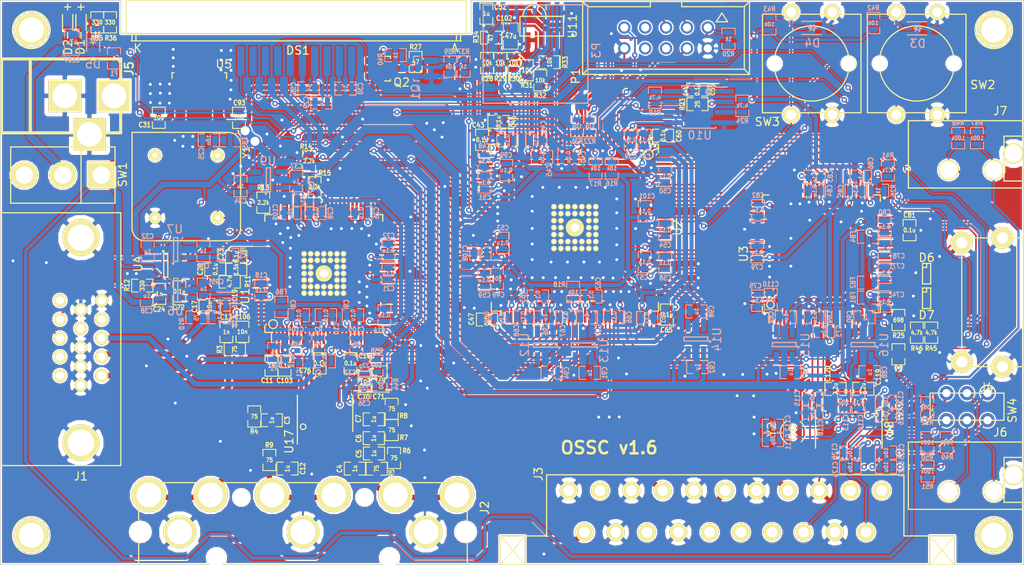
<source format=kicad_pcb>
(kicad_pcb (version 4) (host pcbnew 4.0.2+dfsg1-stable)
  (layers (0 F.Cu signal hide) (31 B.Cu signal hide) (34 B.Paste user hide) (35 F.Paste user hide) (36 B.SilkS user hide) (37 F.SilkS user hide) (38 B.Mask user hide) (39 F.Mask user hide) (44 Edge.Cuts user))
  (net 0 "")
  (net 1 /fpga1/ASDO)
  (net 2 /fpga1/DATA0)
  (net 3 /fpga1/DCLK)
  (net 4 /fpga1/HDMITX_HSYNC)
  (net 5 /fpga1/HDMITX_INT_N)
  (net 6 /fpga1/HDMITX_PCLK)
  (net 7 /fpga1/HDMITX_R0)
  (net 8 /fpga1/HDMITX_R1)
  (net 9 /fpga1/HDMITX_R2)
  (net 10 /fpga1/HDMITX_R3)
  (net 11 /fpga1/HDMITX_R4)
  (net 12 /fpga1/HDMITX_R5)
  (net 13 /fpga1/HDMITX_R6)
  (net 14 /fpga1/HDMITX_R7)
  (net 15 /fpga1/HDMITX_VSYNC)
  (net 16 /fpga1/IR_RX)
  (net 17 /fpga1/LED0)
  (net 18 /fpga1/LED1)
  (net 19 /fpga1/SCL)
  (net 20 /fpga1/SDA)
  (net 21 /fpga1/SD_CLK)
  (net 22 /fpga1/SD_CMD)
  (net 23 /fpga1/SD_DAT0)
  (net 24 /fpga1/SD_DAT1)
  (net 25 /fpga1/SD_DAT2)
  (net 26 /fpga1/SD_DAT3)
  (net 27 /fpga1/TCK)
  (net 28 /fpga1/TDI)
  (net 29 /fpga1/TDO)
  (net 30 /fpga1/TMS)
  (net 31 /fpga1/VCCA)
  (net 32 /fpga1/VCCD_PLL)
  (net 33 /fpga1/VCCINT)
  (net 34 /fpga1/nCSO)
  (net 35 /hdmitx1/AVCC1V8)
  (net 36 /hdmitx1/AVDD3V3)
  (net 37 /hdmitx1/B0)
  (net 38 /hdmitx1/B1)
  (net 39 /hdmitx1/B2)
  (net 40 /hdmitx1/B3)
  (net 41 /hdmitx1/B4)
  (net 42 /hdmitx1/B5)
  (net 43 /hdmitx1/B6)
  (net 44 /hdmitx1/B7)
  (net 45 /hdmitx1/DDC_SCL)
  (net 46 /hdmitx1/DDC_SDA)
  (net 47 /hdmitx1/DE)
  (net 48 /hdmitx1/DVDD1V8)
  (net 49 /hdmitx1/DVDD3V3)
  (net 50 /hdmitx1/G0)
  (net 51 /hdmitx1/G1)
  (net 52 /hdmitx1/G2)
  (net 53 /hdmitx1/G3)
  (net 54 /hdmitx1/G4)
  (net 55 /hdmitx1/G5)
  (net 56 /hdmitx1/G6)
  (net 57 /hdmitx1/G7)
  (net 58 /hdmitx1/HPD)
  (net 59 /hdmitx1/TMDS_CLK+)
  (net 60 /hdmitx1/TMDS_CLK-)
  (net 61 /hdmitx1/TMDS_D0+)
  (net 62 /hdmitx1/TMDS_D0-)
  (net 63 /hdmitx1/TMDS_D1+)
  (net 64 /hdmitx1/TMDS_D1-)
  (net 65 /hdmitx1/TMDS_D2+)
  (net 66 /hdmitx1/TMDS_D2-)
  (net 67 /tvp_board1/AVDD)
  (net 68 /tvp_board1/B0)
  (net 69 /tvp_board1/B1)
  (net 70 /tvp_board1/B2)
  (net 71 /tvp_board1/B3)
  (net 72 /tvp_board1/B4)
  (net 73 /tvp_board1/B5)
  (net 74 /tvp_board1/B6)
  (net 75 /tvp_board1/B7)
  (net 76 /tvp_board1/DVDD)
  (net 77 /tvp_board1/FID)
  (net 78 /tvp_board1/G0)
  (net 79 /tvp_board1/G1)
  (net 80 /tvp_board1/G2)
  (net 81 /tvp_board1/G3)
  (net 82 /tvp_board1/G4)
  (net 83 /tvp_board1/G5)
  (net 84 /tvp_board1/G6)
  (net 85 /tvp_board1/G7)
  (net 86 /tvp_board1/HSYNC)
  (net 87 /tvp_board1/PCLK)
  (net 88 /tvp_board1/R0)
  (net 89 /tvp_board1/R1)
  (net 90 /tvp_board1/R2)
  (net 91 /tvp_board1/R3)
  (net 92 /tvp_board1/R4)
  (net 93 /tvp_board1/R5)
  (net 94 /tvp_board1/R6)
  (net 95 /tvp_board1/R7)
  (net 96 /tvp_board1/RGB1_B)
  (net 97 /tvp_board1/RGB1_G)
  (net 98 /tvp_board1/RGB1_R)
  (net 99 /tvp_board1/RGB1_S)
  (net 100 /tvp_board1/RGB2_B)
  (net 101 /tvp_board1/RGB2_G)
  (net 102 /tvp_board1/RGB2_R)
  (net 103 /tvp_board1/RGB3_B)
  (net 104 /tvp_board1/RGB3_G)
  (net 105 /tvp_board1/RGB3_R)
  (net 106 /tvp_board1/VSYNC)
  (net 107 GND)
  (net 108 "Net-(C1-Pad2)")
  (net 109 "Net-(C2-Pad2)")
  (net 110 "Net-(C3-Pad2)")
  (net 111 "Net-(C4-Pad2)")
  (net 112 "Net-(C5-Pad2)")
  (net 113 "Net-(C6-Pad2)")
  (net 114 "Net-(C7-Pad2)")
  (net 115 "Net-(C11-Pad2)")
  (net 116 "Net-(C12-Pad2)")
  (net 117 "Net-(C13-Pad2)")
  (net 118 "Net-(C15-Pad2)")
  (net 119 "Net-(C16-Pad2)")
  (net 120 "Net-(C17-Pad2)")
  (net 121 "Net-(C19-Pad1)")
  (net 122 "Net-(C19-Pad2)")
  (net 123 "Net-(C20-Pad2)")
  (net 124 "Net-(C24-Pad1)")
  (net 125 "Net-(C25-Pad1)")
  (net 126 "Net-(C29-Pad2)")
  (net 127 "Net-(C30-Pad1)")
  (net 128 "Net-(C30-Pad2)")
  (net 129 "Net-(C74-Pad1)")
  (net 130 "Net-(C77-Pad1)")
  (net 131 "Net-(C80-Pad1)")
  (net 132 "Net-(J1-Pad9)")
  (net 133 "Net-(J1-Pad4)")
  (net 134 "Net-(J1-Pad11)")
  (net 135 "Net-(J1-Pad12)")
  (net 136 "Net-(J1-Pad15)")
  (net 137 "Net-(P1-Pad6)")
  (net 138 "Net-(P1-Pad8)")
  (net 139 "Net-(R11-Pad2)")
  (net 140 "Net-(R16-Pad2)")
  (net 141 "Net-(R24-Pad1)")
  (net 142 "Net-(R25-Pad1)")
  (net 143 "Net-(R26-Pad1)")
  (net 144 "Net-(U1-Pad25)")
  (net 145 "Net-(U1-Pad37)")
  (net 146 "Net-(U1-Pad38)")
  (net 147 "Net-(U1-Pad51)")
  (net 148 "Net-(U1-Pad52)")
  (net 149 "Net-(U1-Pad64)")
  (net 150 "Net-(U1-Pad65)")
  (net 151 "Net-(D1-Pad1)")
  (net 152 "Net-(D2-Pad1)")
  (net 153 "Net-(J3-Pad3)")
  (net 154 "Net-(J3-Pad8)")
  (net 155 "Net-(J3-Pad10)")
  (net 156 "Net-(J3-Pad12)")
  (net 157 "Net-(J3-Pad16)")
  (net 158 "Net-(J3-Pad19)")
  (net 159 "Net-(J3-Pad1)")
  (net 160 "Net-(J4-Pad13)")
  (net 161 "Net-(P1-Pad7)")
  (net 162 "Net-(U3-Pad45)")
  (net 163 "Net-(Y1-Pad1)")
  (net 164 /fpga1/CLK27)
  (net 165 "Net-(R17-Pad1)")
  (net 166 "Net-(R18-Pad2)")
  (net 167 "Net-(R19-Pad1)")
  (net 168 "Net-(R23-Pad2)")
  (net 169 "Net-(DS1-Pad11)")
  (net 170 "Net-(U17-Pad1)")
  (net 171 "Net-(U17-Pad20)")
  (net 172 "Net-(F1-Pad1)")
  (net 173 /tvp_board1/RGB_12_G)
  (net 174 /tvp_board1/RGB_12_R)
  (net 175 "Net-(C76-Pad2)")
  (net 176 /tvp_board1/RGB_12_B)
  (net 177 "Net-(C100-Pad2)")
  (net 178 "Net-(C103-Pad2)")
  (net 179 "Net-(C104-Pad2)")
  (net 180 "Net-(C105-Pad2)")
  (net 181 /tvp_board1/RGB3_HS)
  (net 182 /tvp_board1/RGB3_VS)
  (net 183 /tvp_board1/RGB3_VS_B)
  (net 184 /tvp_board1/RGB3_HS_B)
  (net 185 "Net-(C106-Pad1)")
  (net 186 "Net-(C107-Pad1)")
  (net 187 /fpga1/LCD_CS_N)
  (net 188 /fpga1/LCD_RS)
  (net 189 /fpga1/BTN0)
  (net 190 /fpga1/BTN1)
  (net 191 "Net-(C23-Pad1)")
  (net 192 /tvp_board1/AVDD_F)
  (net 193 "Net-(C102-Pad1)")
  (net 194 "Net-(C33-Pad2)")
  (net 195 "Net-(C36-Pad1)")
  (net 196 /fpga1/RESET_N)
  (net 197 "Net-(Q1-Pad1)")
  (net 198 "Net-(Q1-Pad3)")
  (net 199 "Net-(Q2-Pad1)")
  (net 200 "Net-(Q2-Pad3)")
  (net 201 /fpga1/LCD_BLEN)
  (net 202 /hdmitx1/5V)
  (net 203 "Net-(MH1-Pad1)")
  (net 204 "Net-(MH2-Pad1)")
  (net 205 "Net-(MH3-Pad1)")
  (net 206 "Net-(MH4-Pad1)")
  (net 207 /hdmitx1/5V_FUSED)
  (net 208 "Net-(C111-Pad1)")
  (net 209 "Net-(C112-Pad1)")
  (net 210 /hdmitx1/AV2_AUD_R)
  (net 211 "Net-(C116-Pad2)")
  (net 212 /hdmitx1/AV1_AUD_R)
  (net 213 "Net-(C119-Pad1)")
  (net 214 "Net-(C120-Pad1)")
  (net 215 /hdmitx1/AV2_AUD_L)
  (net 216 "Net-(C121-Pad2)")
  (net 217 /hdmitx1/AV1_AUD_L)
  (net 218 "Net-(C123-Pad1)")
  (net 219 /hdmitx1/AV3_AUD_R)
  (net 220 "Net-(C124-Pad1)")
  (net 221 "Net-(C125-Pad1)")
  (net 222 /hdmitx1/AV3_AUD_L)
  (net 223 "Net-(C126-Pad1)")
  (net 224 "Net-(J4-Pad14)")
  (net 225 "Net-(J6-Pad3)")
  (net 226 "Net-(J6-Pad2)")
  (net 227 /hdmitx1/I2S_DATA)
  (net 228 /hdmitx1/I2S_WS)
  (net 229 /hdmitx1/I2S_BCK)
  (net 230 "Net-(U8-Pad5)")
  (net 231 "Net-(U8-Pad19)")
  (net 232 "Net-(U8-Pad20)")
  (net 233 "Net-(U8-Pad21)")
  (net 234 "Net-(U8-Pad22)")
  (net 235 "Net-(U8-Pad3)")
  (net 236 "Net-(U8-Pad4)")
  (module custom_components:TSSOP-30_4.4x7.8mm_Pitch0.5mm_Handsoldering (layer F.Cu) (at 110.622 69.23 270)
    (fp_text reference U8 (at 0 -4.95 270) (layer F.SilkS))
    (fp_text value PCM1862)
    (pad 16 smd rect (at 3 3.5 270) (size 1.2 0.3) (layers F.Cu F.Paste F.Mask) (net 228 /hdmitx1/I2S_WS))
    (pad 17 smd rect (at 3 3 270) (size 1.2 0.3) (layers F.Cu F.Paste F.Mask) (net 229 /hdmitx1/I2S_BCK))
    (pad 18 smd rect (at 3 2.5 270) (size 1.2 0.3) (layers F.Cu F.Paste F.Mask) (net 227 /hdmitx1/I2S_DATA))
    (pad 19 smd rect (at 3 2 270) (size 1.2 0.3) (layers F.Cu F.Paste F.Mask) (net 231 "Net-(U8-Pad19)"))
    (pad 20 smd rect (at 3 1.5 270) (size 1.2 0.3) (layers F.Cu F.Paste F.Mask) (net 232 "Net-(U8-Pad20)"))
    (pad 21 smd rect (at 3 1 270) (size 1.2 0.3) (layers F.Cu F.Paste F.Mask) (net 233 "Net-(U8-Pad21)"))
    (pad 22 smd rect (at 3 0.5 270) (size 1.2 0.3) (layers F.Cu F.Paste F.Mask) (net 234 "Net-(U8-Pad22)"))
    (pad 23 smd rect (at 3 0 270) (size 1.2 0.3) (layers F.Cu F.Paste F.Mask) (net 20 /fpga1/SDA))
    (pad 24 smd rect (at 3 -0.5 270) (size 1.2 0.3) (layers F.Cu F.Paste F.Mask) (net 19 /fpga1/SCL))
    (pad 25 smd rect (at 3 -1 270) (size 1.2 0.3) (layers F.Cu F.Paste F.Mask) (net 107 GND))
    (pad 26 smd rect (at 3 -1.5 270) (size 1.2 0.3) (layers F.Cu F.Paste F.Mask) (net 107 GND))
    (pad 27 smd rect (at 3 -2 270) (size 1.2 0.3) (layers F.Cu F.Paste F.Mask) (net 223 "Net-(C126-Pad1)"))
    (pad 28 smd rect (at 3 -2.5 270) (size 1.2 0.3) (layers F.Cu F.Paste F.Mask) (net 220 "Net-(C124-Pad1)"))
    (pad 29 smd rect (at 3 -3 270) (size 1.2 0.3) (layers F.Cu F.Paste F.Mask) (net 221 "Net-(C125-Pad1)"))
    (pad 30 smd rect (at 3 -3.5 270) (size 1.2 0.3) (layers F.Cu F.Paste F.Mask) (net 218 "Net-(C123-Pad1)"))
    (pad 1 smd rect (at -3 -3.5 270) (size 1.2 0.3) (layers F.Cu F.Paste F.Mask) (net 216 "Net-(C121-Pad2)"))
    (pad 2 smd rect (at -3 -3 270) (size 1.2 0.3) (layers F.Cu F.Paste F.Mask) (net 211 "Net-(C116-Pad2)"))
    (pad 3 smd rect (at -3 -2.5 270) (size 1.2 0.3) (layers F.Cu F.Paste F.Mask) (net 235 "Net-(U8-Pad3)"))
    (pad 4 smd rect (at -3 -2 270) (size 1.2 0.3) (layers F.Cu F.Paste F.Mask) (net 236 "Net-(U8-Pad4)"))
    (pad 5 smd rect (at -3 -1.5 270) (size 1.2 0.3) (layers F.Cu F.Paste F.Mask) (net 230 "Net-(U8-Pad5)"))
    (pad 6 smd rect (at -3 -1 270) (size 1.2 0.3) (layers F.Cu F.Paste F.Mask) (net 213 "Net-(C119-Pad1)"))
    (pad 7 smd rect (at -3 -0.5 270) (size 1.2 0.3) (layers F.Cu F.Paste F.Mask) (net 107 GND))
    (pad 8 smd rect (at -3 0 270) (size 1.2 0.3) (layers F.Cu F.Paste F.Mask) (net 36 /hdmitx1/AVDD3V3))
    (pad 9 smd rect (at -3 0.5 270) (size 1.2 0.3) (layers F.Cu F.Paste F.Mask) (net 208 "Net-(C111-Pad1)"))
    (pad 10 smd rect (at -3 1 270) (size 1.2 0.3) (layers F.Cu F.Paste F.Mask) (net 209 "Net-(C112-Pad1)"))
    (pad 11 smd rect (at -3 1.5 270) (size 1.2 0.3) (layers F.Cu F.Paste F.Mask) (net 214 "Net-(C120-Pad1)"))
    (pad 12 smd rect (at -3 2 270) (size 1.2 0.3) (layers F.Cu F.Paste F.Mask) (net 107 GND))
    (pad 13 smd rect (at -3 2.5 270) (size 1.2 0.3) (layers F.Cu F.Paste F.Mask) (net 49 /hdmitx1/DVDD3V3))
    (pad 14 smd rect (at -3 3 270) (size 1.2 0.3) (layers F.Cu F.Paste F.Mask) (net 49 /hdmitx1/DVDD3V3))
    (pad 15 smd rect (at -3 3.5 270) (size 1.2 0.3) (layers F.Cu F.Paste F.Mask) (net 107 GND))
  )
  (module custom_components:IRM-V5XX_TR1 (layer F.Cu) (at 73.2641 21.3605)
    (fp_text reference U11 (at 3.7465 -1.19634 90) (layer F.SilkS))
    (fp_text value IRM-V538/TR1)
    (pad 1 smd rect (at 1.7 0.5) (size 0.7 1.9) (layers F.Cu F.Paste F.Mask) (net 16 /fpga1/IR_RX))
    (pad 2 smd rect (at 0 0.5) (size 0.7 1.9) (layers F.Cu F.Paste F.Mask) (net 193 "Net-(C102-Pad1)"))
    (pad 3 smd rect (at -1.7 0.5) (size 0.7 1.9) (layers F.Cu F.Paste F.Mask) (net 107 GND))
    (pad 3 smd rect (at 1.68 -2.85) (size 1.4 1.9) (layers F.Cu F.Paste F.Mask) (net 107 GND))
  )
  (module Connect:VASCH5x2 (layer F.Cu) (at 88.4 21.59 180)
    (fp_text reference P1 (at 10.996 -4.661 270) (layer F.SilkS))
    (fp_text value JTAG_CONN)
    (pad 1 thru_hole circle (at -5.08 1.27 180) (size 1.50622 1.50622) (drill 0.99822) (layers *.Cu *.Mask) (net 27 /fpga1/TCK))
    (pad 2 thru_hole circle (at -5.08 -1.27 180) (size 1.50622 1.50622) (drill 0.99822) (layers *.Cu *.Mask) (net 107 GND))
    (pad 3 thru_hole circle (at -2.54 1.27 180) (size 1.50622 1.50622) (drill 0.99822) (layers *.Cu *.Mask) (net 29 /fpga1/TDO))
    (pad 4 thru_hole circle (at -2.54 -1.27 180) (size 1.50622 1.50622) (drill 0.99822) (layers *.Cu *.Mask) (net 31 /fpga1/VCCA))
    (pad 5 thru_hole circle (at 0 1.27 180) (size 1.50622 1.50622) (drill 0.99822) (layers *.Cu *.Mask) (net 30 /fpga1/TMS))
    (pad 6 thru_hole circle (at 0 -1.27 180) (size 1.50622 1.50622) (drill 0.99822) (layers *.Cu *.Mask) (net 137 "Net-(P1-Pad6)"))
    (pad 7 thru_hole circle (at 2.54 1.27 180) (size 1.50622 1.50622) (drill 0.99822) (layers *.Cu *.Mask) (net 161 "Net-(P1-Pad7)"))
    (pad 8 thru_hole circle (at 2.54 -1.27 180) (size 1.50622 1.50622) (drill 0.99822) (layers *.Cu *.Mask) (net 138 "Net-(P1-Pad8)"))
    (pad 9 thru_hole circle (at 5.08 1.27 180) (size 1.50622 1.50622) (drill 0.99822) (layers *.Cu *.Mask) (net 28 /fpga1/TDI))
    (pad 10 thru_hole circle (at 5.08 -1.27 180) (size 1.50622 1.50622) (drill 0.99822) (layers *.Cu *.Mask) (net 107 GND))
  )
  (module Connect:1pin (layer F.Cu) (at 11.13 20.6)
    (fp_text reference MH1 hide)
    (fp_text value CONN_1)
    (pad 1 thru_hole circle (at 0 0) (size 4.064 4.064) (drill 3.048) (layers *.Cu *.Mask F.SilkS) (net 203 "Net-(MH1-Pad1)"))
  )
  (module Connect:1pin (layer F.Cu) (at 11.13 82.2)
    (fp_text reference MH3 hide)
    (fp_text value CONN_1)
    (pad 1 thru_hole circle (at 0 0) (size 4.064 4.064) (drill 3.048) (layers *.Cu *.Mask F.SilkS) (net 205 "Net-(MH3-Pad1)"))
  )
  (module Connect:1pin (layer F.Cu) (at 128.3 82.2)
    (fp_text reference MH4 hide)
    (fp_text value CONN_1)
    (pad 1 thru_hole circle (at 0 0) (size 4.064 4.064) (drill 3.048) (layers *.Cu *.Mask F.SilkS) (net 206 "Net-(MH4-Pad1)"))
  )
  (module Connect:1pin (layer F.Cu) (at 128.3 20.6)
    (fp_text reference MH2 hide)
    (fp_text value CONN_1)
    (pad 1 thru_hole circle (at 0 0) (size 4.064 4.064) (drill 3.048) (layers *.Cu *.Mask F.SilkS) (net 204 "Net-(MH2-Pad1)"))
  )
  (module custom_components:ACHL-OSC (layer F.Cu) (at 29.9945 39.6993 270)
    (fp_text reference Y1 (at -4.191 -7.2898 270) (layer F.SilkS) (effects (font (size 0.8 0.8))))
    (fp_text value ACHL-27MHZ-EK)
    (pad 5 thru_hole circle (at 3.81 -3.81 270) (size 1.5 1.5) (drill 0.6) (layers *.Cu *.Mask F.SilkS) (net 164 /fpga1/CLK27))
    (pad 8 thru_hole circle (at -3.81 -3.81 270) (size 1.5 1.5) (drill 0.6) (layers *.Cu *.Mask F.SilkS) (net 125 "Net-(C25-Pad1)"))
    (pad 1 thru_hole circle (at -3.81 3.81 270) (size 1.5 1.5) (drill 0.6) (layers *.Cu *.Mask F.SilkS) (net 163 "Net-(Y1-Pad1)"))
    (pad 4 thru_hole circle (at 3.81 3.81 270) (size 1.5 1.5) (drill 0.6) (layers *.Cu *.Mask F.SilkS) (net 107 GND))
  )
  (module custom_components:SOT-23-5_Handsoldering (layer B.Cu) (at 28.702 47.3701 90)
    (fp_text reference U7 (at 2.4631 -0.112 180) (layer B.SilkS) (effects (justify mirror)))
    (fp_text value NCP703SN19T1G)
    (pad 1 smd rect (at -0.95 -1.65) (size 1.56 0.65) (layers B.Cu B.Paste B.Mask) (net 49 /hdmitx1/DVDD3V3))
    (pad 2 smd rect (at 0 -1.65) (size 1.56 0.65) (layers B.Cu B.Paste B.Mask) (net 107 GND))
    (pad 3 smd rect (at 0.95 -1.65) (size 1.56 0.65) (layers B.Cu B.Paste B.Mask) (net 49 /hdmitx1/DVDD3V3))
    (pad 4 smd rect (at 0.95 1.65) (size 1.56 0.65) (layers B.Cu B.Paste B.Mask))
    (pad 5 smd rect (at -0.95 1.65) (size 1.56 0.65) (layers B.Cu B.Paste B.Mask) (net 67 /tvp_board1/AVDD))
  )
  (module custom_components:SOT-23-5_Handsoldering (layer B.Cu) (at 39.986 38.862 90)
    (fp_text reference U9 (at 2.263 -0.05 180) (layer B.SilkS) (effects (justify mirror)))
    (fp_text value TLV70019)
    (pad 1 smd rect (at -0.95 -1.65) (size 1.56 0.65) (layers B.Cu B.Paste B.Mask) (net 49 /hdmitx1/DVDD3V3))
    (pad 2 smd rect (at 0 -1.65) (size 1.56 0.65) (layers B.Cu B.Paste B.Mask) (net 107 GND))
    (pad 3 smd rect (at 0.95 -1.65) (size 1.56 0.65) (layers B.Cu B.Paste B.Mask) (net 49 /hdmitx1/DVDD3V3))
    (pad 4 smd rect (at 0.95 1.65) (size 1.56 0.65) (layers B.Cu B.Paste B.Mask))
    (pad 5 smd rect (at -0.95 1.65) (size 1.56 0.65) (layers B.Cu B.Paste B.Mask) (net 76 /tvp_board1/DVDD))
  )
  (module custom_components:SOT-23-5_Handsoldering (layer B.Cu) (at 102.7938 58.9534 180)
    (fp_text reference U15 (at -2.55 -0.05 270) (layer B.SilkS) (effects (justify mirror)))
    (fp_text value TLV70018)
    (pad 1 smd rect (at -0.95 -1.65 90) (size 1.56 0.65) (layers B.Cu B.Paste B.Mask) (net 49 /hdmitx1/DVDD3V3))
    (pad 2 smd rect (at 0 -1.65 90) (size 1.56 0.65) (layers B.Cu B.Paste B.Mask) (net 107 GND))
    (pad 3 smd rect (at 0.95 -1.65 90) (size 1.56 0.65) (layers B.Cu B.Paste B.Mask) (net 49 /hdmitx1/DVDD3V3))
    (pad 4 smd rect (at 0.95 1.65 90) (size 1.56 0.65) (layers B.Cu B.Paste B.Mask))
    (pad 5 smd rect (at -0.95 1.65 90) (size 1.56 0.65) (layers B.Cu B.Paste B.Mask) (net 48 /hdmitx1/DVDD1V8))
  )
  (module custom_components:SOT-23-5_Handsoldering (layer B.Cu) (at 112.39 58.9534 180)
    (fp_text reference U16 (at -2.55 -0.05 270) (layer B.SilkS) (effects (justify mirror)))
    (fp_text value TLV70018)
    (pad 1 smd rect (at -0.95 -1.65 90) (size 1.56 0.65) (layers B.Cu B.Paste B.Mask) (net 49 /hdmitx1/DVDD3V3))
    (pad 2 smd rect (at 0 -1.65 90) (size 1.56 0.65) (layers B.Cu B.Paste B.Mask) (net 107 GND))
    (pad 3 smd rect (at 0.95 -1.65 90) (size 1.56 0.65) (layers B.Cu B.Paste B.Mask) (net 49 /hdmitx1/DVDD3V3))
    (pad 4 smd rect (at 0.95 1.65 90) (size 1.56 0.65) (layers B.Cu B.Paste B.Mask))
    (pad 5 smd rect (at -0.95 1.65 90) (size 1.56 0.65) (layers B.Cu B.Paste B.Mask) (net 35 /hdmitx1/AVCC1V8))
  )
  (module custom_components:SOT-23-5_Handsoldering (layer B.Cu) (at 28.702 52.324 90)
    (fp_text reference U6 (at -2.55 -0.05 180) (layer B.SilkS) (effects (justify mirror)))
    (fp_text value TLV70033)
    (pad 1 smd rect (at -0.95 -1.65) (size 1.56 0.65) (layers B.Cu B.Paste B.Mask) (net 202 /hdmitx1/5V))
    (pad 2 smd rect (at 0 -1.65) (size 1.56 0.65) (layers B.Cu B.Paste B.Mask) (net 107 GND))
    (pad 3 smd rect (at 0.95 -1.65) (size 1.56 0.65) (layers B.Cu B.Paste B.Mask) (net 202 /hdmitx1/5V))
    (pad 4 smd rect (at 0.95 1.65) (size 1.56 0.65) (layers B.Cu B.Paste B.Mask))
    (pad 5 smd rect (at -0.95 1.65) (size 1.56 0.65) (layers B.Cu B.Paste B.Mask) (net 36 /hdmitx1/AVDD3V3))
  )
  (module custom_components:SOT-23-5_Handsoldering (layer B.Cu) (at 73.7 59.0246 180)
    (fp_text reference U12 (at 2.514 0.035 270) (layer B.SilkS) (effects (justify mirror)))
    (fp_text value TLV70012)
    (pad 1 smd rect (at -0.95 -1.65 90) (size 1.56 0.65) (layers B.Cu B.Paste B.Mask) (net 49 /hdmitx1/DVDD3V3))
    (pad 2 smd rect (at 0 -1.65 90) (size 1.56 0.65) (layers B.Cu B.Paste B.Mask) (net 107 GND))
    (pad 3 smd rect (at 0.95 -1.65 90) (size 1.56 0.65) (layers B.Cu B.Paste B.Mask) (net 49 /hdmitx1/DVDD3V3))
    (pad 4 smd rect (at 0.95 1.65 90) (size 1.56 0.65) (layers B.Cu B.Paste B.Mask))
    (pad 5 smd rect (at -0.95 1.65 90) (size 1.56 0.65) (layers B.Cu B.Paste B.Mask) (net 33 /fpga1/VCCINT))
  )
  (module custom_components:SOT-23-5_Handsoldering (layer B.Cu) (at 78.306 59.0026 180)
    (fp_text reference U13 (at -2.55 -0.7004 270) (layer B.SilkS) (effects (justify mirror)))
    (fp_text value TLV70025)
    (pad 1 smd rect (at -0.95 -1.65 90) (size 1.56 0.65) (layers B.Cu B.Paste B.Mask) (net 49 /hdmitx1/DVDD3V3))
    (pad 2 smd rect (at 0 -1.65 90) (size 1.56 0.65) (layers B.Cu B.Paste B.Mask) (net 107 GND))
    (pad 3 smd rect (at 0.95 -1.65 90) (size 1.56 0.65) (layers B.Cu B.Paste B.Mask) (net 49 /hdmitx1/DVDD3V3))
    (pad 4 smd rect (at 0.95 1.65 90) (size 1.56 0.65) (layers B.Cu B.Paste B.Mask))
    (pad 5 smd rect (at -0.95 1.65 90) (size 1.56 0.65) (layers B.Cu B.Paste B.Mask) (net 31 /fpga1/VCCA))
  )
  (module custom_components:SOT-23-5_Handsoldering (layer B.Cu) (at 92.034 58.278 180)
    (fp_text reference U14 (at -2.55 -0.05 270) (layer B.SilkS) (effects (justify mirror)))
    (fp_text value TLV70012)
    (pad 1 smd rect (at -0.95 -1.65 90) (size 1.56 0.65) (layers B.Cu B.Paste B.Mask) (net 49 /hdmitx1/DVDD3V3))
    (pad 2 smd rect (at 0 -1.65 90) (size 1.56 0.65) (layers B.Cu B.Paste B.Mask) (net 107 GND))
    (pad 3 smd rect (at 0.95 -1.65 90) (size 1.56 0.65) (layers B.Cu B.Paste B.Mask) (net 49 /hdmitx1/DVDD3V3))
    (pad 4 smd rect (at 0.95 1.65 90) (size 1.56 0.65) (layers B.Cu B.Paste B.Mask))
    (pad 5 smd rect (at -0.95 1.65 90) (size 1.56 0.65) (layers B.Cu B.Paste B.Mask) (net 32 /fpga1/VCCD_PLL))
  )
  (module custom_components:DM3D-SF (layer B.Cu) (at 67.988 19.305)
    (fp_text reference P3 (at 11.9253 3.81 270) (layer B.SilkS) (effects (justify mirror)))
    (fp_text value mSD_CONN)
    (pad 6 smd rect (at 10.1 10.1) (size 1.5 1.9) (layers B.Cu B.Paste B.Mask) (net 107 GND))
    (pad 6 smd rect (at -1.4 8.35) (size 2 1) (layers B.Cu B.Paste B.Mask) (net 107 GND))
    (pad 1 smd rect (at 7.7 -0.875) (size 0.4 1.75) (layers B.Cu B.Paste B.Mask) (net 25 /fpga1/SD_DAT2))
    (pad 2 smd rect (at 6.6 -0.875) (size 0.4 1.75) (layers B.Cu B.Paste B.Mask) (net 26 /fpga1/SD_DAT3))
    (pad 3 smd rect (at 5.5 -0.875) (size 0.4 1.75) (layers B.Cu B.Paste B.Mask) (net 22 /fpga1/SD_CMD))
    (pad 4 smd rect (at 4.4 -0.875) (size 0.4 1.75) (layers B.Cu B.Paste B.Mask) (net 49 /hdmitx1/DVDD3V3))
    (pad 5 smd rect (at 3.3 -0.875) (size 0.4 1.75) (layers B.Cu B.Paste B.Mask) (net 21 /fpga1/SD_CLK))
    (pad 6 smd rect (at 2.2 -0.875) (size 0.4 1.75) (layers B.Cu B.Paste B.Mask) (net 107 GND))
    (pad 7 smd rect (at 1.1 -0.875) (size 0.4 1.75) (layers B.Cu B.Paste B.Mask) (net 23 /fpga1/SD_DAT0))
    (pad 8 smd rect (at 0 -0.875) (size 0.4 1.75) (layers B.Cu B.Paste B.Mask) (net 24 /fpga1/SD_DAT1))
  )
  (module custom_components:SOT-23-6_Handsoldering (layer F.Cu) (at 27.4933 49.2878 270)
    (fp_text reference U4 (at -0.1848 3.3683 450) (layer F.SilkS))
    (fp_text value SN74LVC2G17)
    (pad 5 smd rect (at 0 -1.65) (size 1.56 0.65) (layers F.Cu F.Paste F.Mask) (net 49 /hdmitx1/DVDD3V3))
    (pad 1 smd rect (at -0.95 1.65) (size 1.56 0.65) (layers F.Cu F.Paste F.Mask) (net 181 /tvp_board1/RGB3_HS))
    (pad 2 smd rect (at 0 1.65) (size 1.56 0.65) (layers F.Cu F.Paste F.Mask) (net 107 GND))
    (pad 3 smd rect (at 0.95 1.65) (size 1.56 0.65) (layers F.Cu F.Paste F.Mask) (net 124 "Net-(C24-Pad1)"))
    (pad 4 smd rect (at 0.95 -1.65) (size 1.56 0.65) (layers F.Cu F.Paste F.Mask) (net 183 /tvp_board1/RGB3_VS_B))
    (pad 6 smd rect (at -0.95 -1.65) (size 1.56 0.65) (layers F.Cu F.Paste F.Mask) (net 184 /tvp_board1/RGB3_HS_B))
  )
  (module custom_components:SOD-323_Handsoldering (layer B.Cu) (at 18.654 21.915 90)
    (fp_text reference D5 (at -2.8702 -0.0254 360) (layer B.SilkS) (effects (justify mirror)))
    (fp_text value SD05-7)
    (pad 1 smd rect (at -1.4 0 90) (size 1.4 0.45) (layers B.Cu B.Paste B.Mask) (net 186 "Net-(C107-Pad1)"))
    (pad 2 smd rect (at 1.4 0 90) (size 1.4 0.45) (layers B.Cu B.Paste B.Mask) (net 107 GND))
  )
  (module custom_components:VGA_CONN (layer F.Cu) (at 17.1555 59.2954 270)
    (fp_text reference J1 (at 15.70228 -0.00508 360) (layer F.SilkS))
    (fp_text value VGA)
    (pad 8 thru_hole circle (at 0 0 270) (size 1.6 1.6) (drill 1) (layers *.Cu *.Mask F.SilkS) (net 107 GND))
    (pad 9 thru_hole circle (at -2.29 0 270) (size 1.6 1.6) (drill 1) (layers *.Cu *.Mask F.SilkS) (net 132 "Net-(J1-Pad9)"))
    (pad 10 thru_hole circle (at -4.58 0 270) (size 1.6 1.6) (drill 1) (layers *.Cu *.Mask F.SilkS) (net 107 GND))
    (pad 1 thru_hole circle (at 3.44 -2.54 270) (size 1.6 1.6) (drill 1) (layers *.Cu *.Mask F.SilkS) (net 105 /tvp_board1/RGB3_R))
    (pad 2 thru_hole circle (at 1.15 -2.54 270) (size 1.6 1.6) (drill 1) (layers *.Cu *.Mask F.SilkS) (net 104 /tvp_board1/RGB3_G))
    (pad 3 thru_hole circle (at -1.14 -2.54 270) (size 1.6 1.6) (drill 1) (layers *.Cu *.Mask F.SilkS) (net 103 /tvp_board1/RGB3_B))
    (pad 4 thru_hole circle (at -3.43 -2.54 270) (size 1.6 1.6) (drill 1) (layers *.Cu *.Mask F.SilkS) (net 133 "Net-(J1-Pad4)"))
    (pad 5 thru_hole circle (at -5.72 -2.54 270) (size 1.6 1.6) (drill 1) (layers *.Cu *.Mask F.SilkS) (net 107 GND))
    (pad 6 thru_hole circle (at 4.58 0 270) (size 1.6 1.6) (drill 1) (layers *.Cu *.Mask F.SilkS) (net 107 GND))
    (pad 7 thru_hole circle (at 2.29 0 270) (size 1.6 1.6) (drill 1) (layers *.Cu *.Mask F.SilkS) (net 107 GND))
    (pad 11 thru_hole circle (at 3.44 2.54 270) (size 1.6 1.6) (drill 1) (layers *.Cu *.Mask F.SilkS) (net 134 "Net-(J1-Pad11)"))
    (pad 12 thru_hole circle (at 1.15 2.54 270) (size 1.6 1.6) (drill 1) (layers *.Cu *.Mask F.SilkS) (net 135 "Net-(J1-Pad12)"))
    (pad 13 thru_hole circle (at -1.14 2.54 270) (size 1.6 1.6) (drill 1) (layers *.Cu *.Mask F.SilkS) (net 181 /tvp_board1/RGB3_HS))
    (pad 14 thru_hole circle (at -3.43 2.54 270) (size 1.6 1.6) (drill 1) (layers *.Cu *.Mask F.SilkS) (net 182 /tvp_board1/RGB3_VS))
    (pad 15 thru_hole circle (at -5.72 2.54 270) (size 1.6 1.6) (drill 1) (layers *.Cu *.Mask F.SilkS) (net 136 "Net-(J1-Pad15)"))
    (pad 10 thru_hole circle (at 11.62 0 270) (size 4.5 4.5) (drill 3.2) (layers *.Cu *.Mask F.SilkS) (net 107 GND))
    (pad 10 thru_hole circle (at -13.38 0 270) (size 4.5 4.5) (drill 3.2) (layers *.Cu *.Mask F.SilkS) (net 107 GND))
  )
  (module custom_components:SOT-223_Handsoldering (layer F.Cu) (at 31.577 27.656)
    (fp_text reference U5 (at 2.987 -2.876) (layer F.SilkS))
    (fp_text value AP7361C)
    (pad 2 smd rect (at 0 3.6) (size 1.2 2.4) (layers F.Cu F.Paste F.Mask) (net 107 GND))
    (pad 1 smd rect (at -2.3 3.6) (size 1.2 2.4) (layers F.Cu F.Paste F.Mask) (net 202 /hdmitx1/5V))
    (pad 3 smd rect (at 2.3 3.6) (size 1.2 2.4) (layers F.Cu F.Paste F.Mask) (net 49 /hdmitx1/DVDD3V3))
    (pad 2 smd rect (at 0 -3.6) (size 3.3 2.4) (layers F.Cu F.Paste F.Mask) (net 107 GND))
  )
  (module Housings_SOT-23_SOT-143_TSOT-6:SOT-23_Handsoldering (layer B.Cu) (at 58.316 25.317 270)
    (fp_text reference Q1 (at 2.862 0.404 270) (layer B.SilkS) (effects (justify mirror)))
    (fp_text value BC847)
    (pad 1 smd rect (at -0.95 -1.50114 270) (size 0.8001 1.80086) (layers B.Cu B.Paste B.Mask) (net 197 "Net-(Q1-Pad1)"))
    (pad 2 smd rect (at 0.95 -1.50114 270) (size 0.8001 1.80086) (layers B.Cu B.Paste B.Mask) (net 107 GND))
    (pad 3 smd rect (at 0 1.50114 270) (size 0.8001 1.80086) (layers B.Cu B.Paste B.Mask) (net 198 "Net-(Q1-Pad3)"))
  )
  (module Housings_SOT-23_SOT-143_TSOT-6:SOT-23_Handsoldering (layer F.Cu) (at 54.193 25.329 270)
    (fp_text reference Q2 (at 1.676 -2.012 360) (layer F.SilkS))
    (fp_text value BC857)
    (pad 1 smd rect (at -0.95 1.50114 270) (size 0.8001 1.80086) (layers F.Cu F.Paste F.Mask) (net 199 "Net-(Q2-Pad1)"))
    (pad 2 smd rect (at 0.95 1.50114 270) (size 0.8001 1.80086) (layers F.Cu F.Paste F.Mask) (net 49 /hdmitx1/DVDD3V3))
    (pad 3 smd rect (at 0 -1.50114 270) (size 0.8001 1.80086) (layers F.Cu F.Paste F.Mask) (net 200 "Net-(Q2-Pad3)"))
  )
  (module custom_components:TSSOP-20_4.4x6.5mm_Pitch0.65mm_Handsoldering (layer F.Cu) (at 46.888 67.324 90)
    (fp_text reference U17 (at -3.451 -4.384 90) (layer F.SilkS))
    (fp_text value THS7353)
    (pad 1 smd rect (at -3.22 -2.925 90) (size 2 0.4) (layers F.Cu F.Paste F.Mask) (net 170 "Net-(U17-Pad1)"))
    (pad 2 smd rect (at -3.22 -2.275 90) (size 2 0.4) (layers F.Cu F.Paste F.Mask) (net 116 "Net-(C12-Pad2)"))
    (pad 3 smd rect (at -3.22 -1.625 90) (size 2 0.4) (layers F.Cu F.Paste F.Mask) (net 110 "Net-(C3-Pad2)"))
    (pad 4 smd rect (at -3.22 -0.975 90) (size 2 0.4) (layers F.Cu F.Paste F.Mask) (net 111 "Net-(C4-Pad2)"))
    (pad 5 smd rect (at -3.22 -0.325 90) (size 2 0.4) (layers F.Cu F.Paste F.Mask) (net 112 "Net-(C5-Pad2)"))
    (pad 6 smd rect (at -3.22 0.325 90) (size 2 0.4) (layers F.Cu F.Paste F.Mask) (net 113 "Net-(C6-Pad2)"))
    (pad 7 smd rect (at -3.22 0.975 90) (size 2 0.4) (layers F.Cu F.Paste F.Mask) (net 114 "Net-(C7-Pad2)"))
    (pad 8 smd rect (at -3.22 1.625 90) (size 2 0.4) (layers F.Cu F.Paste F.Mask) (net 107 GND))
    (pad 9 smd rect (at -3.22 2.275 90) (size 2 0.4) (layers F.Cu F.Paste F.Mask) (net 107 GND))
    (pad 10 smd rect (at -3.22 2.925 90) (size 2 0.4) (layers F.Cu F.Paste F.Mask) (net 107 GND))
    (pad 11 smd rect (at 3.22 2.925 90) (size 2 0.4) (layers F.Cu F.Paste F.Mask) (net 36 /hdmitx1/AVDD3V3))
    (pad 12 smd rect (at 3.22 2.275 90) (size 2 0.4) (layers F.Cu F.Paste F.Mask) (net 195 "Net-(C36-Pad1)"))
    (pad 13 smd rect (at 3.22 1.625 90) (size 2 0.4) (layers F.Cu F.Paste F.Mask) (net 194 "Net-(C33-Pad2)"))
    (pad 14 smd rect (at 3.22 0.975 90) (size 2 0.4) (layers F.Cu F.Paste F.Mask) (net 176 /tvp_board1/RGB_12_B))
    (pad 15 smd rect (at 3.22 0.325 90) (size 2 0.4) (layers F.Cu F.Paste F.Mask) (net 176 /tvp_board1/RGB_12_B))
    (pad 16 smd rect (at 3.22 -0.325 90) (size 2 0.4) (layers F.Cu F.Paste F.Mask) (net 174 /tvp_board1/RGB_12_R))
    (pad 17 smd rect (at 3.22 -0.975 90) (size 2 0.4) (layers F.Cu F.Paste F.Mask) (net 174 /tvp_board1/RGB_12_R))
    (pad 18 smd rect (at 3.22 -1.625 90) (size 2 0.4) (layers F.Cu F.Paste F.Mask) (net 173 /tvp_board1/RGB_12_G))
    (pad 19 smd rect (at 3.22 -2.275 90) (size 2 0.4) (layers F.Cu F.Paste F.Mask) (net 173 /tvp_board1/RGB_12_G))
    (pad 20 smd rect (at 3.22 -2.925 90) (size 2 0.4) (layers F.Cu F.Paste F.Mask) (net 171 "Net-(U17-Pad20)"))
  )
  (module custom_components:TQFP-100_custom (layer F.Cu) (at 107.3 47.9 90)
    (fp_text reference U3 (at 0 -9.45 90) (layer F.SilkS))
    (fp_text value IT6613)
    (pad 1 smd rect (at -7.8 -6 90) (size 1.6 0.3) (layers F.Cu F.Paste F.Mask) (net 47 /hdmitx1/DE))
    (pad 2 smd rect (at -7.8 -5.5 90) (size 1.6 0.3) (layers F.Cu F.Paste F.Mask) (net 4 /fpga1/HDMITX_HSYNC))
    (pad 3 smd rect (at -7.8 -5 90) (size 1.6 0.3) (layers F.Cu F.Paste F.Mask) (net 15 /fpga1/HDMITX_VSYNC))
    (pad 4 smd rect (at -7.8 -4.5 90) (size 1.6 0.3) (layers F.Cu F.Paste F.Mask) (net 107 GND))
    (pad 5 smd rect (at -7.8 -4 90) (size 1.6 0.3) (layers F.Cu F.Paste F.Mask) (net 107 GND))
    (pad 6 smd rect (at -7.8 -3.5 90) (size 1.6 0.3) (layers F.Cu F.Paste F.Mask) (net 107 GND))
    (pad 7 smd rect (at -7.8 -3 90) (size 1.6 0.3) (layers F.Cu F.Paste F.Mask) (net 107 GND))
    (pad 8 smd rect (at -7.8 -2.5 90) (size 1.6 0.3) (layers F.Cu F.Paste F.Mask) (net 107 GND))
    (pad 9 smd rect (at -7.8 -2 90) (size 1.6 0.3) (layers F.Cu F.Paste F.Mask) (net 227 /hdmitx1/I2S_DATA))
    (pad 10 smd rect (at -7.8 -1.5 90) (size 1.6 0.3) (layers F.Cu F.Paste F.Mask) (net 228 /hdmitx1/I2S_WS))
    (pad 11 smd rect (at -7.8 -1 90) (size 1.6 0.3) (layers F.Cu F.Paste F.Mask) (net 229 /hdmitx1/I2S_BCK))
    (pad 12 smd rect (at -7.8 -0.5 90) (size 1.6 0.3) (layers F.Cu F.Paste F.Mask) (net 48 /hdmitx1/DVDD1V8))
    (pad 13 smd rect (at -7.8 0 90) (size 1.6 0.3) (layers F.Cu F.Paste F.Mask) (net 107 GND))
    (pad 14 smd rect (at -7.8 0.5 90) (size 1.6 0.3) (layers F.Cu F.Paste F.Mask) (net 49 /hdmitx1/DVDD3V3))
    (pad 15 smd rect (at -7.8 1 90) (size 1.6 0.3) (layers F.Cu F.Paste F.Mask) (net 107 GND))
    (pad 16 smd rect (at -7.8 1.5 90) (size 1.6 0.3) (layers F.Cu F.Paste F.Mask) (net 107 GND))
    (pad 17 smd rect (at -7.8 2 90) (size 1.6 0.3) (layers F.Cu F.Paste F.Mask) (net 107 GND))
    (pad 18 smd rect (at -7.8 2.5 90) (size 1.6 0.3) (layers F.Cu F.Paste F.Mask) (net 107 GND))
    (pad 19 smd rect (at -7.8 3 90) (size 1.6 0.3) (layers F.Cu F.Paste F.Mask) (net 107 GND))
    (pad 20 smd rect (at -7.8 3.5 90) (size 1.6 0.3) (layers F.Cu F.Paste F.Mask) (net 107 GND))
    (pad 21 smd rect (at -7.8 4 90) (size 1.6 0.3) (layers F.Cu F.Paste F.Mask) (net 107 GND))
    (pad 22 smd rect (at -7.8 4.5 90) (size 1.6 0.3) (layers F.Cu F.Paste F.Mask) (net 107 GND))
    (pad 23 smd rect (at -7.8 5 90) (size 1.6 0.3) (layers F.Cu F.Paste F.Mask) (net 107 GND))
    (pad 24 smd rect (at -7.8 5.5 90) (size 1.6 0.3) (layers F.Cu F.Paste F.Mask) (net 5 /fpga1/HDMITX_INT_N))
    (pad 25 smd rect (at -7.8 6 90) (size 1.6 0.3) (layers F.Cu F.Paste F.Mask) (net 196 /fpga1/RESET_N))
    (pad 26 smd rect (at -6 7.8 180) (size 1.6 0.3) (layers F.Cu F.Paste F.Mask) (net 107 GND))
    (pad 27 smd rect (at -5.5 7.8 180) (size 1.6 0.3) (layers F.Cu F.Paste F.Mask) (net 142 "Net-(R25-Pad1)"))
    (pad 28 smd rect (at -5 7.8 180) (size 1.6 0.3) (layers F.Cu F.Paste F.Mask) (net 129 "Net-(C74-Pad1)"))
    (pad 29 smd rect (at -4.5 7.8 180) (size 1.6 0.3) (layers F.Cu F.Paste F.Mask) (net 107 GND))
    (pad 30 smd rect (at -4 7.8 180) (size 1.6 0.3) (layers F.Cu F.Paste F.Mask) (net 60 /hdmitx1/TMDS_CLK-))
    (pad 31 smd rect (at -3.5 7.8 180) (size 1.6 0.3) (layers F.Cu F.Paste F.Mask) (net 59 /hdmitx1/TMDS_CLK+))
    (pad 32 smd rect (at -3 7.8 180) (size 1.6 0.3) (layers F.Cu F.Paste F.Mask) (net 130 "Net-(C77-Pad1)"))
    (pad 33 smd rect (at -2.5 7.8 180) (size 1.6 0.3) (layers F.Cu F.Paste F.Mask) (net 62 /hdmitx1/TMDS_D0-))
    (pad 34 smd rect (at -2 7.8 180) (size 1.6 0.3) (layers F.Cu F.Paste F.Mask) (net 61 /hdmitx1/TMDS_D0+))
    (pad 35 smd rect (at -1.5 7.8 180) (size 1.6 0.3) (layers F.Cu F.Paste F.Mask) (net 107 GND))
    (pad 36 smd rect (at -1 7.8 180) (size 1.6 0.3) (layers F.Cu F.Paste F.Mask) (net 64 /hdmitx1/TMDS_D1-))
    (pad 37 smd rect (at -0.5 7.8 180) (size 1.6 0.3) (layers F.Cu F.Paste F.Mask) (net 63 /hdmitx1/TMDS_D1+))
    (pad 38 smd rect (at 0 7.8 180) (size 1.6 0.3) (layers F.Cu F.Paste F.Mask) (net 130 "Net-(C77-Pad1)"))
    (pad 39 smd rect (at 0.5 7.8 180) (size 1.6 0.3) (layers F.Cu F.Paste F.Mask) (net 66 /hdmitx1/TMDS_D2-))
    (pad 40 smd rect (at 1 7.8 180) (size 1.6 0.3) (layers F.Cu F.Paste F.Mask) (net 65 /hdmitx1/TMDS_D2+))
    (pad 41 smd rect (at 1.5 7.8 180) (size 1.6 0.3) (layers F.Cu F.Paste F.Mask) (net 107 GND))
    (pad 42 smd rect (at 2 7.8 180) (size 1.6 0.3) (layers F.Cu F.Paste F.Mask) (net 131 "Net-(C80-Pad1)"))
    (pad 43 smd rect (at 2.5 7.8 180) (size 1.6 0.3) (layers F.Cu F.Paste F.Mask) (net 107 GND))
    (pad 44 smd rect (at 3 7.8 180) (size 1.6 0.3) (layers F.Cu F.Paste F.Mask) (net 36 /hdmitx1/AVDD3V3))
    (pad 45 smd rect (at 3.5 7.8 180) (size 1.6 0.3) (layers F.Cu F.Paste F.Mask) (net 162 "Net-(U3-Pad45)"))
    (pad 46 smd rect (at 4 7.8 180) (size 1.6 0.3) (layers F.Cu F.Paste F.Mask) (net 45 /hdmitx1/DDC_SCL))
    (pad 47 smd rect (at 4.5 7.8 180) (size 1.6 0.3) (layers F.Cu F.Paste F.Mask) (net 46 /hdmitx1/DDC_SDA))
    (pad 48 smd rect (at 5 7.8 180) (size 1.6 0.3) (layers F.Cu F.Paste F.Mask) (net 19 /fpga1/SCL))
    (pad 49 smd rect (at 5.5 7.8 180) (size 1.6 0.3) (layers F.Cu F.Paste F.Mask) (net 20 /fpga1/SDA))
    (pad 50 smd rect (at 6 7.8 180) (size 1.6 0.3) (layers F.Cu F.Paste F.Mask) (net 107 GND))
    (pad 51 smd rect (at 7.8 6 90) (size 1.6 0.3) (layers F.Cu F.Paste F.Mask) (net 58 /hdmitx1/HPD))
    (pad 52 smd rect (at 7.8 5.5 90) (size 1.6 0.3) (layers F.Cu F.Paste F.Mask) (net 143 "Net-(R26-Pad1)"))
    (pad 53 smd rect (at 7.8 5 90) (size 1.6 0.3) (layers F.Cu F.Paste F.Mask) (net 49 /hdmitx1/DVDD3V3))
    (pad 54 smd rect (at 7.8 4.5 90) (size 1.6 0.3) (layers F.Cu F.Paste F.Mask) (net 107 GND))
    (pad 55 smd rect (at 7.8 4 90) (size 1.6 0.3) (layers F.Cu F.Paste F.Mask) (net 48 /hdmitx1/DVDD1V8))
    (pad 56 smd rect (at 7.8 3.5 90) (size 1.6 0.3) (layers F.Cu F.Paste F.Mask) (net 14 /fpga1/HDMITX_R7))
    (pad 57 smd rect (at 7.8 3 90) (size 1.6 0.3) (layers F.Cu F.Paste F.Mask) (net 13 /fpga1/HDMITX_R6))
    (pad 58 smd rect (at 7.8 2.5 90) (size 1.6 0.3) (layers F.Cu F.Paste F.Mask) (net 12 /fpga1/HDMITX_R5))
    (pad 59 smd rect (at 7.8 2 90) (size 1.6 0.3) (layers F.Cu F.Paste F.Mask) (net 11 /fpga1/HDMITX_R4))
    (pad 60 smd rect (at 7.8 1.5 90) (size 1.6 0.3) (layers F.Cu F.Paste F.Mask) (net 10 /fpga1/HDMITX_R3))
    (pad 61 smd rect (at 7.8 1 90) (size 1.6 0.3) (layers F.Cu F.Paste F.Mask) (net 9 /fpga1/HDMITX_R2))
    (pad 62 smd rect (at 7.8 0.5 90) (size 1.6 0.3) (layers F.Cu F.Paste F.Mask) (net 8 /fpga1/HDMITX_R1))
    (pad 63 smd rect (at 7.8 0 90) (size 1.6 0.3) (layers F.Cu F.Paste F.Mask) (net 7 /fpga1/HDMITX_R0))
    (pad 64 smd rect (at 7.8 -0.5 90) (size 1.6 0.3) (layers F.Cu F.Paste F.Mask) (net 48 /hdmitx1/DVDD1V8))
    (pad 65 smd rect (at 7.8 -1 90) (size 1.6 0.3) (layers F.Cu F.Paste F.Mask) (net 107 GND))
    (pad 66 smd rect (at 7.8 -1.5 90) (size 1.6 0.3) (layers F.Cu F.Paste F.Mask) (net 49 /hdmitx1/DVDD3V3))
    (pad 67 smd rect (at 7.8 -2 90) (size 1.6 0.3) (layers F.Cu F.Paste F.Mask) (net 107 GND))
    (pad 68 smd rect (at 7.8 -2.5 90) (size 1.6 0.3) (layers F.Cu F.Paste F.Mask) (net 107 GND))
    (pad 69 smd rect (at 7.8 -3 90) (size 1.6 0.3) (layers F.Cu F.Paste F.Mask) (net 107 GND))
    (pad 70 smd rect (at 7.8 -3.5 90) (size 1.6 0.3) (layers F.Cu F.Paste F.Mask) (net 107 GND))
    (pad 71 smd rect (at 7.8 -4 90) (size 1.6 0.3) (layers F.Cu F.Paste F.Mask) (net 57 /hdmitx1/G7))
    (pad 72 smd rect (at 7.8 -4.5 90) (size 1.6 0.3) (layers F.Cu F.Paste F.Mask) (net 56 /hdmitx1/G6))
    (pad 73 smd rect (at 7.8 -5 90) (size 1.6 0.3) (layers F.Cu F.Paste F.Mask) (net 55 /hdmitx1/G5))
    (pad 74 smd rect (at 7.8 -5.5 90) (size 1.6 0.3) (layers F.Cu F.Paste F.Mask) (net 54 /hdmitx1/G4))
    (pad 75 smd rect (at 7.8 -6 90) (size 1.6 0.3) (layers F.Cu F.Paste F.Mask) (net 53 /hdmitx1/G3))
    (pad 76 smd rect (at 6 -7.8 180) (size 1.6 0.3) (layers F.Cu F.Paste F.Mask) (net 48 /hdmitx1/DVDD1V8))
    (pad 77 smd rect (at 5.5 -7.8 180) (size 1.6 0.3) (layers F.Cu F.Paste F.Mask) (net 52 /hdmitx1/G2))
    (pad 78 smd rect (at 5 -7.8 180) (size 1.6 0.3) (layers F.Cu F.Paste F.Mask) (net 51 /hdmitx1/G1))
    (pad 79 smd rect (at 4.5 -7.8 180) (size 1.6 0.3) (layers F.Cu F.Paste F.Mask) (net 50 /hdmitx1/G0))
    (pad 80 smd rect (at 4 -7.8 180) (size 1.6 0.3) (layers F.Cu F.Paste F.Mask) (net 107 GND))
    (pad 81 smd rect (at 3.5 -7.8 180) (size 1.6 0.3) (layers F.Cu F.Paste F.Mask) (net 107 GND))
    (pad 82 smd rect (at 3 -7.8 180) (size 1.6 0.3) (layers F.Cu F.Paste F.Mask) (net 107 GND))
    (pad 83 smd rect (at 2.5 -7.8 180) (size 1.6 0.3) (layers F.Cu F.Paste F.Mask) (net 107 GND))
    (pad 84 smd rect (at 2 -7.8 180) (size 1.6 0.3) (layers F.Cu F.Paste F.Mask) (net 44 /hdmitx1/B7))
    (pad 85 smd rect (at 1.5 -7.8 180) (size 1.6 0.3) (layers F.Cu F.Paste F.Mask) (net 43 /hdmitx1/B6))
    (pad 86 smd rect (at 1 -7.8 180) (size 1.6 0.3) (layers F.Cu F.Paste F.Mask) (net 42 /hdmitx1/B5))
    (pad 87 smd rect (at 0.5 -7.8 180) (size 1.6 0.3) (layers F.Cu F.Paste F.Mask) (net 107 GND))
    (pad 88 smd rect (at 0 -7.8 180) (size 1.6 0.3) (layers F.Cu F.Paste F.Mask) (net 6 /fpga1/HDMITX_PCLK))
    (pad 89 smd rect (at -0.5 -7.8 180) (size 1.6 0.3) (layers F.Cu F.Paste F.Mask) (net 49 /hdmitx1/DVDD3V3))
    (pad 90 smd rect (at -1 -7.8 180) (size 1.6 0.3) (layers F.Cu F.Paste F.Mask) (net 41 /hdmitx1/B4))
    (pad 91 smd rect (at -1.5 -7.8 180) (size 1.6 0.3) (layers F.Cu F.Paste F.Mask) (net 40 /hdmitx1/B3))
    (pad 92 smd rect (at -2 -7.8 180) (size 1.6 0.3) (layers F.Cu F.Paste F.Mask) (net 39 /hdmitx1/B2))
    (pad 93 smd rect (at -2.5 -7.8 180) (size 1.6 0.3) (layers F.Cu F.Paste F.Mask) (net 38 /hdmitx1/B1))
    (pad 94 smd rect (at -3 -7.8 180) (size 1.6 0.3) (layers F.Cu F.Paste F.Mask) (net 37 /hdmitx1/B0))
    (pad 95 smd rect (at -3.5 -7.8 180) (size 1.6 0.3) (layers F.Cu F.Paste F.Mask) (net 107 GND))
    (pad 96 smd rect (at -4 -7.8 180) (size 1.6 0.3) (layers F.Cu F.Paste F.Mask) (net 107 GND))
    (pad 97 smd rect (at -4.5 -7.8 180) (size 1.6 0.3) (layers F.Cu F.Paste F.Mask) (net 107 GND))
    (pad 98 smd rect (at -5 -7.8 180) (size 1.6 0.3) (layers F.Cu F.Paste F.Mask) (net 107 GND))
    (pad 99 smd rect (at -5.5 -7.8 180) (size 1.6 0.3) (layers F.Cu F.Paste F.Mask) (net 48 /hdmitx1/DVDD1V8))
    (pad 100 smd rect (at -6 -7.8 180) (size 1.6 0.3) (layers F.Cu F.Paste F.Mask) (net 107 GND))
  )
  (module custom_components:SCART_CONN (layer F.Cu) (at 112.7546 81.8212)
    (fp_text reference J3 (at -39.8886 -7.0922 90) (layer F.SilkS))
    (fp_text value SCART-F)
    (pad 2 thru_hole circle (at 0 0) (size 2.2 2.2) (drill 1.3) (layers *.Cu *.Mask F.SilkS) (net 212 /hdmitx1/AV1_AUD_R))
    (pad 3 thru_hole circle (at -1.905 -5.08) (size 2.2 2.2) (drill 1.3) (layers *.Cu *.Mask F.SilkS) (net 153 "Net-(J3-Pad3)"))
    (pad 4 thru_hole circle (at -3.81 0) (size 2.2 2.2) (drill 1.3) (layers *.Cu *.Mask F.SilkS) (net 107 GND))
    (pad 5 thru_hole circle (at -5.715 -5.08) (size 2.2 2.2) (drill 1.3) (layers *.Cu *.Mask F.SilkS) (net 107 GND))
    (pad 6 thru_hole circle (at -7.62 0) (size 2.2 2.2) (drill 1.3) (layers *.Cu *.Mask F.SilkS) (net 217 /hdmitx1/AV1_AUD_L))
    (pad 7 thru_hole circle (at -9.525 -5.08) (size 2.2 2.2) (drill 1.3) (layers *.Cu *.Mask F.SilkS) (net 96 /tvp_board1/RGB1_B))
    (pad 8 thru_hole circle (at -11.43 0) (size 2.2 2.2) (drill 1.3) (layers *.Cu *.Mask F.SilkS) (net 154 "Net-(J3-Pad8)"))
    (pad 9 thru_hole circle (at -13.335 -5.08) (size 2.2 2.2) (drill 1.3) (layers *.Cu *.Mask F.SilkS) (net 107 GND))
    (pad 10 thru_hole circle (at -15.24 0) (size 2.2 2.2) (drill 1.3) (layers *.Cu *.Mask F.SilkS) (net 155 "Net-(J3-Pad10)"))
    (pad 11 thru_hole circle (at -17.145 -5.08) (size 2.2 2.2) (drill 1.3) (layers *.Cu *.Mask F.SilkS) (net 97 /tvp_board1/RGB1_G))
    (pad 12 thru_hole circle (at -19.05 0) (size 2.2 2.2) (drill 1.3) (layers *.Cu *.Mask F.SilkS) (net 156 "Net-(J3-Pad12)"))
    (pad 13 thru_hole circle (at -20.955 -5.08) (size 2.2 2.2) (drill 1.3) (layers *.Cu *.Mask F.SilkS) (net 107 GND))
    (pad 20 thru_hole circle (at -34.29 0) (size 2.2 2.2) (drill 1.3) (layers *.Cu *.Mask F.SilkS) (net 99 /tvp_board1/RGB1_S))
    (pad 15 thru_hole circle (at -24.765 -5.08) (size 2.2 2.2) (drill 1.3) (layers *.Cu *.Mask F.SilkS) (net 98 /tvp_board1/RGB1_R))
    (pad 14 thru_hole circle (at -22.86 0) (size 2.2 2.2) (drill 1.3) (layers *.Cu *.Mask F.SilkS) (net 107 GND))
    (pad 17 thru_hole circle (at -28.575 -5.08) (size 2.2 2.2) (drill 1.3) (layers *.Cu *.Mask F.SilkS) (net 107 GND))
    (pad 16 thru_hole circle (at -26.67 0) (size 2.2 2.2) (drill 1.3) (layers *.Cu *.Mask F.SilkS) (net 157 "Net-(J3-Pad16)"))
    (pad 19 thru_hole circle (at -32.385 -5.08) (size 2.2 2.2) (drill 1.3) (layers *.Cu *.Mask F.SilkS) (net 158 "Net-(J3-Pad19)"))
    (pad 18 thru_hole circle (at -30.48 0) (size 2.2 2.2) (drill 1.3) (layers *.Cu *.Mask F.SilkS) (net 107 GND))
    (pad 21 thru_hole circle (at -36.195 -5.08) (size 2.2 2.2) (drill 1.3) (layers *.Cu *.Mask F.SilkS) (net 107 GND))
    (pad 1 thru_hole circle (at 1.905 -5.08) (size 2.2 2.2) (drill 1.3) (layers *.Cu *.Mask F.SilkS) (net 159 "Net-(J3-Pad1)"))
  )
  (module custom_components:SW_PUSH-SKHCBFA010 (layer F.Cu) (at 106.131 24.7 90)
    (fp_text reference SW3 (at -7.106 -5.395 180) (layer F.SilkS))
    (fp_text value SW_PUSH)
    (pad 1 thru_hole circle (at 6.25 -2.5 90) (size 2 2) (drill 1.2) (layers *.Cu *.Mask F.SilkS) (net 190 /fpga1/BTN1))
    (pad 2 thru_hole circle (at 6.25 2.5 90) (size 2 2) (drill 1.2) (layers *.Cu *.Mask F.SilkS) (net 107 GND))
    (pad 1 thru_hole circle (at -6.25 -2.5 90) (size 2 2) (drill 1.2) (layers *.Cu *.Mask F.SilkS) (net 190 /fpga1/BTN1))
    (pad 2 thru_hole circle (at -6.25 2.5 90) (size 2 2) (drill 1.2) (layers *.Cu *.Mask F.SilkS) (net 107 GND))
    (pad "" thru_hole circle (at 0 4.5 90) (size 1.7 1.7) (drill 1.7) (layers *.Cu *.Mask F.SilkS))
    (pad "" thru_hole circle (at 0 -4.5 90) (size 1.7 1.7) (drill 1.7) (layers *.Cu *.Mask F.SilkS))
  )
  (module custom_components:SW_PUSH-SKHCBFA010 (layer F.Cu) (at 118.918 24.7 90)
    (fp_text reference SW2 (at -2.597 8.041 180) (layer F.SilkS))
    (fp_text value SW_PUSH)
    (pad 1 thru_hole circle (at 6.25 -2.5 90) (size 2 2) (drill 1.2) (layers *.Cu *.Mask F.SilkS) (net 189 /fpga1/BTN0))
    (pad 2 thru_hole circle (at 6.25 2.5 90) (size 2 2) (drill 1.2) (layers *.Cu *.Mask F.SilkS) (net 107 GND))
    (pad 1 thru_hole circle (at -6.25 -2.5 90) (size 2 2) (drill 1.2) (layers *.Cu *.Mask F.SilkS) (net 189 /fpga1/BTN0))
    (pad 2 thru_hole circle (at -6.25 2.5 90) (size 2 2) (drill 1.2) (layers *.Cu *.Mask F.SilkS) (net 107 GND))
    (pad "" thru_hole circle (at 0 4.5 90) (size 1.7 1.7) (drill 1.7) (layers *.Cu *.Mask F.SilkS))
    (pad "" thru_hole circle (at 0 -4.5 90) (size 1.7 1.7) (drill 1.7) (layers *.Cu *.Mask F.SilkS))
  )
  (module custom_components:SOIC-8_3.9x4.9mm_Pitch1.27mm_Handsoldering (layer B.Cu) (at 92.3903 30.0092 180)
    (fp_text reference U10 (at -0.1127 -3.4348 180) (layer B.SilkS) (effects (justify mirror)))
    (fp_text value S25FL216K)
    (pad 1 smd rect (at -3.1 1.905 180) (size 2.35 0.6) (layers B.Cu B.Paste B.Mask) (net 34 /fpga1/nCSO))
    (pad 2 smd rect (at -3.1 0.635 180) (size 2.35 0.6) (layers B.Cu B.Paste B.Mask) (net 168 "Net-(R23-Pad2)"))
    (pad 3 smd rect (at -3.1 -0.635 180) (size 2.35 0.6) (layers B.Cu B.Paste B.Mask) (net 141 "Net-(R24-Pad1)"))
    (pad 4 smd rect (at -3.1 -1.905 180) (size 2.35 0.6) (layers B.Cu B.Paste B.Mask) (net 107 GND))
    (pad 5 smd rect (at 3.1 -1.905 180) (size 2.35 0.6) (layers B.Cu B.Paste B.Mask) (net 1 /fpga1/ASDO))
    (pad 6 smd rect (at 3.1 -0.635 180) (size 2.35 0.6) (layers B.Cu B.Paste B.Mask) (net 3 /fpga1/DCLK))
    (pad 7 smd rect (at 3.1 0.635 180) (size 2.35 0.6) (layers B.Cu B.Paste B.Mask) (net 167 "Net-(R19-Pad1)"))
    (pad 8 smd rect (at 3.1 1.905 180) (size 2.35 0.6) (layers B.Cu B.Paste B.Mask) (net 49 /hdmitx1/DVDD3V3))
  )
  (module custom_components:3xRCA_CONN (layer F.Cu) (at 44.196 81.7762)
    (fp_text reference J2 (at 22.113 -2.9242 90) (layer F.SilkS))
    (fp_text value 3XRCA_CONN)
    (pad "" thru_hole circle (at 7.5 -4.2) (size 2 2) (drill 2) (layers *.Cu *.Mask F.SilkS))
    (pad "" thru_hole circle (at -7.5 -4.2) (size 2 2) (drill 2) (layers *.Cu *.Mask F.SilkS))
    (pad "" thru_hole circle (at -10.53338 3.14452) (size 2.3 2.3) (drill 2.3) (layers *.Cu *.Mask F.SilkS))
    (pad "" thru_hole circle (at 10.53338 3.14452) (size 2.3 2.3) (drill 2.3) (layers *.Cu *.Mask F.SilkS))
    (pad 2 thru_hole circle (at 11.25 -4.5) (size 4.2 4.2) (drill 3) (layers *.Cu *.Mask F.SilkS) (net 100 /tvp_board1/RGB2_B))
    (pad 2 thru_hole circle (at 18.75 -4.5) (size 4.2 4.2) (drill 3) (layers *.Cu *.Mask F.SilkS) (net 100 /tvp_board1/RGB2_B))
    (pad 3 thru_hole circle (at -18.75 -4.5) (size 4.2 4.2) (drill 3) (layers *.Cu *.Mask F.SilkS) (net 102 /tvp_board1/RGB2_R))
    (pad 3 thru_hole circle (at -11.25 -4.5) (size 4.2 4.2) (drill 3) (layers *.Cu *.Mask F.SilkS) (net 102 /tvp_board1/RGB2_R))
    (pad 4 thru_hole circle (at -15 0) (size 4 4) (drill 3) (layers *.Cu *.Mask F.SilkS) (net 107 GND))
    (pad 4 thru_hole circle (at 0 0) (size 4 4) (drill 3) (layers *.Cu *.Mask F.SilkS) (net 107 GND))
    (pad 4 thru_hole circle (at 15 0) (size 4 4) (drill 3) (layers *.Cu *.Mask F.SilkS) (net 107 GND))
    (pad "" thru_hole oval (at 19.8 0) (size 2.5 2.5) (drill 2.5) (layers *.Cu *.Mask F.SilkS))
    (pad "" thru_hole oval (at -19.8 0) (size 2.5 2.5) (drill 2.5) (layers *.Cu *.Mask F.SilkS))
    (pad 1 thru_hole circle (at 3.75 -4.5) (size 4.2 4.2) (drill 3) (layers *.Cu *.Mask F.SilkS) (net 101 /tvp_board1/RGB2_G))
    (pad 1 thru_hole circle (at -3.75 -4.5) (size 4.2 4.2) (drill 3) (layers *.Cu *.Mask F.SilkS) (net 101 /tvp_board1/RGB2_G))
  )
  (module custom_components:BARREL_JACK_roundconn (layer F.Cu) (at 15.002 28.649)
    (fp_text reference J5 (at 8.029 -3.332 90) (layer F.SilkS) (effects (font (size 1.016 1.016) (thickness 0.2032))))
    (fp_text value 5VDC_IN hide)
    (pad 1 thru_hole rect (at 6.20014 0) (size 4 4) (drill 3) (layers *.Cu *.Mask F.SilkS) (net 172 "Net-(F1-Pad1)"))
    (pad 2 thru_hole rect (at 0.20066 0) (size 4 4) (drill 3) (layers *.Cu *.Mask F.SilkS) (net 107 GND))
    (pad 3 thru_hole rect (at 3.2004 4.699) (size 4 4) (drill 3) (layers *.Cu *.Mask F.SilkS) (net 107 GND))
  )
  (module custom_components:LED-0603 (layer F.Cu) (at 17.179 19.545 90)
    (fp_text reference D1 (at -3.14 -0.076 90) (layer F.SilkS))
    (fp_text value LEDR)
    (pad 1 smd rect (at 0.7493 0 270) (size 0.79756 0.79756) (layers F.Cu F.Paste F.Mask) (net 151 "Net-(D1-Pad1)"))
    (pad 2 smd rect (at -0.7493 0 270) (size 0.79756 0.79756) (layers F.Cu F.Paste F.Mask) (net 107 GND))
  )
  (module custom_components:LED-0603 (layer F.Cu) (at 15.549 19.545 90)
    (fp_text reference D2 (at -3.178 0.03 90) (layer F.SilkS))
    (fp_text value LEDG)
    (pad 1 smd rect (at 0.7493 0 270) (size 0.79756 0.79756) (layers F.Cu F.Paste F.Mask) (net 152 "Net-(D2-Pad1)"))
    (pad 2 smd rect (at -0.7493 0 270) (size 0.79756 0.79756) (layers F.Cu F.Paste F.Mask) (net 107 GND))
  )
  (module custom_components:SM0805_libcms (layer F.Cu) (at 69.494 21.361 270)
    (fp_text reference C102 (at -2.169 0.802 360) (layer F.SilkS) (effects (font (size 0.5842 0.508) (thickness 0.127))))
    (fp_text value 47u (at 0 0 360) (layer F.SilkS) (effects (font (size 0.5842 0.508) (thickness 0.127))))
    (pad 1 smd rect (at -0.9525 0 270) (size 0.889 1.397) (layers F.Cu F.Paste F.Mask) (net 193 "Net-(C102-Pad1)"))
    (pad 2 smd rect (at 0.9525 0 270) (size 0.889 1.397) (layers F.Cu F.Paste F.Mask) (net 107 GND))
  )
  (module custom_components:SM0805_libcms (layer F.Cu) (at 53.538 63.155 90)
    (fp_text reference C71 (at -2.141 -0.118 180) (layer F.SilkS) (effects (font (size 0.5842 0.508) (thickness 0.127))))
    (fp_text value 47u (at 0 0 180) (layer F.SilkS) (effects (font (size 0.5842 0.508) (thickness 0.127))))
    (pad 1 smd rect (at -0.9525 0 90) (size 0.889 1.397) (layers F.Cu F.Paste F.Mask) (net 36 /hdmitx1/AVDD3V3))
    (pad 2 smd rect (at 0.9525 0 90) (size 0.889 1.397) (layers F.Cu F.Paste F.Mask) (net 107 GND))
  )
  (module custom_components:SM0805_libcms (layer B.Cu) (at 16.071 22.106 90)
    (fp_text reference C107 (at -2.159 0 360) (layer B.SilkS) (effects (font (size 0.5842 0.508) (thickness 0.127)) (justify mirror)))
    (fp_text value 47u (at 0 0 360) (layer B.SilkS) (effects (font (size 0.5842 0.508) (thickness 0.127)) (justify mirror)))
    (pad 1 smd rect (at -0.9525 0 90) (size 0.889 1.397) (layers B.Cu B.Paste B.Mask) (net 186 "Net-(C107-Pad1)"))
    (pad 2 smd rect (at 0.9525 0 90) (size 0.889 1.397) (layers B.Cu B.Paste B.Mask) (net 107 GND))
  )
  (module custom_components:SM0603_Resistor_libcms (layer B.Cu) (at 40.6886 59.9812 90)
    (fp_text reference R1 (at -1.8288 0 360) (layer B.SilkS) (effects (font (size 0.5842 0.508) (thickness 0.127)) (justify mirror)))
    (fp_text value 75 (at 0 0 360) (layer B.SilkS) (effects (font (size 0.508 0.4572) (thickness 0.1143)) (justify mirror)))
    (pad 1 smd rect (at -0.762 0 90) (size 0.635 1.143) (layers B.Cu B.Paste B.Mask) (net 105 /tvp_board1/RGB3_R))
    (pad 2 smd rect (at 0.762 0 90) (size 0.635 1.143) (layers B.Cu B.Paste B.Mask) (net 107 GND))
  )
  (module custom_components:SM0603_Resistor_libcms (layer B.Cu) (at 46.06 58.938 90)
    (fp_text reference R2 (at 1.788 0.011 360) (layer B.SilkS) (effects (font (size 0.5842 0.508) (thickness 0.127)) (justify mirror)))
    (fp_text value 75 (at 0 0 360) (layer B.SilkS) (effects (font (size 0.508 0.4572) (thickness 0.1143)) (justify mirror)))
    (pad 1 smd rect (at -0.762 0 90) (size 0.635 1.143) (layers B.Cu B.Paste B.Mask) (net 103 /tvp_board1/RGB3_B))
    (pad 2 smd rect (at 0.762 0 90) (size 0.635 1.143) (layers B.Cu B.Paste B.Mask) (net 107 GND))
  )
  (module custom_components:SM0603_Resistor_libcms (layer F.Cu) (at 38.2629 67.7155 90)
    (fp_text reference R4 (at -1.8288 0 180) (layer F.SilkS) (effects (font (size 0.5842 0.508) (thickness 0.127))))
    (fp_text value 75 (at 0 0 180) (layer F.SilkS) (effects (font (size 0.508 0.4572) (thickness 0.1143))))
    (pad 1 smd rect (at -0.762 0 90) (size 0.635 1.143) (layers F.Cu F.Paste F.Mask) (net 102 /tvp_board1/RGB2_R))
    (pad 2 smd rect (at 0.762 0 90) (size 0.635 1.143) (layers F.Cu F.Paste F.Mask) (net 107 GND))
  )
  (module custom_components:SM0603_Resistor_libcms (layer F.Cu) (at 53.1727 74.0782)
    (fp_text reference R5 (at 1.8133 0.5638 90) (layer F.SilkS) (effects (font (size 0.5842 0.508) (thickness 0.127))))
    (fp_text value 75 (at 0 0 90) (layer F.SilkS) (effects (font (size 0.508 0.4572) (thickness 0.1143))))
    (pad 1 smd rect (at -0.762 0) (size 0.635 1.143) (layers F.Cu F.Paste F.Mask) (net 100 /tvp_board1/RGB2_B))
    (pad 2 smd rect (at 0.762 0) (size 0.635 1.143) (layers F.Cu F.Paste F.Mask) (net 107 GND))
  )
  (module custom_components:SM0603_Resistor_libcms (layer F.Cu) (at 55.2809 72.7701 270)
    (fp_text reference R6 (at -0.8781 -1.5391 360) (layer F.SilkS) (effects (font (size 0.5842 0.508) (thickness 0.127))))
    (fp_text value 75 (at 0 0 360) (layer F.SilkS) (effects (font (size 0.508 0.4572) (thickness 0.1143))))
    (pad 1 smd rect (at -0.762 0 270) (size 0.635 1.143) (layers F.Cu F.Paste F.Mask) (net 97 /tvp_board1/RGB1_G))
    (pad 2 smd rect (at 0.762 0 270) (size 0.635 1.143) (layers F.Cu F.Paste F.Mask) (net 107 GND))
  )
  (module custom_components:SM0603_Resistor_libcms (layer F.Cu) (at 55.0015 69.3665 90)
    (fp_text reference R7 (at -0.9205 1.4775 180) (layer F.SilkS) (effects (font (size 0.5842 0.508) (thickness 0.127))))
    (fp_text value 75 (at 0 0 180) (layer F.SilkS) (effects (font (size 0.508 0.4572) (thickness 0.1143))))
    (pad 1 smd rect (at -0.762 0 90) (size 0.635 1.143) (layers F.Cu F.Paste F.Mask) (net 98 /tvp_board1/RGB1_R))
    (pad 2 smd rect (at 0.762 0 90) (size 0.635 1.143) (layers F.Cu F.Paste F.Mask) (net 107 GND))
  )
  (module custom_components:SM0603_Resistor_libcms (layer F.Cu) (at 54.997 66.785 90)
    (fp_text reference R8 (at -0.845 1.447 180) (layer F.SilkS) (effects (font (size 0.5842 0.508) (thickness 0.127))))
    (fp_text value 75 (at 0 0 180) (layer F.SilkS) (effects (font (size 0.508 0.4572) (thickness 0.1143))))
    (pad 1 smd rect (at -0.762 0 90) (size 0.635 1.143) (layers F.Cu F.Paste F.Mask) (net 96 /tvp_board1/RGB1_B))
    (pad 2 smd rect (at 0.762 0 90) (size 0.635 1.143) (layers F.Cu F.Paste F.Mask) (net 107 GND))
  )
  (module custom_components:SM0603_Resistor_libcms (layer F.Cu) (at 40.104 73.015 90)
    (fp_text reference R9 (at 1.814 -0.008 180) (layer F.SilkS) (effects (font (size 0.5842 0.508) (thickness 0.127))))
    (fp_text value 75 (at 0 0 180) (layer F.SilkS) (effects (font (size 0.508 0.4572) (thickness 0.1143))))
    (pad 1 smd rect (at -0.762 0 90) (size 0.635 1.143) (layers F.Cu F.Paste F.Mask) (net 101 /tvp_board1/RGB2_G))
    (pad 2 smd rect (at 0.762 0 90) (size 0.635 1.143) (layers F.Cu F.Paste F.Mask) (net 107 GND))
  )
  (module custom_components:SM0603_Resistor_libcms (layer B.Cu) (at 31.242 55.626)
    (fp_text reference R10 (at -1.798 0.808 270) (layer B.SilkS) (effects (font (size 0.5842 0.508) (thickness 0.127)) (justify mirror)))
    (fp_text value 75 (at 0 0 270) (layer B.SilkS) (effects (font (size 0.508 0.4572) (thickness 0.1143)) (justify mirror)))
    (pad 1 smd rect (at -0.762 0) (size 0.635 1.143) (layers B.Cu B.Paste B.Mask) (net 107 GND))
    (pad 2 smd rect (at 0.762 0) (size 0.635 1.143) (layers B.Cu B.Paste B.Mask) (net 104 /tvp_board1/RGB3_G))
  )
  (module custom_components:SM0603_Resistor_libcms (layer F.Cu) (at 36.063 49.779)
    (fp_text reference R11 (at 1.417 1.468 90) (layer F.SilkS) (effects (font (size 0.5842 0.508) (thickness 0.127))))
    (fp_text value 1.5k (at 0 0 90) (layer F.SilkS) (effects (font (size 0.508 0.4572) (thickness 0.1143))))
    (pad 1 smd rect (at -0.762 0) (size 0.635 1.143) (layers F.Cu F.Paste F.Mask) (net 123 "Net-(C20-Pad2)"))
    (pad 2 smd rect (at 0.762 0) (size 0.635 1.143) (layers F.Cu F.Paste F.Mask) (net 139 "Net-(R11-Pad2)"))
  )
  (module custom_components:SM0603_Resistor_libcms (layer F.Cu) (at 24.6358 51.7643 180)
    (fp_text reference R12 (at 1.8668 0.0323 270) (layer F.SilkS) (effects (font (size 0.5842 0.508) (thickness 0.127))))
    (fp_text value 330 (at 0 0 270) (layer F.SilkS) (effects (font (size 0.508 0.4572) (thickness 0.1143))))
    (pad 1 smd rect (at -0.762 0 180) (size 0.635 1.143) (layers F.Cu F.Paste F.Mask) (net 124 "Net-(C24-Pad1)"))
    (pad 2 smd rect (at 0.762 0 180) (size 0.635 1.143) (layers F.Cu F.Paste F.Mask) (net 182 /tvp_board1/RGB3_VS))
  )
  (module custom_components:SM0603_Resistor_libcms (layer F.Cu) (at 39.37 41.656 270)
    (fp_text reference R13 (at -1.8288 0 360) (layer F.SilkS) (effects (font (size 0.5842 0.508) (thickness 0.127))))
    (fp_text value 2.2k (at 0 0 360) (layer F.SilkS) (effects (font (size 0.508 0.4572) (thickness 0.1143))))
    (pad 1 smd rect (at -0.762 0 270) (size 0.635 1.143) (layers F.Cu F.Paste F.Mask) (net 20 /fpga1/SDA))
    (pad 2 smd rect (at 0.762 0 270) (size 0.635 1.143) (layers F.Cu F.Paste F.Mask) (net 49 /hdmitx1/DVDD3V3))
  )
  (module custom_components:SM0603_Resistor_libcms (layer F.Cu) (at 44.931 36.606 90)
    (fp_text reference R14 (at 1.783 -0.359 180) (layer F.SilkS) (effects (font (size 0.5842 0.508) (thickness 0.127))))
    (fp_text value 2.2k (at 0 0 180) (layer F.SilkS) (effects (font (size 0.508 0.4572) (thickness 0.1143))))
    (pad 1 smd rect (at -0.762 0 90) (size 0.635 1.143) (layers F.Cu F.Paste F.Mask) (net 49 /hdmitx1/DVDD3V3))
    (pad 2 smd rect (at 0.762 0 90) (size 0.635 1.143) (layers F.Cu F.Paste F.Mask) (net 19 /fpga1/SCL))
  )
  (module custom_components:SM0603_Resistor_libcms (layer F.Cu) (at 45.6162 39.7755 270)
    (fp_text reference R15 (at -1.7165 -1.2468 360) (layer F.SilkS) (effects (font (size 0.5842 0.508) (thickness 0.127))))
    (fp_text value 2.2k (at 0 0 360) (layer F.SilkS) (effects (font (size 0.508 0.4572) (thickness 0.1143))))
    (pad 1 smd rect (at -0.762 0 270) (size 0.635 1.143) (layers F.Cu F.Paste F.Mask) (net 196 /fpga1/RESET_N))
    (pad 2 smd rect (at 0.762 0 270) (size 0.635 1.143) (layers F.Cu F.Paste F.Mask) (net 107 GND))
  )
  (module custom_components:SM0603_Resistor_libcms (layer B.Cu) (at 81.788 37.4904 90)
    (fp_text reference R16 (at -1.8288 0 360) (layer B.SilkS) (effects (font (size 0.5842 0.508) (thickness 0.127)) (justify mirror)))
    (fp_text value 10k (at 0 0 360) (layer B.SilkS) (effects (font (size 0.508 0.4572) (thickness 0.1143)) (justify mirror)))
    (pad 1 smd rect (at -0.762 0 90) (size 0.635 1.143) (layers B.Cu B.Paste B.Mask) (net 49 /hdmitx1/DVDD3V3))
    (pad 2 smd rect (at 0.762 0 90) (size 0.635 1.143) (layers B.Cu B.Paste B.Mask) (net 140 "Net-(R16-Pad2)"))
  )
  (module custom_components:SM0603_Resistor_libcms (layer B.Cu) (at 79.8068 37.4904 270)
    (fp_text reference R17 (at 1.8596 0.0098 540) (layer B.SilkS) (effects (font (size 0.5842 0.508) (thickness 0.127)) (justify mirror)))
    (fp_text value 10k (at 0 0 540) (layer B.SilkS) (effects (font (size 0.508 0.4572) (thickness 0.1143)) (justify mirror)))
    (pad 1 smd rect (at -0.762 0 270) (size 0.635 1.143) (layers B.Cu B.Paste B.Mask) (net 165 "Net-(R17-Pad1)"))
    (pad 2 smd rect (at 0.762 0 270) (size 0.635 1.143) (layers B.Cu B.Paste B.Mask) (net 49 /hdmitx1/DVDD3V3))
  )
  (module custom_components:SM0603_Resistor_libcms (layer B.Cu) (at 77.089 52.5526 270)
    (fp_text reference R18 (at -0.9116 1.666 540) (layer B.SilkS) (effects (font (size 0.5842 0.508) (thickness 0.127)) (justify mirror)))
    (fp_text value 10k (at 0 0 540) (layer B.SilkS) (effects (font (size 0.508 0.4572) (thickness 0.1143)) (justify mirror)))
    (pad 1 smd rect (at -0.762 0 270) (size 0.635 1.143) (layers B.Cu B.Paste B.Mask) (net 49 /hdmitx1/DVDD3V3))
    (pad 2 smd rect (at 0.762 0 270) (size 0.635 1.143) (layers B.Cu B.Paste B.Mask) (net 166 "Net-(R18-Pad2)"))
  )
  (module custom_components:SM0603_Resistor_libcms (layer B.Cu) (at 87.0436 28.8662 90)
    (fp_text reference R19 (at -1.8288 0 360) (layer B.SilkS) (effects (font (size 0.5842 0.508) (thickness 0.127)) (justify mirror)))
    (fp_text value 4.7k (at 0 0 360) (layer B.SilkS) (effects (font (size 0.508 0.4572) (thickness 0.1143)) (justify mirror)))
    (pad 1 smd rect (at -0.762 0 90) (size 0.635 1.143) (layers B.Cu B.Paste B.Mask) (net 167 "Net-(R19-Pad1)"))
    (pad 2 smd rect (at 0.762 0 90) (size 0.635 1.143) (layers B.Cu B.Paste B.Mask) (net 49 /hdmitx1/DVDD3V3))
  )
  (module custom_components:SM0603_Resistor_libcms (layer B.Cu) (at 96 21.7 90)
    (fp_text reference R20 (at -1.8288 0 360) (layer B.SilkS) (effects (font (size 0.5842 0.508) (thickness 0.127)) (justify mirror)))
    (fp_text value 1k (at 0 0 360) (layer B.SilkS) (effects (font (size 0.508 0.4572) (thickness 0.1143)) (justify mirror)))
    (pad 1 smd rect (at -0.762 0 90) (size 0.635 1.143) (layers B.Cu B.Paste B.Mask) (net 107 GND))
    (pad 2 smd rect (at 0.762 0 90) (size 0.635 1.143) (layers B.Cu B.Paste B.Mask) (net 27 /fpga1/TCK))
  )
  (module custom_components:SM0603_Resistor_libcms (layer B.Cu) (at 77.567 32.349 90)
    (fp_text reference R21 (at -1.8288 0 360) (layer B.SilkS) (effects (font (size 0.5842 0.508) (thickness 0.127)) (justify mirror)))
    (fp_text value 10k (at 0 0 360) (layer B.SilkS) (effects (font (size 0.508 0.4572) (thickness 0.1143)) (justify mirror)))
    (pad 1 smd rect (at -0.762 0 90) (size 0.635 1.143) (layers B.Cu B.Paste B.Mask) (net 31 /fpga1/VCCA))
    (pad 2 smd rect (at 0.762 0 90) (size 0.635 1.143) (layers B.Cu B.Paste B.Mask) (net 30 /fpga1/TMS))
  )
  (module custom_components:SM0603_Resistor_libcms (layer B.Cu) (at 79.116 32.349 90)
    (fp_text reference R22 (at -1.8288 0 360) (layer B.SilkS) (effects (font (size 0.5842 0.508) (thickness 0.127)) (justify mirror)))
    (fp_text value 10k (at 0 0 360) (layer B.SilkS) (effects (font (size 0.508 0.4572) (thickness 0.1143)) (justify mirror)))
    (pad 1 smd rect (at -0.762 0 90) (size 0.635 1.143) (layers B.Cu B.Paste B.Mask) (net 31 /fpga1/VCCA))
    (pad 2 smd rect (at 0.762 0 90) (size 0.635 1.143) (layers B.Cu B.Paste B.Mask) (net 28 /fpga1/TDI))
  )
  (module custom_components:SM0603_Resistor_libcms (layer F.Cu) (at 92.2252 29.6663)
    (fp_text reference R23 (at -1.8288 0 90) (layer F.SilkS) (effects (font (size 0.5842 0.508) (thickness 0.127))))
    (fp_text value 25 (at 0 0 90) (layer F.SilkS) (effects (font (size 0.508 0.4572) (thickness 0.1143))))
    (pad 1 smd rect (at -0.762 0) (size 0.635 1.143) (layers F.Cu F.Paste F.Mask) (net 2 /fpga1/DATA0))
    (pad 2 smd rect (at 0.762 0) (size 0.635 1.143) (layers F.Cu F.Paste F.Mask) (net 168 "Net-(R23-Pad2)"))
  )
  (module custom_components:SM0603_Resistor_libcms (layer B.Cu) (at 97.6862 29.8568 90)
    (fp_text reference R24 (at -1.8288 0 360) (layer B.SilkS) (effects (font (size 0.5842 0.508) (thickness 0.127)) (justify mirror)))
    (fp_text value 4.7k (at 0 0 360) (layer B.SilkS) (effects (font (size 0.508 0.4572) (thickness 0.1143)) (justify mirror)))
    (pad 1 smd rect (at -0.762 0 90) (size 0.635 1.143) (layers B.Cu B.Paste B.Mask) (net 141 "Net-(R24-Pad1)"))
    (pad 2 smd rect (at 0.762 0 90) (size 0.635 1.143) (layers B.Cu B.Paste B.Mask) (net 49 /hdmitx1/DVDD3V3))
  )
  (module custom_components:SM0603_Resistor_libcms (layer F.Cu) (at 116.693 55.961 270)
    (fp_text reference R25 (at 1.886 -0.019 360) (layer F.SilkS) (effects (font (size 0.5842 0.508) (thickness 0.127))))
    (fp_text value 698 (at 0 0 360) (layer F.SilkS) (effects (font (size 0.508 0.4572) (thickness 0.1143))))
    (pad 1 smd rect (at -0.762 0 270) (size 0.635 1.143) (layers F.Cu F.Paste F.Mask) (net 142 "Net-(R25-Pad1)"))
    (pad 2 smd rect (at 0.762 0 270) (size 0.635 1.143) (layers F.Cu F.Paste F.Mask) (net 35 /hdmitx1/AVCC1V8))
  )
  (module custom_components:SM0603_Resistor_libcms (layer B.Cu) (at 114.2 40.2)
    (fp_text reference R26 (at 1.878 -0.002 270) (layer B.SilkS) (effects (font (size 0.5842 0.508) (thickness 0.127)) (justify mirror)))
    (fp_text value 1k (at 0 0 270) (layer B.SilkS) (effects (font (size 0.508 0.4572) (thickness 0.1143)) (justify mirror)))
    (pad 1 smd rect (at -0.762 0) (size 0.635 1.143) (layers B.Cu B.Paste B.Mask) (net 143 "Net-(R26-Pad1)"))
    (pad 2 smd rect (at 0.762 0) (size 0.635 1.143) (layers B.Cu B.Paste B.Mask) (net 107 GND))
  )
  (module custom_components:SM0603_Resistor_libcms (layer F.Cu) (at 66.6093 24.6371 90)
    (fp_text reference R28 (at -1.9109 0.0087 180) (layer F.SilkS) (effects (font (size 0.5842 0.508) (thickness 0.127))))
    (fp_text value 10k (at 0 0 180) (layer F.SilkS) (effects (font (size 0.508 0.4572) (thickness 0.1143))))
    (pad 1 smd rect (at -0.762 0 90) (size 0.635 1.143) (layers F.Cu F.Paste F.Mask) (net 24 /fpga1/SD_DAT1))
    (pad 2 smd rect (at 0.762 0 90) (size 0.635 1.143) (layers F.Cu F.Paste F.Mask) (net 49 /hdmitx1/DVDD3V3))
  )
  (module custom_components:SM0603_Resistor_libcms (layer F.Cu) (at 68.2222 24.6498 90)
    (fp_text reference R29 (at -1.8872 0.0038 180) (layer F.SilkS) (effects (font (size 0.5842 0.508) (thickness 0.127))))
    (fp_text value 10k (at 0 0 180) (layer F.SilkS) (effects (font (size 0.508 0.4572) (thickness 0.1143))))
    (pad 1 smd rect (at -0.762 0 90) (size 0.635 1.143) (layers F.Cu F.Paste F.Mask) (net 23 /fpga1/SD_DAT0))
    (pad 2 smd rect (at 0.762 0 90) (size 0.635 1.143) (layers F.Cu F.Paste F.Mask) (net 49 /hdmitx1/DVDD3V3))
  )
  (module custom_components:SM0603_Resistor_libcms (layer F.Cu) (at 69.8351 24.6498 90)
    (fp_text reference R30 (at -1.9252 0.0139 180) (layer F.SilkS) (effects (font (size 0.5842 0.508) (thickness 0.127))))
    (fp_text value 10k (at 0 0 180) (layer F.SilkS) (effects (font (size 0.508 0.4572) (thickness 0.1143))))
    (pad 1 smd rect (at -0.762 0 90) (size 0.635 1.143) (layers F.Cu F.Paste F.Mask) (net 22 /fpga1/SD_CMD))
    (pad 2 smd rect (at 0.762 0 90) (size 0.635 1.143) (layers F.Cu F.Paste F.Mask) (net 49 /hdmitx1/DVDD3V3))
  )
  (module custom_components:SM0603_Resistor_libcms (layer F.Cu) (at 71.448 25.5261 90)
    (fp_text reference R31 (at -1.8288 0 180) (layer F.SilkS) (effects (font (size 0.5842 0.508) (thickness 0.127))))
    (fp_text value 10k (at 0 0 180) (layer F.SilkS) (effects (font (size 0.508 0.4572) (thickness 0.1143))))
    (pad 1 smd rect (at -0.762 0 90) (size 0.635 1.143) (layers F.Cu F.Paste F.Mask) (net 26 /fpga1/SD_DAT3))
    (pad 2 smd rect (at 0.762 0 90) (size 0.635 1.143) (layers F.Cu F.Paste F.Mask) (net 49 /hdmitx1/DVDD3V3))
  )
  (module custom_components:SM0603_Resistor_libcms (layer F.Cu) (at 73.0863 26.758 90)
    (fp_text reference R32 (at -1.8288 0 180) (layer F.SilkS) (effects (font (size 0.5842 0.508) (thickness 0.127))))
    (fp_text value 10k (at 0 0 180) (layer F.SilkS) (effects (font (size 0.508 0.4572) (thickness 0.1143))))
    (pad 1 smd rect (at -0.762 0 90) (size 0.635 1.143) (layers F.Cu F.Paste F.Mask) (net 25 /fpga1/SD_DAT2))
    (pad 2 smd rect (at 0.762 0 90) (size 0.635 1.143) (layers F.Cu F.Paste F.Mask) (net 49 /hdmitx1/DVDD3V3))
  )
  (module custom_components:SM0603_Resistor_libcms (layer F.Cu) (at 74.2293 24.5482)
    (fp_text reference R33 (at 1.9017 -0.0122 90) (layer F.SilkS) (effects (font (size 0.5842 0.508) (thickness 0.127))))
    (fp_text value 10k (at 0 0 90) (layer F.SilkS) (effects (font (size 0.508 0.4572) (thickness 0.1143))))
    (pad 1 smd rect (at -0.762 0) (size 0.635 1.143) (layers F.Cu F.Paste F.Mask) (net 49 /hdmitx1/DVDD3V3))
    (pad 2 smd rect (at 0.762 0) (size 0.635 1.143) (layers F.Cu F.Paste F.Mask) (net 16 /fpga1/IR_RX))
  )
  (module custom_components:SM0603_Resistor_libcms (layer F.Cu) (at 67.1046 21.551 180)
    (fp_text reference R34 (at 1.8236 0.085 270) (layer F.SilkS) (effects (font (size 0.5842 0.508) (thickness 0.127))))
    (fp_text value 47 (at 0 0 270) (layer F.SilkS) (effects (font (size 0.508 0.4572) (thickness 0.1143))))
    (pad 1 smd rect (at -0.762 0 180) (size 0.635 1.143) (layers F.Cu F.Paste F.Mask) (net 193 "Net-(C102-Pad1)"))
    (pad 2 smd rect (at 0.762 0 180) (size 0.635 1.143) (layers F.Cu F.Paste F.Mask) (net 49 /hdmitx1/DVDD3V3))
  )
  (module custom_components:SM0603_Resistor_libcms (layer F.Cu) (at 19.159 19.691 270)
    (fp_text reference R35 (at 1.914 0.044 360) (layer F.SilkS) (effects (font (size 0.5842 0.508) (thickness 0.127))))
    (fp_text value 330 (at 0 0 360) (layer F.SilkS) (effects (font (size 0.508 0.4572) (thickness 0.1143))))
    (pad 1 smd rect (at -0.762 0 270) (size 0.635 1.143) (layers F.Cu F.Paste F.Mask) (net 151 "Net-(D1-Pad1)"))
    (pad 2 smd rect (at 0.762 0 270) (size 0.635 1.143) (layers F.Cu F.Paste F.Mask) (net 17 /fpga1/LED0))
  )
  (module custom_components:SM0603_Resistor_libcms (layer F.Cu) (at 20.709 19.687 270)
    (fp_text reference R36 (at 1.918 -0.097 360) (layer F.SilkS) (effects (font (size 0.5842 0.508) (thickness 0.127))))
    (fp_text value 330 (at 0 0 360) (layer F.SilkS) (effects (font (size 0.508 0.4572) (thickness 0.1143))))
    (pad 1 smd rect (at -0.762 0 270) (size 0.635 1.143) (layers F.Cu F.Paste F.Mask) (net 152 "Net-(D2-Pad1)"))
    (pad 2 smd rect (at 0.762 0 270) (size 0.635 1.143) (layers F.Cu F.Paste F.Mask) (net 18 /fpga1/LED1))
  )
  (module custom_components:SM0603_Resistor_libcms (layer F.Cu) (at 57.912 24.516 270)
    (fp_text reference R27 (at -1.8288 0 360) (layer F.SilkS) (effects (font (size 0.5842 0.508) (thickness 0.127))))
    (fp_text value 47 (at 0 0 360) (layer F.SilkS) (effects (font (size 0.508 0.4572) (thickness 0.1143))))
    (pad 1 smd rect (at -0.762 0 270) (size 0.635 1.143) (layers F.Cu F.Paste F.Mask) (net 169 "Net-(DS1-Pad11)"))
    (pad 2 smd rect (at 0.762 0 270) (size 0.635 1.143) (layers F.Cu F.Paste F.Mask) (net 200 "Net-(Q2-Pad3)"))
  )
  (module custom_components:SM0603_Resistor_libcms (layer F.Cu) (at 35.9007 59.5367)
    (fp_text reference R3 (at -1.8288 0 90) (layer F.SilkS) (effects (font (size 0.5842 0.508) (thickness 0.127))))
    (fp_text value 75 (at 0 0 90) (layer F.SilkS) (effects (font (size 0.508 0.4572) (thickness 0.1143))))
    (pad 1 smd rect (at -0.762 0) (size 0.635 1.143) (layers F.Cu F.Paste F.Mask) (net 99 /tvp_board1/RGB1_S))
    (pad 2 smd rect (at 0.762 0) (size 0.635 1.143) (layers F.Cu F.Paste F.Mask) (net 107 GND))
  )
  (module custom_components:SM0603_Resistor_libcms (layer B.Cu) (at 21.184 24.079 90)
    (fp_text reference F1 (at -1.8288 0 360) (layer B.SilkS) (effects (font (size 0.5842 0.508) (thickness 0.127)) (justify mirror)))
    (fp_text value F0603E1R50FSTR hide)
    (pad 1 smd rect (at -0.762 0 90) (size 0.635 1.143) (layers B.Cu B.Paste B.Mask) (net 172 "Net-(F1-Pad1)"))
    (pad 2 smd rect (at 0.762 0 90) (size 0.635 1.143) (layers B.Cu B.Paste B.Mask) (net 186 "Net-(C107-Pad1)"))
  )
  (module custom_components:SM0603_Resistor_libcms (layer B.Cu) (at 41.5649 54.3551 270)
    (fp_text reference FB6 (at -1.8288 0 540) (layer B.SilkS) (effects (font (size 0.5842 0.508) (thickness 0.127)) (justify mirror)))
    (fp_text value MPZ1608S221A hide)
    (pad 1 smd rect (at -0.762 0 270) (size 0.635 1.143) (layers B.Cu B.Paste B.Mask) (net 67 /tvp_board1/AVDD))
    (pad 2 smd rect (at 0.762 0 270) (size 0.635 1.143) (layers B.Cu B.Paste B.Mask) (net 192 /tvp_board1/AVDD_F))
  )
  (module custom_components:SM0603_Resistor_libcms (layer B.Cu) (at 112.992 53.221)
    (fp_text reference FB1 (at -1.8288 0 270) (layer B.SilkS) (effects (font (size 0.5842 0.508) (thickness 0.127)) (justify mirror)))
    (fp_text value MPZ1608S221A hide)
    (pad 1 smd rect (at -0.762 0) (size 0.635 1.143) (layers B.Cu B.Paste B.Mask) (net 35 /hdmitx1/AVCC1V8))
    (pad 2 smd rect (at 0.762 0) (size 0.635 1.143) (layers B.Cu B.Paste B.Mask) (net 129 "Net-(C74-Pad1)"))
  )
  (module custom_components:SM0603_Resistor_libcms (layer B.Cu) (at 112.989 51.407)
    (fp_text reference FB2 (at -1.8288 0 270) (layer B.SilkS) (effects (font (size 0.5842 0.508) (thickness 0.127)) (justify mirror)))
    (fp_text value MPZ1608S221A hide)
    (pad 1 smd rect (at -0.762 0) (size 0.635 1.143) (layers B.Cu B.Paste B.Mask) (net 35 /hdmitx1/AVCC1V8))
    (pad 2 smd rect (at 0.762 0) (size 0.635 1.143) (layers B.Cu B.Paste B.Mask) (net 130 "Net-(C77-Pad1)"))
  )
  (module custom_components:SM0603_Resistor_libcms (layer B.Cu) (at 112.997 45.811)
    (fp_text reference FB4 (at -1.8288 0 270) (layer B.SilkS) (effects (font (size 0.5842 0.508) (thickness 0.127)) (justify mirror)))
    (fp_text value MPZ1608S221A hide)
    (pad 1 smd rect (at -0.762 0) (size 0.635 1.143) (layers B.Cu B.Paste B.Mask) (net 35 /hdmitx1/AVCC1V8))
    (pad 2 smd rect (at 0.762 0) (size 0.635 1.143) (layers B.Cu B.Paste B.Mask) (net 131 "Net-(C80-Pad1)"))
  )
  (module custom_components:SM0603_Resistor_libcms (layer B.Cu) (at 35.334 34.046)
    (fp_text reference FB5 (at 1.833 0.343 270) (layer B.SilkS) (effects (font (size 0.5842 0.508) (thickness 0.127)) (justify mirror)))
    (fp_text value MPZ1608S221A hide)
    (pad 1 smd rect (at -0.762 0) (size 0.635 1.143) (layers B.Cu B.Paste B.Mask) (net 125 "Net-(C25-Pad1)"))
    (pad 2 smd rect (at 0.762 0) (size 0.635 1.143) (layers B.Cu B.Paste B.Mask) (net 49 /hdmitx1/DVDD3V3))
  )
  (module custom_components:SM0603_Resistor_libcms (layer B.Cu) (at 113.629 19.766 270)
    (fp_text reference R42 (at -1.8288 0 540) (layer B.SilkS) (effects (font (size 0.5842 0.508) (thickness 0.127)) (justify mirror)))
    (fp_text value 10k (at 0 0 540) (layer B.SilkS) (effects (font (size 0.508 0.4572) (thickness 0.1143)) (justify mirror)))
    (pad 1 smd rect (at -0.762 0 270) (size 0.635 1.143) (layers B.Cu B.Paste B.Mask) (net 189 /fpga1/BTN0))
    (pad 2 smd rect (at 0.762 0 270) (size 0.635 1.143) (layers B.Cu B.Paste B.Mask) (net 49 /hdmitx1/DVDD3V3))
  )
  (module custom_components:SM0603_Resistor_libcms (layer B.Cu) (at 100.988 19.919 270)
    (fp_text reference R43 (at -1.8288 0 540) (layer B.SilkS) (effects (font (size 0.5842 0.508) (thickness 0.127)) (justify mirror)))
    (fp_text value 10k (at 0 0 540) (layer B.SilkS) (effects (font (size 0.508 0.4572) (thickness 0.1143)) (justify mirror)))
    (pad 1 smd rect (at -0.762 0 270) (size 0.635 1.143) (layers B.Cu B.Paste B.Mask) (net 190 /fpga1/BTN1))
    (pad 2 smd rect (at 0.762 0 270) (size 0.635 1.143) (layers B.Cu B.Paste B.Mask) (net 49 /hdmitx1/DVDD3V3))
  )
  (module custom_components:SM0603_Resistor_libcms (layer B.Cu) (at 35.0625 48.0178)
    (fp_text reference FB7 (at 1.8695 -0.2298 270) (layer B.SilkS) (effects (font (size 0.5842 0.508) (thickness 0.127)) (justify mirror)))
    (fp_text value MPZ1608S221A hide)
    (pad 1 smd rect (at -0.762 0) (size 0.635 1.143) (layers B.Cu B.Paste B.Mask) (net 67 /tvp_board1/AVDD))
    (pad 2 smd rect (at 0.762 0) (size 0.635 1.143) (layers B.Cu B.Paste B.Mask) (net 191 "Net-(C23-Pad1)"))
  )
  (module custom_components:SM0603_Resistor_libcms (layer B.Cu) (at 63.749 25.077 270)
    (fp_text reference R37 (at -1.8288 0 540) (layer B.SilkS) (effects (font (size 0.5842 0.508) (thickness 0.127)) (justify mirror)))
    (fp_text value 1k (at 0 0 540) (layer B.SilkS) (effects (font (size 0.508 0.4572) (thickness 0.1143)) (justify mirror)))
    (pad 1 smd rect (at -0.762 0 270) (size 0.635 1.143) (layers B.Cu B.Paste B.Mask) (net 197 "Net-(Q1-Pad1)"))
    (pad 2 smd rect (at 0.762 0 270) (size 0.635 1.143) (layers B.Cu B.Paste B.Mask) (net 201 /fpga1/LCD_BLEN))
  )
  (module custom_components:SM0603_Resistor_libcms (layer B.Cu) (at 53.142 61.509 90)
    (fp_text reference R38 (at 1.783 0.046 360) (layer B.SilkS) (effects (font (size 0.5842 0.508) (thickness 0.127)) (justify mirror)))
    (fp_text value 100 (at 0 0 360) (layer B.SilkS) (effects (font (size 0.508 0.4572) (thickness 0.1143)) (justify mirror)))
    (pad 1 smd rect (at -0.762 0 90) (size 0.635 1.143) (layers B.Cu B.Paste B.Mask) (net 194 "Net-(C33-Pad2)"))
    (pad 2 smd rect (at 0.762 0 90) (size 0.635 1.143) (layers B.Cu B.Paste B.Mask) (net 19 /fpga1/SCL))
  )
  (module custom_components:SM0603_Resistor_libcms (layer B.Cu) (at 53.721 63.764 180)
    (fp_text reference R44 (at -1.8288 0 450) (layer B.SilkS) (effects (font (size 0.5842 0.508) (thickness 0.127)) (justify mirror)))
    (fp_text value 100 (at 0 0 450) (layer B.SilkS) (effects (font (size 0.508 0.4572) (thickness 0.1143)) (justify mirror)))
    (pad 1 smd rect (at -0.762 0 180) (size 0.635 1.143) (layers B.Cu B.Paste B.Mask) (net 20 /fpga1/SDA))
    (pad 2 smd rect (at 0.762 0 180) (size 0.635 1.143) (layers B.Cu B.Paste B.Mask) (net 195 "Net-(C36-Pad1)"))
  )
  (module custom_components:SM0603_Resistor_libcms (layer B.Cu) (at 62.133 25.085 270)
    (fp_text reference R39 (at -1.8288 0 540) (layer B.SilkS) (effects (font (size 0.5842 0.508) (thickness 0.127)) (justify mirror)))
    (fp_text value 10k (at 0 0 540) (layer B.SilkS) (effects (font (size 0.508 0.4572) (thickness 0.1143)) (justify mirror)))
    (pad 1 smd rect (at -0.762 0 270) (size 0.635 1.143) (layers B.Cu B.Paste B.Mask) (net 197 "Net-(Q1-Pad1)"))
    (pad 2 smd rect (at 0.762 0 270) (size 0.635 1.143) (layers B.Cu B.Paste B.Mask) (net 107 GND))
  )
  (module custom_components:SM0603_Resistor_libcms (layer B.Cu) (at 55.47 23.694 180)
    (fp_text reference R40 (at 1.833 -0.5 450) (layer B.SilkS) (effects (font (size 0.5842 0.508) (thickness 0.127)) (justify mirror)))
    (fp_text value 1k (at 0 0 450) (layer B.SilkS) (effects (font (size 0.508 0.4572) (thickness 0.1143)) (justify mirror)))
    (pad 1 smd rect (at -0.762 0 180) (size 0.635 1.143) (layers B.Cu B.Paste B.Mask) (net 198 "Net-(Q1-Pad3)"))
    (pad 2 smd rect (at 0.762 0 180) (size 0.635 1.143) (layers B.Cu B.Paste B.Mask) (net 199 "Net-(Q2-Pad1)"))
  )
  (module custom_components:SM0603_Resistor_libcms (layer B.Cu) (at 115.41 37.72 90)
    (fp_text reference R41 (at 1.829 -0.023 360) (layer B.SilkS) (effects (font (size 0.5842 0.508) (thickness 0.127)) (justify mirror)))
    (fp_text value 4.7k (at 0 0 360) (layer B.SilkS) (effects (font (size 0.508 0.4572) (thickness 0.1143)) (justify mirror)))
    (pad 1 smd rect (at -0.762 0 90) (size 0.635 1.143) (layers B.Cu B.Paste B.Mask) (net 58 /hdmitx1/HPD))
    (pad 2 smd rect (at 0.762 0 90) (size 0.635 1.143) (layers B.Cu B.Paste B.Mask) (net 107 GND))
  )
  (module custom_components:SM0603_Resistor_libcms (layer F.Cu) (at 116.69 60.14 90)
    (fp_text reference F2 (at -1.8288 0 180) (layer F.SilkS) (effects (font (size 0.5842 0.508) (thickness 0.127))))
    (fp_text value MF-FSMF020X-2 hide)
    (pad 1 smd rect (at -0.762 0 90) (size 0.635 1.143) (layers F.Cu F.Paste F.Mask) (net 202 /hdmitx1/5V))
    (pad 2 smd rect (at 0.762 0 90) (size 0.635 1.143) (layers F.Cu F.Paste F.Mask) (net 207 /hdmitx1/5V_FUSED))
  )
  (module custom_components:SM0603_Resistor_libcms (layer F.Cu) (at 120.69 57.5 90)
    (fp_text reference R45 (at -1.9 -0.02 180) (layer F.SilkS) (effects (font (size 0.5842 0.508) (thickness 0.127))))
    (fp_text value 4.7k (at 0 0 180) (layer F.SilkS) (effects (font (size 0.508 0.4572) (thickness 0.1143))))
    (pad 1 smd rect (at -0.762 0 90) (size 0.635 1.143) (layers F.Cu F.Paste F.Mask) (net 207 /hdmitx1/5V_FUSED))
    (pad 2 smd rect (at 0.762 0 90) (size 0.635 1.143) (layers F.Cu F.Paste F.Mask) (net 46 /hdmitx1/DDC_SDA))
  )
  (module custom_components:SM0603_Resistor_libcms (layer F.Cu) (at 118.93 57.5 90)
    (fp_text reference R46 (at -1.91 0.01 180) (layer F.SilkS) (effects (font (size 0.5842 0.508) (thickness 0.127))))
    (fp_text value 4.7k (at 0 0 180) (layer F.SilkS) (effects (font (size 0.508 0.4572) (thickness 0.1143))))
    (pad 1 smd rect (at -0.762 0 90) (size 0.635 1.143) (layers F.Cu F.Paste F.Mask) (net 207 /hdmitx1/5V_FUSED))
    (pad 2 smd rect (at 0.762 0 90) (size 0.635 1.143) (layers F.Cu F.Paste F.Mask) (net 45 /hdmitx1/DDC_SCL))
  )
  (module custom_components:SM0603_Capa_libcms (layer B.Cu) (at 42.873 60.9972)
    (fp_text reference C1 (at 0.881 1.4668 270) (layer B.SilkS) (effects (font (size 0.5842 0.508) (thickness 0.127)) (justify mirror)))
    (fp_text value 0.1u (at 0 0 270) (layer B.SilkS) (effects (font (size 0.508 0.4572) (thickness 0.1143)) (justify mirror)))
    (pad 1 smd rect (at -0.762 0) (size 0.635 1.143) (layers B.Cu B.Paste B.Mask) (net 105 /tvp_board1/RGB3_R))
    (pad 2 smd rect (at 0.762 0) (size 0.635 1.143) (layers B.Cu B.Paste B.Mask) (net 108 "Net-(C1-Pad2)"))
  )
  (module custom_components:SM0603_Capa_libcms (layer B.Cu) (at 46.8354 60.9972)
    (fp_text reference C2 (at -0.7594 1.4408 270) (layer B.SilkS) (effects (font (size 0.5842 0.508) (thickness 0.127)) (justify mirror)))
    (fp_text value 0.1u (at 0 0 270) (layer B.SilkS) (effects (font (size 0.508 0.4572) (thickness 0.1143)) (justify mirror)))
    (pad 1 smd rect (at -0.762 0) (size 0.635 1.143) (layers B.Cu B.Paste B.Mask) (net 103 /tvp_board1/RGB3_B))
    (pad 2 smd rect (at 0.762 0) (size 0.635 1.143) (layers B.Cu B.Paste B.Mask) (net 109 "Net-(C2-Pad2)"))
  )
  (module custom_components:SM0603_Capa_libcms (layer F.Cu) (at 40.3965 68.1727)
    (fp_text reference C3 (at 1.8945 0.0163 90) (layer F.SilkS) (effects (font (size 0.5842 0.508) (thickness 0.127))))
    (fp_text value 1u (at 0 0 90) (layer F.SilkS) (effects (font (size 0.508 0.4572) (thickness 0.1143))))
    (pad 1 smd rect (at -0.762 0) (size 0.635 1.143) (layers F.Cu F.Paste F.Mask) (net 102 /tvp_board1/RGB2_R))
    (pad 2 smd rect (at 0.762 0) (size 0.635 1.143) (layers F.Cu F.Paste F.Mask) (net 110 "Net-(C3-Pad2)"))
  )
  (module custom_components:SM0603_Capa_libcms (layer F.Cu) (at 50.5184 74.066 180)
    (fp_text reference C4 (at 1.8574 -0.008 270) (layer F.SilkS) (effects (font (size 0.5842 0.508) (thickness 0.127))))
    (fp_text value 1u (at 0 0 270) (layer F.SilkS) (effects (font (size 0.508 0.4572) (thickness 0.1143))))
    (pad 1 smd rect (at -0.762 0 180) (size 0.635 1.143) (layers F.Cu F.Paste F.Mask) (net 100 /tvp_board1/RGB2_B))
    (pad 2 smd rect (at 0.762 0 180) (size 0.635 1.143) (layers F.Cu F.Paste F.Mask) (net 111 "Net-(C4-Pad2)"))
  )
  (module custom_components:SM0603_Capa_libcms (layer F.Cu) (at 52.8425 72.224 180)
    (fp_text reference C5 (at 1.8445 -0.039 270) (layer F.SilkS) (effects (font (size 0.5842 0.508) (thickness 0.127))))
    (fp_text value 1u (at 0 0 270) (layer F.SilkS) (effects (font (size 0.508 0.4572) (thickness 0.1143))))
    (pad 1 smd rect (at -0.762 0 180) (size 0.635 1.143) (layers F.Cu F.Paste F.Mask) (net 97 /tvp_board1/RGB1_G))
    (pad 2 smd rect (at 0.762 0 180) (size 0.635 1.143) (layers F.Cu F.Paste F.Mask) (net 112 "Net-(C5-Pad2)"))
  )
  (module custom_components:SM0603_Capa_libcms (layer F.Cu) (at 52.8171 70.3571 180)
    (fp_text reference C6 (at 1.8321 -0.0369 270) (layer F.SilkS) (effects (font (size 0.5842 0.508) (thickness 0.127))))
    (fp_text value 1u (at 0 0 270) (layer F.SilkS) (effects (font (size 0.508 0.4572) (thickness 0.1143))))
    (pad 1 smd rect (at -0.762 0 180) (size 0.635 1.143) (layers F.Cu F.Paste F.Mask) (net 98 /tvp_board1/RGB1_R))
    (pad 2 smd rect (at 0.762 0 180) (size 0.635 1.143) (layers F.Cu F.Paste F.Mask) (net 113 "Net-(C6-Pad2)"))
  )
  (module custom_components:SM0603_Capa_libcms (layer F.Cu) (at 52.8171 68.0584 180)
    (fp_text reference C7 (at 1.8701 0.0884 270) (layer F.SilkS) (effects (font (size 0.5842 0.508) (thickness 0.127))))
    (fp_text value 1u (at 0 0 270) (layer F.SilkS) (effects (font (size 0.508 0.4572) (thickness 0.1143))))
    (pad 1 smd rect (at -0.762 0 180) (size 0.635 1.143) (layers F.Cu F.Paste F.Mask) (net 96 /tvp_board1/RGB1_B))
    (pad 2 smd rect (at 0.762 0 180) (size 0.635 1.143) (layers F.Cu F.Paste F.Mask) (net 114 "Net-(C7-Pad2)"))
  )
  (module custom_components:SM0603_Capa_libcms (layer B.Cu) (at 43.688 55.372)
    (fp_text reference C8 (at -0.665 -1.392 270) (layer B.SilkS) (effects (font (size 0.5842 0.508) (thickness 0.127)) (justify mirror)))
    (fp_text value 0.1u (at 0 0 270) (layer B.SilkS) (effects (font (size 0.508 0.4572) (thickness 0.1143)) (justify mirror)))
    (pad 1 smd rect (at -0.762 0) (size 0.635 1.143) (layers B.Cu B.Paste B.Mask) (net 192 /tvp_board1/AVDD_F))
    (pad 2 smd rect (at 0.762 0) (size 0.635 1.143) (layers B.Cu B.Paste B.Mask) (net 107 GND))
  )
  (module custom_components:SM0603_Capa_libcms (layer B.Cu) (at 50.292 55.372)
    (fp_text reference C9 (at -0.8 -1.407 270) (layer B.SilkS) (effects (font (size 0.5842 0.508) (thickness 0.127)) (justify mirror)))
    (fp_text value 0.1u (at 0 0 270) (layer B.SilkS) (effects (font (size 0.508 0.4572) (thickness 0.1143)) (justify mirror)))
    (pad 1 smd rect (at -0.762 0) (size 0.635 1.143) (layers B.Cu B.Paste B.Mask) (net 192 /tvp_board1/AVDD_F))
    (pad 2 smd rect (at 0.762 0) (size 0.635 1.143) (layers B.Cu B.Paste B.Mask) (net 107 GND))
  )
  (module custom_components:SM0603_Capa_libcms (layer B.Cu) (at 46.99 55.372)
    (fp_text reference C10 (at 1.265 1.646 270) (layer B.SilkS) (effects (font (size 0.5842 0.508) (thickness 0.127)) (justify mirror)))
    (fp_text value 0.1u (at 0 0 270) (layer B.SilkS) (effects (font (size 0.508 0.4572) (thickness 0.1143)) (justify mirror)))
    (pad 1 smd rect (at -0.762 0) (size 0.635 1.143) (layers B.Cu B.Paste B.Mask) (net 36 /hdmitx1/AVDD3V3))
    (pad 2 smd rect (at 0.762 0) (size 0.635 1.143) (layers B.Cu B.Paste B.Mask) (net 107 GND))
  )
  (module custom_components:SM0603_Capa_libcms (layer F.Cu) (at 40.3584 61.5052 90)
    (fp_text reference C11 (at -1.8268 -0.5214 180) (layer F.SilkS) (effects (font (size 0.5842 0.508) (thickness 0.127))))
    (fp_text value 1n (at 0 0 180) (layer F.SilkS) (effects (font (size 0.508 0.4572) (thickness 0.1143))))
    (pad 1 smd rect (at -0.762 0 90) (size 0.635 1.143) (layers F.Cu F.Paste F.Mask) (net 173 /tvp_board1/RGB_12_G))
    (pad 2 smd rect (at 0.762 0 90) (size 0.635 1.143) (layers F.Cu F.Paste F.Mask) (net 115 "Net-(C11-Pad2)"))
  )
  (module custom_components:SM0603_Capa_libcms (layer F.Cu) (at 42.301 74.066)
    (fp_text reference C12 (at 1.87 -0.005 90) (layer F.SilkS) (effects (font (size 0.5842 0.508) (thickness 0.127))))
    (fp_text value 1u (at 0 0 90) (layer F.SilkS) (effects (font (size 0.508 0.4572) (thickness 0.1143))))
    (pad 1 smd rect (at -0.762 0) (size 0.635 1.143) (layers F.Cu F.Paste F.Mask) (net 101 /tvp_board1/RGB2_G))
    (pad 2 smd rect (at 0.762 0) (size 0.635 1.143) (layers F.Cu F.Paste F.Mask) (net 116 "Net-(C12-Pad2)"))
  )
  (module custom_components:SM0603_Capa_libcms (layer F.Cu) (at 34.872 57.4158 90)
    (fp_text reference C13 (at 1.8048 -0.026 180) (layer F.SilkS) (effects (font (size 0.5842 0.508) (thickness 0.127))))
    (fp_text value 1n (at 0 0 180) (layer F.SilkS) (effects (font (size 0.508 0.4572) (thickness 0.1143))))
    (pad 1 smd rect (at -0.762 0 90) (size 0.635 1.143) (layers F.Cu F.Paste F.Mask) (net 99 /tvp_board1/RGB1_S))
    (pad 2 smd rect (at 0.762 0 90) (size 0.635 1.143) (layers F.Cu F.Paste F.Mask) (net 117 "Net-(C13-Pad2)"))
  )
  (module custom_components:SM0603_Capa_libcms (layer B.Cu) (at 54.102 55.372 90)
    (fp_text reference C14 (at -1.819 -0.615 360) (layer B.SilkS) (effects (font (size 0.5842 0.508) (thickness 0.127)) (justify mirror)))
    (fp_text value 0.1u (at 0 0 360) (layer B.SilkS) (effects (font (size 0.508 0.4572) (thickness 0.1143)) (justify mirror)))
    (pad 1 smd rect (at -0.762 0 90) (size 0.635 1.143) (layers B.Cu B.Paste B.Mask) (net 49 /hdmitx1/DVDD3V3))
    (pad 2 smd rect (at 0.762 0 90) (size 0.635 1.143) (layers B.Cu B.Paste B.Mask) (net 107 GND))
  )
  (module custom_components:SM0603_Capa_libcms (layer B.Cu) (at 34.036 55.626)
    (fp_text reference C15 (at 1.854 0.469 270) (layer B.SilkS) (effects (font (size 0.5842 0.508) (thickness 0.127)) (justify mirror)))
    (fp_text value 0.1u (at 0 0 270) (layer B.SilkS) (effects (font (size 0.508 0.4572) (thickness 0.1143)) (justify mirror)))
    (pad 1 smd rect (at -0.762 0) (size 0.635 1.143) (layers B.Cu B.Paste B.Mask) (net 104 /tvp_board1/RGB3_G))
    (pad 2 smd rect (at 0.762 0) (size 0.635 1.143) (layers B.Cu B.Paste B.Mask) (net 118 "Net-(C15-Pad2)"))
  )
  (module custom_components:SM0603_Capa_libcms (layer B.Cu) (at 34.036 54.102)
    (fp_text reference C16 (at 1.849 -0.244 270) (layer B.SilkS) (effects (font (size 0.5842 0.508) (thickness 0.127)) (justify mirror)))
    (fp_text value 1n (at 0 0 270) (layer B.SilkS) (effects (font (size 0.508 0.4572) (thickness 0.1143)) (justify mirror)))
    (pad 1 smd rect (at -0.762 0) (size 0.635 1.143) (layers B.Cu B.Paste B.Mask) (net 104 /tvp_board1/RGB3_G))
    (pad 2 smd rect (at 0.762 0) (size 0.635 1.143) (layers B.Cu B.Paste B.Mask) (net 119 "Net-(C16-Pad2)"))
  )
  (module custom_components:SM0603_Capa_libcms (layer F.Cu) (at 32.84 54.317)
    (fp_text reference C17 (at -1.8288 0 90) (layer F.SilkS) (effects (font (size 0.5842 0.508) (thickness 0.127))))
    (fp_text value 10n (at 0 0 90) (layer F.SilkS) (effects (font (size 0.508 0.4572) (thickness 0.1143))))
    (pad 1 smd rect (at -0.762 0) (size 0.635 1.143) (layers F.Cu F.Paste F.Mask) (net 107 GND))
    (pad 2 smd rect (at 0.762 0) (size 0.635 1.143) (layers F.Cu F.Paste F.Mask) (net 120 "Net-(C17-Pad2)"))
  )
  (module custom_components:SM0603_Capa_libcms (layer B.Cu) (at 39.116 52.324 270)
    (fp_text reference C18 (at -1.8288 0 540) (layer B.SilkS) (effects (font (size 0.5842 0.508) (thickness 0.127)) (justify mirror)))
    (fp_text value 0.1u (at 0 0 540) (layer B.SilkS) (effects (font (size 0.508 0.4572) (thickness 0.1143)) (justify mirror)))
    (pad 1 smd rect (at -0.762 0 270) (size 0.635 1.143) (layers B.Cu B.Paste B.Mask) (net 107 GND))
    (pad 2 smd rect (at 0.762 0 270) (size 0.635 1.143) (layers B.Cu B.Paste B.Mask) (net 36 /hdmitx1/AVDD3V3))
  )
  (module custom_components:SM0603_Capa_libcms (layer F.Cu) (at 35.277 51.283 180)
    (fp_text reference C19 (at -0.628 -1.668 270) (layer F.SilkS) (effects (font (size 0.5842 0.508) (thickness 0.127))))
    (fp_text value 4.7n (at 0 0 270) (layer F.SilkS) (effects (font (size 0.508 0.4572) (thickness 0.1143))))
    (pad 1 smd rect (at -0.762 0 180) (size 0.635 1.143) (layers F.Cu F.Paste F.Mask) (net 121 "Net-(C19-Pad1)"))
    (pad 2 smd rect (at 0.762 0 180) (size 0.635 1.143) (layers F.Cu F.Paste F.Mask) (net 122 "Net-(C19-Pad2)"))
  )
  (module custom_components:SM0603_Capa_libcms (layer F.Cu) (at 33.528 49.779)
    (fp_text reference C20 (at -1.8288 0 90) (layer F.SilkS) (effects (font (size 0.5842 0.508) (thickness 0.127))))
    (fp_text value 0.1u (at 0 0 90) (layer F.SilkS) (effects (font (size 0.508 0.4572) (thickness 0.1143))))
    (pad 1 smd rect (at -0.762 0) (size 0.635 1.143) (layers F.Cu F.Paste F.Mask) (net 122 "Net-(C19-Pad2)"))
    (pad 2 smd rect (at 0.762 0) (size 0.635 1.143) (layers F.Cu F.Paste F.Mask) (net 123 "Net-(C20-Pad2)"))
  )
  (module custom_components:SM0603_Capa_libcms (layer B.Cu) (at 54.61 50.292 90)
    (fp_text reference C21 (at -1.8288 0 360) (layer B.SilkS) (effects (font (size 0.5842 0.508) (thickness 0.127)) (justify mirror)))
    (fp_text value 0.1u (at 0 0 360) (layer B.SilkS) (effects (font (size 0.508 0.4572) (thickness 0.1143)) (justify mirror)))
    (pad 1 smd rect (at -0.762 0 90) (size 0.635 1.143) (layers B.Cu B.Paste B.Mask) (net 76 /tvp_board1/DVDD))
    (pad 2 smd rect (at 0.762 0 90) (size 0.635 1.143) (layers B.Cu B.Paste B.Mask) (net 107 GND))
  )
  (module custom_components:SM0603_Capa_libcms (layer B.Cu) (at 54.61 47.498 90)
    (fp_text reference C22 (at 1.803 0.025 360) (layer B.SilkS) (effects (font (size 0.5842 0.508) (thickness 0.127)) (justify mirror)))
    (fp_text value 0.1u (at 0 0 360) (layer B.SilkS) (effects (font (size 0.508 0.4572) (thickness 0.1143)) (justify mirror)))
    (pad 1 smd rect (at -0.762 0 90) (size 0.635 1.143) (layers B.Cu B.Paste B.Mask) (net 49 /hdmitx1/DVDD3V3))
    (pad 2 smd rect (at 0.762 0 90) (size 0.635 1.143) (layers B.Cu B.Paste B.Mask) (net 107 GND))
  )
  (module custom_components:SM0603_Capa_libcms (layer F.Cu) (at 36.062 48.265 180)
    (fp_text reference C23 (at 1.841 0.274 270) (layer F.SilkS) (effects (font (size 0.5842 0.508) (thickness 0.127))))
    (fp_text value 0.1u (at 0 0 270) (layer F.SilkS) (effects (font (size 0.508 0.4572) (thickness 0.1143))))
    (pad 1 smd rect (at -0.762 0 180) (size 0.635 1.143) (layers F.Cu F.Paste F.Mask) (net 191 "Net-(C23-Pad1)"))
    (pad 2 smd rect (at 0.762 0 180) (size 0.635 1.143) (layers F.Cu F.Paste F.Mask) (net 107 GND))
  )
  (module custom_components:SM0603_Capa_libcms (layer F.Cu) (at 26.7059 52.7803 270)
    (fp_text reference C24 (at 1.8777 0.0279 360) (layer F.SilkS) (effects (font (size 0.5842 0.508) (thickness 0.127))))
    (fp_text value 1n (at 0 0 360) (layer F.SilkS) (effects (font (size 0.508 0.4572) (thickness 0.1143))))
    (pad 1 smd rect (at -0.762 0 270) (size 0.635 1.143) (layers F.Cu F.Paste F.Mask) (net 124 "Net-(C24-Pad1)"))
    (pad 2 smd rect (at 0.762 0 270) (size 0.635 1.143) (layers F.Cu F.Paste F.Mask) (net 107 GND))
  )
  (module custom_components:SM0603_Capa_libcms (layer B.Cu) (at 32.728 34.046 180)
    (fp_text reference C25 (at 0.887 -1.631 450) (layer B.SilkS) (effects (font (size 0.5842 0.508) (thickness 0.127)) (justify mirror)))
    (fp_text value 10n (at 0 0 450) (layer B.SilkS) (effects (font (size 0.508 0.4572) (thickness 0.1143)) (justify mirror)))
    (pad 1 smd rect (at -0.762 0 180) (size 0.635 1.143) (layers B.Cu B.Paste B.Mask) (net 125 "Net-(C25-Pad1)"))
    (pad 2 smd rect (at 0.762 0 180) (size 0.635 1.143) (layers B.Cu B.Paste B.Mask) (net 107 GND))
  )
  (module custom_components:SM0603_Capa_libcms (layer B.Cu) (at 51.308 42.926 180)
    (fp_text reference C26 (at -1.8288 0 450) (layer B.SilkS) (effects (font (size 0.5842 0.508) (thickness 0.127)) (justify mirror)))
    (fp_text value 0.1u (at 0 0 450) (layer B.SilkS) (effects (font (size 0.508 0.4572) (thickness 0.1143)) (justify mirror)))
    (pad 1 smd rect (at -0.762 0 180) (size 0.635 1.143) (layers B.Cu B.Paste B.Mask) (net 49 /hdmitx1/DVDD3V3))
    (pad 2 smd rect (at 0.762 0 180) (size 0.635 1.143) (layers B.Cu B.Paste B.Mask) (net 107 GND))
  )
  (module custom_components:SM0603_Capa_libcms (layer B.Cu) (at 44.196 41.402)
    (fp_text reference C27 (at 1.052 -1.615 270) (layer B.SilkS) (effects (font (size 0.5842 0.508) (thickness 0.127)) (justify mirror)))
    (fp_text value 0.1u (at 0 0 270) (layer B.SilkS) (effects (font (size 0.508 0.4572) (thickness 0.1143)) (justify mirror)))
    (pad 1 smd rect (at -0.762 0) (size 0.635 1.143) (layers B.Cu B.Paste B.Mask) (net 76 /tvp_board1/DVDD))
    (pad 2 smd rect (at 0.762 0) (size 0.635 1.143) (layers B.Cu B.Paste B.Mask) (net 107 GND))
  )
  (module custom_components:SM0603_Capa_libcms (layer B.Cu) (at 45.72 42.926 180)
    (fp_text reference C28 (at -1.8288 0 450) (layer B.SilkS) (effects (font (size 0.5842 0.508) (thickness 0.127)) (justify mirror)))
    (fp_text value 0.1u (at 0 0 450) (layer B.SilkS) (effects (font (size 0.508 0.4572) (thickness 0.1143)) (justify mirror)))
    (pad 1 smd rect (at -0.762 0 180) (size 0.635 1.143) (layers B.Cu B.Paste B.Mask) (net 49 /hdmitx1/DVDD3V3))
    (pad 2 smd rect (at 0.762 0 180) (size 0.635 1.143) (layers B.Cu B.Paste B.Mask) (net 107 GND))
  )
  (module custom_components:SM0603_Capa_libcms (layer B.Cu) (at 46.421 29.444)
    (fp_text reference C29 (at -1.8288 0 270) (layer B.SilkS) (effects (font (size 0.5842 0.508) (thickness 0.127)) (justify mirror)))
    (fp_text value 1u (at 0 0 270) (layer B.SilkS) (effects (font (size 0.508 0.4572) (thickness 0.1143)) (justify mirror)))
    (pad 1 smd rect (at -0.762 0) (size 0.635 1.143) (layers B.Cu B.Paste B.Mask) (net 107 GND))
    (pad 2 smd rect (at 0.762 0) (size 0.635 1.143) (layers B.Cu B.Paste B.Mask) (net 126 "Net-(C29-Pad2)"))
  )
  (module custom_components:SM0603_Capa_libcms (layer B.Cu) (at 49.3754 27.7613 180)
    (fp_text reference C30 (at -1.8288 0 450) (layer B.SilkS) (effects (font (size 0.5842 0.508) (thickness 0.127)) (justify mirror)))
    (fp_text value 1u (at 0 0 450) (layer B.SilkS) (effects (font (size 0.508 0.4572) (thickness 0.1143)) (justify mirror)))
    (pad 1 smd rect (at -0.762 0 180) (size 0.635 1.143) (layers B.Cu B.Paste B.Mask) (net 127 "Net-(C30-Pad1)"))
    (pad 2 smd rect (at 0.762 0 180) (size 0.635 1.143) (layers B.Cu B.Paste B.Mask) (net 128 "Net-(C30-Pad2)"))
  )
  (module custom_components:SM0603_Capa_libcms (layer F.Cu) (at 26.645 31.313 90)
    (fp_text reference C31 (at -0.866 -1.72 180) (layer F.SilkS) (effects (font (size 0.5842 0.508) (thickness 0.127))))
    (fp_text value 10u (at 0 0 180) (layer F.SilkS) (effects (font (size 0.508 0.4572) (thickness 0.1143))))
    (pad 1 smd rect (at -0.762 0 90) (size 0.635 1.143) (layers F.Cu F.Paste F.Mask) (net 202 /hdmitx1/5V))
    (pad 2 smd rect (at 0.762 0 90) (size 0.635 1.143) (layers F.Cu F.Paste F.Mask) (net 107 GND))
  )
  (module custom_components:SM0603_Capa_libcms (layer B.Cu) (at 25.2962 47.586 270)
    (fp_text reference C32 (at -1.8288 0 540) (layer B.SilkS) (effects (font (size 0.5842 0.508) (thickness 0.127)) (justify mirror)))
    (fp_text value 1u (at 0 0 540) (layer B.SilkS) (effects (font (size 0.508 0.4572) (thickness 0.1143)) (justify mirror)))
    (pad 1 smd rect (at -0.762 0 270) (size 0.635 1.143) (layers B.Cu B.Paste B.Mask) (net 107 GND))
    (pad 2 smd rect (at 0.762 0 270) (size 0.635 1.143) (layers B.Cu B.Paste B.Mask) (net 49 /hdmitx1/DVDD3V3))
  )
  (module custom_components:SM0603_Capa_libcms (layer B.Cu) (at 36.593 39.639 90)
    (fp_text reference C34 (at -1.8288 0 360) (layer B.SilkS) (effects (font (size 0.5842 0.508) (thickness 0.127)) (justify mirror)))
    (fp_text value 1u (at 0 0 360) (layer B.SilkS) (effects (font (size 0.508 0.4572) (thickness 0.1143)) (justify mirror)))
    (pad 1 smd rect (at -0.762 0 90) (size 0.635 1.143) (layers B.Cu B.Paste B.Mask) (net 49 /hdmitx1/DVDD3V3))
    (pad 2 smd rect (at 0.762 0 90) (size 0.635 1.143) (layers B.Cu B.Paste B.Mask) (net 107 GND))
  )
  (module custom_components:SM0603_Capa_libcms (layer B.Cu) (at 32.0653 47.5479 90)
    (fp_text reference C35 (at -1.8288 0 360) (layer B.SilkS) (effects (font (size 0.5842 0.508) (thickness 0.127)) (justify mirror)))
    (fp_text value 1u (at 0 0 360) (layer B.SilkS) (effects (font (size 0.508 0.4572) (thickness 0.1143)) (justify mirror)))
    (pad 1 smd rect (at -0.762 0 90) (size 0.635 1.143) (layers B.Cu B.Paste B.Mask) (net 67 /tvp_board1/AVDD))
    (pad 2 smd rect (at 0.762 0 90) (size 0.635 1.143) (layers B.Cu B.Paste B.Mask) (net 107 GND))
  )
  (module custom_components:SM0603_Capa_libcms (layer B.Cu) (at 43.365 39.045 90)
    (fp_text reference C37 (at 1.824 0.039 360) (layer B.SilkS) (effects (font (size 0.5842 0.508) (thickness 0.127)) (justify mirror)))
    (fp_text value 1u (at 0 0 360) (layer B.SilkS) (effects (font (size 0.508 0.4572) (thickness 0.1143)) (justify mirror)))
    (pad 1 smd rect (at -0.762 0 90) (size 0.635 1.143) (layers B.Cu B.Paste B.Mask) (net 76 /tvp_board1/DVDD))
    (pad 2 smd rect (at 0.762 0 90) (size 0.635 1.143) (layers B.Cu B.Paste B.Mask) (net 107 GND))
  )
  (module custom_components:SM0603_Capa_libcms (layer B.Cu) (at 25.187 53.015 90)
    (fp_text reference C38 (at -1.8288 0 360) (layer B.SilkS) (effects (font (size 0.5842 0.508) (thickness 0.127)) (justify mirror)))
    (fp_text value 1u (at 0 0 360) (layer B.SilkS) (effects (font (size 0.508 0.4572) (thickness 0.1143)) (justify mirror)))
    (pad 1 smd rect (at -0.762 0 90) (size 0.635 1.143) (layers B.Cu B.Paste B.Mask) (net 202 /hdmitx1/5V))
    (pad 2 smd rect (at 0.762 0 90) (size 0.635 1.143) (layers B.Cu B.Paste B.Mask) (net 107 GND))
  )
  (module custom_components:SM0603_Capa_libcms (layer B.Cu) (at 84.115 34.011 90)
    (fp_text reference C39 (at -1.976 0 360) (layer B.SilkS) (effects (font (size 0.5842 0.508) (thickness 0.127)) (justify mirror)))
    (fp_text value 0.1u (at 0 0 360) (layer B.SilkS) (effects (font (size 0.508 0.4572) (thickness 0.1143)) (justify mirror)))
    (pad 1 smd rect (at -0.762 0 90) (size 0.635 1.143) (layers B.Cu B.Paste B.Mask) (net 33 /fpga1/VCCINT))
    (pad 2 smd rect (at 0.762 0 90) (size 0.635 1.143) (layers B.Cu B.Paste B.Mask) (net 107 GND))
  )
  (module custom_components:SM0603_Capa_libcms (layer B.Cu) (at 76.5 36.1 180)
    (fp_text reference C40 (at -1.8288 0 450) (layer B.SilkS) (effects (font (size 0.5842 0.508) (thickness 0.127)) (justify mirror)))
    (fp_text value 0.1u (at 0 0 450) (layer B.SilkS) (effects (font (size 0.508 0.4572) (thickness 0.1143)) (justify mirror)))
    (pad 1 smd rect (at -0.762 0 180) (size 0.635 1.143) (layers B.Cu B.Paste B.Mask) (net 49 /hdmitx1/DVDD3V3))
    (pad 2 smd rect (at 0.762 0 180) (size 0.635 1.143) (layers B.Cu B.Paste B.Mask) (net 107 GND))
  )
  (module custom_components:SM0603_Capa_libcms (layer B.Cu) (at 72.6 34.061)
    (fp_text reference C41 (at 0.867 -1.661 270) (layer B.SilkS) (effects (font (size 0.5842 0.508) (thickness 0.127)) (justify mirror)))
    (fp_text value 0.1u (at 0 0 270) (layer B.SilkS) (effects (font (size 0.508 0.4572) (thickness 0.1143)) (justify mirror)))
    (pad 1 smd rect (at -0.762 0) (size 0.635 1.143) (layers B.Cu B.Paste B.Mask) (net 33 /fpga1/VCCINT))
    (pad 2 smd rect (at 0.762 0) (size 0.635 1.143) (layers B.Cu B.Paste B.Mask) (net 107 GND))
  )
  (module custom_components:SM0603_Capa_libcms (layer B.Cu) (at 69.101 34.064 180)
    (fp_text reference C42 (at 0.958 1.664 450) (layer B.SilkS) (effects (font (size 0.5842 0.508) (thickness 0.127)) (justify mirror)))
    (fp_text value 0.1u (at 0 0 450) (layer B.SilkS) (effects (font (size 0.508 0.4572) (thickness 0.1143)) (justify mirror)))
    (pad 1 smd rect (at -0.762 0 180) (size 0.635 1.143) (layers B.Cu B.Paste B.Mask) (net 33 /fpga1/VCCINT))
    (pad 2 smd rect (at 0.762 0 180) (size 0.635 1.143) (layers B.Cu B.Paste B.Mask) (net 107 GND))
  )
  (module custom_components:SM0603_Capa_libcms (layer F.Cu) (at 66 34 90)
    (fp_text reference C43 (at 1.788 -0.453 180) (layer F.SilkS) (effects (font (size 0.5842 0.508) (thickness 0.127))))
    (fp_text value 0.1u (at 0 0 180) (layer F.SilkS) (effects (font (size 0.508 0.4572) (thickness 0.1143))))
    (pad 1 smd rect (at -0.762 0 90) (size 0.635 1.143) (layers F.Cu F.Paste F.Mask) (net 32 /fpga1/VCCD_PLL))
    (pad 2 smd rect (at 0.762 0 90) (size 0.635 1.143) (layers F.Cu F.Paste F.Mask) (net 107 GND))
  )
  (module custom_components:SM0603_Capa_libcms (layer B.Cu) (at 85.786 34.006 90)
    (fp_text reference C44 (at -2.032 0.005 360) (layer B.SilkS) (effects (font (size 0.5842 0.508) (thickness 0.127)) (justify mirror)))
    (fp_text value 0.1u (at 0 0 360) (layer B.SilkS) (effects (font (size 0.508 0.4572) (thickness 0.1143)) (justify mirror)))
    (pad 1 smd rect (at -0.762 0 90) (size 0.635 1.143) (layers B.Cu B.Paste B.Mask) (net 31 /fpga1/VCCA))
    (pad 2 smd rect (at 0.762 0 90) (size 0.635 1.143) (layers B.Cu B.Paste B.Mask) (net 107 GND))
  )
  (module custom_components:SM0603_Capa_libcms (layer B.Cu) (at 73.3 36.1 180)
    (fp_text reference C45 (at -0.893 -1.655 450) (layer B.SilkS) (effects (font (size 0.5842 0.508) (thickness 0.127)) (justify mirror)))
    (fp_text value 0.1u (at 0 0 450) (layer B.SilkS) (effects (font (size 0.508 0.4572) (thickness 0.1143)) (justify mirror)))
    (pad 1 smd rect (at -0.762 0 180) (size 0.635 1.143) (layers B.Cu B.Paste B.Mask) (net 49 /hdmitx1/DVDD3V3))
    (pad 2 smd rect (at 0.762 0 180) (size 0.635 1.143) (layers B.Cu B.Paste B.Mask) (net 107 GND))
  )
  (module custom_components:SM0603_Capa_libcms (layer F.Cu) (at 68 31.8 180)
    (fp_text reference C46 (at -1.8288 0 270) (layer F.SilkS) (effects (font (size 0.5842 0.508) (thickness 0.127))))
    (fp_text value 0.1u (at 0 0 270) (layer F.SilkS) (effects (font (size 0.508 0.4572) (thickness 0.1143))))
    (pad 1 smd rect (at -0.762 0 180) (size 0.635 1.143) (layers F.Cu F.Paste F.Mask) (net 31 /fpga1/VCCA))
    (pad 2 smd rect (at 0.762 0 180) (size 0.635 1.143) (layers F.Cu F.Paste F.Mask) (net 107 GND))
  )
  (module custom_components:SM0603_Capa_libcms (layer F.Cu) (at 66.6 55.9 180)
    (fp_text reference C47 (at 1.906 0.061 270) (layer F.SilkS) (effects (font (size 0.5842 0.508) (thickness 0.127))))
    (fp_text value 0.1u (at 0 0 270) (layer F.SilkS) (effects (font (size 0.508 0.4572) (thickness 0.1143))))
    (pad 1 smd rect (at -0.762 0 180) (size 0.635 1.143) (layers F.Cu F.Paste F.Mask) (net 32 /fpga1/VCCD_PLL))
    (pad 2 smd rect (at 0.762 0 180) (size 0.635 1.143) (layers F.Cu F.Paste F.Mask) (net 107 GND))
  )
  (module custom_components:SM0603_Capa_libcms (layer B.Cu) (at 66.3 36.6 270)
    (fp_text reference C48 (at -1.8288 0 540) (layer B.SilkS) (effects (font (size 0.5842 0.508) (thickness 0.127)) (justify mirror)))
    (fp_text value 0.1u (at 0 0 540) (layer B.SilkS) (effects (font (size 0.508 0.4572) (thickness 0.1143)) (justify mirror)))
    (pad 1 smd rect (at -0.762 0 270) (size 0.635 1.143) (layers B.Cu B.Paste B.Mask) (net 33 /fpga1/VCCINT))
    (pad 2 smd rect (at 0.762 0 270) (size 0.635 1.143) (layers B.Cu B.Paste B.Mask) (net 107 GND))
  )
  (module custom_components:SM0603_Capa_libcms (layer B.Cu) (at 88.3 38.4 90)
    (fp_text reference C50 (at -1.8288 0 360) (layer B.SilkS) (effects (font (size 0.5842 0.508) (thickness 0.127)) (justify mirror)))
    (fp_text value 0.1u (at 0 0 360) (layer B.SilkS) (effects (font (size 0.508 0.4572) (thickness 0.1143)) (justify mirror)))
    (pad 1 smd rect (at -0.762 0 90) (size 0.635 1.143) (layers B.Cu B.Paste B.Mask) (net 33 /fpga1/VCCINT))
    (pad 2 smd rect (at 0.762 0 90) (size 0.635 1.143) (layers B.Cu B.Paste B.Mask) (net 107 GND))
  )
  (module custom_components:SM0603_Capa_libcms (layer B.Cu) (at 66.3 39.2 90)
    (fp_text reference C51 (at -1.8288 0 360) (layer B.SilkS) (effects (font (size 0.5842 0.508) (thickness 0.127)) (justify mirror)))
    (fp_text value 0.1u (at 0 0 360) (layer B.SilkS) (effects (font (size 0.508 0.4572) (thickness 0.1143)) (justify mirror)))
    (pad 1 smd rect (at -0.762 0 90) (size 0.635 1.143) (layers B.Cu B.Paste B.Mask) (net 33 /fpga1/VCCINT))
    (pad 2 smd rect (at 0.762 0 90) (size 0.635 1.143) (layers B.Cu B.Paste B.Mask) (net 107 GND))
  )
  (module custom_components:SM0603_Capa_libcms (layer F.Cu) (at 66.5204 18.63 270)
    (fp_text reference C52 (at -0.83 -1.6986 360) (layer F.SilkS) (effects (font (size 0.5842 0.508) (thickness 0.127))))
    (fp_text value 1u (at 0 0 360) (layer F.SilkS) (effects (font (size 0.508 0.4572) (thickness 0.1143))))
    (pad 1 smd rect (at -0.762 0 270) (size 0.635 1.143) (layers F.Cu F.Paste F.Mask) (net 49 /hdmitx1/DVDD3V3))
    (pad 2 smd rect (at 0.762 0 270) (size 0.635 1.143) (layers F.Cu F.Paste F.Mask) (net 107 GND))
  )
  (module custom_components:SM0603_Capa_libcms (layer B.Cu) (at 68.524 46.558 270)
    (fp_text reference C53 (at -1.8288 0 540) (layer B.SilkS) (effects (font (size 0.5842 0.508) (thickness 0.127)) (justify mirror)))
    (fp_text value 0.1u (at 0 0 540) (layer B.SilkS) (effects (font (size 0.508 0.4572) (thickness 0.1143)) (justify mirror)))
    (pad 1 smd rect (at -0.762 0 270) (size 0.635 1.143) (layers B.Cu B.Paste B.Mask) (net 49 /hdmitx1/DVDD3V3))
    (pad 2 smd rect (at 0.762 0 270) (size 0.635 1.143) (layers B.Cu B.Paste B.Mask) (net 107 GND))
  )
  (module custom_components:SM0603_Capa_libcms (layer B.Cu) (at 88.3 45 90)
    (fp_text reference C54 (at -1.8288 0 360) (layer B.SilkS) (effects (font (size 0.5842 0.508) (thickness 0.127)) (justify mirror)))
    (fp_text value 0.1u (at 0 0 360) (layer B.SilkS) (effects (font (size 0.508 0.4572) (thickness 0.1143)) (justify mirror)))
    (pad 1 smd rect (at -0.762 0 90) (size 0.635 1.143) (layers B.Cu B.Paste B.Mask) (net 33 /fpga1/VCCINT))
    (pad 2 smd rect (at 0.762 0 90) (size 0.635 1.143) (layers B.Cu B.Paste B.Mask) (net 107 GND))
  )
  (module custom_components:SM0603_Capa_libcms (layer F.Cu) (at 92.2125 27.8883 180)
    (fp_text reference C55 (at -1.8288 0 270) (layer F.SilkS) (effects (font (size 0.5842 0.508) (thickness 0.127))))
    (fp_text value 0.1u (at 0 0 270) (layer F.SilkS) (effects (font (size 0.508 0.4572) (thickness 0.1143))))
    (pad 1 smd rect (at -0.762 0 180) (size 0.635 1.143) (layers F.Cu F.Paste F.Mask) (net 107 GND))
    (pad 2 smd rect (at 0.762 0 180) (size 0.635 1.143) (layers F.Cu F.Paste F.Mask) (net 49 /hdmitx1/DVDD3V3))
  )
  (module custom_components:SM0603_Capa_libcms (layer B.Cu) (at 44.8796 27.7105)
    (fp_text reference C56 (at -1.8288 0 270) (layer B.SilkS) (effects (font (size 0.5842 0.508) (thickness 0.127)) (justify mirror)))
    (fp_text value 1u (at 0 0 270) (layer B.SilkS) (effects (font (size 0.508 0.4572) (thickness 0.1143)) (justify mirror)))
    (pad 1 smd rect (at -0.762 0) (size 0.635 1.143) (layers B.Cu B.Paste B.Mask) (net 107 GND))
    (pad 2 smd rect (at 0.762 0) (size 0.635 1.143) (layers B.Cu B.Paste B.Mask) (net 49 /hdmitx1/DVDD3V3))
  )
  (module custom_components:SM0603_Capa_libcms (layer B.Cu) (at 85.8 48.9 90)
    (fp_text reference C57 (at -1.859 -0.349 360) (layer B.SilkS) (effects (font (size 0.5842 0.508) (thickness 0.127)) (justify mirror)))
    (fp_text value 0.1u (at 0 0 360) (layer B.SilkS) (effects (font (size 0.508 0.4572) (thickness 0.1143)) (justify mirror)))
    (pad 1 smd rect (at -0.762 0 90) (size 0.635 1.143) (layers B.Cu B.Paste B.Mask) (net 49 /hdmitx1/DVDD3V3))
    (pad 2 smd rect (at 0.762 0 90) (size 0.635 1.143) (layers B.Cu B.Paste B.Mask) (net 107 GND))
  )
  (module custom_components:SM0603_Capa_libcms (layer B.Cu) (at 88.3 49 90)
    (fp_text reference C58 (at -1.8288 0 360) (layer B.SilkS) (effects (font (size 0.5842 0.508) (thickness 0.127)) (justify mirror)))
    (fp_text value 0.1u (at 0 0 360) (layer B.SilkS) (effects (font (size 0.508 0.4572) (thickness 0.1143)) (justify mirror)))
    (pad 1 smd rect (at -0.762 0 90) (size 0.635 1.143) (layers B.Cu B.Paste B.Mask) (net 33 /fpga1/VCCINT))
    (pad 2 smd rect (at 0.762 0 90) (size 0.635 1.143) (layers B.Cu B.Paste B.Mask) (net 107 GND))
  )
  (module custom_components:SM0603_Capa_libcms (layer B.Cu) (at 66.3 51.1 90)
    (fp_text reference C59 (at -1.8288 0 360) (layer B.SilkS) (effects (font (size 0.5842 0.508) (thickness 0.127)) (justify mirror)))
    (fp_text value 0.1u (at 0 0 360) (layer B.SilkS) (effects (font (size 0.508 0.4572) (thickness 0.1143)) (justify mirror)))
    (pad 1 smd rect (at -0.762 0 90) (size 0.635 1.143) (layers B.Cu B.Paste B.Mask) (net 33 /fpga1/VCCINT))
    (pad 2 smd rect (at 0.762 0 90) (size 0.635 1.143) (layers B.Cu B.Paste B.Mask) (net 107 GND))
  )
  (module custom_components:SM0603_Capa_libcms (layer F.Cu) (at 88.021 33.498)
    (fp_text reference C60 (at 1.948 0.038 90) (layer F.SilkS) (effects (font (size 0.5842 0.508) (thickness 0.127))))
    (fp_text value 0.1u (at 0 0 90) (layer F.SilkS) (effects (font (size 0.508 0.4572) (thickness 0.1143))))
    (pad 1 smd rect (at -0.762 0) (size 0.635 1.143) (layers F.Cu F.Paste F.Mask) (net 32 /fpga1/VCCD_PLL))
    (pad 2 smd rect (at 0.762 0) (size 0.635 1.143) (layers F.Cu F.Paste F.Mask) (net 107 GND))
  )
  (module custom_components:SM0603_Capa_libcms (layer B.Cu) (at 86.1 55.7)
    (fp_text reference C61 (at 1.921 -0.033 270) (layer B.SilkS) (effects (font (size 0.5842 0.508) (thickness 0.127)) (justify mirror)))
    (fp_text value 0.1u (at 0 0 270) (layer B.SilkS) (effects (font (size 0.508 0.4572) (thickness 0.1143)) (justify mirror)))
    (pad 1 smd rect (at -0.762 0) (size 0.635 1.143) (layers B.Cu B.Paste B.Mask) (net 31 /fpga1/VCCA))
    (pad 2 smd rect (at 0.762 0) (size 0.635 1.143) (layers B.Cu B.Paste B.Mask) (net 107 GND))
  )
  (module custom_components:SM0603_Capa_libcms (layer B.Cu) (at 79.3 53.1)
    (fp_text reference C62 (at 0.847 -1.619 270) (layer B.SilkS) (effects (font (size 0.5842 0.508) (thickness 0.127)) (justify mirror)))
    (fp_text value 0.1u (at 0 0 270) (layer B.SilkS) (effects (font (size 0.508 0.4572) (thickness 0.1143)) (justify mirror)))
    (pad 1 smd rect (at -0.762 0) (size 0.635 1.143) (layers B.Cu B.Paste B.Mask) (net 49 /hdmitx1/DVDD3V3))
    (pad 2 smd rect (at 0.762 0) (size 0.635 1.143) (layers B.Cu B.Paste B.Mask) (net 107 GND))
  )
  (module custom_components:SM0603_Capa_libcms (layer B.Cu) (at 72.8 53.1)
    (fp_text reference C63 (at -1.8288 0 270) (layer B.SilkS) (effects (font (size 0.5842 0.508) (thickness 0.127)) (justify mirror)))
    (fp_text value 0.1u (at 0 0 270) (layer B.SilkS) (effects (font (size 0.508 0.4572) (thickness 0.1143)) (justify mirror)))
    (pad 1 smd rect (at -0.762 0) (size 0.635 1.143) (layers B.Cu B.Paste B.Mask) (net 49 /hdmitx1/DVDD3V3))
    (pad 2 smd rect (at 0.762 0) (size 0.635 1.143) (layers B.Cu B.Paste B.Mask) (net 107 GND))
  )
  (module custom_components:SM0603_Capa_libcms (layer B.Cu) (at 68.4 55.7 180)
    (fp_text reference C64 (at 1.797 0.063 450) (layer B.SilkS) (effects (font (size 0.5842 0.508) (thickness 0.127)) (justify mirror)))
    (fp_text value 0.1u (at 0 0 450) (layer B.SilkS) (effects (font (size 0.508 0.4572) (thickness 0.1143)) (justify mirror)))
    (pad 1 smd rect (at -0.762 0 180) (size 0.635 1.143) (layers B.Cu B.Paste B.Mask) (net 31 /fpga1/VCCA))
    (pad 2 smd rect (at 0.762 0 180) (size 0.635 1.143) (layers B.Cu B.Paste B.Mask) (net 107 GND))
  )
  (module custom_components:SM0603_Capa_libcms (layer F.Cu) (at 88.5 55.3 270)
    (fp_text reference C65 (at 1.85 0.039 360) (layer F.SilkS) (effects (font (size 0.5842 0.508) (thickness 0.127))))
    (fp_text value 0.1u (at 0 0 360) (layer F.SilkS) (effects (font (size 0.508 0.4572) (thickness 0.1143))))
    (pad 1 smd rect (at -0.762 0 270) (size 0.635 1.143) (layers F.Cu F.Paste F.Mask) (net 32 /fpga1/VCCD_PLL))
    (pad 2 smd rect (at 0.762 0 270) (size 0.635 1.143) (layers F.Cu F.Paste F.Mask) (net 107 GND))
  )
  (module custom_components:SM0603_Capa_libcms (layer B.Cu) (at 82.088 55.621 180)
    (fp_text reference C66 (at -1.8288 0 450) (layer B.SilkS) (effects (font (size 0.5842 0.508) (thickness 0.127)) (justify mirror)))
    (fp_text value 0.1u (at 0 0 450) (layer B.SilkS) (effects (font (size 0.508 0.4572) (thickness 0.1143)) (justify mirror)))
    (pad 1 smd rect (at -0.762 0 180) (size 0.635 1.143) (layers B.Cu B.Paste B.Mask) (net 33 /fpga1/VCCINT))
    (pad 2 smd rect (at 0.762 0 180) (size 0.635 1.143) (layers B.Cu B.Paste B.Mask) (net 107 GND))
  )
  (module custom_components:SM0603_Capa_libcms (layer B.Cu) (at 76.219 55.625)
    (fp_text reference C67 (at -0.39 1.632 270) (layer B.SilkS) (effects (font (size 0.5842 0.508) (thickness 0.127)) (justify mirror)))
    (fp_text value 0.1u (at 0 0 270) (layer B.SilkS) (effects (font (size 0.508 0.4572) (thickness 0.1143)) (justify mirror)))
    (pad 1 smd rect (at -0.762 0) (size 0.635 1.143) (layers B.Cu B.Paste B.Mask) (net 33 /fpga1/VCCINT))
    (pad 2 smd rect (at 0.762 0) (size 0.635 1.143) (layers B.Cu B.Paste B.Mask) (net 107 GND))
  )
  (module custom_components:SM0603_Capa_libcms (layer B.Cu) (at 71 55.63)
    (fp_text reference C68 (at -0.815 1.606 270) (layer B.SilkS) (effects (font (size 0.5842 0.508) (thickness 0.127)) (justify mirror)))
    (fp_text value 0.1u (at 0 0 270) (layer B.SilkS) (effects (font (size 0.508 0.4572) (thickness 0.1143)) (justify mirror)))
    (pad 1 smd rect (at -0.762 0) (size 0.635 1.143) (layers B.Cu B.Paste B.Mask) (net 33 /fpga1/VCCINT))
    (pad 2 smd rect (at 0.762 0) (size 0.635 1.143) (layers B.Cu B.Paste B.Mask) (net 107 GND))
  )
  (module custom_components:SM0603_Capa_libcms (layer B.Cu) (at 106.5 55.6 180)
    (fp_text reference C69 (at -1.8288 0 450) (layer B.SilkS) (effects (font (size 0.5842 0.508) (thickness 0.127)) (justify mirror)))
    (fp_text value 0.1u (at 0 0 450) (layer B.SilkS) (effects (font (size 0.508 0.4572) (thickness 0.1143)) (justify mirror)))
    (pad 1 smd rect (at -0.762 0 180) (size 0.635 1.143) (layers B.Cu B.Paste B.Mask) (net 48 /hdmitx1/DVDD1V8))
    (pad 2 smd rect (at 0.762 0 180) (size 0.635 1.143) (layers B.Cu B.Paste B.Mask) (net 107 GND))
  )
  (module custom_components:SM0603_Capa_libcms (layer B.Cu) (at 107.6 57.3 180)
    (fp_text reference C73 (at -1.8288 0 450) (layer B.SilkS) (effects (font (size 0.5842 0.508) (thickness 0.127)) (justify mirror)))
    (fp_text value 0.1u (at 0 0 450) (layer B.SilkS) (effects (font (size 0.508 0.4572) (thickness 0.1143)) (justify mirror)))
    (pad 1 smd rect (at -0.762 0 180) (size 0.635 1.143) (layers B.Cu B.Paste B.Mask) (net 49 /hdmitx1/DVDD3V3))
    (pad 2 smd rect (at 0.762 0 180) (size 0.635 1.143) (layers B.Cu B.Paste B.Mask) (net 107 GND))
  )
  (module custom_components:SM0603_Capa_libcms (layer B.Cu) (at 115 53.7 270)
    (fp_text reference C74 (at -0.822 -1.672 540) (layer B.SilkS) (effects (font (size 0.5842 0.508) (thickness 0.127)) (justify mirror)))
    (fp_text value 0.1u (at 0 0 540) (layer B.SilkS) (effects (font (size 0.508 0.4572) (thickness 0.1143)) (justify mirror)))
    (pad 1 smd rect (at -0.762 0 270) (size 0.635 1.143) (layers B.Cu B.Paste B.Mask) (net 129 "Net-(C74-Pad1)"))
    (pad 2 smd rect (at 0.762 0 270) (size 0.635 1.143) (layers B.Cu B.Paste B.Mask) (net 107 GND))
  )
  (module custom_components:SM0603_Capa_libcms (layer B.Cu) (at 99.6 53.6 270)
    (fp_text reference C75 (at -1.803 0.315 540) (layer B.SilkS) (effects (font (size 0.5842 0.508) (thickness 0.127)) (justify mirror)))
    (fp_text value 0.1u (at 0 0 540) (layer B.SilkS) (effects (font (size 0.508 0.4572) (thickness 0.1143)) (justify mirror)))
    (pad 1 smd rect (at -0.762 0 270) (size 0.635 1.143) (layers B.Cu B.Paste B.Mask) (net 48 /hdmitx1/DVDD1V8))
    (pad 2 smd rect (at 0.762 0 270) (size 0.635 1.143) (layers B.Cu B.Paste B.Mask) (net 107 GND))
  )
  (module custom_components:SM0603_Capa_libcms (layer B.Cu) (at 115 50.2 90)
    (fp_text reference C77 (at 0.807 1.708 360) (layer B.SilkS) (effects (font (size 0.5842 0.508) (thickness 0.127)) (justify mirror)))
    (fp_text value 0.1u (at 0 0 360) (layer B.SilkS) (effects (font (size 0.508 0.4572) (thickness 0.1143)) (justify mirror)))
    (pad 1 smd rect (at -0.762 0 90) (size 0.635 1.143) (layers B.Cu B.Paste B.Mask) (net 130 "Net-(C77-Pad1)"))
    (pad 2 smd rect (at 0.762 0 90) (size 0.635 1.143) (layers B.Cu B.Paste B.Mask) (net 107 GND))
  )
  (module custom_components:SM0603_Capa_libcms (layer B.Cu) (at 115 47.3 90)
    (fp_text reference C78 (at -0.858 1.738 360) (layer B.SilkS) (effects (font (size 0.5842 0.508) (thickness 0.127)) (justify mirror)))
    (fp_text value 0.1u (at 0 0 360) (layer B.SilkS) (effects (font (size 0.508 0.4572) (thickness 0.1143)) (justify mirror)))
    (pad 1 smd rect (at -0.762 0 90) (size 0.635 1.143) (layers B.Cu B.Paste B.Mask) (net 130 "Net-(C77-Pad1)"))
    (pad 2 smd rect (at 0.762 0 90) (size 0.635 1.143) (layers B.Cu B.Paste B.Mask) (net 107 GND))
  )
  (module custom_components:SM0603_Capa_libcms (layer B.Cu) (at 99.5 47.7 90)
    (fp_text reference C79 (at -1.8288 0 360) (layer B.SilkS) (effects (font (size 0.5842 0.508) (thickness 0.127)) (justify mirror)))
    (fp_text value 0.1u (at 0 0 360) (layer B.SilkS) (effects (font (size 0.508 0.4572) (thickness 0.1143)) (justify mirror)))
    (pad 1 smd rect (at -0.762 0 90) (size 0.635 1.143) (layers B.Cu B.Paste B.Mask) (net 49 /hdmitx1/DVDD3V3))
    (pad 2 smd rect (at 0.762 0 90) (size 0.635 1.143) (layers B.Cu B.Paste B.Mask) (net 107 GND))
  )
  (module custom_components:SM0603_Capa_libcms (layer B.Cu) (at 115 44.6 90)
    (fp_text reference C80 (at 1.776 0.011 360) (layer B.SilkS) (effects (font (size 0.5842 0.508) (thickness 0.127)) (justify mirror)))
    (fp_text value 0.1u (at 0 0 360) (layer B.SilkS) (effects (font (size 0.508 0.4572) (thickness 0.1143)) (justify mirror)))
    (pad 1 smd rect (at -0.762 0 90) (size 0.635 1.143) (layers B.Cu B.Paste B.Mask) (net 131 "Net-(C80-Pad1)"))
    (pad 2 smd rect (at 0.762 0 90) (size 0.635 1.143) (layers B.Cu B.Paste B.Mask) (net 107 GND))
  )
  (module custom_components:SM0603_Capa_libcms (layer F.Cu) (at 118.04 45.01 270)
    (fp_text reference C81 (at -1.8288 0 360) (layer F.SilkS) (effects (font (size 0.5842 0.508) (thickness 0.127))))
    (fp_text value 0.1u (at 0 0 360) (layer F.SilkS) (effects (font (size 0.508 0.4572) (thickness 0.1143))))
    (pad 1 smd rect (at -0.762 0 270) (size 0.635 1.143) (layers F.Cu F.Paste F.Mask) (net 36 /hdmitx1/AVDD3V3))
    (pad 2 smd rect (at 0.762 0 270) (size 0.635 1.143) (layers F.Cu F.Paste F.Mask) (net 107 GND))
  )
  (module custom_components:SM0603_Capa_libcms (layer B.Cu) (at 99.6 42.6 270)
    (fp_text reference C82 (at -1.8288 0 540) (layer B.SilkS) (effects (font (size 0.5842 0.508) (thickness 0.127)) (justify mirror)))
    (fp_text value 0.1u (at 0 0 540) (layer B.SilkS) (effects (font (size 0.508 0.4572) (thickness 0.1143)) (justify mirror)))
    (pad 1 smd rect (at -0.762 0 270) (size 0.635 1.143) (layers B.Cu B.Paste B.Mask) (net 48 /hdmitx1/DVDD1V8))
    (pad 2 smd rect (at 0.762 0 270) (size 0.635 1.143) (layers B.Cu B.Paste B.Mask) (net 107 GND))
  )
  (module custom_components:SM0603_Capa_libcms (layer B.Cu) (at 106.5 38.5)
    (fp_text reference C83 (at 1.897 -0.065 270) (layer B.SilkS) (effects (font (size 0.5842 0.508) (thickness 0.127)) (justify mirror)))
    (fp_text value 0.1u (at 0 0 270) (layer B.SilkS) (effects (font (size 0.508 0.4572) (thickness 0.1143)) (justify mirror)))
    (pad 1 smd rect (at -0.762 0) (size 0.635 1.143) (layers B.Cu B.Paste B.Mask) (net 49 /hdmitx1/DVDD3V3))
    (pad 2 smd rect (at 0.762 0) (size 0.635 1.143) (layers B.Cu B.Paste B.Mask) (net 107 GND))
  )
  (module custom_components:SM0603_Capa_libcms (layer B.Cu) (at 106.5 40.2 180)
    (fp_text reference C84 (at -1.8288 0 450) (layer B.SilkS) (effects (font (size 0.5842 0.508) (thickness 0.127)) (justify mirror)))
    (fp_text value 0.1u (at 0 0 450) (layer B.SilkS) (effects (font (size 0.508 0.4572) (thickness 0.1143)) (justify mirror)))
    (pad 1 smd rect (at -0.762 0 180) (size 0.635 1.143) (layers B.Cu B.Paste B.Mask) (net 48 /hdmitx1/DVDD1V8))
    (pad 2 smd rect (at 0.762 0 180) (size 0.635 1.143) (layers B.Cu B.Paste B.Mask) (net 107 GND))
  )
  (module custom_components:SM0603_Capa_libcms (layer B.Cu) (at 111.5 40.2)
    (fp_text reference C85 (at -1.8288 0 270) (layer B.SilkS) (effects (font (size 0.5842 0.508) (thickness 0.127)) (justify mirror)))
    (fp_text value 0.1u (at 0 0 270) (layer B.SilkS) (effects (font (size 0.508 0.4572) (thickness 0.1143)) (justify mirror)))
    (pad 1 smd rect (at -0.762 0) (size 0.635 1.143) (layers B.Cu B.Paste B.Mask) (net 48 /hdmitx1/DVDD1V8))
    (pad 2 smd rect (at 0.762 0) (size 0.635 1.143) (layers B.Cu B.Paste B.Mask) (net 107 GND))
  )
  (module custom_components:SM0603_Capa_libcms (layer B.Cu) (at 112.1 38.5 180)
    (fp_text reference C86 (at -1.22 1.65 450) (layer B.SilkS) (effects (font (size 0.5842 0.508) (thickness 0.127)) (justify mirror)))
    (fp_text value 0.1u (at 0 0 450) (layer B.SilkS) (effects (font (size 0.508 0.4572) (thickness 0.1143)) (justify mirror)))
    (pad 1 smd rect (at -0.762 0 180) (size 0.635 1.143) (layers B.Cu B.Paste B.Mask) (net 49 /hdmitx1/DVDD3V3))
    (pad 2 smd rect (at 0.762 0 180) (size 0.635 1.143) (layers B.Cu B.Paste B.Mask) (net 107 GND))
  )
  (module custom_components:SM0603_Capa_libcms (layer B.Cu) (at 103.561 62.316 180)
    (fp_text reference C87 (at -1.8288 0 450) (layer B.SilkS) (effects (font (size 0.5842 0.508) (thickness 0.127)) (justify mirror)))
    (fp_text value 1u (at 0 0 450) (layer B.SilkS) (effects (font (size 0.508 0.4572) (thickness 0.1143)) (justify mirror)))
    (pad 1 smd rect (at -0.762 0 180) (size 0.635 1.143) (layers B.Cu B.Paste B.Mask) (net 49 /hdmitx1/DVDD3V3))
    (pad 2 smd rect (at 0.762 0 180) (size 0.635 1.143) (layers B.Cu B.Paste B.Mask) (net 107 GND))
  )
  (module custom_components:SM0603_Capa_libcms (layer B.Cu) (at 113.167 62.311 180)
    (fp_text reference C88 (at -1.8288 0 450) (layer B.SilkS) (effects (font (size 0.5842 0.508) (thickness 0.127)) (justify mirror)))
    (fp_text value 1u (at 0 0 450) (layer B.SilkS) (effects (font (size 0.508 0.4572) (thickness 0.1143)) (justify mirror)))
    (pad 1 smd rect (at -0.762 0 180) (size 0.635 1.143) (layers B.Cu B.Paste B.Mask) (net 49 /hdmitx1/DVDD3V3))
    (pad 2 smd rect (at 0.762 0 180) (size 0.635 1.143) (layers B.Cu B.Paste B.Mask) (net 107 GND))
  )
  (module custom_components:SM0603_Capa_libcms (layer B.Cu) (at 103 55.6 180)
    (fp_text reference C89 (at 1.827 -0.011 450) (layer B.SilkS) (effects (font (size 0.5842 0.508) (thickness 0.127)) (justify mirror)))
    (fp_text value 1u (at 0 0 450) (layer B.SilkS) (effects (font (size 0.508 0.4572) (thickness 0.1143)) (justify mirror)))
    (pad 1 smd rect (at -0.762 0 180) (size 0.635 1.143) (layers B.Cu B.Paste B.Mask) (net 48 /hdmitx1/DVDD1V8))
    (pad 2 smd rect (at 0.762 0 180) (size 0.635 1.143) (layers B.Cu B.Paste B.Mask) (net 107 GND))
  )
  (module custom_components:SM0603_Capa_libcms (layer B.Cu) (at 112.5586 55.6006 180)
    (fp_text reference C90 (at 1.8296 0.0556 450) (layer B.SilkS) (effects (font (size 0.5842 0.508) (thickness 0.127)) (justify mirror)))
    (fp_text value 1u (at 0 0 450) (layer B.SilkS) (effects (font (size 0.508 0.4572) (thickness 0.1143)) (justify mirror)))
    (pad 1 smd rect (at -0.762 0 180) (size 0.635 1.143) (layers B.Cu B.Paste B.Mask) (net 35 /hdmitx1/AVCC1V8))
    (pad 2 smd rect (at 0.762 0 180) (size 0.635 1.143) (layers B.Cu B.Paste B.Mask) (net 107 GND))
  )
  (module custom_components:SM0603_Capa_libcms (layer B.Cu) (at 79.097 62.3956 180)
    (fp_text reference C91 (at -1.8288 0 450) (layer B.SilkS) (effects (font (size 0.5842 0.508) (thickness 0.127)) (justify mirror)))
    (fp_text value 1u (at 0 0 450) (layer B.SilkS) (effects (font (size 0.508 0.4572) (thickness 0.1143)) (justify mirror)))
    (pad 1 smd rect (at -0.762 0 180) (size 0.635 1.143) (layers B.Cu B.Paste B.Mask) (net 49 /hdmitx1/DVDD3V3))
    (pad 2 smd rect (at 0.762 0 180) (size 0.635 1.143) (layers B.Cu B.Paste B.Mask) (net 107 GND))
  )
  (module custom_components:SM0603_Capa_libcms (layer B.Cu) (at 92.202 61.6966 180)
    (fp_text reference C92 (at -1.8288 0 450) (layer B.SilkS) (effects (font (size 0.5842 0.508) (thickness 0.127)) (justify mirror)))
    (fp_text value 1u (at 0 0 450) (layer B.SilkS) (effects (font (size 0.508 0.4572) (thickness 0.1143)) (justify mirror)))
    (pad 1 smd rect (at -0.762 0 180) (size 0.635 1.143) (layers B.Cu B.Paste B.Mask) (net 49 /hdmitx1/DVDD3V3))
    (pad 2 smd rect (at 0.762 0 180) (size 0.635 1.143) (layers B.Cu B.Paste B.Mask) (net 107 GND))
  )
  (module custom_components:SM0603_Capa_libcms (layer F.Cu) (at 36.405 31.318 90)
    (fp_text reference C93 (at 1.821 0.049 180) (layer F.SilkS) (effects (font (size 0.5842 0.508) (thickness 0.127))))
    (fp_text value 10u (at 0 0 180) (layer F.SilkS) (effects (font (size 0.508 0.4572) (thickness 0.1143))))
    (pad 1 smd rect (at -0.762 0 90) (size 0.635 1.143) (layers F.Cu F.Paste F.Mask) (net 49 /hdmitx1/DVDD3V3))
    (pad 2 smd rect (at 0.762 0 90) (size 0.635 1.143) (layers F.Cu F.Paste F.Mask) (net 107 GND))
  )
  (module custom_components:SM0603_Capa_libcms (layer B.Cu) (at 74.468 62.3906 180)
    (fp_text reference C94 (at -1.8288 0 450) (layer B.SilkS) (effects (font (size 0.5842 0.508) (thickness 0.127)) (justify mirror)))
    (fp_text value 1u (at 0 0 450) (layer B.SilkS) (effects (font (size 0.508 0.4572) (thickness 0.1143)) (justify mirror)))
    (pad 1 smd rect (at -0.762 0 180) (size 0.635 1.143) (layers B.Cu B.Paste B.Mask) (net 49 /hdmitx1/DVDD3V3))
    (pad 2 smd rect (at 0.762 0 180) (size 0.635 1.143) (layers B.Cu B.Paste B.Mask) (net 107 GND))
  )
  (module custom_components:SM0603_Capa_libcms (layer B.Cu) (at 32.1056 52.1462 90)
    (fp_text reference C95 (at 0.8582 1.7014 360) (layer B.SilkS) (effects (font (size 0.5842 0.508) (thickness 0.127)) (justify mirror)))
    (fp_text value 1u (at 0 0 360) (layer B.SilkS) (effects (font (size 0.508 0.4572) (thickness 0.1143)) (justify mirror)))
    (pad 1 smd rect (at -0.762 0 90) (size 0.635 1.143) (layers B.Cu B.Paste B.Mask) (net 36 /hdmitx1/AVDD3V3))
    (pad 2 smd rect (at 0.762 0 90) (size 0.635 1.143) (layers B.Cu B.Paste B.Mask) (net 107 GND))
  )
  (module custom_components:SM0603_Capa_libcms (layer B.Cu) (at 73.6854 55.63 180)
    (fp_text reference C96 (at -0.0406 -1.474 450) (layer B.SilkS) (effects (font (size 0.5842 0.508) (thickness 0.127)) (justify mirror)))
    (fp_text value 1u (at 0 0 450) (layer B.SilkS) (effects (font (size 0.508 0.4572) (thickness 0.1143)) (justify mirror)))
    (pad 1 smd rect (at -0.762 0 180) (size 0.635 1.143) (layers B.Cu B.Paste B.Mask) (net 33 /fpga1/VCCINT))
    (pad 2 smd rect (at 0.762 0 180) (size 0.635 1.143) (layers B.Cu B.Paste B.Mask) (net 107 GND))
  )
  (module custom_components:SM0603_Capa_libcms (layer B.Cu) (at 78.76 55.625 180)
    (fp_text reference C97 (at -1.448 -1.594 450) (layer B.SilkS) (effects (font (size 0.5842 0.508) (thickness 0.127)) (justify mirror)))
    (fp_text value 1u (at 0 0 450) (layer B.SilkS) (effects (font (size 0.508 0.4572) (thickness 0.1143)) (justify mirror)))
    (pad 1 smd rect (at -0.762 0 180) (size 0.635 1.143) (layers B.Cu B.Paste B.Mask) (net 31 /fpga1/VCCA))
    (pad 2 smd rect (at 0.762 0 180) (size 0.635 1.143) (layers B.Cu B.Paste B.Mask) (net 107 GND))
  )
  (module custom_components:SM0603_Capa_libcms (layer B.Cu) (at 92.1004 54.9148 180)
    (fp_text reference C98 (at -1.8288 0 450) (layer B.SilkS) (effects (font (size 0.5842 0.508) (thickness 0.127)) (justify mirror)))
    (fp_text value 1u (at 0 0 450) (layer B.SilkS) (effects (font (size 0.508 0.4572) (thickness 0.1143)) (justify mirror)))
    (pad 1 smd rect (at -0.762 0 180) (size 0.635 1.143) (layers B.Cu B.Paste B.Mask) (net 32 /fpga1/VCCD_PLL))
    (pad 2 smd rect (at 0.762 0 180) (size 0.635 1.143) (layers B.Cu B.Paste B.Mask) (net 107 GND))
  )
  (module custom_components:SM0603_Capa_libcms (layer B.Cu) (at 68.9356 37.6936 270)
    (fp_text reference C99 (at -1.8288 0 540) (layer B.SilkS) (effects (font (size 0.5842 0.508) (thickness 0.127)) (justify mirror)))
    (fp_text value 0.1u (at 0 0 540) (layer B.SilkS) (effects (font (size 0.508 0.4572) (thickness 0.1143)) (justify mirror)))
    (pad 1 smd rect (at -0.762 0 270) (size 0.635 1.143) (layers B.Cu B.Paste B.Mask) (net 49 /hdmitx1/DVDD3V3))
    (pad 2 smd rect (at 0.762 0 270) (size 0.635 1.143) (layers B.Cu B.Paste B.Mask) (net 107 GND))
  )
  (module custom_components:SM0603_Capa_libcms (layer B.Cu) (at 85.8 42.7 90)
    (fp_text reference C101 (at 1.834 0.268 360) (layer B.SilkS) (effects (font (size 0.5842 0.508) (thickness 0.127)) (justify mirror)))
    (fp_text value 0.1u (at 0 0 360) (layer B.SilkS) (effects (font (size 0.508 0.4572) (thickness 0.1143)) (justify mirror)))
    (pad 1 smd rect (at -0.762 0 90) (size 0.635 1.143) (layers B.Cu B.Paste B.Mask) (net 49 /hdmitx1/DVDD3V3))
    (pad 2 smd rect (at 0.762 0 90) (size 0.635 1.143) (layers B.Cu B.Paste B.Mask) (net 107 GND))
  )
  (module custom_components:SM0603_Capa_libcms (layer F.Cu) (at 51.763 63.49 90)
    (fp_text reference C70 (at -1.844 -0.153 180) (layer F.SilkS) (effects (font (size 0.5842 0.508) (thickness 0.127))))
    (fp_text value 10n (at 0 0 180) (layer F.SilkS) (effects (font (size 0.508 0.4572) (thickness 0.1143))))
    (pad 1 smd rect (at -0.762 0 90) (size 0.635 1.143) (layers F.Cu F.Paste F.Mask) (net 36 /hdmitx1/AVDD3V3))
    (pad 2 smd rect (at 0.762 0 90) (size 0.635 1.143) (layers F.Cu F.Paste F.Mask) (net 107 GND))
  )
  (module custom_components:SM0603_Capa_libcms (layer F.Cu) (at 29.1443 52.4755 270)
    (fp_text reference C72 (at 1.9465 0.0893 360) (layer F.SilkS) (effects (font (size 0.5842 0.508) (thickness 0.127))))
    (fp_text value 0.1u (at 0 0 360) (layer F.SilkS) (effects (font (size 0.508 0.4572) (thickness 0.1143))))
    (pad 1 smd rect (at -0.762 0 270) (size 0.635 1.143) (layers F.Cu F.Paste F.Mask) (net 49 /hdmitx1/DVDD3V3))
    (pad 2 smd rect (at 0.762 0 270) (size 0.635 1.143) (layers F.Cu F.Paste F.Mask) (net 107 GND))
  )
  (module custom_components:SM0603_Capa_libcms (layer F.Cu) (at 46.2258 61.2512 90)
    (fp_text reference C76 (at -0.8818 -1.7708 180) (layer F.SilkS) (effects (font (size 0.5842 0.508) (thickness 0.127))))
    (fp_text value 0.1u (at 0 0 180) (layer F.SilkS) (effects (font (size 0.508 0.4572) (thickness 0.1143))))
    (pad 1 smd rect (at -0.762 0 90) (size 0.635 1.143) (layers F.Cu F.Paste F.Mask) (net 174 /tvp_board1/RGB_12_R))
    (pad 2 smd rect (at 0.762 0 90) (size 0.635 1.143) (layers F.Cu F.Paste F.Mask) (net 175 "Net-(C76-Pad2)"))
  )
  (module custom_components:SM0603_Capa_libcms (layer F.Cu) (at 49.985 61.2258 90)
    (fp_text reference C100 (at 0.8978 1.976 180) (layer F.SilkS) (effects (font (size 0.5842 0.508) (thickness 0.127))))
    (fp_text value 0.1u (at 0 0 180) (layer F.SilkS) (effects (font (size 0.508 0.4572) (thickness 0.1143))))
    (pad 1 smd rect (at -0.762 0 90) (size 0.635 1.143) (layers F.Cu F.Paste F.Mask) (net 176 /tvp_board1/RGB_12_B))
    (pad 2 smd rect (at 0.762 0 90) (size 0.635 1.143) (layers F.Cu F.Paste F.Mask) (net 177 "Net-(C100-Pad2)"))
  )
  (module custom_components:SM0603_Capa_libcms (layer F.Cu) (at 41.9586 61.5052 90)
    (fp_text reference C103 (at -1.8288 0 180) (layer F.SilkS) (effects (font (size 0.5842 0.508) (thickness 0.127))))
    (fp_text value 0.1u (at 0 0 180) (layer F.SilkS) (effects (font (size 0.508 0.4572) (thickness 0.1143))))
    (pad 1 smd rect (at -0.762 0 90) (size 0.635 1.143) (layers F.Cu F.Paste F.Mask) (net 173 /tvp_board1/RGB_12_G))
    (pad 2 smd rect (at 0.762 0 90) (size 0.635 1.143) (layers F.Cu F.Paste F.Mask) (net 178 "Net-(C103-Pad2)"))
  )
  (module custom_components:SM0603_Capa_libcms (layer B.Cu) (at 43.312 58.929 270)
    (fp_text reference C104 (at -1.8288 0 540) (layer B.SilkS) (effects (font (size 0.5842 0.508) (thickness 0.127)) (justify mirror)))
    (fp_text value 10n (at 0 0 540) (layer B.SilkS) (effects (font (size 0.508 0.4572) (thickness 0.1143)) (justify mirror)))
    (pad 1 smd rect (at -0.762 0 270) (size 0.635 1.143) (layers B.Cu B.Paste B.Mask) (net 107 GND))
    (pad 2 smd rect (at 0.762 0 270) (size 0.635 1.143) (layers B.Cu B.Paste B.Mask) (net 179 "Net-(C104-Pad2)"))
  )
  (module custom_components:SM0603_Capa_libcms (layer B.Cu) (at 50.703 58.9398 270)
    (fp_text reference C105 (at -1.8288 0 540) (layer B.SilkS) (effects (font (size 0.5842 0.508) (thickness 0.127)) (justify mirror)))
    (fp_text value 10n (at 0 0 540) (layer B.SilkS) (effects (font (size 0.508 0.4572) (thickness 0.1143)) (justify mirror)))
    (pad 1 smd rect (at -0.762 0 270) (size 0.635 1.143) (layers B.Cu B.Paste B.Mask) (net 107 GND))
    (pad 2 smd rect (at 0.762 0 270) (size 0.635 1.143) (layers B.Cu B.Paste B.Mask) (net 180 "Net-(C105-Pad2)"))
  )
  (module custom_components:SM0603_Capa_libcms (layer F.Cu) (at 36.8278 57.3904 270)
    (fp_text reference C106 (at -1.8288 0 360) (layer F.SilkS) (effects (font (size 0.5842 0.508) (thickness 0.127))))
    (fp_text value 10n (at 0 0 360) (layer F.SilkS) (effects (font (size 0.508 0.4572) (thickness 0.1143))))
    (pad 1 smd rect (at -0.762 0 270) (size 0.635 1.143) (layers F.Cu F.Paste F.Mask) (net 185 "Net-(C106-Pad1)"))
    (pad 2 smd rect (at 0.762 0 270) (size 0.635 1.143) (layers F.Cu F.Paste F.Mask) (net 107 GND))
  )
  (module custom_components:SM0603_Capa_libcms (layer B.Cu) (at 51.656 61.509 270)
    (fp_text reference C33 (at 0.861 1.707 540) (layer B.SilkS) (effects (font (size 0.5842 0.508) (thickness 0.127)) (justify mirror)))
    (fp_text value 22p (at 0 0 540) (layer B.SilkS) (effects (font (size 0.508 0.4572) (thickness 0.1143)) (justify mirror)))
    (pad 1 smd rect (at -0.762 0 270) (size 0.635 1.143) (layers B.Cu B.Paste B.Mask) (net 107 GND))
    (pad 2 smd rect (at 0.762 0 270) (size 0.635 1.143) (layers B.Cu B.Paste B.Mask) (net 194 "Net-(C33-Pad2)"))
  )
  (module custom_components:SM0603_Capa_libcms (layer B.Cu) (at 51.664 64.244 270)
    (fp_text reference C36 (at 1.867 0 540) (layer B.SilkS) (effects (font (size 0.5842 0.508) (thickness 0.127)) (justify mirror)))
    (fp_text value 22p (at 0 0 540) (layer B.SilkS) (effects (font (size 0.508 0.4572) (thickness 0.1143)) (justify mirror)))
    (pad 1 smd rect (at -0.762 0 270) (size 0.635 1.143) (layers B.Cu B.Paste B.Mask) (net 195 "Net-(C36-Pad1)"))
    (pad 2 smd rect (at 0.762 0 270) (size 0.635 1.143) (layers B.Cu B.Paste B.Mask) (net 107 GND))
  )
  (module custom_components:SM0603_Capa_libcms (layer B.Cu) (at 67.807 50.932 90)
    (fp_text reference C49 (at -1.971 0.204 360) (layer B.SilkS) (effects (font (size 0.5842 0.508) (thickness 0.127)) (justify mirror)))
    (fp_text value 10u (at 0 0 360) (layer B.SilkS) (effects (font (size 0.508 0.4572) (thickness 0.1143)) (justify mirror)))
    (pad 1 smd rect (at -0.762 0 90) (size 0.635 1.143) (layers B.Cu B.Paste B.Mask) (net 33 /fpga1/VCCINT))
    (pad 2 smd rect (at 0.762 0 90) (size 0.635 1.143) (layers B.Cu B.Paste B.Mask) (net 107 GND))
  )
  (module custom_components:SM0603_Capa_libcms (layer B.Cu) (at 65.791 47.859 180)
    (fp_text reference C108 (at 1.829 0.051 450) (layer B.SilkS) (effects (font (size 0.5842 0.508) (thickness 0.127)) (justify mirror)))
    (fp_text value 10u (at 0 0 450) (layer B.SilkS) (effects (font (size 0.508 0.4572) (thickness 0.1143)) (justify mirror)))
    (pad 1 smd rect (at -0.762 0 180) (size 0.635 1.143) (layers B.Cu B.Paste B.Mask) (net 49 /hdmitx1/DVDD3V3))
    (pad 2 smd rect (at 0.762 0 180) (size 0.635 1.143) (layers B.Cu B.Paste B.Mask) (net 107 GND))
  )
  (module custom_components:SM0603_Capa_libcms (layer B.Cu) (at 42.667 42.896 180)
    (fp_text reference C109 (at 1.812 0.087 450) (layer B.SilkS) (effects (font (size 0.5842 0.508) (thickness 0.127)) (justify mirror)))
    (fp_text value 10u (at 0 0 450) (layer B.SilkS) (effects (font (size 0.508 0.4572) (thickness 0.1143)) (justify mirror)))
    (pad 1 smd rect (at -0.762 0 180) (size 0.635 1.143) (layers B.Cu B.Paste B.Mask) (net 76 /tvp_board1/DVDD))
    (pad 2 smd rect (at 0.762 0 180) (size 0.635 1.143) (layers B.Cu B.Paste B.Mask) (net 107 GND))
  )
  (module custom_components:SM0603_Capa_libcms (layer B.Cu) (at 101.15 53.404 270)
    (fp_text reference C110 (at -1.8288 0 540) (layer B.SilkS) (effects (font (size 0.5842 0.508) (thickness 0.127)) (justify mirror)))
    (fp_text value 10u (at 0 0 540) (layer B.SilkS) (effects (font (size 0.508 0.4572) (thickness 0.1143)) (justify mirror)))
    (pad 1 smd rect (at -0.762 0 270) (size 0.635 1.143) (layers B.Cu B.Paste B.Mask) (net 48 /hdmitx1/DVDD1V8))
    (pad 2 smd rect (at 0.762 0 270) (size 0.635 1.143) (layers B.Cu B.Paste B.Mask) (net 107 GND))
  )
  (module custom_components:SW_SPDT (layer F.Cu) (at 14.966 38.298 180)
    (fp_text reference SW1 (at -7.277 0.056 270) (layer F.SilkS))
    (fp_text value SPST)
    (pad 1 thru_hole rect (at -4.7 0 180) (size 3.3 3.3) (drill 2.1) (layers *.Cu *.Mask F.SilkS) (net 202 /hdmitx1/5V))
    (pad 2 thru_hole circle (at 0 0 180) (size 3.3 3.3) (drill 2.1) (layers *.Cu *.Mask F.SilkS) (net 186 "Net-(C107-Pad1)"))
    (pad 3 thru_hole circle (at 4.7 0 180) (size 3.3 3.3) (drill 2.1) (layers *.Cu *.Mask F.SilkS))
  )
  (module custom_components:NHD-C0216CZ_vertmount (layer F.Cu) (at 43.3762 21.9066 180)
    (fp_text reference DS1 (at -0.2098 -1.1994 180) (layer F.SilkS))
    (fp_text value CONN_01X12)
    (fp_text user K (at 19.3042 -0.9424 180) (layer F.SilkS))
    (fp_text user A (at -19.2948 -0.9194 180) (layer F.SilkS))
    (pad 10 smd rect (at -6.75 -2.5 180) (size 0.9 3.6) (layers B.Cu B.Paste B.Mask) (net 127 "Net-(C30-Pad1)"))
    (pad 9 smd rect (at -5.25 -2.5 180) (size 0.9 3.6) (layers B.Cu B.Paste B.Mask) (net 128 "Net-(C30-Pad2)"))
    (pad 4 smd rect (at 2.25 -2.5 180) (size 0.9 3.6) (layers B.Cu B.Paste B.Mask) (net 19 /fpga1/SCL))
    (pad 5 smd rect (at 0.75 -2.5 180) (size 0.9 3.6) (layers B.Cu B.Paste B.Mask) (net 20 /fpga1/SDA))
    (pad 6 smd rect (at -0.75 -2.5 180) (size 0.9 3.6) (layers B.Cu B.Paste B.Mask) (net 107 GND))
    (pad 7 smd rect (at -2.25 -2.5 180) (size 0.9 3.6) (layers B.Cu B.Paste B.Mask) (net 49 /hdmitx1/DVDD3V3))
    (pad 3 smd rect (at 3.75 -2.5 180) (size 0.9 3.6) (layers B.Cu B.Paste B.Mask) (net 187 /fpga1/LCD_CS_N))
    (pad 2 smd rect (at 5.25 -2.5 180) (size 0.9 3.6) (layers B.Cu B.Paste B.Mask) (net 188 /fpga1/LCD_RS))
    (pad 1 smd rect (at 6.75 -2.5 180) (size 0.9 3.6) (layers B.Cu B.Paste B.Mask) (net 196 /fpga1/RESET_N))
    (pad 8 smd rect (at -3.75 -2.5 180) (size 0.9 3.6) (layers B.Cu B.Paste B.Mask) (net 126 "Net-(C29-Pad2)"))
    (pad 11 smd rect (at -17.3 -2.5 180) (size 2.5 4) (layers F.Cu F.Paste F.Mask) (net 169 "Net-(DS1-Pad11)"))
    (pad 12 smd rect (at 17.3 -2.5 180) (size 2.5 4) (layers F.Cu F.Paste F.Mask) (net 107 GND))
  )
  (module custom_components:SM0603_Capa_libcms (layer B.Cu) (at 101.42 70.58 180)
    (fp_text reference C111 (at -1.85 -0.22 450) (layer B.SilkS) (effects (font (size 0.5842 0.508) (thickness 0.127)) (justify mirror)))
    (fp_text value 30p (at 0 0 450) (layer B.SilkS) (effects (font (size 0.508 0.4572) (thickness 0.1143)) (justify mirror)))
    (pad 1 smd rect (at -0.762 0 180) (size 0.635 1.143) (layers B.Cu B.Paste B.Mask) (net 208 "Net-(C111-Pad1)"))
    (pad 2 smd rect (at 0.762 0 180) (size 0.635 1.143) (layers B.Cu B.Paste B.Mask) (net 107 GND))
  )
  (module custom_components:SM0603_Capa_libcms (layer B.Cu) (at 101.41 68.84 180)
    (fp_text reference C112 (at -1.81 0.31 450) (layer B.SilkS) (effects (font (size 0.5842 0.508) (thickness 0.127)) (justify mirror)))
    (fp_text value 30p (at 0 0 450) (layer B.SilkS) (effects (font (size 0.508 0.4572) (thickness 0.1143)) (justify mirror)))
    (pad 1 smd rect (at -0.762 0 180) (size 0.635 1.143) (layers B.Cu B.Paste B.Mask) (net 209 "Net-(C112-Pad1)"))
    (pad 2 smd rect (at 0.762 0 180) (size 0.635 1.143) (layers B.Cu B.Paste B.Mask) (net 107 GND))
  )
  (module custom_components:SM0603_Capa_libcms (layer B.Cu) (at 110.07 65.99 90)
    (fp_text reference C113 (at -2.47 0.21 90) (layer B.SilkS) (effects (font (size 0.5842 0.508) (thickness 0.127)) (justify mirror)))
    (fp_text value 10u (at 0 0 360) (layer B.SilkS) (effects (font (size 0.508 0.4572) (thickness 0.1143)) (justify mirror)))
    (pad 1 smd rect (at -0.762 0 90) (size 0.635 1.143) (layers B.Cu B.Paste B.Mask) (net 36 /hdmitx1/AVDD3V3))
    (pad 2 smd rect (at 0.762 0 90) (size 0.635 1.143) (layers B.Cu B.Paste B.Mask) (net 107 GND))
  )
  (module custom_components:SM0603_Capa_libcms (layer B.Cu) (at 111.82 65.99 90)
    (fp_text reference C114 (at -2.45 0.27 90) (layer B.SilkS) (effects (font (size 0.5842 0.508) (thickness 0.127)) (justify mirror)))
    (fp_text value 0.1u (at 0 0 360) (layer B.SilkS) (effects (font (size 0.508 0.4572) (thickness 0.1143)) (justify mirror)))
    (pad 1 smd rect (at -0.762 0 90) (size 0.635 1.143) (layers B.Cu B.Paste B.Mask) (net 36 /hdmitx1/AVDD3V3))
    (pad 2 smd rect (at 0.762 0 90) (size 0.635 1.143) (layers B.Cu B.Paste B.Mask) (net 107 GND))
  )
  (module custom_components:SM0603_Capa_libcms (layer B.Cu) (at 106.22 65.51 180)
    (fp_text reference C115 (at 1.83 0.03 450) (layer B.SilkS) (effects (font (size 0.5842 0.508) (thickness 0.127)) (justify mirror)))
    (fp_text value 10u (at 0 0 450) (layer B.SilkS) (effects (font (size 0.508 0.4572) (thickness 0.1143)) (justify mirror)))
    (pad 1 smd rect (at -0.762 0 180) (size 0.635 1.143) (layers B.Cu B.Paste B.Mask) (net 49 /hdmitx1/DVDD3V3))
    (pad 2 smd rect (at 0.762 0 180) (size 0.635 1.143) (layers B.Cu B.Paste B.Mask) (net 107 GND))
  )
  (module custom_components:SM0603_Capa_libcms (layer B.Cu) (at 115.17 67.63 180)
    (fp_text reference C116 (at -1.83 -0.15 450) (layer B.SilkS) (effects (font (size 0.5842 0.508) (thickness 0.127)) (justify mirror)))
    (fp_text value 10u (at 0 0 450) (layer B.SilkS) (effects (font (size 0.508 0.4572) (thickness 0.1143)) (justify mirror)))
    (pad 1 smd rect (at -0.762 0 180) (size 0.635 1.143) (layers B.Cu B.Paste B.Mask) (net 219 /hdmitx1/AV3_AUD_R))
    (pad 2 smd rect (at 0.762 0 180) (size 0.635 1.143) (layers B.Cu B.Paste B.Mask) (net 211 "Net-(C116-Pad2)"))
  )
  (module custom_components:SM0603_Capa_libcms (layer B.Cu) (at 106.22 67.24 180)
    (fp_text reference C118 (at -0.98 -1.84 450) (layer B.SilkS) (effects (font (size 0.5842 0.508) (thickness 0.127)) (justify mirror)))
    (fp_text value 0.1u (at 0 0 450) (layer B.SilkS) (effects (font (size 0.508 0.4572) (thickness 0.1143)) (justify mirror)))
    (pad 1 smd rect (at -0.762 0 180) (size 0.635 1.143) (layers B.Cu B.Paste B.Mask) (net 49 /hdmitx1/DVDD3V3))
    (pad 2 smd rect (at 0.762 0 180) (size 0.635 1.143) (layers B.Cu B.Paste B.Mask) (net 107 GND))
  )
  (module custom_components:SM0603_Capa_libcms (layer F.Cu) (at 112.41 64.35)
    (fp_text reference C119 (at 1.82 -1.45 90) (layer F.SilkS) (effects (font (size 0.5842 0.508) (thickness 0.127))))
    (fp_text value 2.2u (at 0 0 90) (layer F.SilkS) (effects (font (size 0.508 0.4572) (thickness 0.1143))))
    (pad 1 smd rect (at -0.762 0) (size 0.635 1.143) (layers F.Cu F.Paste F.Mask) (net 213 "Net-(C119-Pad1)"))
    (pad 2 smd rect (at 0.762 0) (size 0.635 1.143) (layers F.Cu F.Paste F.Mask) (net 107 GND))
  )
  (module custom_components:SM0603_Capa_libcms (layer F.Cu) (at 109.035 64.359 180)
    (fp_text reference C120 (at 0.945 1.869 270) (layer F.SilkS) (effects (font (size 0.5842 0.508) (thickness 0.127))))
    (fp_text value 2.2u (at 0 0 270) (layer F.SilkS) (effects (font (size 0.508 0.4572) (thickness 0.1143))))
    (pad 1 smd rect (at -0.762 0 180) (size 0.635 1.143) (layers F.Cu F.Paste F.Mask) (net 214 "Net-(C120-Pad1)"))
    (pad 2 smd rect (at 0.762 0 180) (size 0.635 1.143) (layers F.Cu F.Paste F.Mask) (net 107 GND))
  )
  (module custom_components:SM0603_Capa_libcms (layer B.Cu) (at 115.17 65.91 180)
    (fp_text reference C121 (at -1.8 0.31 450) (layer B.SilkS) (effects (font (size 0.5842 0.508) (thickness 0.127)) (justify mirror)))
    (fp_text value 10u (at 0 0 450) (layer B.SilkS) (effects (font (size 0.508 0.4572) (thickness 0.1143)) (justify mirror)))
    (pad 1 smd rect (at -0.762 0 180) (size 0.635 1.143) (layers B.Cu B.Paste B.Mask) (net 222 /hdmitx1/AV3_AUD_L))
    (pad 2 smd rect (at 0.762 0 180) (size 0.635 1.143) (layers B.Cu B.Paste B.Mask) (net 216 "Net-(C121-Pad2)"))
  )
  (module custom_components:SM0603_Capa_libcms (layer B.Cu) (at 115.18 73.86)
    (fp_text reference C123 (at 1.89 0.23 270) (layer B.SilkS) (effects (font (size 0.5842 0.508) (thickness 0.127)) (justify mirror)))
    (fp_text value 10u (at 0 0 270) (layer B.SilkS) (effects (font (size 0.508 0.4572) (thickness 0.1143)) (justify mirror)))
    (pad 1 smd rect (at -0.762 0) (size 0.635 1.143) (layers B.Cu B.Paste B.Mask) (net 218 "Net-(C123-Pad1)"))
    (pad 2 smd rect (at 0.762 0) (size 0.635 1.143) (layers B.Cu B.Paste B.Mask) (net 210 /hdmitx1/AV2_AUD_R))
  )
  (module custom_components:SM0603_Capa_libcms (layer B.Cu) (at 110.83 73.88 180)
    (fp_text reference C124 (at 1.83 -0.3 450) (layer B.SilkS) (effects (font (size 0.5842 0.508) (thickness 0.127)) (justify mirror)))
    (fp_text value 10u (at 0 0 450) (layer B.SilkS) (effects (font (size 0.508 0.4572) (thickness 0.1143)) (justify mirror)))
    (pad 1 smd rect (at -0.762 0 180) (size 0.635 1.143) (layers B.Cu B.Paste B.Mask) (net 220 "Net-(C124-Pad1)"))
    (pad 2 smd rect (at 0.762 0 180) (size 0.635 1.143) (layers B.Cu B.Paste B.Mask) (net 212 /hdmitx1/AV1_AUD_R))
  )
  (module custom_components:SM0603_Capa_libcms (layer B.Cu) (at 115.17 72.12)
    (fp_text reference C125 (at 1.92 -0.11 270) (layer B.SilkS) (effects (font (size 0.5842 0.508) (thickness 0.127)) (justify mirror)))
    (fp_text value 10u (at 0 0 270) (layer B.SilkS) (effects (font (size 0.508 0.4572) (thickness 0.1143)) (justify mirror)))
    (pad 1 smd rect (at -0.762 0) (size 0.635 1.143) (layers B.Cu B.Paste B.Mask) (net 221 "Net-(C125-Pad1)"))
    (pad 2 smd rect (at 0.762 0) (size 0.635 1.143) (layers B.Cu B.Paste B.Mask) (net 215 /hdmitx1/AV2_AUD_L))
  )
  (module custom_components:SM0603_Capa_libcms (layer B.Cu) (at 110.82 72.12 180)
    (fp_text reference C126 (at 1.88 0.16 450) (layer B.SilkS) (effects (font (size 0.5842 0.508) (thickness 0.127)) (justify mirror)))
    (fp_text value 10u (at 0 0 450) (layer B.SilkS) (effects (font (size 0.508 0.4572) (thickness 0.1143)) (justify mirror)))
    (pad 1 smd rect (at -0.762 0 180) (size 0.635 1.143) (layers B.Cu B.Paste B.Mask) (net 223 "Net-(C126-Pad1)"))
    (pad 2 smd rect (at 0.762 0 180) (size 0.635 1.143) (layers B.Cu B.Paste B.Mask) (net 217 /hdmitx1/AV1_AUD_L))
  )
  (module custom_components:SOD-323_Handsoldering (layer B.Cu) (at 119.04 20.422)
    (fp_text reference D3 (at 0 1.85) (layer B.SilkS) (effects (justify mirror)))
    (fp_text value SD05-7)
    (pad 1 smd rect (at -1.4 0) (size 1.4 0.45) (layers B.Cu B.Paste B.Mask) (net 189 /fpga1/BTN0))
    (pad 2 smd rect (at 1.4 0) (size 1.4 0.45) (layers B.Cu B.Paste B.Mask) (net 107 GND))
  )
  (module custom_components:SOD-323_Handsoldering (layer B.Cu) (at 106.208 20.368)
    (fp_text reference D4 (at 0 1.85) (layer B.SilkS) (effects (justify mirror)))
    (fp_text value SD05-7)
    (pad 1 smd rect (at -1.4 0) (size 1.4 0.45) (layers B.Cu B.Paste B.Mask) (net 190 /fpga1/BTN1))
    (pad 2 smd rect (at 1.4 0) (size 1.4 0.45) (layers B.Cu B.Paste B.Mask) (net 107 GND))
  )
  (module custom_components:TQFP-144_thermal (layer F.Cu) (at 77.3 44.7 270)
    (fp_text reference U2 (at 0 -12.475 270) (layer F.SilkS))
    (fp_text value EP4CE15E22)
    (pad 1 smd rect (at -10.8 -8.75 270) (size 1.6 0.3) (layers F.Cu F.Paste F.Mask) (net 32 /fpga1/VCCD_PLL))
    (pad 2 smd rect (at -10.8 -8.25 270) (size 1.6 0.3) (layers F.Cu F.Paste F.Mask) (net 107 GND))
    (pad 3 smd rect (at -10.8 -7.75 270) (size 1.6 0.3) (layers F.Cu F.Paste F.Mask) (net 31 /fpga1/VCCA))
    (pad 4 smd rect (at -10.8 -7.25 270) (size 1.6 0.3) (layers F.Cu F.Paste F.Mask) (net 107 GND))
    (pad 5 smd rect (at -10.8 -6.75 270) (size 1.6 0.3) (layers F.Cu F.Paste F.Mask) (net 33 /fpga1/VCCINT))
    (pad 6 smd rect (at -10.8 -6.25 270) (size 1.6 0.3) (layers F.Cu F.Paste F.Mask) (net 1 /fpga1/ASDO))
    (pad 7 smd rect (at -10.8 -5.75 270) (size 1.6 0.3) (layers F.Cu F.Paste F.Mask) (net 12 /fpga1/HDMITX_R5))
    (pad 8 smd rect (at -10.8 -5.25 270) (size 1.6 0.3) (layers F.Cu F.Paste F.Mask) (net 34 /fpga1/nCSO))
    (pad 9 smd rect (at -10.8 -4.75 270) (size 1.6 0.3) (layers F.Cu F.Paste F.Mask) (net 140 "Net-(R16-Pad2)"))
    (pad 10 smd rect (at -10.8 -4.25 270) (size 1.6 0.3) (layers F.Cu F.Paste F.Mask) (net 13 /fpga1/HDMITX_R6))
    (pad 11 smd rect (at -10.8 -3.75 270) (size 1.6 0.3) (layers F.Cu F.Paste F.Mask) (net 14 /fpga1/HDMITX_R7))
    (pad 12 smd rect (at -10.8 -3.25 270) (size 1.6 0.3) (layers F.Cu F.Paste F.Mask) (net 3 /fpga1/DCLK))
    (pad 13 smd rect (at -10.8 -2.75 270) (size 1.6 0.3) (layers F.Cu F.Paste F.Mask) (net 2 /fpga1/DATA0))
    (pad 14 smd rect (at -10.8 -2.25 270) (size 1.6 0.3) (layers F.Cu F.Paste F.Mask) (net 165 "Net-(R17-Pad1)"))
    (pad 15 smd rect (at -10.8 -1.75 270) (size 1.6 0.3) (layers F.Cu F.Paste F.Mask) (net 28 /fpga1/TDI))
    (pad 16 smd rect (at -10.8 -1.25 270) (size 1.6 0.3) (layers F.Cu F.Paste F.Mask) (net 27 /fpga1/TCK))
    (pad 17 smd rect (at -10.8 -0.75 270) (size 1.6 0.3) (layers F.Cu F.Paste F.Mask) (net 49 /hdmitx1/DVDD3V3))
    (pad 18 smd rect (at -10.8 -0.25 270) (size 1.6 0.3) (layers F.Cu F.Paste F.Mask) (net 30 /fpga1/TMS))
    (pad 19 smd rect (at -10.8 0.25 270) (size 1.6 0.3) (layers F.Cu F.Paste F.Mask) (net 107 GND))
    (pad 20 smd rect (at -10.8 0.75 270) (size 1.6 0.3) (layers F.Cu F.Paste F.Mask) (net 29 /fpga1/TDO))
    (pad 21 smd rect (at -10.8 1.25 270) (size 1.6 0.3) (layers F.Cu F.Paste F.Mask) (net 107 GND))
    (pad 22 smd rect (at -10.8 1.75 270) (size 1.6 0.3) (layers F.Cu F.Paste F.Mask) (net 107 GND))
    (pad 23 smd rect (at -10.8 2.25 270) (size 1.6 0.3) (layers F.Cu F.Paste F.Mask) (net 16 /fpga1/IR_RX))
    (pad 24 smd rect (at -10.8 2.75 270) (size 1.6 0.3) (layers F.Cu F.Paste F.Mask) (net 107 GND))
    (pad 25 smd rect (at -10.8 3.25 270) (size 1.6 0.3) (layers F.Cu F.Paste F.Mask) (net 164 /fpga1/CLK27))
    (pad 26 smd rect (at -10.8 3.75 270) (size 1.6 0.3) (layers F.Cu F.Paste F.Mask) (net 49 /hdmitx1/DVDD3V3))
    (pad 27 smd rect (at -10.8 4.25 270) (size 1.6 0.3) (layers F.Cu F.Paste F.Mask) (net 107 GND))
    (pad 28 smd rect (at -10.8 4.75 270) (size 1.6 0.3) (layers F.Cu F.Paste F.Mask) (net 25 /fpga1/SD_DAT2))
    (pad 29 smd rect (at -10.8 5.25 270) (size 1.6 0.3) (layers F.Cu F.Paste F.Mask) (net 33 /fpga1/VCCINT))
    (pad 30 smd rect (at -10.8 5.75 270) (size 1.6 0.3) (layers F.Cu F.Paste F.Mask) (net 26 /fpga1/SD_DAT3))
    (pad 31 smd rect (at -10.8 6.25 270) (size 1.6 0.3) (layers F.Cu F.Paste F.Mask) (net 22 /fpga1/SD_CMD))
    (pad 32 smd rect (at -10.8 6.75 270) (size 1.6 0.3) (layers F.Cu F.Paste F.Mask) (net 21 /fpga1/SD_CLK))
    (pad 33 smd rect (at -10.8 7.25 270) (size 1.6 0.3) (layers F.Cu F.Paste F.Mask) (net 23 /fpga1/SD_DAT0))
    (pad 34 smd rect (at -10.8 7.75 270) (size 1.6 0.3) (layers F.Cu F.Paste F.Mask) (net 33 /fpga1/VCCINT))
    (pad 35 smd rect (at -10.8 8.25 270) (size 1.6 0.3) (layers F.Cu F.Paste F.Mask) (net 31 /fpga1/VCCA))
    (pad 36 smd rect (at -10.8 8.75 270) (size 1.6 0.3) (layers F.Cu F.Paste F.Mask) (net 107 GND))
    (pad 37 smd rect (at -8.75 10.8) (size 1.6 0.3) (layers F.Cu F.Paste F.Mask) (net 32 /fpga1/VCCD_PLL))
    (pad 38 smd rect (at -8.25 10.8) (size 1.6 0.3) (layers F.Cu F.Paste F.Mask) (net 33 /fpga1/VCCINT))
    (pad 39 smd rect (at -7.75 10.8) (size 1.6 0.3) (layers F.Cu F.Paste F.Mask) (net 24 /fpga1/SD_DAT1))
    (pad 40 smd rect (at -7.25 10.8) (size 1.6 0.3) (layers F.Cu F.Paste F.Mask) (net 49 /hdmitx1/DVDD3V3))
    (pad 41 smd rect (at -6.75 10.8) (size 1.6 0.3) (layers F.Cu F.Paste F.Mask) (net 107 GND))
    (pad 42 smd rect (at -6.25 10.8) (size 1.6 0.3) (layers F.Cu F.Paste F.Mask) (net 188 /fpga1/LCD_RS))
    (pad 43 smd rect (at -5.75 10.8) (size 1.6 0.3) (layers F.Cu F.Paste F.Mask) (net 187 /fpga1/LCD_CS_N))
    (pad 44 smd rect (at -5.25 10.8) (size 1.6 0.3) (layers F.Cu F.Paste F.Mask) (net 18 /fpga1/LED1))
    (pad 45 smd rect (at -4.75 10.8) (size 1.6 0.3) (layers F.Cu F.Paste F.Mask) (net 33 /fpga1/VCCINT))
    (pad 46 smd rect (at -4.25 10.8) (size 1.6 0.3) (layers F.Cu F.Paste F.Mask) (net 17 /fpga1/LED0))
    (pad 47 smd rect (at -3.75 10.8) (size 1.6 0.3) (layers F.Cu F.Paste F.Mask) (net 49 /hdmitx1/DVDD3V3))
    (pad 48 smd rect (at -3.25 10.8) (size 1.6 0.3) (layers F.Cu F.Paste F.Mask) (net 107 GND))
    (pad 49 smd rect (at -2.75 10.8) (size 1.6 0.3) (layers F.Cu F.Paste F.Mask) (net 20 /fpga1/SDA))
    (pad 50 smd rect (at -2.25 10.8) (size 1.6 0.3) (layers F.Cu F.Paste F.Mask) (net 19 /fpga1/SCL))
    (pad 51 smd rect (at -1.75 10.8) (size 1.6 0.3) (layers F.Cu F.Paste F.Mask) (net 201 /fpga1/LCD_BLEN))
    (pad 52 smd rect (at -1.25 10.8) (size 1.6 0.3) (layers F.Cu F.Paste F.Mask) (net 88 /tvp_board1/R0))
    (pad 53 smd rect (at -0.75 10.8) (size 1.6 0.3) (layers F.Cu F.Paste F.Mask) (net 89 /tvp_board1/R1))
    (pad 54 smd rect (at -0.25 10.8) (size 1.6 0.3) (layers F.Cu F.Paste F.Mask) (net 90 /tvp_board1/R2))
    (pad 55 smd rect (at 0.25 10.8) (size 1.6 0.3) (layers F.Cu F.Paste F.Mask) (net 91 /tvp_board1/R3))
    (pad 56 smd rect (at 0.75 10.8) (size 1.6 0.3) (layers F.Cu F.Paste F.Mask) (net 49 /hdmitx1/DVDD3V3))
    (pad 57 smd rect (at 1.25 10.8) (size 1.6 0.3) (layers F.Cu F.Paste F.Mask) (net 107 GND))
    (pad 58 smd rect (at 1.75 10.8) (size 1.6 0.3) (layers F.Cu F.Paste F.Mask) (net 92 /tvp_board1/R4))
    (pad 59 smd rect (at 2.25 10.8) (size 1.6 0.3) (layers F.Cu F.Paste F.Mask) (net 93 /tvp_board1/R5))
    (pad 60 smd rect (at 2.75 10.8) (size 1.6 0.3) (layers F.Cu F.Paste F.Mask) (net 94 /tvp_board1/R6))
    (pad 61 smd rect (at 3.25 10.8) (size 1.6 0.3) (layers F.Cu F.Paste F.Mask) (net 95 /tvp_board1/R7))
    (pad 62 smd rect (at 3.75 10.8) (size 1.6 0.3) (layers F.Cu F.Paste F.Mask) (net 49 /hdmitx1/DVDD3V3))
    (pad 63 smd rect (at 4.25 10.8) (size 1.6 0.3) (layers F.Cu F.Paste F.Mask) (net 107 GND))
    (pad 64 smd rect (at 4.75 10.8) (size 1.6 0.3) (layers F.Cu F.Paste F.Mask) (net 78 /tvp_board1/G0))
    (pad 65 smd rect (at 5.25 10.8) (size 1.6 0.3) (layers F.Cu F.Paste F.Mask) (net 79 /tvp_board1/G1))
    (pad 66 smd rect (at 5.75 10.8) (size 1.6 0.3) (layers F.Cu F.Paste F.Mask) (net 80 /tvp_board1/G2))
    (pad 67 smd rect (at 6.25 10.8) (size 1.6 0.3) (layers F.Cu F.Paste F.Mask) (net 81 /tvp_board1/G3))
    (pad 68 smd rect (at 6.75 10.8) (size 1.6 0.3) (layers F.Cu F.Paste F.Mask) (net 82 /tvp_board1/G4))
    (pad 69 smd rect (at 7.25 10.8) (size 1.6 0.3) (layers F.Cu F.Paste F.Mask) (net 83 /tvp_board1/G5))
    (pad 70 smd rect (at 7.75 10.8) (size 1.6 0.3) (layers F.Cu F.Paste F.Mask) (net 33 /fpga1/VCCINT))
    (pad 71 smd rect (at 8.25 10.8) (size 1.6 0.3) (layers F.Cu F.Paste F.Mask) (net 84 /tvp_board1/G6))
    (pad 72 smd rect (at 8.75 10.8) (size 1.6 0.3) (layers F.Cu F.Paste F.Mask) (net 85 /tvp_board1/G7))
    (pad 73 smd rect (at 10.8 8.75 270) (size 1.6 0.3) (layers F.Cu F.Paste F.Mask) (net 32 /fpga1/VCCD_PLL))
    (pad 74 smd rect (at 10.8 8.25 270) (size 1.6 0.3) (layers F.Cu F.Paste F.Mask) (net 107 GND))
    (pad 75 smd rect (at 10.8 7.75 270) (size 1.6 0.3) (layers F.Cu F.Paste F.Mask) (net 31 /fpga1/VCCA))
    (pad 76 smd rect (at 10.8 7.25 270) (size 1.6 0.3) (layers F.Cu F.Paste F.Mask) (net 68 /tvp_board1/B0))
    (pad 77 smd rect (at 10.8 6.75 270) (size 1.6 0.3) (layers F.Cu F.Paste F.Mask) (net 69 /tvp_board1/B1))
    (pad 78 smd rect (at 10.8 6.25 270) (size 1.6 0.3) (layers F.Cu F.Paste F.Mask) (net 33 /fpga1/VCCINT))
    (pad 79 smd rect (at 10.8 5.75 270) (size 1.6 0.3) (layers F.Cu F.Paste F.Mask) (net 107 GND))
    (pad 80 smd rect (at 10.8 5.25 270) (size 1.6 0.3) (layers F.Cu F.Paste F.Mask) (net 70 /tvp_board1/B2))
    (pad 81 smd rect (at 10.8 4.75 270) (size 1.6 0.3) (layers F.Cu F.Paste F.Mask) (net 49 /hdmitx1/DVDD3V3))
    (pad 82 smd rect (at 10.8 4.25 270) (size 1.6 0.3) (layers F.Cu F.Paste F.Mask) (net 107 GND))
    (pad 83 smd rect (at 10.8 3.75 270) (size 1.6 0.3) (layers F.Cu F.Paste F.Mask) (net 71 /tvp_board1/B3))
    (pad 84 smd rect (at 10.8 3.25 270) (size 1.6 0.3) (layers F.Cu F.Paste F.Mask) (net 33 /fpga1/VCCINT))
    (pad 85 smd rect (at 10.8 2.75 270) (size 1.6 0.3) (layers F.Cu F.Paste F.Mask) (net 72 /tvp_board1/B4))
    (pad 86 smd rect (at 10.8 2.25 270) (size 1.6 0.3) (layers F.Cu F.Paste F.Mask) (net 73 /tvp_board1/B5))
    (pad 87 smd rect (at 10.8 1.75 270) (size 1.6 0.3) (layers F.Cu F.Paste F.Mask) (net 74 /tvp_board1/B6))
    (pad 88 smd rect (at 10.8 1.25 270) (size 1.6 0.3) (layers F.Cu F.Paste F.Mask) (net 75 /tvp_board1/B7))
    (pad 89 smd rect (at 10.8 0.75 270) (size 1.6 0.3) (layers F.Cu F.Paste F.Mask) (net 87 /tvp_board1/PCLK))
    (pad 90 smd rect (at 10.8 0.25 270) (size 1.6 0.3) (layers F.Cu F.Paste F.Mask) (net 86 /tvp_board1/HSYNC))
    (pad 91 smd rect (at 10.8 -0.25 270) (size 1.6 0.3) (layers F.Cu F.Paste F.Mask) (net 106 /tvp_board1/VSYNC))
    (pad 92 smd rect (at 10.8 -0.75 270) (size 1.6 0.3) (layers F.Cu F.Paste F.Mask) (net 166 "Net-(R18-Pad2)"))
    (pad 93 smd rect (at 10.8 -1.25 270) (size 1.6 0.3) (layers F.Cu F.Paste F.Mask) (net 49 /hdmitx1/DVDD3V3))
    (pad 94 smd rect (at 10.8 -1.75 270) (size 1.6 0.3) (layers F.Cu F.Paste F.Mask) (net 107 GND))
    (pad 95 smd rect (at 10.8 -2.25 270) (size 1.6 0.3) (layers F.Cu F.Paste F.Mask) (net 107 GND))
    (pad 96 smd rect (at 10.8 -2.75 270) (size 1.6 0.3) (layers F.Cu F.Paste F.Mask) (net 31 /fpga1/VCCA))
    (pad 97 smd rect (at 10.8 -3.25 270) (size 1.6 0.3) (layers F.Cu F.Paste F.Mask) (net 107 GND))
    (pad 98 smd rect (at 10.8 -3.75 270) (size 1.6 0.3) (layers F.Cu F.Paste F.Mask) (net 77 /tvp_board1/FID))
    (pad 99 smd rect (at 10.8 -4.25 270) (size 1.6 0.3) (layers F.Cu F.Paste F.Mask) (net 196 /fpga1/RESET_N))
    (pad 100 smd rect (at 10.8 -4.75 270) (size 1.6 0.3) (layers F.Cu F.Paste F.Mask) (net 5 /fpga1/HDMITX_INT_N))
    (pad 101 smd rect (at 10.8 -5.25 270) (size 1.6 0.3) (layers F.Cu F.Paste F.Mask) (net 15 /fpga1/HDMITX_VSYNC))
    (pad 102 smd rect (at 10.8 -5.75 270) (size 1.6 0.3) (layers F.Cu F.Paste F.Mask) (net 33 /fpga1/VCCINT))
    (pad 103 smd rect (at 10.8 -6.25 270) (size 1.6 0.3) (layers F.Cu F.Paste F.Mask) (net 4 /fpga1/HDMITX_HSYNC))
    (pad 104 smd rect (at 10.8 -6.75 270) (size 1.6 0.3) (layers F.Cu F.Paste F.Mask) (net 47 /hdmitx1/DE))
    (pad 105 smd rect (at 10.8 -7.25 270) (size 1.6 0.3) (layers F.Cu F.Paste F.Mask) (net 37 /hdmitx1/B0))
    (pad 106 smd rect (at 10.8 -7.75 270) (size 1.6 0.3) (layers F.Cu F.Paste F.Mask) (net 38 /hdmitx1/B1))
    (pad 107 smd rect (at 10.8 -8.25 270) (size 1.6 0.3) (layers F.Cu F.Paste F.Mask) (net 31 /fpga1/VCCA))
    (pad 108 smd rect (at 10.8 -8.75 270) (size 1.6 0.3) (layers F.Cu F.Paste F.Mask) (net 107 GND))
    (pad 109 smd rect (at 8.75 -10.8) (size 1.6 0.3) (layers F.Cu F.Paste F.Mask) (net 32 /fpga1/VCCD_PLL))
    (pad 110 smd rect (at 8.25 -10.8) (size 1.6 0.3) (layers F.Cu F.Paste F.Mask) (net 39 /hdmitx1/B2))
    (pad 111 smd rect (at 7.75 -10.8) (size 1.6 0.3) (layers F.Cu F.Paste F.Mask) (net 40 /hdmitx1/B3))
    (pad 112 smd rect (at 7.25 -10.8) (size 1.6 0.3) (layers F.Cu F.Paste F.Mask) (net 41 /hdmitx1/B4))
    (pad 113 smd rect (at 6.75 -10.8) (size 1.6 0.3) (layers F.Cu F.Paste F.Mask) (net 6 /fpga1/HDMITX_PCLK))
    (pad 114 smd rect (at 6.25 -10.8) (size 1.6 0.3) (layers F.Cu F.Paste F.Mask) (net 42 /hdmitx1/B5))
    (pad 115 smd rect (at 5.75 -10.8) (size 1.6 0.3) (layers F.Cu F.Paste F.Mask) (net 43 /hdmitx1/B6))
    (pad 116 smd rect (at 5.25 -10.8) (size 1.6 0.3) (layers F.Cu F.Paste F.Mask) (net 33 /fpga1/VCCINT))
    (pad 117 smd rect (at 4.75 -10.8) (size 1.6 0.3) (layers F.Cu F.Paste F.Mask) (net 49 /hdmitx1/DVDD3V3))
    (pad 118 smd rect (at 4.25 -10.8) (size 1.6 0.3) (layers F.Cu F.Paste F.Mask) (net 107 GND))
    (pad 119 smd rect (at 3.75 -10.8) (size 1.6 0.3) (layers F.Cu F.Paste F.Mask) (net 44 /hdmitx1/B7))
    (pad 120 smd rect (at 3.25 -10.8) (size 1.6 0.3) (layers F.Cu F.Paste F.Mask) (net 50 /hdmitx1/G0))
    (pad 121 smd rect (at 2.75 -10.8) (size 1.6 0.3) (layers F.Cu F.Paste F.Mask) (net 51 /hdmitx1/G1))
    (pad 122 smd rect (at 2.25 -10.8) (size 1.6 0.3) (layers F.Cu F.Paste F.Mask) (net 49 /hdmitx1/DVDD3V3))
    (pad 123 smd rect (at 1.75 -10.8) (size 1.6 0.3) (layers F.Cu F.Paste F.Mask) (net 107 GND))
    (pad 124 smd rect (at 1.25 -10.8) (size 1.6 0.3) (layers F.Cu F.Paste F.Mask) (net 33 /fpga1/VCCINT))
    (pad 125 smd rect (at 0.75 -10.8) (size 1.6 0.3) (layers F.Cu F.Paste F.Mask) (net 52 /hdmitx1/G2))
    (pad 126 smd rect (at 0.25 -10.8) (size 1.6 0.3) (layers F.Cu F.Paste F.Mask) (net 107 GND))
    (pad 127 smd rect (at -0.25 -10.8) (size 1.6 0.3) (layers F.Cu F.Paste F.Mask) (net 107 GND))
    (pad 128 smd rect (at -0.75 -10.8) (size 1.6 0.3) (layers F.Cu F.Paste F.Mask) (net 189 /fpga1/BTN0))
    (pad 129 smd rect (at -1.25 -10.8) (size 1.6 0.3) (layers F.Cu F.Paste F.Mask) (net 190 /fpga1/BTN1))
    (pad 130 smd rect (at -1.75 -10.8) (size 1.6 0.3) (layers F.Cu F.Paste F.Mask) (net 49 /hdmitx1/DVDD3V3))
    (pad 131 smd rect (at -2.25 -10.8) (size 1.6 0.3) (layers F.Cu F.Paste F.Mask) (net 107 GND))
    (pad 132 smd rect (at -2.75 -10.8) (size 1.6 0.3) (layers F.Cu F.Paste F.Mask) (net 53 /hdmitx1/G3))
    (pad 133 smd rect (at -3.25 -10.8) (size 1.6 0.3) (layers F.Cu F.Paste F.Mask) (net 54 /hdmitx1/G4))
    (pad 134 smd rect (at -3.75 -10.8) (size 1.6 0.3) (layers F.Cu F.Paste F.Mask) (net 55 /hdmitx1/G5))
    (pad 135 smd rect (at -4.25 -10.8) (size 1.6 0.3) (layers F.Cu F.Paste F.Mask) (net 56 /hdmitx1/G6))
    (pad 136 smd rect (at -4.75 -10.8) (size 1.6 0.3) (layers F.Cu F.Paste F.Mask) (net 57 /hdmitx1/G7))
    (pad 137 smd rect (at -5.25 -10.8) (size 1.6 0.3) (layers F.Cu F.Paste F.Mask) (net 7 /fpga1/HDMITX_R0))
    (pad 138 smd rect (at -5.75 -10.8) (size 1.6 0.3) (layers F.Cu F.Paste F.Mask) (net 33 /fpga1/VCCINT))
    (pad 139 smd rect (at -6.25 -10.8) (size 1.6 0.3) (layers F.Cu F.Paste F.Mask) (net 49 /hdmitx1/DVDD3V3))
    (pad 140 smd rect (at -6.75 -10.8) (size 1.6 0.3) (layers F.Cu F.Paste F.Mask) (net 107 GND))
    (pad 141 smd rect (at -7.25 -10.8) (size 1.6 0.3) (layers F.Cu F.Paste F.Mask) (net 8 /fpga1/HDMITX_R1))
    (pad 142 smd rect (at -7.75 -10.8) (size 1.6 0.3) (layers F.Cu F.Paste F.Mask) (net 9 /fpga1/HDMITX_R2))
    (pad 143 smd rect (at -8.25 -10.8) (size 1.6 0.3) (layers F.Cu F.Paste F.Mask) (net 10 /fpga1/HDMITX_R3))
    (pad 144 smd rect (at -8.75 -10.8) (size 1.6 0.3) (layers F.Cu F.Paste F.Mask) (net 11 /fpga1/HDMITX_R4))
    (pad 41 smd rect (at 0 0 270) (size 6.7 6.7) (layers *.Cu F.Paste F.Mask) (net 107 GND))
    (pad 41 thru_hole circle (at -2.55 -2.55 270) (size 0.69 0.69) (drill 0.33) (layers *.Cu *.Mask F.SilkS) (net 107 GND))
    (pad 41 thru_hole circle (at -1.7 -2.55 270) (size 0.69 0.69) (drill 0.33) (layers *.Cu *.Mask F.SilkS) (net 107 GND))
    (pad 41 thru_hole circle (at -0.85 -2.55 270) (size 0.69 0.69) (drill 0.33) (layers *.Cu *.Mask F.SilkS) (net 107 GND))
    (pad 41 thru_hole circle (at 0 -2.55 270) (size 0.69 0.69) (drill 0.33) (layers *.Cu *.Mask F.SilkS) (net 107 GND))
    (pad 41 thru_hole circle (at 0.85 -2.55 270) (size 0.69 0.69) (drill 0.33) (layers *.Cu *.Mask F.SilkS) (net 107 GND))
    (pad 41 thru_hole circle (at 1.7 -2.55 270) (size 0.69 0.69) (drill 0.33) (layers *.Cu *.Mask F.SilkS) (net 107 GND))
    (pad 41 thru_hole circle (at 2.55 -2.55 270) (size 0.69 0.69) (drill 0.33) (layers *.Cu *.Mask F.SilkS) (net 107 GND))
    (pad 41 thru_hole circle (at -2.55 -1.7 270) (size 0.69 0.69) (drill 0.33) (layers *.Cu *.Mask F.SilkS) (net 107 GND))
    (pad 41 thru_hole circle (at -1.7 -1.7 270) (size 0.69 0.69) (drill 0.33) (layers *.Cu *.Mask F.SilkS) (net 107 GND))
    (pad 41 thru_hole circle (at -0.85 -1.7 270) (size 0.69 0.69) (drill 0.33) (layers *.Cu *.Mask F.SilkS) (net 107 GND))
    (pad 41 thru_hole circle (at 0 -1.7 270) (size 0.69 0.69) (drill 0.33) (layers *.Cu *.Mask F.SilkS) (net 107 GND))
    (pad 41 thru_hole circle (at 0.85 -1.7 270) (size 0.69 0.69) (drill 0.33) (layers *.Cu *.Mask F.SilkS) (net 107 GND))
    (pad 41 thru_hole circle (at 1.7 -1.7 270) (size 0.69 0.69) (drill 0.33) (layers *.Cu *.Mask F.SilkS) (net 107 GND))
    (pad 41 thru_hole circle (at 2.55 -1.7 270) (size 0.69 0.69) (drill 0.33) (layers *.Cu *.Mask F.SilkS) (net 107 GND))
    (pad 41 thru_hole circle (at -2.55 -0.85 270) (size 0.69 0.69) (drill 0.33) (layers *.Cu *.Mask F.SilkS) (net 107 GND))
    (pad 41 thru_hole circle (at -1.7 -0.85 270) (size 0.69 0.69) (drill 0.33) (layers *.Cu *.Mask F.SilkS) (net 107 GND))
    (pad 41 thru_hole circle (at 1.7 -0.85 270) (size 0.69 0.69) (drill 0.33) (layers *.Cu *.Mask F.SilkS) (net 107 GND))
    (pad 41 thru_hole circle (at 2.55 -0.85 270) (size 0.69 0.69) (drill 0.33) (layers *.Cu *.Mask F.SilkS) (net 107 GND))
    (pad 41 thru_hole circle (at -2.55 0 270) (size 0.69 0.69) (drill 0.33) (layers *.Cu *.Mask F.SilkS) (net 107 GND))
    (pad 41 thru_hole circle (at -1.7 0 270) (size 0.69 0.69) (drill 0.33) (layers *.Cu *.Mask F.SilkS) (net 107 GND))
    (pad 41 thru_hole circle (at 1.7 0 270) (size 0.69 0.69) (drill 0.33) (layers *.Cu *.Mask F.SilkS) (net 107 GND))
    (pad 41 thru_hole circle (at 2.55 0 270) (size 0.69 0.69) (drill 0.33) (layers *.Cu *.Mask F.SilkS) (net 107 GND))
    (pad 41 thru_hole circle (at -2.55 0.85 270) (size 0.69 0.69) (drill 0.33) (layers *.Cu *.Mask F.SilkS) (net 107 GND))
    (pad 41 thru_hole circle (at -1.7 0.85 270) (size 0.69 0.69) (drill 0.33) (layers *.Cu *.Mask F.SilkS) (net 107 GND))
    (pad 41 thru_hole circle (at 1.7 0.85 270) (size 0.69 0.69) (drill 0.33) (layers *.Cu *.Mask F.SilkS) (net 107 GND))
    (pad 41 thru_hole circle (at 2.55 0.85 270) (size 0.69 0.69) (drill 0.33) (layers *.Cu *.Mask F.SilkS) (net 107 GND))
    (pad 41 thru_hole circle (at -2.55 1.7 270) (size 0.69 0.69) (drill 0.33) (layers *.Cu *.Mask F.SilkS) (net 107 GND))
    (pad 41 thru_hole circle (at -1.7 1.7 270) (size 0.69 0.69) (drill 0.33) (layers *.Cu *.Mask F.SilkS) (net 107 GND))
    (pad 41 thru_hole circle (at -0.85 1.7 270) (size 0.69 0.69) (drill 0.33) (layers *.Cu *.Mask F.SilkS) (net 107 GND))
    (pad 41 thru_hole circle (at 0 1.7 270) (size 0.69 0.69) (drill 0.33) (layers *.Cu *.Mask F.SilkS) (net 107 GND))
    (pad 41 thru_hole circle (at 0.85 1.7 270) (size 0.69 0.69) (drill 0.33) (layers *.Cu *.Mask F.SilkS) (net 107 GND))
    (pad 41 thru_hole circle (at 1.7 1.7 270) (size 0.69 0.69) (drill 0.33) (layers *.Cu *.Mask F.SilkS) (net 107 GND))
    (pad 41 thru_hole circle (at 2.55 1.7 270) (size 0.69 0.69) (drill 0.33) (layers *.Cu *.Mask F.SilkS) (net 107 GND))
    (pad 41 thru_hole circle (at -2.55 2.55 270) (size 0.69 0.69) (drill 0.33) (layers *.Cu *.Mask F.SilkS) (net 107 GND))
    (pad 41 thru_hole circle (at -1.7 2.55 270) (size 0.69 0.69) (drill 0.33) (layers *.Cu *.Mask F.SilkS) (net 107 GND))
    (pad 41 thru_hole circle (at -0.85 2.55 270) (size 0.69 0.69) (drill 0.33) (layers *.Cu *.Mask F.SilkS) (net 107 GND))
    (pad 41 thru_hole circle (at 0 2.55 270) (size 0.69 0.69) (drill 0.33) (layers *.Cu *.Mask F.SilkS) (net 107 GND))
    (pad 41 thru_hole circle (at 0.85 2.55 270) (size 0.69 0.69) (drill 0.33) (layers *.Cu *.Mask F.SilkS) (net 107 GND))
    (pad 41 thru_hole circle (at 1.7 2.55 270) (size 0.69 0.69) (drill 0.33) (layers *.Cu *.Mask F.SilkS) (net 107 GND))
    (pad 41 thru_hole circle (at 2.55 2.55 270) (size 0.69 0.69) (drill 0.33) (layers *.Cu *.Mask F.SilkS) (net 107 GND))
    (pad 41 thru_hole circle (at 0 0 270) (size 2.2 2.2) (drill 1) (layers *.Cu *.Mask F.SilkS) (net 107 GND))
  )
  (module custom_components:TQFP-100_thermal (layer F.Cu) (at 46.736 50.292 90)
    (fp_text reference U1 (at -2.743 -9.566 90) (layer F.SilkS))
    (fp_text value TVP7002PZP)
    (pad 1 smd rect (at -7.8 -6 90) (size 1.6 0.3) (layers F.Cu F.Paste F.Mask) (net 115 "Net-(C11-Pad2)"))
    (pad 2 smd rect (at -7.8 -5.5 90) (size 1.6 0.3) (layers F.Cu F.Paste F.Mask) (net 178 "Net-(C103-Pad2)"))
    (pad 3 smd rect (at -7.8 -5 90) (size 1.6 0.3) (layers F.Cu F.Paste F.Mask) (net 107 GND))
    (pad 4 smd rect (at -7.8 -4.5 90) (size 1.6 0.3) (layers F.Cu F.Paste F.Mask) (net 192 /tvp_board1/AVDD_F))
    (pad 5 smd rect (at -7.8 -4 90) (size 1.6 0.3) (layers F.Cu F.Paste F.Mask) (net 107 GND))
    (pad 6 smd rect (at -7.8 -3.5 90) (size 1.6 0.3) (layers F.Cu F.Paste F.Mask) (net 192 /tvp_board1/AVDD_F))
    (pad 7 smd rect (at -7.8 -3 90) (size 1.6 0.3) (layers F.Cu F.Paste F.Mask) (net 192 /tvp_board1/AVDD_F))
    (pad 8 smd rect (at -7.8 -2.5 90) (size 1.6 0.3) (layers F.Cu F.Paste F.Mask) (net 107 GND))
    (pad 9 smd rect (at -7.8 -2 90) (size 1.6 0.3) (layers F.Cu F.Paste F.Mask) (net 108 "Net-(C1-Pad2)"))
    (pad 10 smd rect (at -7.8 -1.5 90) (size 1.6 0.3) (layers F.Cu F.Paste F.Mask) (net 179 "Net-(C104-Pad2)"))
    (pad 11 smd rect (at -7.8 -1 90) (size 1.6 0.3) (layers F.Cu F.Paste F.Mask) (net 175 "Net-(C76-Pad2)"))
    (pad 12 smd rect (at -7.8 -0.5 90) (size 1.6 0.3) (layers F.Cu F.Paste F.Mask) (net 107 GND))
    (pad 13 smd rect (at -7.8 0 90) (size 1.6 0.3) (layers F.Cu F.Paste F.Mask) (net 36 /hdmitx1/AVDD3V3))
    (pad 14 smd rect (at -7.8 0.5 90) (size 1.6 0.3) (layers F.Cu F.Paste F.Mask) (net 36 /hdmitx1/AVDD3V3))
    (pad 15 smd rect (at -7.8 1 90) (size 1.6 0.3) (layers F.Cu F.Paste F.Mask) (net 107 GND))
    (pad 16 smd rect (at -7.8 1.5 90) (size 1.6 0.3) (layers F.Cu F.Paste F.Mask) (net 109 "Net-(C2-Pad2)"))
    (pad 17 smd rect (at -7.8 2 90) (size 1.6 0.3) (layers F.Cu F.Paste F.Mask) (net 180 "Net-(C105-Pad2)"))
    (pad 18 smd rect (at -7.8 2.5 90) (size 1.6 0.3) (layers F.Cu F.Paste F.Mask) (net 177 "Net-(C100-Pad2)"))
    (pad 19 smd rect (at -7.8 3 90) (size 1.6 0.3) (layers F.Cu F.Paste F.Mask) (net 192 /tvp_board1/AVDD_F))
    (pad 20 smd rect (at -7.8 3.5 90) (size 1.6 0.3) (layers F.Cu F.Paste F.Mask) (net 107 GND))
    (pad 21 smd rect (at -7.8 4 90) (size 1.6 0.3) (layers F.Cu F.Paste F.Mask) (net 107 GND))
    (pad 22 smd rect (at -7.8 4.5 90) (size 1.6 0.3) (layers F.Cu F.Paste F.Mask) (net 77 /tvp_board1/FID))
    (pad 23 smd rect (at -7.8 5 90) (size 1.6 0.3) (layers F.Cu F.Paste F.Mask) (net 106 /tvp_board1/VSYNC))
    (pad 24 smd rect (at -7.8 5.5 90) (size 1.6 0.3) (layers F.Cu F.Paste F.Mask) (net 86 /tvp_board1/HSYNC))
    (pad 25 smd rect (at -7.8 6 90) (size 1.6 0.3) (layers F.Cu F.Paste F.Mask) (net 144 "Net-(U1-Pad25)"))
    (pad 26 smd rect (at -6 7.8 180) (size 1.6 0.3) (layers F.Cu F.Paste F.Mask) (net 49 /hdmitx1/DVDD3V3))
    (pad 27 smd rect (at -5.5 7.8 180) (size 1.6 0.3) (layers F.Cu F.Paste F.Mask) (net 107 GND))
    (pad 28 smd rect (at -5 7.8 180) (size 1.6 0.3) (layers F.Cu F.Paste F.Mask) (net 87 /tvp_board1/PCLK))
    (pad 29 smd rect (at -4.5 7.8 180) (size 1.6 0.3) (layers F.Cu F.Paste F.Mask) (net 75 /tvp_board1/B7))
    (pad 30 smd rect (at -4 7.8 180) (size 1.6 0.3) (layers F.Cu F.Paste F.Mask) (net 74 /tvp_board1/B6))
    (pad 31 smd rect (at -3.5 7.8 180) (size 1.6 0.3) (layers F.Cu F.Paste F.Mask) (net 73 /tvp_board1/B5))
    (pad 32 smd rect (at -3 7.8 180) (size 1.6 0.3) (layers F.Cu F.Paste F.Mask) (net 72 /tvp_board1/B4))
    (pad 33 smd rect (at -2.5 7.8 180) (size 1.6 0.3) (layers F.Cu F.Paste F.Mask) (net 71 /tvp_board1/B3))
    (pad 34 smd rect (at -2 7.8 180) (size 1.6 0.3) (layers F.Cu F.Paste F.Mask) (net 70 /tvp_board1/B2))
    (pad 35 smd rect (at -1.5 7.8 180) (size 1.6 0.3) (layers F.Cu F.Paste F.Mask) (net 69 /tvp_board1/B1))
    (pad 36 smd rect (at -1 7.8 180) (size 1.6 0.3) (layers F.Cu F.Paste F.Mask) (net 68 /tvp_board1/B0))
    (pad 37 smd rect (at -0.5 7.8 180) (size 1.6 0.3) (layers F.Cu F.Paste F.Mask) (net 145 "Net-(U1-Pad37)"))
    (pad 38 smd rect (at 0 7.8 180) (size 1.6 0.3) (layers F.Cu F.Paste F.Mask) (net 146 "Net-(U1-Pad38)"))
    (pad 39 smd rect (at 0.5 7.8 180) (size 1.6 0.3) (layers F.Cu F.Paste F.Mask) (net 76 /tvp_board1/DVDD))
    (pad 40 smd rect (at 1 7.8 180) (size 1.6 0.3) (layers F.Cu F.Paste F.Mask) (net 107 GND))
    (pad 41 smd rect (at 1.5 7.8 180) (size 1.6 0.3) (layers F.Cu F.Paste F.Mask) (net 49 /hdmitx1/DVDD3V3))
    (pad 42 smd rect (at 2 7.8 180) (size 1.6 0.3) (layers F.Cu F.Paste F.Mask) (net 107 GND))
    (pad 43 smd rect (at 2.5 7.8 180) (size 1.6 0.3) (layers F.Cu F.Paste F.Mask) (net 85 /tvp_board1/G7))
    (pad 44 smd rect (at 3 7.8 180) (size 1.6 0.3) (layers F.Cu F.Paste F.Mask) (net 84 /tvp_board1/G6))
    (pad 45 smd rect (at 3.5 7.8 180) (size 1.6 0.3) (layers F.Cu F.Paste F.Mask) (net 83 /tvp_board1/G5))
    (pad 46 smd rect (at 4 7.8 180) (size 1.6 0.3) (layers F.Cu F.Paste F.Mask) (net 82 /tvp_board1/G4))
    (pad 47 smd rect (at 4.5 7.8 180) (size 1.6 0.3) (layers F.Cu F.Paste F.Mask) (net 81 /tvp_board1/G3))
    (pad 48 smd rect (at 5 7.8 180) (size 1.6 0.3) (layers F.Cu F.Paste F.Mask) (net 80 /tvp_board1/G2))
    (pad 49 smd rect (at 5.5 7.8 180) (size 1.6 0.3) (layers F.Cu F.Paste F.Mask) (net 79 /tvp_board1/G1))
    (pad 50 smd rect (at 6 7.8 180) (size 1.6 0.3) (layers F.Cu F.Paste F.Mask) (net 78 /tvp_board1/G0))
    (pad 51 smd rect (at 7.8 6 90) (size 1.6 0.3) (layers F.Cu F.Paste F.Mask) (net 147 "Net-(U1-Pad51)"))
    (pad 52 smd rect (at 7.8 5.5 90) (size 1.6 0.3) (layers F.Cu F.Paste F.Mask) (net 148 "Net-(U1-Pad52)"))
    (pad 53 smd rect (at 7.8 5 90) (size 1.6 0.3) (layers F.Cu F.Paste F.Mask) (net 49 /hdmitx1/DVDD3V3))
    (pad 54 smd rect (at 7.8 4.5 90) (size 1.6 0.3) (layers F.Cu F.Paste F.Mask) (net 107 GND))
    (pad 55 smd rect (at 7.8 4 90) (size 1.6 0.3) (layers F.Cu F.Paste F.Mask) (net 95 /tvp_board1/R7))
    (pad 56 smd rect (at 7.8 3.5 90) (size 1.6 0.3) (layers F.Cu F.Paste F.Mask) (net 94 /tvp_board1/R6))
    (pad 57 smd rect (at 7.8 3 90) (size 1.6 0.3) (layers F.Cu F.Paste F.Mask) (net 93 /tvp_board1/R5))
    (pad 58 smd rect (at 7.8 2.5 90) (size 1.6 0.3) (layers F.Cu F.Paste F.Mask) (net 92 /tvp_board1/R4))
    (pad 59 smd rect (at 7.8 2 90) (size 1.6 0.3) (layers F.Cu F.Paste F.Mask) (net 91 /tvp_board1/R3))
    (pad 60 smd rect (at 7.8 1.5 90) (size 1.6 0.3) (layers F.Cu F.Paste F.Mask) (net 107 GND))
    (pad 61 smd rect (at 7.8 1 90) (size 1.6 0.3) (layers F.Cu F.Paste F.Mask) (net 90 /tvp_board1/R2))
    (pad 62 smd rect (at 7.8 0.5 90) (size 1.6 0.3) (layers F.Cu F.Paste F.Mask) (net 89 /tvp_board1/R1))
    (pad 63 smd rect (at 7.8 0 90) (size 1.6 0.3) (layers F.Cu F.Paste F.Mask) (net 88 /tvp_board1/R0))
    (pad 64 smd rect (at 7.8 -0.5 90) (size 1.6 0.3) (layers F.Cu F.Paste F.Mask) (net 149 "Net-(U1-Pad64)"))
    (pad 65 smd rect (at 7.8 -1 90) (size 1.6 0.3) (layers F.Cu F.Paste F.Mask) (net 150 "Net-(U1-Pad65)"))
    (pad 66 smd rect (at 7.8 -1.5 90) (size 1.6 0.3) (layers F.Cu F.Paste F.Mask) (net 49 /hdmitx1/DVDD3V3))
    (pad 67 smd rect (at 7.8 -2 90) (size 1.6 0.3) (layers F.Cu F.Paste F.Mask) (net 107 GND))
    (pad 68 smd rect (at 7.8 -2.5 90) (size 1.6 0.3) (layers F.Cu F.Paste F.Mask) (net 107 GND))
    (pad 69 smd rect (at 7.8 -3 90) (size 1.6 0.3) (layers F.Cu F.Paste F.Mask) (net 76 /tvp_board1/DVDD))
    (pad 70 smd rect (at 7.8 -3.5 90) (size 1.6 0.3) (layers F.Cu F.Paste F.Mask) (net 107 GND))
    (pad 71 smd rect (at 7.8 -4 90) (size 1.6 0.3) (layers F.Cu F.Paste F.Mask) (net 196 /fpga1/RESET_N))
    (pad 72 smd rect (at 7.8 -4.5 90) (size 1.6 0.3) (layers F.Cu F.Paste F.Mask) (net 107 GND))
    (pad 73 smd rect (at 7.8 -5 90) (size 1.6 0.3) (layers F.Cu F.Paste F.Mask) (net 107 GND))
    (pad 74 smd rect (at 7.8 -5.5 90) (size 1.6 0.3) (layers F.Cu F.Paste F.Mask) (net 19 /fpga1/SCL))
    (pad 75 smd rect (at 7.8 -6 90) (size 1.6 0.3) (layers F.Cu F.Paste F.Mask) (net 20 /fpga1/SDA))
    (pad 76 smd rect (at 6 -7.8 180) (size 1.6 0.3) (layers F.Cu F.Paste F.Mask) (net 107 GND))
    (pad 77 smd rect (at 5.5 -7.8 180) (size 1.6 0.3) (layers F.Cu F.Paste F.Mask) (net 107 GND))
    (pad 78 smd rect (at 5 -7.8 180) (size 1.6 0.3) (layers F.Cu F.Paste F.Mask) (net 183 /tvp_board1/RGB3_VS_B))
    (pad 79 smd rect (at 4.5 -7.8 180) (size 1.6 0.3) (layers F.Cu F.Paste F.Mask) (net 107 GND))
    (pad 80 smd rect (at 4 -7.8 180) (size 1.6 0.3) (layers F.Cu F.Paste F.Mask) (net 164 /fpga1/CLK27))
    (pad 81 smd rect (at 3.5 -7.8 180) (size 1.6 0.3) (layers F.Cu F.Paste F.Mask) (net 184 /tvp_board1/RGB3_HS_B))
    (pad 82 smd rect (at 3 -7.8 180) (size 1.6 0.3) (layers F.Cu F.Paste F.Mask) (net 107 GND))
    (pad 83 smd rect (at 2.5 -7.8 180) (size 1.6 0.3) (layers F.Cu F.Paste F.Mask) (net 107 GND))
    (pad 84 smd rect (at 2 -7.8 180) (size 1.6 0.3) (layers F.Cu F.Paste F.Mask) (net 191 "Net-(C23-Pad1)"))
    (pad 85 smd rect (at 1.5 -7.8 180) (size 1.6 0.3) (layers F.Cu F.Paste F.Mask) (net 191 "Net-(C23-Pad1)"))
    (pad 86 smd rect (at 1 -7.8 180) (size 1.6 0.3) (layers F.Cu F.Paste F.Mask) (net 107 GND))
    (pad 87 smd rect (at 0.5 -7.8 180) (size 1.6 0.3) (layers F.Cu F.Paste F.Mask) (net 139 "Net-(R11-Pad2)"))
    (pad 88 smd rect (at 0 -7.8 180) (size 1.6 0.3) (layers F.Cu F.Paste F.Mask) (net 121 "Net-(C19-Pad1)"))
    (pad 89 smd rect (at -0.5 -7.8 180) (size 1.6 0.3) (layers F.Cu F.Paste F.Mask) (net 122 "Net-(C19-Pad2)"))
    (pad 90 smd rect (at -1 -7.8 180) (size 1.6 0.3) (layers F.Cu F.Paste F.Mask) (net 107 GND))
    (pad 91 smd rect (at -1.5 -7.8 180) (size 1.6 0.3) (layers F.Cu F.Paste F.Mask) (net 107 GND))
    (pad 92 smd rect (at -2 -7.8 180) (size 1.6 0.3) (layers F.Cu F.Paste F.Mask) (net 107 GND))
    (pad 93 smd rect (at -2.5 -7.8 180) (size 1.6 0.3) (layers F.Cu F.Paste F.Mask) (net 36 /hdmitx1/AVDD3V3))
    (pad 94 smd rect (at -3 -7.8 180) (size 1.6 0.3) (layers F.Cu F.Paste F.Mask) (net 36 /hdmitx1/AVDD3V3))
    (pad 95 smd rect (at -3.5 -7.8 180) (size 1.6 0.3) (layers F.Cu F.Paste F.Mask) (net 107 GND))
    (pad 96 smd rect (at -4 -7.8 180) (size 1.6 0.3) (layers F.Cu F.Paste F.Mask) (net 120 "Net-(C17-Pad2)"))
    (pad 97 smd rect (at -4.5 -7.8 180) (size 1.6 0.3) (layers F.Cu F.Paste F.Mask) (net 119 "Net-(C16-Pad2)"))
    (pad 98 smd rect (at -5 -7.8 180) (size 1.6 0.3) (layers F.Cu F.Paste F.Mask) (net 118 "Net-(C15-Pad2)"))
    (pad 99 smd rect (at -5.5 -7.8 180) (size 1.6 0.3) (layers F.Cu F.Paste F.Mask) (net 117 "Net-(C13-Pad2)"))
    (pad 100 smd rect (at -6 -7.8 180) (size 1.6 0.3) (layers F.Cu F.Paste F.Mask) (net 185 "Net-(C106-Pad1)"))
    (pad 40 smd rect (at 0 0 90) (size 6.2 6.2) (layers *.Cu F.Paste F.Mask) (net 107 GND))
    (pad 40 thru_hole circle (at -2.4 -2.4 90) (size 0.69 0.69) (drill 0.33) (layers *.Cu *.Mask F.SilkS) (net 107 GND))
    (pad 40 thru_hole circle (at -1.6 -2.4 90) (size 0.69 0.69) (drill 0.33) (layers *.Cu *.Mask F.SilkS) (net 107 GND))
    (pad 40 thru_hole circle (at -0.8 -2.4 90) (size 0.69 0.69) (drill 0.33) (layers *.Cu *.Mask F.SilkS) (net 107 GND))
    (pad 40 thru_hole circle (at 0 -2.4 90) (size 0.69 0.69) (drill 0.33) (layers *.Cu *.Mask F.SilkS) (net 107 GND))
    (pad 40 thru_hole circle (at 0.8 -2.4 90) (size 0.69 0.69) (drill 0.33) (layers *.Cu *.Mask F.SilkS) (net 107 GND))
    (pad 40 thru_hole circle (at 1.6 -2.4 90) (size 0.69 0.69) (drill 0.33) (layers *.Cu *.Mask F.SilkS) (net 107 GND))
    (pad 40 thru_hole circle (at 2.4 -2.4 90) (size 0.69 0.69) (drill 0.33) (layers *.Cu *.Mask F.SilkS) (net 107 GND))
    (pad 40 thru_hole circle (at -2.4 -1.6 90) (size 0.69 0.69) (drill 0.33) (layers *.Cu *.Mask F.SilkS) (net 107 GND))
    (pad 40 thru_hole circle (at -1.6 -1.6 90) (size 0.69 0.69) (drill 0.33) (layers *.Cu *.Mask F.SilkS) (net 107 GND))
    (pad 40 thru_hole circle (at -0.8 -1.6 90) (size 0.69 0.69) (drill 0.33) (layers *.Cu *.Mask F.SilkS) (net 107 GND))
    (pad 40 thru_hole circle (at 0 -1.6 90) (size 0.69 0.69) (drill 0.33) (layers *.Cu *.Mask F.SilkS) (net 107 GND))
    (pad 40 thru_hole circle (at 0.8 -1.6 90) (size 0.69 0.69) (drill 0.33) (layers *.Cu *.Mask F.SilkS) (net 107 GND))
    (pad 40 thru_hole circle (at 1.6 -1.6 90) (size 0.69 0.69) (drill 0.33) (layers *.Cu *.Mask F.SilkS) (net 107 GND))
    (pad 40 thru_hole circle (at 2.4 -1.6 90) (size 0.69 0.69) (drill 0.33) (layers *.Cu *.Mask F.SilkS) (net 107 GND))
    (pad 40 thru_hole circle (at -2.4 -0.8 90) (size 0.69 0.69) (drill 0.33) (layers *.Cu *.Mask F.SilkS) (net 107 GND))
    (pad 40 thru_hole circle (at -1.6 -0.8 90) (size 0.69 0.69) (drill 0.33) (layers *.Cu *.Mask F.SilkS) (net 107 GND))
    (pad 40 thru_hole circle (at 1.6 -0.8 90) (size 0.69 0.69) (drill 0.33) (layers *.Cu *.Mask F.SilkS) (net 107 GND))
    (pad 40 thru_hole circle (at 2.4 -0.8 90) (size 0.69 0.69) (drill 0.33) (layers *.Cu *.Mask F.SilkS) (net 107 GND))
    (pad 40 thru_hole circle (at -2.4 0 90) (size 0.69 0.69) (drill 0.33) (layers *.Cu *.Mask F.SilkS) (net 107 GND))
    (pad 40 thru_hole circle (at -1.6 0 90) (size 0.69 0.69) (drill 0.33) (layers *.Cu *.Mask F.SilkS) (net 107 GND))
    (pad 40 thru_hole circle (at 1.6 0 90) (size 0.69 0.69) (drill 0.33) (layers *.Cu *.Mask F.SilkS) (net 107 GND))
    (pad 40 thru_hole circle (at 2.4 0 90) (size 0.69 0.69) (drill 0.33) (layers *.Cu *.Mask F.SilkS) (net 107 GND))
    (pad 40 thru_hole circle (at -2.4 0.8 90) (size 0.69 0.69) (drill 0.33) (layers *.Cu *.Mask F.SilkS) (net 107 GND))
    (pad 40 thru_hole circle (at -1.6 0.8 90) (size 0.69 0.69) (drill 0.33) (layers *.Cu *.Mask F.SilkS) (net 107 GND))
    (pad 40 thru_hole circle (at 1.6 0.8 90) (size 0.69 0.69) (drill 0.33) (layers *.Cu *.Mask F.SilkS) (net 107 GND))
    (pad 40 thru_hole circle (at 2.4 0.8 90) (size 0.69 0.69) (drill 0.33) (layers *.Cu *.Mask F.SilkS) (net 107 GND))
    (pad 40 thru_hole circle (at -2.4 1.6 90) (size 0.69 0.69) (drill 0.33) (layers *.Cu *.Mask F.SilkS) (net 107 GND))
    (pad 40 thru_hole circle (at -1.6 1.6 90) (size 0.69 0.69) (drill 0.33) (layers *.Cu *.Mask F.SilkS) (net 107 GND))
    (pad 40 thru_hole circle (at -0.8 1.6 90) (size 0.69 0.69) (drill 0.33) (layers *.Cu *.Mask F.SilkS) (net 107 GND))
    (pad 40 thru_hole circle (at 0 1.6 90) (size 0.69 0.69) (drill 0.33) (layers *.Cu *.Mask F.SilkS) (net 107 GND))
    (pad 40 thru_hole circle (at 0.8 1.6 90) (size 0.69 0.69) (drill 0.33) (layers *.Cu *.Mask F.SilkS) (net 107 GND))
    (pad 40 thru_hole circle (at 1.6 1.6 90) (size 0.69 0.69) (drill 0.33) (layers *.Cu *.Mask F.SilkS) (net 107 GND))
    (pad 40 thru_hole circle (at 2.4 1.6 90) (size 0.69 0.69) (drill 0.33) (layers *.Cu *.Mask F.SilkS) (net 107 GND))
    (pad 40 thru_hole circle (at -2.4 2.4 90) (size 0.69 0.69) (drill 0.33) (layers *.Cu *.Mask F.SilkS) (net 107 GND))
    (pad 40 thru_hole circle (at -1.6 2.4 90) (size 0.69 0.69) (drill 0.33) (layers *.Cu *.Mask F.SilkS) (net 107 GND))
    (pad 40 thru_hole circle (at -0.8 2.4 90) (size 0.69 0.69) (drill 0.33) (layers *.Cu *.Mask F.SilkS) (net 107 GND))
    (pad 40 thru_hole circle (at 0 2.4 90) (size 0.69 0.69) (drill 0.33) (layers *.Cu *.Mask F.SilkS) (net 107 GND))
    (pad 40 thru_hole circle (at 0.8 2.4 90) (size 0.69 0.69) (drill 0.33) (layers *.Cu *.Mask F.SilkS) (net 107 GND))
    (pad 40 thru_hole circle (at 1.6 2.4 90) (size 0.69 0.69) (drill 0.33) (layers *.Cu *.Mask F.SilkS) (net 107 GND))
    (pad 40 thru_hole circle (at 2.4 2.4 90) (size 0.69 0.69) (drill 0.33) (layers *.Cu *.Mask F.SilkS) (net 107 GND))
    (pad 40 thru_hole circle (at 0 0 90) (size 2 2) (drill 1) (layers *.Cu *.Mask F.SilkS) (net 107 GND))
  )
  (module custom_components:HDMI_CONN-10029449-111RLF (layer F.Cu) (at 124.4 53.8 90)
    (fp_text reference J4 (at -10.38098 3.06324 180) (layer F.SilkS))
    (fp_text value HDMI_CONN)
    (pad 17 thru_hole circle (at 7.25 0 90) (size 2.7 2.7) (drill 1.35) (layers *.Cu *.Mask F.SilkS) (net 107 GND))
    (pad 17 thru_hole circle (at -7.25 0 90) (size 2.7 2.7) (drill 1.35) (layers *.Cu *.Mask F.SilkS) (net 107 GND))
    (pad 17 thru_hole circle (at -7.85 4.95 90) (size 2.7 2.7) (drill 1.35) (layers *.Cu *.Mask F.SilkS) (net 107 GND))
    (pad 17 thru_hole circle (at 7.85 4.95 90) (size 2.7 2.7) (drill 1.35) (layers *.Cu *.Mask F.SilkS) (net 107 GND))
    (pad 1 smd rect (at 4.75 -1.1 90) (size 0.3 2.2) (layers F.Cu F.Paste F.Mask) (net 65 /hdmitx1/TMDS_D2+))
    (pad 2 smd rect (at 4.25 -1.1 90) (size 0.3 2.2) (layers F.Cu F.Paste F.Mask) (net 107 GND))
    (pad 3 smd rect (at 3.75 -1.1 90) (size 0.3 2.2) (layers F.Cu F.Paste F.Mask) (net 66 /hdmitx1/TMDS_D2-))
    (pad 4 smd rect (at 3.25 -1.1 90) (size 0.3 2.2) (layers F.Cu F.Paste F.Mask) (net 63 /hdmitx1/TMDS_D1+))
    (pad 5 smd rect (at 2.75 -1.1 90) (size 0.3 2.2) (layers F.Cu F.Paste F.Mask) (net 107 GND))
    (pad 6 smd rect (at 2.25 -1.1 90) (size 0.3 2.2) (layers F.Cu F.Paste F.Mask) (net 64 /hdmitx1/TMDS_D1-))
    (pad 7 smd rect (at 1.75 -1.1 90) (size 0.3 2.2) (layers F.Cu F.Paste F.Mask) (net 61 /hdmitx1/TMDS_D0+))
    (pad 8 smd rect (at 1.25 -1.1 90) (size 0.3 2.2) (layers F.Cu F.Paste F.Mask) (net 107 GND))
    (pad 9 smd rect (at 0.75 -1.1 90) (size 0.3 2.2) (layers F.Cu F.Paste F.Mask) (net 62 /hdmitx1/TMDS_D0-))
    (pad 10 smd rect (at 0.25 -1.1 90) (size 0.3 2.2) (layers F.Cu F.Paste F.Mask) (net 59 /hdmitx1/TMDS_CLK+))
    (pad 11 smd rect (at -0.25 -1.1 90) (size 0.3 2.2) (layers F.Cu F.Paste F.Mask) (net 107 GND))
    (pad 12 smd rect (at -0.75 -1.1 90) (size 0.3 2.2) (layers F.Cu F.Paste F.Mask) (net 60 /hdmitx1/TMDS_CLK-))
    (pad 13 smd rect (at -1.25 -1.1 90) (size 0.3 2.2) (layers F.Cu F.Paste F.Mask) (net 160 "Net-(J4-Pad13)"))
    (pad 14 smd rect (at -1.75 -1.1 90) (size 0.3 2.2) (layers F.Cu F.Paste F.Mask) (net 224 "Net-(J4-Pad14)"))
    (pad 15 smd rect (at -2.25 -1.1 90) (size 0.3 2.2) (layers F.Cu F.Paste F.Mask) (net 45 /hdmitx1/DDC_SCL))
    (pad 16 smd rect (at -2.75 -1.1 90) (size 0.3 2.2) (layers F.Cu F.Paste F.Mask) (net 46 /hdmitx1/DDC_SDA))
    (pad 17 smd rect (at -3.25 -1.1 90) (size 0.3 2.2) (layers F.Cu F.Paste F.Mask) (net 107 GND))
    (pad 18 smd rect (at -3.75 -1.1 90) (size 0.3 2.2) (layers F.Cu F.Paste F.Mask) (net 207 /hdmitx1/5V_FUSED))
    (pad 19 smd rect (at -4.25 -1.1 90) (size 0.3 2.2) (layers F.Cu F.Paste F.Mask) (net 58 /hdmitx1/HPD))
  )
  (module custom_components:MS22 (layer F.Cu) (at 125.04 66.52 270)
    (fp_text reference SW4 (at 0.44704 -5.51688 270) (layer F.SilkS))
    (fp_text value DPDT)
    (pad 1 thru_hole circle (at -1.65 -2.5 270) (size 1.75 1.75) (drill 1) (layers *.Cu *.Mask) (net 215 /hdmitx1/AV2_AUD_L))
    (pad 2 thru_hole circle (at -1.65 0 270) (size 1.75 1.75) (drill 1) (layers *.Cu *.Mask) (net 226 "Net-(J6-Pad2)"))
    (pad 3 thru_hole circle (at -1.65 2.5 270) (size 1.75 1.75) (drill 1) (layers *.Cu *.Mask) (net 217 /hdmitx1/AV1_AUD_L))
    (pad 4 thru_hole circle (at 1.65 -2.5 270) (size 1.75 1.75) (drill 1) (layers *.Cu *.Mask) (net 210 /hdmitx1/AV2_AUD_R))
    (pad 5 thru_hole circle (at 1.65 0 270) (size 1.75 1.75) (drill 1) (layers *.Cu *.Mask) (net 225 "Net-(J6-Pad3)"))
    (pad 6 thru_hole circle (at 1.65 2.5 270) (size 1.75 1.75) (drill 1) (layers *.Cu *.Mask) (net 212 /hdmitx1/AV1_AUD_R))
  )
  (module custom_components:SM0603_Resistor_libcms (layer B.Cu) (at 126.25 33.8 270)
    (fp_text reference R47 (at -1.8288 0 540) (layer B.SilkS) (effects (font (size 0.5842 0.508) (thickness 0.127)) (justify mirror)))
    (fp_text value 100k (at 0 0 540) (layer B.SilkS) (effects (font (size 0.508 0.4572) (thickness 0.1143)) (justify mirror)))
    (pad 1 smd rect (at -0.762 0 270) (size 0.635 1.143) (layers B.Cu B.Paste B.Mask) (net 107 GND))
    (pad 2 smd rect (at 0.762 0 270) (size 0.635 1.143) (layers B.Cu B.Paste B.Mask) (net 222 /hdmitx1/AV3_AUD_L))
  )
  (module custom_components:SM0603_Resistor_libcms (layer B.Cu) (at 123.97 33.79 270)
    (fp_text reference R48 (at -1.8288 0 540) (layer B.SilkS) (effects (font (size 0.5842 0.508) (thickness 0.127)) (justify mirror)))
    (fp_text value 100k (at 0 0 540) (layer B.SilkS) (effects (font (size 0.508 0.4572) (thickness 0.1143)) (justify mirror)))
    (pad 1 smd rect (at -0.762 0 270) (size 0.635 1.143) (layers B.Cu B.Paste B.Mask) (net 107 GND))
    (pad 2 smd rect (at 0.762 0 270) (size 0.635 1.143) (layers B.Cu B.Paste B.Mask) (net 219 /hdmitx1/AV3_AUD_R))
  )
  (module custom_components:SM0603_Resistor_libcms (layer B.Cu) (at 122.58 70.87 270)
    (fp_text reference R49 (at 1.82 -0.06 540) (layer B.SilkS) (effects (font (size 0.5842 0.508) (thickness 0.127)) (justify mirror)))
    (fp_text value 100k (at 0 0 540) (layer B.SilkS) (effects (font (size 0.508 0.4572) (thickness 0.1143)) (justify mirror)))
    (pad 1 smd rect (at -0.762 0 270) (size 0.635 1.143) (layers B.Cu B.Paste B.Mask) (net 215 /hdmitx1/AV2_AUD_L))
    (pad 2 smd rect (at 0.762 0 270) (size 0.635 1.143) (layers B.Cu B.Paste B.Mask) (net 107 GND))
  )
  (module custom_components:SM0603_Resistor_libcms (layer B.Cu) (at 120.21 70.87 90)
    (fp_text reference R50 (at -1.8288 0 360) (layer B.SilkS) (effects (font (size 0.5842 0.508) (thickness 0.127)) (justify mirror)))
    (fp_text value 100k (at 0 0 360) (layer B.SilkS) (effects (font (size 0.508 0.4572) (thickness 0.1143)) (justify mirror)))
    (pad 1 smd rect (at -0.762 0 90) (size 0.635 1.143) (layers B.Cu B.Paste B.Mask) (net 107 GND))
    (pad 2 smd rect (at 0.762 0 90) (size 0.635 1.143) (layers B.Cu B.Paste B.Mask) (net 212 /hdmitx1/AV1_AUD_R))
  )
  (module custom_components:SM0603_Resistor_libcms (layer B.Cu) (at 120.24 74.41 90)
    (fp_text reference R51 (at -1.8288 0 360) (layer B.SilkS) (effects (font (size 0.5842 0.508) (thickness 0.127)) (justify mirror)))
    (fp_text value 100k (at 0 0 360) (layer B.SilkS) (effects (font (size 0.508 0.4572) (thickness 0.1143)) (justify mirror)))
    (pad 1 smd rect (at -0.762 0 90) (size 0.635 1.143) (layers B.Cu B.Paste B.Mask) (net 107 GND))
    (pad 2 smd rect (at 0.762 0 90) (size 0.635 1.143) (layers B.Cu B.Paste B.Mask) (net 210 /hdmitx1/AV2_AUD_R))
  )
  (module custom_components:SM0603_Resistor_libcms (layer B.Cu) (at 120.2 66.6 90)
    (fp_text reference R52 (at -1.8288 0 360) (layer B.SilkS) (effects (font (size 0.5842 0.508) (thickness 0.127)) (justify mirror)))
    (fp_text value 100k (at 0 0 360) (layer B.SilkS) (effects (font (size 0.508 0.4572) (thickness 0.1143)) (justify mirror)))
    (pad 1 smd rect (at -0.762 0 90) (size 0.635 1.143) (layers B.Cu B.Paste B.Mask) (net 217 /hdmitx1/AV1_AUD_L))
    (pad 2 smd rect (at 0.762 0 90) (size 0.635 1.143) (layers B.Cu B.Paste B.Mask) (net 107 GND))
  )
  (module custom_components:ECS-3X9X (layer F.Cu) (at 103.861 69.647 90)
    (fp_text reference Y2 (at 0.36576 -2.59842 90) (layer F.SilkS))
    (fp_text value 24.576MHz)
    (pad 1 thru_hole circle (at -0.55 0 90) (size 0.8 0.8) (drill 0.4) (layers *.Cu *.Mask F.SilkS) (net 208 "Net-(C111-Pad1)"))
    (pad 2 thru_hole circle (at 0.55 0 90) (size 0.8 0.8) (drill 0.4) (layers *.Cu *.Mask F.SilkS) (net 209 "Net-(C112-Pad1)"))
  )
  (module custom_components:SLP2510P8 (layer F.Cu) (at 120.12 53.31 270)
    (fp_text reference D7 (at 2.04 0.01 360) (layer F.SilkS))
    (fp_text value RClamp0524P)
    (pad 3 smd rect (at 0 0 270) (size 0.4 1.6) (layers F.Cu F.Paste F.Mask) (net 107 GND))
    (pad 6 smd rect (at 1 -0.4497 270) (size 0.2 0.7) (layers F.Cu F.Paste F.Mask) (net 60 /hdmitx1/TMDS_CLK-))
    (pad 7 smd rect (at 0.5 -0.4497 270) (size 0.2 0.7) (layers F.Cu F.Paste F.Mask) (net 59 /hdmitx1/TMDS_CLK+))
    (pad 9 smd rect (at -0.5 -0.4497 270) (size 0.2 0.7) (layers F.Cu F.Paste F.Mask) (net 62 /hdmitx1/TMDS_D0-))
    (pad 10 smd rect (at -1 -0.4497 270) (size 0.2 0.7) (layers F.Cu F.Paste F.Mask) (net 61 /hdmitx1/TMDS_D0+))
    (pad 5 smd rect (at 1 0.4497 270) (size 0.2 0.7) (layers F.Cu F.Paste F.Mask) (net 60 /hdmitx1/TMDS_CLK-))
    (pad 4 smd rect (at 0.5 0.4497 270) (size 0.2 0.7) (layers F.Cu F.Paste F.Mask) (net 59 /hdmitx1/TMDS_CLK+))
    (pad 1 smd rect (at -1 0.4497 270) (size 0.2 0.7) (layers F.Cu F.Paste F.Mask) (net 61 /hdmitx1/TMDS_D0+))
    (pad 2 smd rect (at -0.5 0.4497 270) (size 0.2 0.7) (layers F.Cu F.Paste F.Mask) (net 62 /hdmitx1/TMDS_D0-))
    (pad 8 smd rect (at 0 0 270) (size 0.4 1.6) (layers F.Cu F.Paste F.Mask) (net 107 GND))
  )
  (module custom_components:SLP2510P8 (layer F.Cu) (at 120.12 50.31 270)
    (fp_text reference D6 (at -1.95 -0.01 360) (layer F.SilkS))
    (fp_text value RClamp0524P)
    (pad 3 smd rect (at 0 0 270) (size 0.4 1.6) (layers F.Cu F.Paste F.Mask) (net 107 GND))
    (pad 6 smd rect (at 1 -0.4497 270) (size 0.2 0.7) (layers F.Cu F.Paste F.Mask) (net 64 /hdmitx1/TMDS_D1-))
    (pad 7 smd rect (at 0.5 -0.4497 270) (size 0.2 0.7) (layers F.Cu F.Paste F.Mask) (net 63 /hdmitx1/TMDS_D1+))
    (pad 9 smd rect (at -0.5 -0.4497 270) (size 0.2 0.7) (layers F.Cu F.Paste F.Mask) (net 66 /hdmitx1/TMDS_D2-))
    (pad 10 smd rect (at -1 -0.4497 270) (size 0.2 0.7) (layers F.Cu F.Paste F.Mask) (net 65 /hdmitx1/TMDS_D2+))
    (pad 5 smd rect (at 1 0.4497 270) (size 0.2 0.7) (layers F.Cu F.Paste F.Mask) (net 64 /hdmitx1/TMDS_D1-))
    (pad 4 smd rect (at 0.5 0.4497 270) (size 0.2 0.7) (layers F.Cu F.Paste F.Mask) (net 63 /hdmitx1/TMDS_D1+))
    (pad 1 smd rect (at -1 0.4497 270) (size 0.2 0.7) (layers F.Cu F.Paste F.Mask) (net 65 /hdmitx1/TMDS_D2+))
    (pad 2 smd rect (at -0.5 0.4497 270) (size 0.2 0.7) (layers F.Cu F.Paste F.Mask) (net 66 /hdmitx1/TMDS_D2-))
    (pad 8 smd rect (at 0 0 270) (size 0.4 1.6) (layers F.Cu F.Paste F.Mask) (net 107 GND))
  )
  (module custom_components:SJ1-3533NG (layer F.Cu) (at 130.706 75.73 180)
    (fp_text reference J6 (at 1.60274 6.08584 180) (layer F.SilkS))
    (fp_text value SJ1-3533NG)
    (pad 3 thru_hole circle (at 7.9 -1.1 180) (size 2.5 2.5) (drill 2.1) (layers *.Cu *.Mask F.SilkS) (net 225 "Net-(J6-Pad3)"))
    (pad 2 thru_hole circle (at 2.4 -1.1 180) (size 2.5 2.5) (drill 2.1) (layers *.Cu *.Mask F.SilkS) (net 226 "Net-(J6-Pad2)"))
    (pad 1 thru_hole circle (at 0 0.9 180) (size 2.5 2.5) (drill 2.1) (layers *.Cu *.Mask F.SilkS) (net 107 GND))
  )
  (module custom_components:SJ1-3533NG (layer F.Cu) (at 130.698 36.576 180)
    (fp_text reference J7 (at 1.60274 6.08584 180) (layer F.SilkS))
    (fp_text value SJ1-3533NG)
    (pad 3 thru_hole circle (at 7.9 -1.1 180) (size 2.5 2.5) (drill 2.1) (layers *.Cu *.Mask F.SilkS) (net 219 /hdmitx1/AV3_AUD_R))
    (pad 2 thru_hole circle (at 2.4 -1.1 180) (size 2.5 2.5) (drill 2.1) (layers *.Cu *.Mask F.SilkS) (net 222 /hdmitx1/AV3_AUD_L))
    (pad 1 thru_hole circle (at 0 0.9 180) (size 2.5 2.5) (drill 2.1) (layers *.Cu *.Mask F.SilkS) (net 107 GND))
  )
  (gr_line (start 68.165 85.764) (end 7.368 85.764) (angle 90) (layer Edge.Cuts) (width 0.1))
  (gr_text "OSSC v1.6" (at 81.473 71.526) (layer F.SilkS) (effects (font (size 1.5 1.5) (thickness 0.3))))
  (gr_line (start 68.165 82.25) (end 68.165 85.764) (angle 90) (layer Edge.Cuts) (width 0.1))
  (gr_line (start 71.244 82.25) (end 68.165 82.25) (angle 90) (layer Edge.Cuts) (width 0.1))
  (gr_line (start 71.244 85.764) (end 71.244 82.25) (angle 90) (layer Edge.Cuts) (width 0.1))
  (gr_line (start 120.491 85.764) (end 71.244 85.764) (angle 90) (layer Edge.Cuts) (width 0.1))
  (gr_line (start 120.491 82.248) (end 120.491 85.764) (angle 90) (layer Edge.Cuts) (width 0.1))
  (gr_line (start 123.55 82.248) (end 120.491 82.248) (angle 90) (layer Edge.Cuts) (width 0.1))
  (gr_line (start 123.55 85.764) (end 123.55 82.248) (angle 90) (layer Edge.Cuts) (width 0.1))
  (gr_line (start 22.0228 17.018) (end 7.3638 17.018) (angle 90) (layer Edge.Cuts) (width 0.1))
  (gr_line (start 22.0228 21.0557) (end 22.0228 17.018) (angle 90) (layer Edge.Cuts) (width 0.1))
  (gr_line (start 64.6789 21.0557) (end 22.0228 21.0557) (angle 90) (layer Edge.Cuts) (width 0.1))
  (gr_line (start 64.6789 17.0171) (end 64.6789 21.0557) (angle 90) (layer Edge.Cuts) (width 0.1))
  (gr_line (start 7.368 85.764) (end 7.368 17.018) (angle 90) (layer Edge.Cuts) (width 0.1))
  (gr_line (start 123.55 85.764) (end 131.934 85.764) (angle 90) (layer Edge.Cuts) (width 0.1))
  (gr_line (start 131.934 17.018) (end 131.934 85.764) (angle 90) (layer Edge.Cuts) (width 0.1))
  (gr_line (start 64.691 17.018) (end 131.934 17.018) (angle 90) (layer Edge.Cuts) (width 0.1))
  (segment (start 102.884 35.622) (end 102.884 35.624) (width 0.22) (layer B.Cu) (net 0))
  (segment (start 102.884 35.622) (end 102.8515 35.6545) (width 0.22) (layer B.Cu) (net 0))
  (segment (start 83.55 33.9) (end 83.55 33.061) (width 0.2) (layer F.Cu) (net 1))
  (segment (start 84.676 31.935) (end 88.8724 31.935) (width 0.2) (layer B.Cu) (net 1))
  (segment (start 84.323 32.288) (end 84.676 31.935) (width 0.2) (layer B.Cu) (net 1))
  (via (at 84.323 32.288) (size 0.686) (drill 0.33) (layers F.Cu B.Cu) (net 1))
  (segment (start 83.55 33.061) (end 84.323 32.288) (width 0.2) (layer F.Cu) (net 1))
  (segment (start 91.4632 29.6663) (end 85.926 29.6663) (width 0.2) (layer F.Cu) (net 2))
  (segment (start 85.3418 29.0821) (end 82.1719 29.0821) (width 0.2) (layer F.Cu) (net 2))
  (segment (start 85.926 29.6663) (end 85.3418 29.0821) (width 0.2) (layer F.Cu) (net 2))
  (segment (start 81.526 29.728) (end 81.526 29.726) (width 0.2) (layer F.Cu) (net 2))
  (segment (start 82.176 29.078) (end 82.1719 29.0821) (width 0.2) (layer F.Cu) (net 2))
  (segment (start 82.1719 29.0821) (end 81.526 29.728) (width 0.2) (layer F.Cu) (net 2))
  (segment (start 80.05 31.202) (end 80.05 33.9) (width 0.2) (layer F.Cu) (net 2))
  (segment (start 81.526 29.726) (end 80.05 31.202) (width 0.2) (layer F.Cu) (net 2))
  (segment (start 81.759 29.493) (end 81.526 29.726) (width 0.2) (layer F.Cu) (net 2))
  (segment (start 82.549 29.806) (end 84.7322 29.806) (width 0.2) (layer F.Cu) (net 3))
  (segment (start 84.7322 29.806) (end 84.7449 29.806) (width 0.18) (layer B.Cu) (net 3))
  (segment (start 85.5831 30.6442) (end 89.2903 30.6442) (width 0.18) (layer B.Cu) (net 3))
  (segment (start 84.7449 29.806) (end 85.5831 30.6442) (width 0.18) (layer B.Cu) (net 3))
  (segment (start 84.7322 29.806) (end 84.7719 29.806) (width 0.2) (layer B.Cu) (net 3))
  (segment (start 80.5512 31.839) (end 80.5512 31.8038) (width 0.2) (layer F.Cu) (net 3))
  (segment (start 84.7322 29.806) (end 84.7512 29.825) (width 0.2) (layer B.Cu) (net 3))
  (via (at 84.7322 29.806) (size 0.686) (drill 0.33) (layers F.Cu B.Cu) (net 3))
  (segment (start 80.5512 31.8038) (end 82.549 29.806) (width 0.2) (layer F.Cu) (net 3))
  (segment (start 80.5512 31.867) (end 80.5512 31.839) (width 0.18) (layer F.Cu) (net 3))
  (segment (start 80.5512 31.839) (end 80.5512 32.1488) (width 0.18) (layer F.Cu) (net 3))
  (segment (start 80.5512 32.1488) (end 80.5512 33.7145) (width 0.18) (layer F.Cu) (net 3))
  (segment (start 80.5512 31.8488) (end 80.5512 31.867) (width 0.18) (layer F.Cu) (net 3))
  (segment (start 83.5484 58.1484) (end 83.5484 55.6855) (width 0.18) (layer F.Cu) (net 4))
  (segment (start 84.7 59.3) (end 83.5484 58.1484) (width 0.18) (layer F.Cu) (net 4))
  (segment (start 99.7 59.3) (end 84.7 59.3) (width 0.18) (layer F.Cu) (net 4))
  (segment (start 101.8136 55.647) (end 101.8136 57.1864) (width 0.18) (layer F.Cu) (net 4))
  (segment (start 101.8136 57.1864) (end 99.7 59.3) (width 0.18) (layer F.Cu) (net 4))
  (segment (start 105.282 60.7) (end 105.452 60.7) (width 0.18) (layer F.Cu) (net 5))
  (segment (start 112.8118 56.7422) (end 108.854 60.7) (width 0.18) (layer F.Cu) (net 5))
  (segment (start 112.8118 56.7422) (end 112.8118 55.647) (width 0.18) (layer F.Cu) (net 5))
  (segment (start 108.853 60.7) (end 108.854 60.7) (width 0.18) (layer F.Cu) (net 5))
  (segment (start 108.848 60.705) (end 108.853 60.7) (width 0.18) (layer F.Cu) (net 5))
  (via (at 108.848 60.705) (size 0.686) (drill 0.33) (layers F.Cu B.Cu) (net 5))
  (segment (start 105.457 60.705) (end 108.848 60.705) (width 0.18) (layer B.Cu) (net 5))
  (segment (start 105.453 60.701) (end 105.457 60.705) (width 0.18) (layer B.Cu) (net 5))
  (via (at 105.453 60.701) (size 0.686) (drill 0.33) (layers F.Cu B.Cu) (net 5))
  (segment (start 105.452 60.7) (end 105.453 60.701) (width 0.18) (layer F.Cu) (net 5))
  (segment (start 82.0498 59.0498) (end 82.0498 55.6855) (width 0.18) (layer F.Cu) (net 5))
  (segment (start 105.316 60.7) (end 105.282 60.7) (width 0.18) (layer F.Cu) (net 5))
  (segment (start 105.282 60.7) (end 83.7 60.7) (width 0.18) (layer F.Cu) (net 5))
  (segment (start 83.7 60.7) (end 82.0498 59.0498) (width 0.18) (layer F.Cu) (net 5))
  (segment (start 93.0563 51.4437) (end 88.2855 51.4437) (width 0.18) (layer F.Cu) (net 6))
  (segment (start 93.0563 51.4437) (end 96.6 47.9) (width 0.18) (layer F.Cu) (net 6))
  (segment (start 99.553 47.9) (end 96.6 47.9) (width 0.18) (layer F.Cu) (net 6))
  (segment (start 107.3 39.1) (end 107.3 40.153) (width 0.18) (layer F.Cu) (net 7))
  (segment (start 105.1 36.9) (end 107.3 39.1) (width 0.18) (layer F.Cu) (net 7))
  (segment (start 97.2 36.9) (end 105.1 36.9) (width 0.18) (layer F.Cu) (net 7))
  (segment (start 88.2855 39.4549) (end 94.6451 39.4549) (width 0.18) (layer F.Cu) (net 7))
  (segment (start 94.6451 39.4549) (end 97.2 36.9) (width 0.18) (layer F.Cu) (net 7))
  (segment (start 95.8517 37.4483) (end 88.2855 37.4483) (width 0.18) (layer F.Cu) (net 8))
  (segment (start 96.9 36.4) (end 95.8517 37.4483) (width 0.18) (layer F.Cu) (net 8))
  (segment (start 105.4 36.4) (end 96.9 36.4) (width 0.18) (layer F.Cu) (net 8))
  (segment (start 107.7826 38.7826) (end 105.4 36.4) (width 0.18) (layer F.Cu) (net 8))
  (segment (start 107.7826 40.153) (end 107.7826 38.7826) (width 0.18) (layer F.Cu) (net 8))
  (segment (start 95.547 36.953) (end 88.2855 36.953) (width 0.18) (layer F.Cu) (net 9))
  (segment (start 96.6 35.9) (end 95.547 36.953) (width 0.18) (layer F.Cu) (net 9))
  (segment (start 105.7 35.9) (end 96.6 35.9) (width 0.18) (layer F.Cu) (net 9))
  (segment (start 108.2906 38.4906) (end 105.7 35.9) (width 0.18) (layer F.Cu) (net 9))
  (segment (start 108.2906 40.153) (end 108.2906 38.4906) (width 0.18) (layer F.Cu) (net 9))
  (segment (start 95.2423 36.4577) (end 88.2855 36.4577) (width 0.18) (layer F.Cu) (net 10))
  (segment (start 96.3 35.4) (end 95.2423 36.4577) (width 0.18) (layer F.Cu) (net 10))
  (segment (start 106 35.4) (end 96.3 35.4) (width 0.18) (layer F.Cu) (net 10))
  (segment (start 108.7986 38.1986) (end 106 35.4) (width 0.18) (layer F.Cu) (net 10))
  (segment (start 108.7986 40.153) (end 108.7986 38.1986) (width 0.18) (layer F.Cu) (net 10))
  (segment (start 94.9503 35.9497) (end 88.2855 35.9497) (width 0.18) (layer F.Cu) (net 11))
  (segment (start 109.3066 40.153) (end 109.3066 37.9066) (width 0.18) (layer F.Cu) (net 11))
  (segment (start 109.3066 37.9066) (end 106.3 34.9) (width 0.18) (layer F.Cu) (net 11))
  (segment (start 106.3 34.9) (end 96 34.9) (width 0.18) (layer F.Cu) (net 11))
  (segment (start 96 34.9) (end 94.9503 35.9497) (width 0.18) (layer F.Cu) (net 11))
  (segment (start 83.458 32.482) (end 83.458 32.483) (width 0.2) (layer F.Cu) (net 12))
  (segment (start 83.458 32.482) (end 83.458 32.141) (width 0.2) (layer F.Cu) (net 12))
  (segment (start 83.458 32.141) (end 83.938 31.661) (width 0.2) (layer F.Cu) (net 12))
  (segment (start 83.938 31.661) (end 84.239 31.661) (width 0.2) (layer F.Cu) (net 12))
  (segment (start 84.239 31.661) (end 88.961 31.661) (width 0.18) (layer F.Cu) (net 12))
  (segment (start 88.961 31.661) (end 91.7 34.4) (width 0.18) (layer F.Cu) (net 12))
  (segment (start 109.7892 40.153) (end 109.7892 37.5892) (width 0.18) (layer F.Cu) (net 12))
  (segment (start 106.6 34.4) (end 109.7892 37.5892) (width 0.18) (layer F.Cu) (net 12))
  (segment (start 91.7 34.4) (end 106.6 34.4) (width 0.18) (layer F.Cu) (net 12))
  (segment (start 83.05 32.891) (end 83.05 33.9) (width 0.2) (layer F.Cu) (net 12))
  (segment (start 83.458 32.483) (end 83.05 32.891) (width 0.2) (layer F.Cu) (net 12))
  (segment (start 81.5545 33.7145) (end 81.5545 32.6165) (width 0.18) (layer F.Cu) (net 13))
  (segment (start 81.5545 32.6165) (end 83.104 31.067) (width 0.18) (layer F.Cu) (net 13))
  (segment (start 83.104 31.067) (end 89.167 31.067) (width 0.18) (layer F.Cu) (net 13))
  (segment (start 89.167 31.067) (end 92 33.9) (width 0.18) (layer F.Cu) (net 13))
  (segment (start 110.2972 37.2972) (end 110.2972 40.153) (width 0.18) (layer F.Cu) (net 13))
  (segment (start 106.9 33.9) (end 110.2972 37.2972) (width 0.18) (layer F.Cu) (net 13))
  (segment (start 92 33.9) (end 106.9 33.9) (width 0.18) (layer F.Cu) (net 13))
  (segment (start 81.0465 33.7145) (end 81.0465 32.3245) (width 0.18) (layer F.Cu) (net 14))
  (segment (start 81.0465 32.3245) (end 82.887 30.484) (width 0.18) (layer F.Cu) (net 14))
  (segment (start 82.887 30.484) (end 89.384 30.484) (width 0.18) (layer F.Cu) (net 14))
  (segment (start 89.384 30.484) (end 92.3 33.4) (width 0.18) (layer F.Cu) (net 14))
  (segment (start 110.8052 37.0052) (end 110.8052 40.153) (width 0.18) (layer F.Cu) (net 14))
  (segment (start 107.2 33.4) (end 110.8052 37.0052) (width 0.18) (layer F.Cu) (net 14))
  (segment (start 92.3 33.4) (end 107.2 33.4) (width 0.18) (layer F.Cu) (net 14))
  (segment (start 82.5451 55.6855) (end 82.5451 58.2451) (width 0.18) (layer F.Cu) (net 15))
  (segment (start 84.3 60) (end 100.2 60) (width 0.18) (layer F.Cu) (net 15))
  (segment (start 100.2 60) (end 102.2962 57.9038) (width 0.18) (layer F.Cu) (net 15))
  (segment (start 102.2962 57.9038) (end 102.2962 55.647) (width 0.18) (layer F.Cu) (net 15))
  (segment (start 82.5451 58.2451) (end 84.3 60) (width 0.18) (layer F.Cu) (net 15))
  (segment (start 74.9913 27.592) (end 74.9913 33.8413) (width 0.2) (layer F.Cu) (net 16))
  (segment (start 74.9913 33.8413) (end 75.05 33.9) (width 0.2) (layer F.Cu) (net 16))
  (segment (start 74.9913 24.5482) (end 74.9913 27.592) (width 0.2) (layer F.Cu) (net 16))
  (segment (start 74.9913 27.592) (end 74.9913 27.647) (width 0.2) (layer F.Cu) (net 16))
  (segment (start 74.9641 21.8605) (end 74.9641 24.521) (width 0.2) (layer F.Cu) (net 16))
  (segment (start 74.9641 24.521) (end 74.9913 24.5482) (width 0.2) (layer F.Cu) (net 16))
  (segment (start 19.159 20.453) (end 19.159 21.552) (width 0.22) (layer F.Cu) (net 17))
  (segment (start 57.534 32.934) (end 44.325 32.934) (width 0.22) (layer F.Cu) (net 17))
  (segment (start 44.325 32.934) (end 43.617 33.642) (width 0.22) (layer F.Cu) (net 17))
  (via (at 43.617 33.642) (size 0.686) (drill 0.33) (layers F.Cu B.Cu) (net 17))
  (segment (start 43.617 33.642) (end 41.445 33.642) (width 0.22) (layer B.Cu) (net 17))
  (segment (start 41.445 33.642) (end 39.746 31.943) (width 0.22) (layer B.Cu) (net 17))
  (segment (start 39.746 31.943) (end 38.017 31.943) (width 0.22) (layer B.Cu) (net 17))
  (segment (start 38.017 31.943) (end 37.43 31.356) (width 0.22) (layer B.Cu) (net 17))
  (segment (start 37.43 31.356) (end 24.978 31.356) (width 0.22) (layer B.Cu) (net 17))
  (segment (start 24.978 31.356) (end 24.312 30.69) (width 0.22) (layer B.Cu) (net 17))
  (via (at 24.312 30.69) (size 0.686) (drill 0.33) (layers F.Cu B.Cu) (net 17))
  (segment (start 24.312 30.69) (end 24.026 30.404) (width 0.22) (layer F.Cu) (net 17))
  (segment (start 24.026 30.404) (end 24.026 26.419) (width 0.22) (layer F.Cu) (net 17))
  (segment (start 24.026 26.419) (end 19.703 22.096) (width 0.22) (layer F.Cu) (net 17))
  (segment (start 57.534 32.934) (end 60.232 35.632) (width 0.22) (layer F.Cu) (net 17))
  (segment (start 19.159 21.552) (end 19.703 22.096) (width 0.22) (layer F.Cu) (net 17))
  (segment (start 60.114 35.514) (end 60.118 35.518) (width 0.22) (layer F.Cu) (net 17))
  (segment (start 60.118 35.518) (end 60.232 35.632) (width 0.22) (layer F.Cu) (net 17))
  (segment (start 60.232 35.632) (end 60.251 35.651) (width 0.22) (layer F.Cu) (net 17))
  (segment (start 60.251 35.651) (end 63.75 39.15) (width 0.22) (layer F.Cu) (net 17))
  (segment (start 63.75 39.15) (end 65.0455 40.4455) (width 0.22) (layer F.Cu) (net 17))
  (segment (start 66.3145 40.4455) (end 65.0455 40.4455) (width 0.22) (layer F.Cu) (net 17))
  (segment (start 61.582 36.182) (end 57.713 32.313) (width 0.22) (layer F.Cu) (net 18))
  (segment (start 23.205 23.348) (end 20.309 20.452) (width 0.22) (layer F.Cu) (net 18))
  (via (at 23.205 23.348) (size 0.686) (drill 0.33) (layers F.Cu B.Cu) (net 18))
  (segment (start 24.059 24.202) (end 23.205 23.348) (width 0.22) (layer B.Cu) (net 18))
  (segment (start 24.059 29.225) (end 24.059 24.202) (width 0.22) (layer B.Cu) (net 18))
  (segment (start 25.535 30.701) (end 24.059 29.225) (width 0.22) (layer B.Cu) (net 18))
  (segment (start 37.753 30.701) (end 25.535 30.701) (width 0.22) (layer B.Cu) (net 18))
  (segment (start 38.404 31.352) (end 37.753 30.701) (width 0.22) (layer B.Cu) (net 18))
  (segment (start 40.096 31.352) (end 38.404 31.352) (width 0.22) (layer B.Cu) (net 18))
  (segment (start 41.662 32.918) (end 40.096 31.352) (width 0.22) (layer B.Cu) (net 18))
  (segment (start 43.043 32.918) (end 41.662 32.918) (width 0.22) (layer B.Cu) (net 18))
  (via (at 43.043 32.918) (size 0.686) (drill 0.33) (layers F.Cu B.Cu) (net 18))
  (segment (start 43.648 32.313) (end 43.043 32.918) (width 0.22) (layer F.Cu) (net 18))
  (segment (start 57.713 32.313) (end 43.648 32.313) (width 0.22) (layer F.Cu) (net 18))
  (segment (start 20.309 20.452) (end 20.309 20.449) (width 0.22) (layer F.Cu) (net 18))
  (segment (start 64.8549 39.4549) (end 66.3145 39.4549) (width 0.22) (layer F.Cu) (net 18))
  (segment (start 64.8549 39.4549) (end 61.582 36.182) (width 0.22) (layer F.Cu) (net 18))
  (segment (start 61.582 36.182) (end 61.504 36.104) (width 0.22) (layer F.Cu) (net 18))
  (segment (start 126.28 59.42) (end 126.86 59.42) (width 0.18) (layer F.Cu) (net 19))
  (segment (start 123.33 40.57) (end 127.45 44.69) (width 0.18) (layer B.Cu) (net 19))
  (segment (start 127.45 44.69) (end 127.45 58.23) (width 0.18) (layer B.Cu) (net 19))
  (segment (start 123.33 40.57) (end 123.17 40.57) (width 0.18) (layer B.Cu) (net 19))
  (segment (start 127.45 58.83) (end 127.45 58.23) (width 0.18) (layer B.Cu) (net 19))
  (segment (start 127.43 58.85) (end 127.45 58.83) (width 0.18) (layer B.Cu) (net 19))
  (via (at 127.43 58.85) (size 0.686) (drill 0.33) (layers F.Cu B.Cu) (net 19))
  (segment (start 126.86 59.42) (end 127.43 58.85) (width 0.18) (layer F.Cu) (net 19))
  (segment (start 117.56 37.403) (end 117.7141 37.5571) (width 0.18) (layer F.Cu) (net 19))
  (via (at 117.7141 37.5571) (size 0.686) (drill 0.33) (layers F.Cu B.Cu) (net 19))
  (segment (start 117.7141 37.5571) (end 120.727 40.57) (width 0.18) (layer B.Cu) (net 19))
  (segment (start 120.727 40.57) (end 123.17 40.57) (width 0.18) (layer B.Cu) (net 19))
  (segment (start 123.17 40.57) (end 123.17 40.57) (width 0.18) (layer B.Cu) (net 19))
  (segment (start 111.122 72.23) (end 111.122 71.568) (width 0.18) (layer F.Cu) (net 19))
  (segment (start 123.27 59.42) (end 126.28 59.42) (width 0.18) (layer F.Cu) (net 19))
  (segment (start 122 60.69) (end 123.27 59.42) (width 0.18) (layer F.Cu) (net 19))
  (segment (start 121.17 60.69) (end 122 60.69) (width 0.18) (layer F.Cu) (net 19))
  (segment (start 115.75 66.11) (end 121.17 60.69) (width 0.18) (layer F.Cu) (net 19))
  (segment (start 115.75 66.94) (end 115.75 66.11) (width 0.18) (layer F.Cu) (net 19))
  (segment (start 111.122 71.568) (end 115.75 66.94) (width 0.18) (layer F.Cu) (net 19))
  (segment (start 126.28 59.42) (end 126.26 59.42) (width 0.2) (layer F.Cu) (net 19))
  (segment (start 44.931 35.844) (end 45.155 35.844) (width 0.18) (layer F.Cu) (net 19))
  (segment (start 45.155 35.844) (end 45.599 35.4) (width 0.18) (layer F.Cu) (net 19))
  (segment (start 45.6145 35.3845) (end 45.6145 32.7625) (width 0.18) (layer B.Cu) (net 19))
  (segment (start 45.599 35.4) (end 45.6145 35.3845) (width 0.18) (layer B.Cu) (net 19))
  (via (at 45.599 35.4) (size 0.686) (drill 0.33) (layers F.Cu B.Cu) (net 19))
  (segment (start 41.1262 22.4908) (end 41.1262 24.1066) (width 0.18) (layer B.Cu) (net 19))
  (segment (start 41.793 21.824) (end 41.1262 22.4908) (width 0.18) (layer B.Cu) (net 19))
  (segment (start 50.986 21.824) (end 41.793 21.824) (width 0.18) (layer B.Cu) (net 19))
  (segment (start 51.831 22.669) (end 50.986 21.824) (width 0.18) (layer B.Cu) (net 19))
  (segment (start 51.831 23.513) (end 51.831 22.669) (width 0.18) (layer B.Cu) (net 19))
  (segment (start 51.831 23.513) (end 51.831 23.515) (width 0.18) (layer B.Cu) (net 19))
  (segment (start 56.909 28.541) (end 53.916 28.541) (width 0.18) (layer B.Cu) (net 19))
  (segment (start 51.831 26.456) (end 51.831 23.513) (width 0.18) (layer B.Cu) (net 19))
  (segment (start 53.916 28.541) (end 51.831 26.456) (width 0.18) (layer B.Cu) (net 19))
  (segment (start 41.1262 24.9066) (end 41.1262 28.2742) (width 0.18) (layer B.Cu) (net 19))
  (segment (start 41.1262 28.2742) (end 45.6145 32.7625) (width 0.18) (layer B.Cu) (net 19))
  (segment (start 53.142 60.747) (end 53.142 60.112) (width 0.2) (layer B.Cu) (net 19))
  (segment (start 53.274 59.98) (end 58.034 55.22) (width 0.2) (layer B.Cu) (net 19))
  (segment (start 58.034 55.22) (end 58.034 41.605) (width 0.2) (layer B.Cu) (net 19))
  (segment (start 53.142 60.112) (end 53.274 59.98) (width 0.2) (layer B.Cu) (net 19))
  (segment (start 58.725 28.541) (end 56.909 28.541) (width 0.18) (layer B.Cu) (net 19))
  (segment (start 56.909 28.541) (end 56.902 28.541) (width 0.18) (layer B.Cu) (net 19))
  (segment (start 41.1262 23.2478) (end 41.1262 24.9066) (width 0.18) (layer B.Cu) (net 19))
  (segment (start 58.034 41.605) (end 58.034 40.607) (width 0.2) (layer B.Cu) (net 19))
  (segment (start 52.826 35.399) (end 52.826 35.41) (width 0.2) (layer F.Cu) (net 19))
  (segment (start 52.818 35.391) (end 52.826 35.399) (width 0.2) (layer F.Cu) (net 19))
  (via (at 52.818 35.391) (size 0.686) (drill 0.33) (layers F.Cu B.Cu) (net 19))
  (segment (start 58.034 40.607) (end 52.818 35.391) (width 0.2) (layer B.Cu) (net 19))
  (segment (start 58.034 41.605) (end 58.034 41.525) (width 0.2) (layer B.Cu) (net 19))
  (segment (start 62.635 39.835) (end 62.633 39.835) (width 0.18) (layer F.Cu) (net 19))
  (segment (start 62.385 39.587) (end 62.385 39.585) (width 0.18) (layer F.Cu) (net 19))
  (segment (start 62.633 39.835) (end 62.385 39.587) (width 0.18) (layer F.Cu) (net 19))
  (segment (start 45.949 35.4) (end 45.375 35.4) (width 0.18) (layer F.Cu) (net 19))
  (segment (start 45.375 35.4) (end 44.931 35.844) (width 0.18) (layer F.Cu) (net 19))
  (segment (start 114.0155 33.8585) (end 114.0145 33.8585) (width 0.18) (layer F.Cu) (net 19))
  (segment (start 74.763 28.541) (end 58.725 28.541) (width 0.18) (layer B.Cu) (net 19))
  (segment (start 58.725 28.541) (end 58.681 28.541) (width 0.18) (layer B.Cu) (net 19))
  (segment (start 78.463 24.841) (end 74.763 28.541) (width 0.18) (layer B.Cu) (net 19))
  (segment (start 95.905 24.841) (end 78.463 24.841) (width 0.18) (layer B.Cu) (net 19))
  (segment (start 97.553 23.193) (end 95.905 24.841) (width 0.18) (layer B.Cu) (net 19))
  (segment (start 106.117 23.193) (end 97.553 23.193) (width 0.18) (layer B.Cu) (net 19))
  (segment (start 110.562 27.638) (end 106.117 23.193) (width 0.18) (layer B.Cu) (net 19))
  (via (at 110.562 27.638) (size 0.686) (drill 0.33) (layers F.Cu B.Cu) (net 19))
  (segment (start 112.505 29.581) (end 110.562 27.638) (width 0.18) (layer F.Cu) (net 19))
  (segment (start 112.505 32.349) (end 112.505 29.581) (width 0.18) (layer F.Cu) (net 19))
  (segment (start 114.0145 33.8585) (end 112.505 32.349) (width 0.18) (layer F.Cu) (net 19))
  (segment (start 52.826 35.41) (end 52.826 35.4) (width 0.18) (layer F.Cu) (net 19))
  (segment (start 52.826 35.4) (end 52.826 35.41) (width 0.18) (layer F.Cu) (net 19))
  (segment (start 52.826 35.41) (end 52.826 35.4) (width 0.18) (layer F.Cu) (net 19))
  (segment (start 115.1 42.9) (end 116.1644 42.9) (width 0.18) (layer F.Cu) (net 19))
  (segment (start 117.56 37.403) (end 114.0155 33.8585) (width 0.18) (layer F.Cu) (net 19))
  (segment (start 114.0155 33.8585) (end 114.0016 33.8446) (width 0.18) (layer F.Cu) (net 19))
  (segment (start 117.7141 41.3503) (end 117.7141 37.5571) (width 0.18) (layer F.Cu) (net 19))
  (segment (start 116.1644 42.9) (end 117.7141 41.3503) (width 0.18) (layer F.Cu) (net 19))
  (segment (start 41.12675 24.90715) (end 41.1262 24.9066) (width 0.18) (layer B.Cu) (net 19))
  (segment (start 44.9304 35.648) (end 44.7018 35.648) (width 0.18) (layer F.Cu) (net 19))
  (segment (start 44.9304 35.648) (end 44.57 35.648) (width 0.18) (layer F.Cu) (net 19))
  (segment (start 44.57 35.648) (end 44.15 36.068) (width 0.18) (layer F.Cu) (net 19))
  (segment (start 41.2242 38.9938) (end 44.15 36.068) (width 0.18) (layer F.Cu) (net 19))
  (segment (start 41.2242 42.545) (end 41.2242 38.9938) (width 0.18) (layer F.Cu) (net 19))
  (segment (start 57.4 35.4) (end 52.826 35.4) (width 0.18) (layer F.Cu) (net 19))
  (segment (start 52.826 35.4) (end 45.949 35.4) (width 0.18) (layer F.Cu) (net 19))
  (segment (start 45.949 35.4) (end 45.9337 35.4) (width 0.18) (layer F.Cu) (net 19))
  (segment (start 45.9337 35.4) (end 45.88 35.4) (width 0.18) (layer F.Cu) (net 19))
  (segment (start 62.45 39.65) (end 62.385 39.585) (width 0.18) (layer F.Cu) (net 19))
  (segment (start 62.385 39.585) (end 58.2 35.4) (width 0.18) (layer F.Cu) (net 19))
  (segment (start 58.2 35.4) (end 57.4 35.4) (width 0.18) (layer F.Cu) (net 19))
  (segment (start 66.3145 42.4521) (end 65.2521 42.4521) (width 0.18) (layer F.Cu) (net 19))
  (segment (start 65.2521 42.4521) (end 64.2 41.4) (width 0.18) (layer F.Cu) (net 19))
  (segment (start 64.2 41.4) (end 62.635 39.835) (width 0.18) (layer F.Cu) (net 19))
  (segment (start 62.635 39.835) (end 62.575 39.775) (width 0.18) (layer F.Cu) (net 19))
  (segment (start 57.5 35.4) (end 57.4 35.4) (width 0.18) (layer F.Cu) (net 19))
  (segment (start 125.65 58.53) (end 125.87 58.53) (width 0.18) (layer F.Cu) (net 20))
  (segment (start 126.47 57.57) (end 126.47 45.46) (width 0.18) (layer B.Cu) (net 20))
  (segment (start 126.47 45.46) (end 122.52 41.51) (width 0.18) (layer B.Cu) (net 20))
  (segment (start 122.52 41.51) (end 117.31 41.51) (width 0.18) (layer B.Cu) (net 20))
  (segment (start 117.31 41.51) (end 116.71 40.91) (width 0.18) (layer B.Cu) (net 20))
  (via (at 116.71 40.91) (size 0.686) (drill 0.33) (layers F.Cu B.Cu) (net 20))
  (segment (start 116.71 40.91) (end 116.787 40.91) (width 0.18) (layer F.Cu) (net 20))
  (segment (start 126.47 57.73) (end 126.47 57.57) (width 0.18) (layer B.Cu) (net 20))
  (segment (start 126.47 57.93) (end 126.47 57.73) (width 0.18) (layer B.Cu) (net 20))
  (segment (start 126.32 58.08) (end 126.47 57.93) (width 0.18) (layer B.Cu) (net 20))
  (via (at 126.32 58.08) (size 0.686) (drill 0.33) (layers F.Cu B.Cu) (net 20))
  (segment (start 125.87 58.53) (end 126.32 58.08) (width 0.18) (layer F.Cu) (net 20))
  (segment (start 122.37 58.7) (end 122.37 58.69) (width 0.18) (layer F.Cu) (net 20))
  (segment (start 122.37 58.69) (end 122.53 58.53) (width 0.18) (layer F.Cu) (net 20))
  (segment (start 122.53 58.53) (end 125.65 58.53) (width 0.18) (layer F.Cu) (net 20))
  (segment (start 125.65 58.53) (end 125.67 58.53) (width 0.18) (layer F.Cu) (net 20))
  (segment (start 116.787 40.91) (end 116.78 40.91) (width 0.2) (layer F.Cu) (net 20))
  (segment (start 116.78 40.91) (end 116.787 40.91) (width 0.2) (layer F.Cu) (net 20))
  (segment (start 110.622 72.23) (end 110.622 70.998) (width 0.2) (layer F.Cu) (net 20))
  (segment (start 121.9 59.17) (end 122.37 58.7) (width 0.2) (layer F.Cu) (net 20))
  (segment (start 122.37 58.7) (end 122.36 58.71) (width 0.2) (layer F.Cu) (net 20))
  (segment (start 121.38 59.17) (end 121.9 59.17) (width 0.2) (layer F.Cu) (net 20))
  (segment (start 115.05 65.5) (end 121.38 59.17) (width 0.2) (layer F.Cu) (net 20))
  (segment (start 115.05 66.57) (end 115.05 65.5) (width 0.2) (layer F.Cu) (net 20))
  (segment (start 110.622 70.998) (end 115.05 66.57) (width 0.2) (layer F.Cu) (net 20))
  (segment (start 46.943 34.376) (end 46.943 32.531) (width 0.18) (layer B.Cu) (net 20))
  (segment (start 42.6262 28.2142) (end 42.6262 24.9066) (width 0.18) (layer B.Cu) (net 20))
  (segment (start 42.6262 28.2142) (end 46.124 31.712) (width 0.18) (layer B.Cu) (net 20))
  (segment (start 46.943 32.531) (end 46.124 31.712) (width 0.18) (layer B.Cu) (net 20))
  (segment (start 47.2859 34.0351) (end 47.2839 34.0351) (width 0.18) (layer B.Cu) (net 20))
  (via (at 46.943 34.376) (size 0.686) (drill 0.33) (layers F.Cu B.Cu) (net 20))
  (segment (start 47.2839 34.0351) (end 46.943 34.376) (width 0.18) (layer B.Cu) (net 20))
  (segment (start 46.943 34.376) (end 46.943 34.373) (width 0.18) (layer F.Cu) (net 20))
  (segment (start 46.943 34.373) (end 46.943 34.376) (width 0.18) (layer F.Cu) (net 20))
  (segment (start 46.943 34.376) (end 46.943 34.373) (width 0.18) (layer F.Cu) (net 20))
  (segment (start 54.613 63.634) (end 54.613 60.15) (width 0.2) (layer B.Cu) (net 20))
  (segment (start 59.009 55.754) (end 59.009 40.183) (width 0.2) (layer B.Cu) (net 20))
  (segment (start 54.613 60.15) (end 59.009 55.754) (width 0.2) (layer B.Cu) (net 20))
  (segment (start 54.613 63.634) (end 54.483 63.764) (width 0.2) (layer B.Cu) (net 20))
  (segment (start 57.802 29.547) (end 51.774 29.547) (width 0.18) (layer B.Cu) (net 20))
  (segment (start 111.202 32.754) (end 111.202 30.243) (width 0.18) (layer F.Cu) (net 20))
  (segment (start 111.202 30.243) (end 110.094 29.135) (width 0.18) (layer F.Cu) (net 20))
  (via (at 110.094 29.135) (size 0.686) (drill 0.33) (layers F.Cu B.Cu) (net 20))
  (segment (start 110.094 29.135) (end 107.659 26.7) (width 0.18) (layer B.Cu) (net 20))
  (segment (start 107.659 26.7) (end 96.113 26.7) (width 0.18) (layer B.Cu) (net 20))
  (segment (start 96.113 26.7) (end 95.736 26.323) (width 0.18) (layer B.Cu) (net 20))
  (segment (start 95.736 26.323) (end 78.914 26.323) (width 0.18) (layer B.Cu) (net 20))
  (segment (start 78.914 26.323) (end 75.69 29.547) (width 0.18) (layer B.Cu) (net 20))
  (segment (start 75.69 29.547) (end 57.802 29.547) (width 0.18) (layer B.Cu) (net 20))
  (segment (start 113.515 35.06) (end 113.508 35.06) (width 0.18) (layer F.Cu) (net 20))
  (segment (start 113.508 35.06) (end 111.202 32.754) (width 0.18) (layer F.Cu) (net 20))
  (segment (start 51.774 29.547) (end 47.2859 34.0351) (width 0.18) (layer B.Cu) (net 20))
  (segment (start 53.531 34.373) (end 53.481 34.373) (width 0.2) (layer F.Cu) (net 20))
  (segment (start 59.009 39.845) (end 53.534 34.37) (width 0.2) (layer B.Cu) (net 20))
  (segment (start 59.009 40.183) (end 59.009 39.845) (width 0.2) (layer B.Cu) (net 20))
  (via (at 53.534 34.37) (size 0.686) (drill 0.33) (layers F.Cu B.Cu) (net 20))
  (segment (start 53.534 34.37) (end 53.531 34.373) (width 0.2) (layer F.Cu) (net 20))
  (segment (start 54.35 34.375) (end 54.35 34.373) (width 0.18) (layer F.Cu) (net 20))
  (segment (start 54.35 34.373) (end 54.35 34.375) (width 0.18) (layer F.Cu) (net 20))
  (segment (start 54.35 34.375) (end 54.35 34.373) (width 0.18) (layer F.Cu) (net 20))
  (segment (start 53.481 34.378) (end 53.481 34.373) (width 0.18) (layer F.Cu) (net 20))
  (segment (start 53.481 34.373) (end 53.481 34.378) (width 0.18) (layer F.Cu) (net 20))
  (segment (start 53.481 34.378) (end 53.481 34.373) (width 0.18) (layer F.Cu) (net 20))
  (segment (start 115.1 42.4) (end 115.9151 42.4) (width 0.18) (layer F.Cu) (net 20))
  (segment (start 115.9151 42.4) (end 116.787 41.5281) (width 0.18) (layer F.Cu) (net 20))
  (segment (start 116.787 41.5281) (end 116.787 40.91) (width 0.18) (layer F.Cu) (net 20))
  (segment (start 116.787 38.332) (end 113.515 35.06) (width 0.18) (layer F.Cu) (net 20))
  (segment (start 116.787 40.91) (end 116.787 38.332) (width 0.18) (layer F.Cu) (net 20))
  (segment (start 113.515 35.06) (end 113.48045 35.02545) (width 0.18) (layer F.Cu) (net 20))
  (segment (start 45.8194 34.373) (end 43.5257 34.373) (width 0.18) (layer F.Cu) (net 20))
  (segment (start 43.3987 34.5) (end 39.37 38.5287) (width 0.18) (layer F.Cu) (net 20))
  (segment (start 39.37 38.5287) (end 39.37 40.894) (width 0.18) (layer F.Cu) (net 20))
  (segment (start 43.5257 34.373) (end 43.3987 34.5) (width 0.18) (layer F.Cu) (net 20))
  (segment (start 45.9972 34.373) (end 45.8194 34.373) (width 0.18) (layer F.Cu) (net 20))
  (segment (start 45.8194 34.373) (end 45.789 34.373) (width 0.18) (layer F.Cu) (net 20))
  (segment (start 39.878 40.894) (end 39.37 40.894) (width 0.18) (layer F.Cu) (net 20))
  (segment (start 40.7416 41.7576) (end 39.878 40.894) (width 0.18) (layer F.Cu) (net 20))
  (segment (start 40.7416 42.545) (end 40.7416 41.7576) (width 0.18) (layer F.Cu) (net 20))
  (segment (start 66.3145 41.9441) (end 65.4441 41.9441) (width 0.18) (layer F.Cu) (net 20))
  (segment (start 65.4441 41.9441) (end 64.9 41.4) (width 0.18) (layer F.Cu) (net 20))
  (segment (start 64.9 41.1) (end 63.7995 39.9995) (width 0.18) (layer F.Cu) (net 20))
  (segment (start 63.7995 39.9995) (end 63.5 39.7) (width 0.18) (layer F.Cu) (net 20))
  (segment (start 63.5 39.7) (end 58.173 34.373) (width 0.18) (layer F.Cu) (net 20))
  (segment (start 64.9 41.4) (end 64.9 41.1) (width 0.18) (layer F.Cu) (net 20))
  (segment (start 58.173 34.373) (end 54.35 34.373) (width 0.18) (layer F.Cu) (net 20))
  (segment (start 54.35 34.373) (end 53.481 34.373) (width 0.18) (layer F.Cu) (net 20))
  (segment (start 53.481 34.373) (end 46.943 34.373) (width 0.18) (layer F.Cu) (net 20))
  (segment (start 46.943 34.373) (end 45.9972 34.373) (width 0.18) (layer F.Cu) (net 20))
  (segment (start 45.9972 34.373) (end 45.9718 34.373) (width 0.18) (layer F.Cu) (net 20))
  (segment (start 59.009 40.183) (end 59.009 40.198) (width 0.2) (layer B.Cu) (net 20))
  (segment (start 70.0637 28.8027) (end 70.0637 28.7773) (width 0.22) (layer F.Cu) (net 21))
  (segment (start 70.55 29.289) (end 70.0637 28.8027) (width 0.22) (layer F.Cu) (net 21))
  (segment (start 70.55 33.9) (end 70.55 29.289) (width 0.22) (layer F.Cu) (net 21))
  (segment (start 71.288 22.9175) (end 71.288 18.43) (width 0.22) (layer B.Cu) (net 21))
  (segment (start 70.7495 23.456) (end 71.288 22.9175) (width 0.22) (layer B.Cu) (net 21))
  (segment (start 70.178 23.456) (end 70.7495 23.456) (width 0.22) (layer B.Cu) (net 21))
  (segment (start 69.0985 24.5355) (end 70.178 23.456) (width 0.22) (layer B.Cu) (net 21))
  (segment (start 69.0985 27.4692) (end 69.0985 24.5355) (width 0.22) (layer B.Cu) (net 21))
  (via (at 69.0985 27.4692) (size 0.686) (drill 0.33) (layers F.Cu B.Cu) (net 21))
  (segment (start 69.0985 27.8121) (end 69.0985 27.4692) (width 0.22) (layer F.Cu) (net 21))
  (segment (start 70.0637 28.7773) (end 69.0985 27.8121) (width 0.22) (layer F.Cu) (net 21))
  (segment (start 73.488 18.43) (end 73.488 22.3558) (width 0.22) (layer B.Cu) (net 22))
  (segment (start 69.8351 25.9833) (end 69.8351 25.4118) (width 0.22) (layer F.Cu) (net 22))
  (segment (start 69.8478 25.996) (end 69.8351 25.9833) (width 0.22) (layer F.Cu) (net 22))
  (via (at 69.8478 25.996) (size 0.686) (drill 0.33) (layers F.Cu B.Cu) (net 22))
  (segment (start 73.488 22.3558) (end 69.8478 25.996) (width 0.22) (layer B.Cu) (net 22))
  (segment (start 71.05 33.9) (end 71.05 28.4682) (width 0.22) (layer F.Cu) (net 22))
  (segment (start 69.8351 27.2533) (end 69.8351 25.4118) (width 0.22) (layer F.Cu) (net 22))
  (segment (start 71.05 28.4682) (end 69.8351 27.2533) (width 0.22) (layer F.Cu) (net 22))
  (segment (start 69.088 18.43) (end 69.088 20.6471) (width 0.25) (layer B.Cu) (net 23))
  (segment (start 69.088 20.6471) (end 68.2095 21.5256) (width 0.25) (layer B.Cu) (net 23))
  (segment (start 68.2095 21.5256) (end 68.2095 25.9452) (width 0.25) (layer B.Cu) (net 23))
  (via (at 68.2095 25.9452) (size 0.686) (drill 0.33) (layers F.Cu B.Cu) (net 23))
  (segment (start 68.2095 25.9452) (end 68.2222 25.9452) (width 0.25) (layer F.Cu) (net 23))
  (segment (start 68.2222 25.9452) (end 68.2222 25.4118) (width 0.25) (layer F.Cu) (net 23))
  (segment (start 70.05 33.9) (end 70.05 30.0336) (width 0.22) (layer F.Cu) (net 23))
  (segment (start 68.2222 28.2058) (end 68.2222 25.4118) (width 0.22) (layer F.Cu) (net 23))
  (segment (start 70.05 30.0336) (end 68.2222 28.2058) (width 0.22) (layer F.Cu) (net 23))
  (segment (start 64.377 33.599) (end 64.377 33.082) (width 0.22) (layer F.Cu) (net 24))
  (segment (start 65.578 26.02) (end 66.1989 25.3991) (width 0.22) (layer F.Cu) (net 24))
  (segment (start 65.578 31.881) (end 65.578 26.02) (width 0.22) (layer F.Cu) (net 24))
  (segment (start 64.377 33.082) (end 65.578 31.881) (width 0.22) (layer F.Cu) (net 24))
  (segment (start 66.1989 25.3991) (end 66.6093 25.3991) (width 0.22) (layer F.Cu) (net 24))
  (segment (start 65.4 36.95) (end 64.6815 36.2315) (width 0.22) (layer F.Cu) (net 24))
  (segment (start 66.5 36.95) (end 65.4 36.95) (width 0.22) (layer F.Cu) (net 24))
  (segment (start 64.377 35.927) (end 64.6815 36.2315) (width 0.22) (layer F.Cu) (net 24))
  (segment (start 64.377 35.927) (end 64.377 35.446) (width 0.22) (layer F.Cu) (net 24))
  (segment (start 64.377 35.446) (end 64.377 33.599) (width 0.22) (layer F.Cu) (net 24))
  (segment (start 64.377 33.599) (end 64.377 33.574) (width 0.22) (layer F.Cu) (net 24))
  (segment (start 64.377 35.474) (end 64.377 35.446) (width 0.22) (layer F.Cu) (net 24))
  (segment (start 67.988 18.43) (end 67.988 19.8167) (width 0.25) (layer B.Cu) (net 24))
  (segment (start 66.6093 25.8309) (end 66.6093 25.3991) (width 0.25) (layer F.Cu) (net 24))
  (segment (start 66.5077 25.9325) (end 66.6093 25.8309) (width 0.25) (layer F.Cu) (net 24))
  (via (at 66.5077 25.9325) (size 0.686) (drill 0.33) (layers F.Cu B.Cu) (net 24))
  (segment (start 66.5077 21.297) (end 66.5077 25.9325) (width 0.25) (layer B.Cu) (net 24))
  (segment (start 67.988 19.8167) (end 66.5077 21.297) (width 0.25) (layer B.Cu) (net 24))
  (segment (start 66.1267 25.3991) (end 66.6093 25.3991) (width 0.22) (layer F.Cu) (net 24))
  (segment (start 75.688 18.43) (end 75.688 25.7311) (width 0.3) (layer B.Cu) (net 25))
  (segment (start 73.7975 27.52) (end 73.0863 27.52) (width 0.3) (layer F.Cu) (net 25))
  (segment (start 73.8483 27.5708) (end 73.7975 27.52) (width 0.3) (layer F.Cu) (net 25))
  (via (at 73.8483 27.5708) (size 0.686) (drill 0.33) (layers F.Cu B.Cu) (net 25))
  (segment (start 75.688 25.7311) (end 73.8483 27.5708) (width 0.3) (layer B.Cu) (net 25))
  (segment (start 72.5502 30.7) (end 72.5502 28.0561) (width 0.22) (layer F.Cu) (net 25))
  (segment (start 72.5502 28.0561) (end 73.0863 27.52) (width 0.22) (layer F.Cu) (net 25))
  (segment (start 72.5502 30.7) (end 72.5502 30.6798) (width 0.22) (layer F.Cu) (net 25))
  (segment (start 72.5502 33.7145) (end 72.5502 30.7) (width 0.22) (layer F.Cu) (net 25))
  (segment (start 74.588 18.43) (end 74.588 22.9957) (width 0.25) (layer B.Cu) (net 26))
  (segment (start 70.9019 26.6818) (end 71.2956 26.2881) (width 0.25) (layer F.Cu) (net 26))
  (via (at 70.9019 26.6818) (size 0.686) (drill 0.33) (layers F.Cu B.Cu) (net 26))
  (segment (start 74.588 22.9957) (end 70.9019 26.6818) (width 0.25) (layer B.Cu) (net 26))
  (segment (start 71.2956 26.2881) (end 71.448 26.2881) (width 0.25) (layer F.Cu) (net 26))
  (segment (start 71.55 33.9) (end 71.55 26.3901) (width 0.22) (layer F.Cu) (net 26))
  (segment (start 71.55 26.3901) (end 71.448 26.2881) (width 0.22) (layer F.Cu) (net 26))
  (segment (start 96 20.938) (end 94.598 20.938) (width 0.22) (layer B.Cu) (net 27))
  (segment (start 94.598 20.938) (end 93.98 20.32) (width 0.22) (layer B.Cu) (net 27))
  (segment (start 93.98 20.32) (end 93.98 20.52) (width 0.22) (layer F.Cu) (net 27))
  (segment (start 93.98 20.52) (end 92.9 21.6) (width 0.22) (layer F.Cu) (net 27))
  (segment (start 92.9 21.6) (end 82.5 21.6) (width 0.22) (layer F.Cu) (net 27))
  (segment (start 78.5573 29.9427) (end 78.5573 33.7145) (width 0.22) (layer F.Cu) (net 27))
  (segment (start 81.8 26.7) (end 78.5573 29.9427) (width 0.22) (layer F.Cu) (net 27))
  (segment (start 81.8 22.3) (end 81.8 26.7) (width 0.22) (layer F.Cu) (net 27))
  (segment (start 82.5 21.6) (end 81.8 22.3) (width 0.22) (layer F.Cu) (net 27))
  (segment (start 82.784 27.116) (end 82.788 27.116) (width 0.22) (layer F.Cu) (net 28))
  (segment (start 84.612 21.612) (end 83.32 20.32) (width 0.22) (layer B.Cu) (net 28))
  (segment (start 84.612 23.657) (end 84.612 21.612) (width 0.22) (layer B.Cu) (net 28))
  (segment (start 84.59 23.679) (end 84.612 23.657) (width 0.22) (layer B.Cu) (net 28))
  (via (at 84.59 23.679) (size 0.686) (drill 0.33) (layers F.Cu B.Cu) (net 28))
  (segment (start 84.59 25.314) (end 84.59 23.679) (width 0.22) (layer F.Cu) (net 28))
  (segment (start 82.788 27.116) (end 84.59 25.314) (width 0.22) (layer F.Cu) (net 28))
  (segment (start 79.65 30.25) (end 82.784 27.116) (width 0.22) (layer F.Cu) (net 28))
  (segment (start 82.784 27.116) (end 82.8 27.1) (width 0.22) (layer F.Cu) (net 28))
  (segment (start 79.6335 30.2665) (end 79.65 30.25) (width 0.22) (layer F.Cu) (net 28))
  (segment (start 79.116 31.587) (end 79.116 30.795) (width 0.25) (layer B.Cu) (net 28))
  (segment (start 79.6445 30.2665) (end 79.6335 30.2665) (width 0.25) (layer F.Cu) (net 28))
  (segment (start 79.665 30.246) (end 79.6445 30.2665) (width 0.25) (layer F.Cu) (net 28))
  (via (at 79.665 30.246) (size 0.686) (drill 0.33) (layers F.Cu B.Cu) (net 28))
  (segment (start 79.116 30.795) (end 79.665 30.246) (width 0.25) (layer B.Cu) (net 28))
  (segment (start 79.0526 33.7145) (end 79.0526 30.8474) (width 0.22) (layer F.Cu) (net 28))
  (segment (start 79.0526 30.8474) (end 79.6335 30.2665) (width 0.22) (layer F.Cu) (net 28))
  (segment (start 91.44 20.32) (end 91.42 20.32) (width 0.22) (layer F.Cu) (net 29))
  (segment (start 91.42 20.32) (end 89.6 18.5) (width 0.22) (layer F.Cu) (net 29))
  (segment (start 89.6 18.5) (end 81.5 18.5) (width 0.22) (layer F.Cu) (net 29))
  (segment (start 76.5507 29.6493) (end 76.5507 33.7145) (width 0.22) (layer F.Cu) (net 29))
  (segment (start 80.2 26) (end 76.5507 29.6493) (width 0.22) (layer F.Cu) (net 29))
  (segment (start 80.2 19.8) (end 80.2 26) (width 0.22) (layer F.Cu) (net 29))
  (segment (start 81.5 18.5) (end 80.2 19.8) (width 0.22) (layer F.Cu) (net 29))
  (segment (start 77.567 31.587) (end 77.567 31.131) (width 0.25) (layer B.Cu) (net 30))
  (segment (start 77.545 31.139) (end 77.554 31.139) (width 0.25) (layer F.Cu) (net 30))
  (segment (start 77.554 31.13) (end 77.545 31.139) (width 0.25) (layer F.Cu) (net 30))
  (segment (start 77.554 31.118) (end 77.554 31.13) (width 0.25) (layer F.Cu) (net 30))
  (segment (start 77.541 31.105) (end 77.554 31.118) (width 0.25) (layer F.Cu) (net 30))
  (via (at 77.541 31.105) (size 0.686) (drill 0.33) (layers F.Cu B.Cu) (net 30))
  (segment (start 77.567 31.131) (end 77.541 31.105) (width 0.25) (layer B.Cu) (net 30))
  (segment (start 88.9 20.32) (end 88.9 20.3) (width 0.22) (layer F.Cu) (net 30))
  (segment (start 81.9 19.1) (end 80.9 20.1) (width 0.22) (layer F.Cu) (net 30))
  (segment (start 87.7 19.1) (end 81.9 19.1) (width 0.22) (layer F.Cu) (net 30))
  (segment (start 88.9 20.3) (end 87.7 19.1) (width 0.22) (layer F.Cu) (net 30))
  (segment (start 80.9 26.3) (end 78.6 28.6) (width 0.22) (layer F.Cu) (net 30))
  (segment (start 80.9 20.1) (end 80.9 26.3) (width 0.22) (layer F.Cu) (net 30))
  (segment (start 77.554 29.646) (end 77.554 30.6) (width 0.22) (layer F.Cu) (net 30))
  (segment (start 77.554 30.6) (end 77.554 31.139) (width 0.22) (layer F.Cu) (net 30))
  (segment (start 77.554 31.139) (end 77.554 33.7145) (width 0.22) (layer F.Cu) (net 30))
  (segment (start 78.6 28.6) (end 77.554 29.646) (width 0.22) (layer F.Cu) (net 30))
  (via (at 80.061 57.252) (size 0.686) (drill 0.35) (layers F.Cu B.Cu) (net 31))
  (segment (start 80.061 57.252) (end 79.3566 57.252) (width 0.5) (layer B.Cu) (net 31))
  (segment (start 80.279 57.2594) (end 80.2444 57.2594) (width 0.5) (layer B.Cu) (net 31))
  (segment (start 80.279 57.2594) (end 79.945 57.2594) (width 0.5) (layer B.Cu) (net 31))
  (segment (start 79.945 57.2594) (end 79.945 57.28) (width 0.25) (layer B.Cu) (net 31))
  (segment (start 79.945 57.28) (end 79.945 57.2594) (width 0.25) (layer B.Cu) (net 31))
  (segment (start 79.945 57.28) (end 79.945 57.2594) (width 0.25) (layer B.Cu) (net 31))
  (segment (start 80.0536 57.2594) (end 79.945 57.2594) (width 0.25) (layer B.Cu) (net 31))
  (segment (start 80.061 57.252) (end 80.0536 57.2594) (width 0.25) (layer B.Cu) (net 31))
  (segment (start 80.05 55.5) (end 80.05 57.241) (width 0.25) (layer F.Cu) (net 31))
  (segment (start 80.05 57.241) (end 80.061 57.252) (width 0.25) (layer F.Cu) (net 31))
  (segment (start 79.3566 57.252) (end 79.256 57.3526) (width 0.5) (layer B.Cu) (net 31))
  (segment (start 79.256 57.3526) (end 79.256 55.961) (width 0.5) (layer B.Cu) (net 31))
  (segment (start 79.256 55.961) (end 79.522 55.695) (width 0.5) (layer B.Cu) (net 31))
  (segment (start 84.7406 57.2594) (end 80.279 57.2594) (width 0.5) (layer B.Cu) (net 31))
  (segment (start 79.116 33.111) (end 80.291 33.111) (width 0.25) (layer B.Cu) (net 31))
  (segment (start 80.291 33.111) (end 80.369 33.033) (width 0.25) (layer B.Cu) (net 31))
  (segment (start 77.567 33.111) (end 79.116 33.111) (width 0.25) (layer B.Cu) (net 31))
  (segment (start 80.38465 33.04865) (end 80.38465 31.35955) (width 0.3) (layer B.Cu) (net 31))
  (segment (start 89.4804 24.3196) (end 90.94 22.86) (width 0.3) (layer F.Cu) (net 31))
  (segment (start 87.4246 24.3196) (end 89.4804 24.3196) (width 0.3) (layer F.Cu) (net 31))
  (segment (start 83.5765 28.1677) (end 87.4246 24.3196) (width 0.3) (layer F.Cu) (net 31))
  (via (at 83.5765 28.1677) (size 0.686) (drill 0.35) (layers F.Cu B.Cu) (net 31))
  (segment (start 80.38465 31.35955) (end 83.5765 28.1677) (width 0.3) (layer B.Cu) (net 31))
  (segment (start 85.05 33.9) (end 85.05 34.948) (width 0.25) (layer F.Cu) (net 31))
  (segment (start 85.428 35.326) (end 85.786 34.968) (width 0.25) (layer B.Cu) (net 31))
  (via (at 85.428 35.326) (size 0.686) (drill 0.35) (layers F.Cu B.Cu) (net 31))
  (segment (start 85.05 34.948) (end 85.428 35.326) (width 0.25) (layer F.Cu) (net 31))
  (segment (start 85.786 34.968) (end 85.786 34.768) (width 0.25) (layer B.Cu) (net 31))
  (segment (start 85.786 34.768) (end 85.786 35.033) (width 0.5) (layer B.Cu) (net 31))
  (segment (start 85.786 35.033) (end 84.654 36.165) (width 0.5) (layer B.Cu) (net 31))
  (segment (start 84.654 36.165) (end 83.501 36.165) (width 0.5) (layer B.Cu) (net 31))
  (segment (start 83.501 36.165) (end 80.38465 33.04865) (width 0.5) (layer B.Cu) (net 31))
  (segment (start 80.38465 33.04865) (end 80.369 33.033) (width 0.5) (layer B.Cu) (net 31))
  (segment (start 80.369 33.033) (end 76.135 33.033) (width 0.5) (layer B.Cu) (net 31))
  (segment (start 69.159 31.796) (end 69.087 31.796) (width 0.5) (layer F.Cu) (net 31))
  (segment (start 69.187 31.768) (end 69.159 31.796) (width 0.5) (layer F.Cu) (net 31))
  (via (at 69.187 31.768) (size 0.686) (drill 0.35) (layers F.Cu B.Cu) (net 31))
  (segment (start 74.874 31.772) (end 69.187 31.768) (width 0.5) (layer B.Cu) (net 31))
  (segment (start 76.135 33.033) (end 74.874 31.772) (width 0.5) (layer B.Cu) (net 31))
  (segment (start 86.4475 35.4475) (end 86.4475 35.4295) (width 0.5) (layer B.Cu) (net 31))
  (segment (start 86.4475 35.4295) (end 85.786 34.768) (width 0.5) (layer B.Cu) (net 31))
  (segment (start 69.162 54.7878) (end 69.162 54.5868) (width 0.2) (layer B.Cu) (net 31))
  (segment (start 69.162 54.5868) (end 69.596 54.1528) (width 0.2) (layer B.Cu) (net 31))
  (segment (start 85.5423 55.6855) (end 85.5387 54.2205) (width 0.2) (layer F.Cu) (net 31))
  (segment (start 69.162 54.738) (end 69.162 54.7878) (width 0.2) (layer B.Cu) (net 31))
  (segment (start 69.162 54.7878) (end 69.162 55.7) (width 0.2) (layer B.Cu) (net 31))
  (segment (start 84.7406 57.2594) (end 85.338 56.662) (width 0.5) (layer B.Cu) (net 31))
  (segment (start 85.338 55.7) (end 85.338 56.662) (width 0.5) (layer B.Cu) (net 31))
  (segment (start 69.0577 33.7145) (end 69.0577 32.0957) (width 0.22) (layer F.Cu) (net 31))
  (segment (start 69.0577 32.0957) (end 69.087 31.796) (width 0.22) (layer F.Cu) (net 31))
  (segment (start 68.925 31.634) (end 69.087 31.796) (width 0.22) (layer F.Cu) (net 31))
  (via (at 85.4964 54.1782) (size 0.686) (drill 0.35) (layers F.Cu B.Cu) (net 31))
  (segment (start 85.3344 54.3402) (end 85.338 55.7) (width 0.2) (layer B.Cu) (net 31))
  (segment (start 85.5387 54.2205) (end 85.4964 54.1782) (width 0.2) (layer F.Cu) (net 31))
  (segment (start 69.553 55.6855) (end 69.549 54.1998) (width 0.2) (layer F.Cu) (net 31))
  (segment (start 69.549 54.1998) (end 69.596 54.1528) (width 0.2) (layer F.Cu) (net 31))
  (via (at 69.596 54.1528) (size 0.686) (drill 0.35) (layers F.Cu B.Cu) (net 31))
  (segment (start 71.55 49.95) (end 70.8 50.7) (width 0.5) (layer F.Cu) (net 31))
  (segment (start 82.85 49.95) (end 71.55 49.95) (width 0.5) (layer F.Cu) (net 31))
  (segment (start 69.596 54.1528) (end 69.6 53.4) (width 0.5) (layer B.Cu) (net 31))
  (segment (start 70.8 52.2) (end 70.8 50.7) (width 0.5) (layer F.Cu) (net 31))
  (segment (start 70.7 52.3) (end 70.8 52.2) (width 0.5) (layer F.Cu) (net 31))
  (via (at 70.7 52.3) (size 0.686) (drill 0.35) (layers F.Cu B.Cu) (net 31))
  (segment (start 69.6 53.4) (end 70.7 52.3) (width 0.5) (layer B.Cu) (net 31))
  (segment (start 83.4 50.5) (end 82.85 49.95) (width 0.5) (layer F.Cu) (net 31))
  (via (at 84.2 51.3) (size 0.686) (drill 0.35) (layers F.Cu B.Cu) (net 31))
  (segment (start 83.4 50.5) (end 84.2 51.3) (width 0.5) (layer F.Cu) (net 31))
  (segment (start 85.5 52.6) (end 84.2 51.3) (width 0.5) (layer B.Cu) (net 31))
  (segment (start 87.9 52.6) (end 85.5 52.6) (width 0.5) (layer B.Cu) (net 31))
  (segment (start 85.5 52.6) (end 85.4964 54.1782) (width 0.5) (layer B.Cu) (net 31))
  (segment (start 85.4964 54.1782) (end 85.3344 54.3402) (width 0.2) (layer B.Cu) (net 31))
  (segment (start 86.4 35.4) (end 86.4475 35.4475) (width 0.5) (layer B.Cu) (net 31))
  (segment (start 86.4475 35.4475) (end 87.4 36.4) (width 0.5) (layer B.Cu) (net 31))
  (segment (start 87.4 36.4) (end 89.2 36.4) (width 0.5) (layer B.Cu) (net 31))
  (segment (start 89.2 36.4) (end 90 37.2) (width 0.5) (layer B.Cu) (net 31))
  (segment (start 90 37.2) (end 90 50.5) (width 0.5) (layer B.Cu) (net 31))
  (segment (start 90 50.5) (end 87.9 52.6) (width 0.5) (layer B.Cu) (net 31))
  (segment (start 87.041 58.628) (end 89.281 56.388) (width 0.5) (layer B.Cu) (net 32))
  (segment (start 86.944 58.628) (end 87.041 58.628) (width 0.5) (layer B.Cu) (net 32))
  (segment (start 86.944 58.628) (end 79.103 58.628) (width 0.5) (layer B.Cu) (net 32))
  (segment (start 86.951 58.628) (end 86.944 58.628) (width 0.5) (layer B.Cu) (net 32))
  (segment (start 79.103 58.628) (end 79.0836 58.628) (width 0.5) (layer B.Cu) (net 32))
  (segment (start 78.232 35.841) (end 78.232 34.816) (width 0.25) (layer B.Cu) (net 32))
  (segment (start 78.232 34.816) (end 77.893 34.477) (width 0.25) (layer B.Cu) (net 32))
  (segment (start 77.893 34.477) (end 75.877 34.477) (width 0.25) (layer B.Cu) (net 32))
  (segment (start 66.5 33.637) (end 66.5 34.3) (width 0.25) (layer B.Cu) (net 32))
  (segment (start 66.5 34.3) (end 67.2 35) (width 0.25) (layer B.Cu) (net 32))
  (via (at 67.2 35) (size 0.686) (drill 0.35) (layers F.Cu B.Cu) (net 32))
  (segment (start 67.2 35) (end 66.962 34.762) (width 0.25) (layer F.Cu) (net 32))
  (segment (start 66.962 34.762) (end 66 34.762) (width 0.25) (layer F.Cu) (net 32))
  (segment (start 75.65 34.25) (end 74.255 32.855) (width 0.25) (layer B.Cu) (net 32))
  (segment (start 74.255 32.855) (end 67.282 32.855) (width 0.25) (layer B.Cu) (net 32))
  (segment (start 67.282 32.855) (end 66.5 33.637) (width 0.25) (layer B.Cu) (net 32))
  (segment (start 75.877 34.477) (end 75.65 34.25) (width 0.25) (layer B.Cu) (net 32))
  (segment (start 85.5 36.8) (end 85.5 36.303) (width 0.3) (layer F.Cu) (net 32))
  (segment (start 84.7952 37.5048) (end 85.5 36.8) (width 0.25) (layer B.Cu) (net 32))
  (segment (start 78.232 37.232) (end 78.232 35.841) (width 0.25) (layer B.Cu) (net 32))
  (segment (start 78.232 35.841) (end 78.232 35.825) (width 0.25) (layer B.Cu) (net 32))
  (segment (start 78.5048 37.5048) (end 78.232 37.232) (width 0.25) (layer B.Cu) (net 32))
  (segment (start 84.7952 37.5048) (end 78.5048 37.5048) (width 0.25) (layer B.Cu) (net 32))
  (via (at 85.5 36.8) (size 0.686) (drill 0.35) (layers F.Cu B.Cu) (net 32))
  (segment (start 85.5 36.303) (end 87.046 34.757) (width 0.3) (layer F.Cu) (net 32))
  (segment (start 87.038 33.5) (end 87.038 34.749) (width 0.3) (layer F.Cu) (net 32))
  (segment (start 87.889 34.646) (end 87.889 34.5) (width 0.3) (layer B.Cu) (net 32))
  (segment (start 87.743 34.5) (end 87.889 34.646) (width 0.3) (layer B.Cu) (net 32))
  (segment (start 87.303 34.5) (end 87.743 34.5) (width 0.3) (layer B.Cu) (net 32))
  (segment (start 87.046 34.757) (end 87.303 34.5) (width 0.3) (layer B.Cu) (net 32))
  (via (at 87.046 34.757) (size 0.686) (drill 0.35) (layers F.Cu B.Cu) (net 32))
  (segment (start 87.038 34.749) (end 87.046 34.757) (width 0.3) (layer F.Cu) (net 32))
  (segment (start 88.5 54.538) (end 89.353 54.538) (width 0.5) (layer F.Cu) (net 32))
  (segment (start 89.353 54.538) (end 89.535 54.356) (width 0.5) (layer F.Cu) (net 32))
  (segment (start 92.8624 54.0004) (end 90.800574 51.938574) (width 0.5) (layer B.Cu) (net 32))
  (segment (start 92.8624 54.9148) (end 92.8624 54.0004) (width 0.5) (layer B.Cu) (net 32))
  (segment (start 90.800574 51.938574) (end 89.281 53.5432) (width 0.5) (layer B.Cu) (net 32))
  (segment (start 67.362 56.362) (end 67.9 56.9) (width 0.3) (layer F.Cu) (net 32))
  (via (at 67.9 56.9) (size 0.686) (drill 0.35) (layers F.Cu B.Cu) (net 32))
  (segment (start 89.3 34.5) (end 87.889 34.5) (width 0.5) (layer B.Cu) (net 32))
  (segment (start 89.3 34.5) (end 91.5 36.7) (width 0.5) (layer B.Cu) (net 32))
  (segment (start 91.5 36.7) (end 91.5 51.2) (width 0.5) (layer B.Cu) (net 32))
  (segment (start 91.5 51.2) (end 90.800574 51.938574) (width 0.5) (layer B.Cu) (net 32))
  (segment (start 87.889 34.5) (end 87.8 34.5) (width 0.5) (layer B.Cu) (net 32))
  (segment (start 66.3145 35.9497) (end 66.3145 35.0765) (width 0.3) (layer F.Cu) (net 32))
  (segment (start 66.3145 35.0765) (end 66 34.762) (width 0.3) (layer F.Cu) (net 32))
  (segment (start 68.5497 55.6855) (end 67.5765 55.6855) (width 0.3) (layer F.Cu) (net 32))
  (segment (start 67.5765 55.6855) (end 67.362 55.9) (width 0.3) (layer F.Cu) (net 32))
  (segment (start 67.362 56.362) (end 67.362 55.9) (width 0.3) (layer F.Cu) (net 32))
  (segment (start 92.9865 57.008) (end 92.9865 55.4245) (width 0.5) (layer B.Cu) (net 32))
  (segment (start 92.9865 55.4245) (end 92.812 55.25) (width 0.5) (layer B.Cu) (net 32))
  (segment (start 67.362 55.9) (end 67.362 56.362) (width 0.22) (layer F.Cu) (net 32))
  (segment (start 87.038 33.5) (end 87.038 33.738) (width 0.25) (layer F.Cu) (net 32))
  (segment (start 87.038 33.5) (end 86.2648 33.5) (width 0.25) (layer F.Cu) (net 32))
  (segment (start 86.2648 33.5) (end 86.0503 33.7145) (width 0.25) (layer F.Cu) (net 32))
  (segment (start 88.5 54.538) (end 88.5 53.6648) (width 0.25) (layer F.Cu) (net 32))
  (segment (start 88.5 53.6648) (end 88.2855 53.4503) (width 0.25) (layer F.Cu) (net 32))
  (segment (start 67.5765 55.6855) (end 67.362 55.9) (width 0.25) (layer F.Cu) (net 32))
  (segment (start 67.9 56.9) (end 69.628 58.628) (width 0.5) (layer B.Cu) (net 32))
  (via (at 89.535 54.356) (size 0.686) (drill 0.33) (layers F.Cu B.Cu) (net 32))
  (segment (start 89.281 53.5432) (end 89.281 54.3306) (width 0.5) (layer B.Cu) (net 32))
  (segment (start 89.281 56.388) (end 89.281 54.3306) (width 0.5) (layer B.Cu) (net 32))
  (segment (start 89.5096 54.3306) (end 89.281 54.3306) (width 0.5) (layer B.Cu) (net 32))
  (segment (start 89.535 54.356) (end 89.5096 54.3306) (width 0.5) (layer B.Cu) (net 32))
  (segment (start 69.628 58.628) (end 79.103 58.628) (width 0.5) (layer B.Cu) (net 32))
  (segment (start 66.3 51.862) (end 67.639 51.862) (width 0.5) (layer B.Cu) (net 33))
  (segment (start 67.639 51.862) (end 67.807 51.694) (width 0.5) (layer B.Cu) (net 33))
  (segment (start 74.4474 55.7) (end 75.452 55.7) (width 0.5) (layer B.Cu) (net 33))
  (segment (start 75.452 55.7) (end 75.457 55.695) (width 0.5) (layer B.Cu) (net 33))
  (segment (start 74.4474 57.1754) (end 74.4474 55.7146) (width 0.5) (layer B.Cu) (net 33))
  (segment (start 74.4474 55.7146) (end 74.462 55.7) (width 0.5) (layer B.Cu) (net 33))
  (segment (start 86.556 45.389) (end 86.473 45.389) (width 0.25) (layer F.Cu) (net 33))
  (segment (start 85.615 44.409) (end 85.6 44.409) (width 0.25) (layer F.Cu) (net 33))
  (segment (start 85.615 44.531) (end 85.615 44.409) (width 0.25) (layer F.Cu) (net 33))
  (segment (start 86.473 45.389) (end 85.615 44.531) (width 0.25) (layer F.Cu) (net 33))
  (segment (start 88.1 45.95) (end 87.117 45.95) (width 0.25) (layer F.Cu) (net 33))
  (segment (start 87.911 45.373) (end 88.3 45.762) (width 0.25) (layer B.Cu) (net 33))
  (segment (start 86.572 45.373) (end 87.911 45.373) (width 0.25) (layer B.Cu) (net 33))
  (segment (start 86.556 45.389) (end 86.572 45.373) (width 0.25) (layer B.Cu) (net 33))
  (via (at 86.556 45.389) (size 0.686) (drill 0.35) (layers F.Cu B.Cu) (net 33))
  (segment (start 87.117 45.95) (end 86.556 45.389) (width 0.25) (layer F.Cu) (net 33))
  (segment (start 86.517 50.546) (end 85.254 50.546) (width 0.25) (layer F.Cu) (net 33))
  (segment (start 85.254 50.546) (end 85 50.8) (width 0.25) (layer F.Cu) (net 33))
  (segment (start 88.1 49.95) (end 87.113 49.95) (width 0.25) (layer F.Cu) (net 33))
  (segment (start 87.301 49.762) (end 88.3 49.762) (width 0.25) (layer B.Cu) (net 33))
  (segment (start 86.517 50.546) (end 87.301 49.762) (width 0.25) (layer B.Cu) (net 33))
  (via (at 86.517 50.546) (size 0.686) (drill 0.35) (layers F.Cu B.Cu) (net 33))
  (segment (start 87.113 49.95) (end 86.517 50.546) (width 0.25) (layer F.Cu) (net 33))
  (via (at 86.403 39.4) (size 0.686) (drill 0.35) (layers F.Cu B.Cu) (net 33))
  (segment (start 88.036 39.426) (end 86.429 39.426) (width 0.25) (layer B.Cu) (net 33))
  (segment (start 86.429 39.426) (end 86.403 39.4) (width 0.25) (layer B.Cu) (net 33))
  (segment (start 88.036 39.426) (end 88.3 39.162) (width 0.25) (layer B.Cu) (net 33))
  (segment (start 88.1 38.95) (end 87.074 38.95) (width 0.25) (layer F.Cu) (net 33))
  (segment (start 87.074 38.95) (end 86.624 39.4) (width 0.25) (layer F.Cu) (net 33))
  (segment (start 86.624 39.4) (end 86.403 39.4) (width 0.25) (layer F.Cu) (net 33))
  (segment (start 86.403 39.4) (end 85.6 39.4) (width 0.25) (layer F.Cu) (net 33))
  (segment (start 72.05 33.9) (end 72.05 34.922) (width 0.25) (layer F.Cu) (net 33))
  (segment (start 72.05 34.922) (end 71.595 35.377) (width 0.25) (layer F.Cu) (net 33))
  (segment (start 84.05 34.896) (end 84.05 35.186) (width 0.25) (layer F.Cu) (net 33))
  (segment (start 84.115 35.195) (end 84.115 34.773) (width 0.25) (layer B.Cu) (net 33))
  (segment (start 84.087 35.223) (end 84.115 35.195) (width 0.25) (layer B.Cu) (net 33))
  (via (at 84.087 35.223) (size 0.686) (drill 0.35) (layers F.Cu B.Cu) (net 33))
  (segment (start 84.05 35.186) (end 84.087 35.223) (width 0.25) (layer F.Cu) (net 33))
  (segment (start 84.05 33.9) (end 84.05 34.896) (width 0.25) (layer F.Cu) (net 33))
  (segment (start 84.05 34.896) (end 84.05 36.125) (width 0.25) (layer F.Cu) (net 33))
  (segment (start 84.05 36.125) (end 83.475 36.7) (width 0.25) (layer F.Cu) (net 33))
  (segment (start 74.05 55.5) (end 74.05 54.601) (width 0.25) (layer F.Cu) (net 33))
  (segment (start 74.05 54.601) (end 74.4982 54.1528) (width 0.25) (layer F.Cu) (net 33))
  (segment (start 67.691 39.709) (end 67.7076 39.709) (width 0.25) (layer B.Cu) (net 33))
  (segment (start 68.0212 39.5) (end 67.9 39.5) (width 0.25) (layer F.Cu) (net 33))
  (segment (start 68.0212 39.5224) (end 68.0212 39.5) (width 0.25) (layer F.Cu) (net 33))
  (via (at 68.0212 39.5224) (size 0.686) (drill 0.35) (layers F.Cu B.Cu) (net 33))
  (segment (start 67.8942 39.5224) (end 68.0212 39.5224) (width 0.25) (layer B.Cu) (net 33))
  (segment (start 67.7076 39.709) (end 67.8942 39.5224) (width 0.25) (layer B.Cu) (net 33))
  (segment (start 69.6 48.9) (end 69.6 40.1) (width 0.5) (layer F.Cu) (net 33))
  (segment (start 67.4116 52.447) (end 67.5934 52.447) (width 0.25) (layer F.Cu) (net 33))
  (segment (start 67.5934 52.447) (end 67.8434 52.197) (width 0.25) (layer F.Cu) (net 33))
  (segment (start 67.362 51.862) (end 67.5084 51.862) (width 0.25) (layer B.Cu) (net 33))
  (segment (start 67.5084 51.862) (end 67.8434 52.197) (width 0.25) (layer B.Cu) (net 33))
  (via (at 67.8434 52.197) (size 0.686) (drill 0.35) (layers F.Cu B.Cu) (net 33))
  (segment (start 66.3 51.862) (end 67.362 51.862) (width 0.25) (layer B.Cu) (net 33))
  (segment (start 67.8434 52.197) (end 68.5 52.2) (width 0.5) (layer F.Cu) (net 33))
  (segment (start 71.05 55.5) (end 71.05 54.6416) (width 0.25) (layer F.Cu) (net 33))
  (segment (start 71.05 54.6416) (end 70.5866 54.1782) (width 0.25) (layer F.Cu) (net 33))
  (segment (start 70.238 54.6354) (end 70.238 54.5268) (width 0.25) (layer B.Cu) (net 33))
  (segment (start 70.5866 54.1782) (end 70.6 53.7) (width 0.5) (layer F.Cu) (net 33))
  (segment (start 70.6 53.7) (end 70.2 53.3) (width 0.5) (layer F.Cu) (net 33))
  (via (at 70.5866 54.1782) (size 0.686) (drill 0.35) (layers F.Cu B.Cu) (net 33))
  (segment (start 70.238 54.5268) (end 70.5866 54.1782) (width 0.25) (layer B.Cu) (net 33))
  (segment (start 70.238 54.662) (end 70.238 54.6354) (width 0.25) (layer B.Cu) (net 33))
  (segment (start 70.238 54.6354) (end 70.238 55.7) (width 0.25) (layer B.Cu) (net 33))
  (segment (start 67.338 35.938) (end 67.8972 35.938) (width 0.25) (layer B.Cu) (net 33))
  (segment (start 66.3 35.938) (end 67.338 35.938) (width 0.25) (layer B.Cu) (net 33))
  (via (at 67.9958 35.8394) (size 0.686) (drill 0.35) (layers F.Cu B.Cu) (net 33))
  (segment (start 67.8972 35.938) (end 67.9958 35.8394) (width 0.25) (layer B.Cu) (net 33))
  (segment (start 73.5 36.7) (end 83.475 36.7) (width 0.5) (layer F.Cu) (net 33))
  (segment (start 83.475 36.7) (end 83.9 36.7) (width 0.5) (layer F.Cu) (net 33))
  (segment (start 83.9 36.7) (end 85.6 38.4) (width 0.5) (layer F.Cu) (net 33))
  (segment (start 85.6 38.4) (end 85.6 39.4) (width 0.5) (layer F.Cu) (net 33))
  (segment (start 85.6 39.4) (end 85.6 44.409) (width 0.5) (layer F.Cu) (net 33))
  (segment (start 85.6 44.409) (end 85.6 45.1) (width 0.5) (layer F.Cu) (net 33))
  (segment (start 85 46) (end 85 50.8) (width 0.5) (layer F.Cu) (net 33))
  (segment (start 85.6 45.4) (end 85 46) (width 0.5) (layer F.Cu) (net 33))
  (segment (start 85.6 45.1) (end 85.6 45.4) (width 0.5) (layer F.Cu) (net 33))
  (segment (start 85 50.8) (end 85 53) (width 0.5) (layer F.Cu) (net 33))
  (segment (start 84.7 53.3) (end 82.8 53.3) (width 0.5) (layer F.Cu) (net 33))
  (segment (start 85 53) (end 84.7 53.3) (width 0.5) (layer F.Cu) (net 33))
  (segment (start 71.6 36.7) (end 71.6 35.8) (width 0.5) (layer F.Cu) (net 33))
  (segment (start 71.6 36.7) (end 71.6 36.5) (width 0.5) (layer F.Cu) (net 33))
  (segment (start 71.6 36.5) (end 71.6 36.7) (width 0.5) (layer F.Cu) (net 33))
  (segment (start 73.5 36.7) (end 71.6 36.7) (width 0.5) (layer F.Cu) (net 33))
  (segment (start 71.6 36.7) (end 71.1 36.7) (width 0.5) (layer F.Cu) (net 33))
  (segment (start 71.6 35.8) (end 71.595 35.377) (width 0.5) (layer F.Cu) (net 33))
  (segment (start 71.1 36.7) (end 70 35.6) (width 0.5) (layer F.Cu) (net 33))
  (segment (start 71.1 36.7) (end 70.5 37.3) (width 0.5) (layer F.Cu) (net 33))
  (segment (start 69.85 37.95) (end 70.5 37.3) (width 0.5) (layer F.Cu) (net 33))
  (segment (start 82.804 54.102) (end 82.8 53.3) (width 0.5) (layer F.Cu) (net 33))
  (segment (start 82.8 53.3) (end 82.8 53.5) (width 0.5) (layer F.Cu) (net 33))
  (segment (start 82.8 53.5) (end 82.8 53.3) (width 0.5) (layer F.Cu) (net 33))
  (segment (start 82.8 53.3) (end 75.1 53.3) (width 0.5) (layer F.Cu) (net 33))
  (segment (start 69.6 38.2) (end 69.85 37.95) (width 0.5) (layer F.Cu) (net 33))
  (segment (start 75.1 53.3) (end 70.2 53.3) (width 0.5) (layer F.Cu) (net 33))
  (segment (start 74.5 53.9) (end 75.1 53.3) (width 0.5) (layer F.Cu) (net 33))
  (via (at 71.595 35.377) (size 0.686) (drill 0.35) (layers F.Cu B.Cu) (net 33))
  (segment (start 69.9008 35.306) (end 69.9 35.5) (width 0.25) (layer F.Cu) (net 33))
  (segment (start 69.9 35.5) (end 70 35.6) (width 0.25) (layer F.Cu) (net 33))
  (segment (start 69.4 35.6) (end 68.2 35.6) (width 0.5) (layer F.Cu) (net 33))
  (segment (start 69.4 35.6) (end 70 35.6) (width 0.5) (layer F.Cu) (net 33))
  (segment (start 68.2 35.6) (end 67.9958 35.8394) (width 0.5) (layer F.Cu) (net 33))
  (segment (start 71.595 35.377) (end 71.833 35.139) (width 0.2) (layer B.Cu) (net 33))
  (via (at 82.804 54.102) (size 0.686) (drill 0.35) (layers F.Cu B.Cu) (net 33))
  (segment (start 67.3423 36.4577) (end 67.9958 35.8394) (width 0.25) (layer F.Cu) (net 33))
  (segment (start 83.0531 54.5531) (end 82.804 54.102) (width 0.25) (layer F.Cu) (net 33))
  (segment (start 70.2 53.3) (end 69 53.3) (width 0.5) (layer F.Cu) (net 33))
  (segment (start 68.5 52.8) (end 68.5 52.2) (width 0.5) (layer F.Cu) (net 33))
  (segment (start 69 53.3) (end 68.5 52.8) (width 0.5) (layer F.Cu) (net 33))
  (segment (start 69.6 39.5) (end 67.9 39.5) (width 0.4) (layer F.Cu) (net 33))
  (segment (start 69.6 40.1) (end 69.6 39.5) (width 0.5) (layer F.Cu) (net 33))
  (segment (start 69.6 39.5) (end 69.6 38.2) (width 0.5) (layer F.Cu) (net 33))
  (segment (start 74.4982 54.1528) (end 74.5 53.9) (width 0.5) (layer F.Cu) (net 33))
  (segment (start 69.553 34.753) (end 69.9008 35.306) (width 0.25) (layer F.Cu) (net 33))
  (via (at 69.9008 35.306) (size 0.686) (drill 0.35) (layers F.Cu B.Cu) (net 33))
  (segment (start 82.804 54.102) (end 82.866 54.164) (width 0.25) (layer B.Cu) (net 33))
  (via (at 74.4982 54.1528) (size 0.686) (drill 0.35) (layers F.Cu B.Cu) (net 33))
  (segment (start 68.5 50) (end 69.6 48.9) (width 0.5) (layer F.Cu) (net 33))
  (segment (start 67.9 39.5) (end 67.7 39.7) (width 0.25) (layer F.Cu) (net 33))
  (segment (start 66.3145 39.9502) (end 67.4498 39.9502) (width 0.25) (layer F.Cu) (net 33))
  (segment (start 67.4498 39.9502) (end 67.7 39.7) (width 0.25) (layer F.Cu) (net 33))
  (segment (start 69.9008 35.306) (end 69.8628 35.268) (width 0.25) (layer B.Cu) (net 33))
  (segment (start 74.4982 54.1528) (end 74.4602 54.1908) (width 0.25) (layer B.Cu) (net 33))
  (segment (start 68.5 52.2) (end 68.3 52.2) (width 0.5) (layer F.Cu) (net 33))
  (segment (start 68.3 52.2) (end 68.5 52.2) (width 0.5) (layer F.Cu) (net 33))
  (segment (start 68.5 52.2) (end 68.5 50) (width 0.5) (layer F.Cu) (net 33))
  (segment (start 67.7 39.7) (end 67.691 39.709) (width 0.25) (layer B.Cu) (net 33))
  (segment (start 67.691 39.709) (end 67.338 40.062) (width 0.25) (layer B.Cu) (net 33))
  (segment (start 69.553 33.7145) (end 69.553 34.753) (width 0.25) (layer F.Cu) (net 33))
  (segment (start 69.8628 35.268) (end 69.862 33.7) (width 0.25) (layer B.Cu) (net 33))
  (segment (start 71.833 35.139) (end 71.838 33.7) (width 0.2) (layer B.Cu) (net 33))
  (segment (start 82.866 54.164) (end 82.862 55.7) (width 0.25) (layer B.Cu) (net 33))
  (segment (start 74.4602 54.1908) (end 74.462 55.7) (width 0.25) (layer B.Cu) (net 33))
  (segment (start 74.462 57.7) (end 74.462 55.7) (width 0.25) (layer B.Cu) (net 33))
  (segment (start 67.338 40.062) (end 66.3 40.062) (width 0.25) (layer B.Cu) (net 33))
  (segment (start 83.0531 55.6855) (end 83.0531 54.5531) (width 0.25) (layer F.Cu) (net 33))
  (segment (start 66.3145 52.447) (end 67.4116 52.447) (width 0.25) (layer F.Cu) (net 33))
  (segment (start 67.4116 52.447) (end 67.453 52.447) (width 0.25) (layer F.Cu) (net 33))
  (segment (start 71.0516 55.6855) (end 71.0516 54.7516) (width 0.25) (layer F.Cu) (net 33))
  (segment (start 74.0488 55.6855) (end 74.0488 54.7512) (width 0.25) (layer F.Cu) (net 33))
  (segment (start 72.0549 33.7145) (end 72.0549 34.6451) (width 0.2) (layer F.Cu) (net 33))
  (segment (start 66.3145 36.4577) (end 67.3423 36.4577) (width 0.25) (layer F.Cu) (net 33))
  (segment (start 82.513 30.8347) (end 82.513 30.6409) (width 0.18) (layer B.Cu) (net 34))
  (segment (start 82.513 30.6409) (end 85.8289 27.325) (width 0.18) (layer B.Cu) (net 34))
  (segment (start 94.7111 27.325) (end 95.4903 28.1042) (width 0.18) (layer B.Cu) (net 34))
  (segment (start 85.8289 27.325) (end 94.7111 27.325) (width 0.18) (layer B.Cu) (net 34))
  (segment (start 82.55 33.9) (end 82.55 32.571) (width 0.18) (layer F.Cu) (net 34))
  (segment (start 82.513 32.534) (end 82.513 30.8347) (width 0.18) (layer B.Cu) (net 34))
  (segment (start 82.513 30.8347) (end 82.513 30.895) (width 0.18) (layer B.Cu) (net 34))
  (segment (start 82.513 30.895) (end 82.513 30.861) (width 0.18) (layer B.Cu) (net 34))
  (segment (start 82.513 30.861) (end 82.513 30.804) (width 0.18) (layer B.Cu) (net 34))
  (segment (start 82.516 32.537) (end 82.513 32.534) (width 0.18) (layer B.Cu) (net 34))
  (via (at 82.516 32.537) (size 0.686) (drill 0.33) (layers F.Cu B.Cu) (net 34))
  (segment (start 82.55 32.571) (end 82.516 32.537) (width 0.18) (layer F.Cu) (net 34))
  (segment (start 116.693 56.723) (end 115.375 56.723) (width 0.25) (layer F.Cu) (net 35))
  (segment (start 114.686 56.034) (end 113.754 56.034) (width 0.25) (layer B.Cu) (net 35))
  (segment (start 114.971 56.319) (end 114.686 56.034) (width 0.25) (layer B.Cu) (net 35))
  (via (at 114.971 56.319) (size 0.686) (drill 0.35) (layers F.Cu B.Cu) (net 35))
  (segment (start 115.375 56.723) (end 114.971 56.319) (width 0.25) (layer F.Cu) (net 35))
  (segment (start 113.757 56.037) (end 113.754 56.034) (width 0.25) (layer B.Cu) (net 35))
  (segment (start 113.754 56.034) (end 113.3206 55.6006) (width 0.25) (layer B.Cu) (net 35))
  (segment (start 112.227 51.407) (end 112.227 53.218) (width 0.3) (layer B.Cu) (net 35))
  (segment (start 112.227 53.218) (end 112.23 53.221) (width 0.3) (layer B.Cu) (net 35))
  (segment (start 112.3 46.1) (end 112.3 48.7) (width 0.5) (layer B.Cu) (net 35))
  (segment (start 112.3 48.7) (end 112.3 51.6) (width 0.5) (layer B.Cu) (net 35))
  (segment (start 112.3 51.6) (end 112.3 53.9) (width 0.5) (layer B.Cu) (net 35))
  (segment (start 112.9284 55.2084) (end 113.3206 55.6006) (width 0.5) (layer B.Cu) (net 35))
  (segment (start 112.9284 54.5284) (end 112.9284 55.2084) (width 0.5) (layer B.Cu) (net 35))
  (segment (start 112.3 53.9) (end 112.9284 54.5284) (width 0.5) (layer B.Cu) (net 35))
  (segment (start 113.34 57.3034) (end 113.34 55.62) (width 0.5) (layer B.Cu) (net 35))
  (segment (start 113.34 55.62) (end 113.3206 55.6006) (width 0.5) (layer B.Cu) (net 35))
  (segment (start 111.82 66.752) (end 110.07 66.752) (width 0.3) (layer B.Cu) (net 36))
  (segment (start 110.622 66.23) (end 110.622 67.602) (width 0.3) (layer F.Cu) (net 36))
  (segment (start 111.82 67.34) (end 111.82 66.752) (width 0.3) (layer B.Cu) (net 36))
  (segment (start 111.09 68.07) (end 111.82 67.34) (width 0.3) (layer B.Cu) (net 36))
  (via (at 111.09 68.07) (size 0.686) (drill 0.35) (layers F.Cu B.Cu) (net 36))
  (segment (start 110.622 67.602) (end 111.09 68.07) (width 0.3) (layer F.Cu) (net 36))
  (segment (start 109.9 62.728) (end 105.471 62.728) (width 0.5) (layer B.Cu) (net 36))
  (segment (start 100.432 66.347) (end 80.719 66.347) (width 0.5) (layer F.Cu) (net 36))
  (segment (start 101.852 66.347) (end 100.432 66.347) (width 0.5) (layer F.Cu) (net 36))
  (segment (start 105.471 62.728) (end 101.852 66.347) (width 0.5) (layer F.Cu) (net 36))
  (via (at 105.471 62.728) (size 0.686) (drill 0.35) (layers F.Cu B.Cu) (net 36))
  (segment (start 109.9 60.156) (end 109.9 62.728) (width 0.5) (layer B.Cu) (net 36))
  (segment (start 109.9 62.728) (end 109.9 62.677) (width 0.5) (layer B.Cu) (net 36))
  (segment (start 110.627 63.406) (end 110.627 66.225) (width 0.3) (layer F.Cu) (net 36))
  (segment (start 109.899 62.678) (end 110.627 63.406) (width 0.3) (layer F.Cu) (net 36))
  (via (at 109.899 62.678) (size 0.686) (drill 0.35) (layers F.Cu B.Cu) (net 36))
  (segment (start 109.9 62.677) (end 109.899 62.678) (width 0.5) (layer B.Cu) (net 36))
  (segment (start 110.627 66.225) (end 110.622 66.23) (width 0.3) (layer F.Cu) (net 36))
  (segment (start 112.1 44) (end 109.9 46.2) (width 0.5) (layer B.Cu) (net 36))
  (via (at 112.1 44) (size 0.686) (drill 0.35) (layers F.Cu B.Cu) (net 36))
  (segment (start 113.1 44) (end 112.1 44) (width 0.5) (layer F.Cu) (net 36))
  (segment (start 114.0028 44.9028) (end 113.1 44) (width 0.25) (layer F.Cu) (net 36))
  (segment (start 109.9 46.2) (end 109.9 60.156) (width 0.5) (layer B.Cu) (net 36))
  (segment (start 109.9 60.156) (end 109.9 60.2) (width 0.5) (layer B.Cu) (net 36))
  (segment (start 115.047 44.9028) (end 114.0028 44.9028) (width 0.25) (layer F.Cu) (net 36))
  (segment (start 80.719 66.347) (end 80.642 66.347) (width 0.5) (layer F.Cu) (net 36))
  (segment (start 57.846 65.401) (end 56.5525 64.1075) (width 0.5) (layer F.Cu) (net 36))
  (segment (start 70.6588 65.401) (end 57.846 65.401) (width 0.5) (layer F.Cu) (net 36))
  (segment (start 80.642 66.347) (end 79.696 65.401) (width 0.5) (layer F.Cu) (net 36))
  (segment (start 79.696 65.401) (end 78.8202 65.401) (width 0.5) (layer F.Cu) (net 36))
  (segment (start 78.8202 65.401) (end 70.6588 65.401) (width 0.5) (layer F.Cu) (net 36))
  (segment (start 80.719 66.347) (end 80.65 66.347) (width 0.5) (layer F.Cu) (net 36))
  (segment (start 47.236 58.092) (end 47.236 57.333) (width 0.25) (layer F.Cu) (net 36))
  (segment (start 47.236 57.333) (end 46.736 56.833) (width 0.25) (layer F.Cu) (net 36))
  (segment (start 38.936 53.292) (end 39.9229 53.292) (width 0.25) (layer F.Cu) (net 36))
  (segment (start 39.9229 53.292) (end 40.1171 53.0978) (width 0.25) (layer F.Cu) (net 36))
  (segment (start 38.936 52.792) (end 39.8113 52.792) (width 0.2) (layer F.Cu) (net 36))
  (segment (start 40.1053 53.086) (end 39.116 53.086) (width 0.2) (layer B.Cu) (net 36))
  (segment (start 40.1171 53.0978) (end 40.1053 53.086) (width 0.2) (layer B.Cu) (net 36))
  (via (at 40.1171 53.0978) (size 0.686) (drill 0.35) (layers F.Cu B.Cu) (net 36))
  (segment (start 39.8113 52.792) (end 40.1171 53.0978) (width 0.2) (layer F.Cu) (net 36))
  (segment (start 54.112 57.15) (end 54.117 57.15) (width 0.5) (layer B.Cu) (net 36))
  (segment (start 56.4605 64.1075) (end 56.5525 64.1075) (width 0.5) (layer F.Cu) (net 36))
  (segment (start 56.46 64.108) (end 56.4605 64.1075) (width 0.5) (layer F.Cu) (net 36))
  (via (at 56.46 64.108) (size 0.686) (drill 0.35) (layers F.Cu B.Cu) (net 36))
  (segment (start 57.47 63.098) (end 56.46 64.108) (width 0.5) (layer B.Cu) (net 36))
  (segment (start 57.47 58.75) (end 57.47 63.098) (width 0.5) (layer B.Cu) (net 36))
  (segment (start 57.44 58.72) (end 57.47 58.75) (width 0.5) (layer B.Cu) (net 36))
  (via (at 57.44 58.72) (size 0.686) (drill 0.35) (layers F.Cu B.Cu) (net 36))
  (segment (start 55.687 58.72) (end 57.44 58.72) (width 0.5) (layer F.Cu) (net 36))
  (segment (start 54.432 57.465) (end 55.687 58.72) (width 0.5) (layer F.Cu) (net 36))
  (via (at 54.432 57.465) (size 0.686) (drill 0.35) (layers F.Cu B.Cu) (net 36))
  (segment (start 54.117 57.15) (end 54.432 57.465) (width 0.5) (layer B.Cu) (net 36))
  (segment (start 56.5525 64.1075) (end 53.538 64.1075) (width 0.5) (layer F.Cu) (net 36))
  (segment (start 51.763 64.252) (end 53.3935 64.252) (width 0.5) (layer F.Cu) (net 36))
  (segment (start 53.3935 64.252) (end 53.538 64.1075) (width 0.5) (layer F.Cu) (net 36))
  (segment (start 51.763 64.252) (end 50.091 64.252) (width 0.5) (layer F.Cu) (net 36))
  (segment (start 50.091 64.252) (end 49.813 63.974) (width 0.5) (layer F.Cu) (net 36))
  (segment (start 117.362 44.238) (end 117.5 44.238) (width 0.25) (layer F.Cu) (net 36))
  (segment (start 45.72 57.15) (end 53.203 57.15) (width 0.5) (layer B.Cu) (net 36))
  (segment (start 53.203 57.15) (end 53.7718 57.15) (width 0.5) (layer B.Cu) (net 36))
  (segment (start 53.7718 57.15) (end 54.112 57.15) (width 0.5) (layer B.Cu) (net 36))
  (segment (start 54.112 57.15) (end 54.05 57.15) (width 0.5) (layer B.Cu) (net 36))
  (segment (start 39.116 53.086) (end 35.814 53.086) (width 0.3) (layer B.Cu) (net 36))
  (segment (start 35.814 53.086) (end 35.56 52.832) (width 0.3) (layer B.Cu) (net 36))
  (segment (start 35.56 52.832) (end 32.004 52.832) (width 0.3) (layer B.Cu) (net 36))
  (segment (start 31.5595 53.2765) (end 29.972 53.2765) (width 0.3) (layer B.Cu) (net 36))
  (segment (start 32.004 52.832) (end 31.5595 53.2765) (width 0.3) (layer B.Cu) (net 36))
  (segment (start 46.228 55.372) (end 46.228 56.642) (width 0.25) (layer B.Cu) (net 36))
  (segment (start 39.116 56.388) (end 39.116 53.086) (width 0.5) (layer B.Cu) (net 36))
  (segment (start 45.72 57.15) (end 39.878 57.15) (width 0.5) (layer B.Cu) (net 36))
  (segment (start 39.878 57.15) (end 39.116 56.388) (width 0.5) (layer B.Cu) (net 36))
  (segment (start 46.736 56.388) (end 46.228 55.88) (width 0.25) (layer B.Cu) (net 36))
  (segment (start 46.228 55.88) (end 46.228 55.372) (width 0.25) (layer B.Cu) (net 36))
  (segment (start 46.228 56.642) (end 45.72 57.15) (width 0.25) (layer B.Cu) (net 36))
  (segment (start 116.6972 44.9028) (end 117.362 44.238) (width 0.25) (layer F.Cu) (net 36))
  (segment (start 46.736 58.039) (end 46.736 56.833) (width 0.25) (layer F.Cu) (net 36))
  (segment (start 46.736 56.833) (end 46.736 56.388) (width 0.25) (layer F.Cu) (net 36))
  (via (at 46.736 56.388) (size 0.686) (drill 0.35) (layers F.Cu B.Cu) (net 36))
  (segment (start 115.047 44.9028) (end 116.6972 44.9028) (width 0.25) (layer F.Cu) (net 36))
  (segment (start 84.5517 57.2517) (end 85.4 58.1) (width 0.18) (layer F.Cu) (net 37))
  (segment (start 84.5517 57.2517) (end 84.5517 55.6855) (width 0.18) (layer F.Cu) (net 37))
  (segment (start 90.9 58.1) (end 98.1 50.9) (width 0.18) (layer F.Cu) (net 37))
  (segment (start 85.4 58.1) (end 90.9 58.1) (width 0.18) (layer F.Cu) (net 37))
  (segment (start 98.1 50.9) (end 99.5502 50.9) (width 0.18) (layer F.Cu) (net 37))
  (segment (start 99.553 50.8972) (end 99.5502 50.9) (width 0.18) (layer F.Cu) (net 37))
  (segment (start 85.047 55.6855) (end 85.047 56.947) (width 0.18) (layer F.Cu) (net 38))
  (segment (start 85.047 56.947) (end 85.7 57.6) (width 0.18) (layer F.Cu) (net 38))
  (segment (start 85.7 57.6) (end 90.6 57.6) (width 0.18) (layer F.Cu) (net 38))
  (segment (start 90.6 57.6) (end 97.7854 50.4146) (width 0.18) (layer F.Cu) (net 38))
  (segment (start 97.7854 50.4146) (end 99.553 50.4146) (width 0.18) (layer F.Cu) (net 38))
  (segment (start 88.2855 52.9423) (end 89.3423 52.9423) (width 0.18) (layer F.Cu) (net 39))
  (segment (start 89.3423 52.9423) (end 90.05 53.65) (width 0.18) (layer F.Cu) (net 39))
  (segment (start 97.4934 49.9066) (end 94.4577 52.9423) (width 0.18) (layer F.Cu) (net 39))
  (segment (start 97.4934 49.9066) (end 99.553 49.9066) (width 0.18) (layer F.Cu) (net 39))
  (segment (start 93.75 53.65) (end 94.4577 52.9423) (width 0.18) (layer F.Cu) (net 39))
  (segment (start 90.05 53.65) (end 93.75 53.65) (width 0.18) (layer F.Cu) (net 39))
  (segment (start 88.2855 52.447) (end 89.447 52.447) (width 0.18) (layer F.Cu) (net 40))
  (segment (start 90.15 53.15) (end 93.45 53.15) (width 0.18) (layer F.Cu) (net 40))
  (segment (start 89.447 52.447) (end 90.15 53.15) (width 0.18) (layer F.Cu) (net 40))
  (segment (start 94.1 52.5) (end 93.45 53.15) (width 0.18) (layer F.Cu) (net 40))
  (segment (start 94.153 52.447) (end 94.1 52.5) (width 0.18) (layer F.Cu) (net 40))
  (segment (start 94.1 52.5) (end 97.2014 49.3986) (width 0.18) (layer F.Cu) (net 40))
  (segment (start 97.2014 49.3986) (end 99.553 49.3986) (width 0.18) (layer F.Cu) (net 40))
  (segment (start 88.2855 51.9517) (end 89.6517 51.9517) (width 0.18) (layer F.Cu) (net 41))
  (segment (start 89.6517 51.9517) (end 90.35 52.65) (width 0.18) (layer F.Cu) (net 41))
  (segment (start 90.35 52.65) (end 93.15 52.65) (width 0.18) (layer F.Cu) (net 41))
  (segment (start 93.8483 51.9517) (end 96.884 48.916) (width 0.18) (layer F.Cu) (net 41))
  (segment (start 96.884 48.916) (end 99.553 48.916) (width 0.18) (layer F.Cu) (net 41))
  (segment (start 93.15 52.65) (end 93.8483 51.9517) (width 0.18) (layer F.Cu) (net 41))
  (segment (start 88.2855 50.9484) (end 89.9516 50.9484) (width 0.18) (layer F.Cu) (net 42))
  (segment (start 89.9516 50.9484) (end 90.6762 50.2238) (width 0.18) (layer F.Cu) (net 42))
  (segment (start 96.2906 46.9094) (end 99.553 46.9094) (width 0.18) (layer F.Cu) (net 42))
  (segment (start 92.9762 50.2238) (end 96.2906 46.9094) (width 0.18) (layer F.Cu) (net 42))
  (segment (start 90.6762 50.2238) (end 92.9762 50.2238) (width 0.18) (layer F.Cu) (net 42))
  (segment (start 88.2855 50.4531) (end 89.6469 50.4531) (width 0.18) (layer F.Cu) (net 43))
  (segment (start 89.6469 50.4531) (end 90.4016 49.6984) (width 0.18) (layer F.Cu) (net 43))
  (segment (start 95.9986 46.4014) (end 99.553 46.4014) (width 0.18) (layer F.Cu) (net 43))
  (segment (start 92.7016 49.6984) (end 95.9986 46.4014) (width 0.18) (layer F.Cu) (net 43))
  (segment (start 90.4016 49.6984) (end 92.7016 49.6984) (width 0.18) (layer F.Cu) (net 43))
  (segment (start 88.2855 48.4465) (end 93.1535 48.4465) (width 0.18) (layer F.Cu) (net 44))
  (segment (start 93.1535 48.4465) (end 95.7066 45.8934) (width 0.18) (layer F.Cu) (net 44))
  (segment (start 95.7066 45.8934) (end 99.553 45.8934) (width 0.18) (layer F.Cu) (net 44))
  (segment (start 123.3 56.05) (end 125.16 56.05) (width 0.2) (layer F.Cu) (net 45))
  (segment (start 120.244 44.341) (end 119.268 43.365) (width 0.2) (layer F.Cu) (net 45))
  (segment (start 119.268 43.365) (end 117.31 43.365) (width 0.2) (layer F.Cu) (net 45))
  (segment (start 125.16 56.05) (end 126.13 55.08) (width 0.2) (layer F.Cu) (net 45))
  (segment (start 126.13 55.08) (end 126.13 45.64) (width 0.2) (layer F.Cu) (net 45))
  (segment (start 126.13 45.64) (end 125.31 44.82) (width 0.2) (layer F.Cu) (net 45))
  (segment (start 125.31 44.82) (end 120.723 44.82) (width 0.2) (layer F.Cu) (net 45))
  (segment (start 120.723 44.82) (end 120.244 44.341) (width 0.2) (layer F.Cu) (net 45))
  (segment (start 123.3 56.05) (end 119.618 56.05) (width 0.22) (layer F.Cu) (net 45))
  (segment (start 119.618 56.05) (end 118.93 56.738) (width 0.22) (layer F.Cu) (net 45))
  (segment (start 116.775 43.9) (end 117.31 43.365) (width 0.2) (layer F.Cu) (net 45))
  (segment (start 117.31 43.365) (end 117.332 43.343) (width 0.2) (layer F.Cu) (net 45))
  (segment (start 115.1 43.9) (end 116.775 43.9) (width 0.2) (layer F.Cu) (net 45))
  (segment (start 123.3 56.55) (end 125.79 56.55) (width 0.2) (layer F.Cu) (net 46))
  (segment (start 120.488 42.558) (end 117.382 42.558) (width 0.2) (layer F.Cu) (net 46))
  (segment (start 117.382 42.558) (end 116.54 43.4) (width 0.2) (layer F.Cu) (net 46))
  (segment (start 116.54 43.4) (end 115.1 43.4) (width 0.2) (layer F.Cu) (net 46))
  (segment (start 120.5065 42.5765) (end 120.488 42.558) (width 0.2) (layer F.Cu) (net 46))
  (segment (start 121.989 44.059) (end 120.5065 42.5765) (width 0.2) (layer F.Cu) (net 46))
  (segment (start 125.719 44.059) (end 121.989 44.059) (width 0.2) (layer F.Cu) (net 46))
  (segment (start 126.93 45.27) (end 125.719 44.059) (width 0.2) (layer F.Cu) (net 46))
  (segment (start 126.93 55.41) (end 126.93 45.27) (width 0.2) (layer F.Cu) (net 46))
  (segment (start 125.79 56.55) (end 126.93 55.41) (width 0.2) (layer F.Cu) (net 46))
  (segment (start 123.3 56.55) (end 120.878 56.55) (width 0.22) (layer F.Cu) (net 46))
  (segment (start 120.878 56.55) (end 120.69 56.738) (width 0.22) (layer F.Cu) (net 46))
  (segment (start 84.0437 57.5437) (end 84.0437 55.6855) (width 0.18) (layer F.Cu) (net 47))
  (segment (start 85.1 58.6) (end 84.0437 57.5437) (width 0.18) (layer F.Cu) (net 47))
  (segment (start 101.3056 55.647) (end 101.3056 56.4944) (width 0.18) (layer F.Cu) (net 47))
  (segment (start 101.3056 56.4944) (end 99.2 58.6) (width 0.18) (layer F.Cu) (net 47))
  (segment (start 99.2 58.6) (end 85.1 58.6) (width 0.18) (layer F.Cu) (net 47))
  (segment (start 106.4 53.5) (end 106.4 53.532) (width 0.25) (layer F.Cu) (net 48))
  (segment (start 106.4 53.532) (end 106.8 53.932) (width 0.25) (layer F.Cu) (net 48))
  (segment (start 106.8 55.7) (end 106.8 53.932) (width 0.3) (layer F.Cu) (net 48))
  (segment (start 106.8 53.932) (end 106.8 53.814) (width 0.3) (layer F.Cu) (net 48))
  (segment (start 106.8 53.814) (end 107.114 53.5) (width 0.3) (layer F.Cu) (net 48))
  (segment (start 99.5 53.4) (end 100.753 53.4) (width 0.25) (layer F.Cu) (net 48))
  (segment (start 100.621 52.838) (end 99.6 52.838) (width 0.5) (layer B.Cu) (net 48))
  (segment (start 100.968 53.185) (end 100.621 52.838) (width 0.25) (layer B.Cu) (net 48))
  (via (at 100.968 53.185) (size 0.686) (drill 0.35) (layers F.Cu B.Cu) (net 48))
  (segment (start 100.753 53.4) (end 100.968 53.185) (width 0.25) (layer F.Cu) (net 48))
  (segment (start 101.2 53) (end 101.8 52.4) (width 0.5) (layer F.Cu) (net 48))
  (segment (start 101.8 52.5) (end 102.8 53.5) (width 0.5) (layer F.Cu) (net 48))
  (segment (start 101.8 52.4) (end 101.8 52.5) (width 0.5) (layer F.Cu) (net 48))
  (segment (start 101.8 43.4) (end 101.8 52.4) (width 0.5) (layer F.Cu) (net 48))
  (segment (start 101 41.9) (end 101.1 41.9) (width 0.5) (layer F.Cu) (net 48))
  (segment (start 101.1 41.9) (end 102.2 43) (width 0.5) (layer F.Cu) (net 48))
  (segment (start 102.5 42.7) (end 102.2 43) (width 0.5) (layer F.Cu) (net 48))
  (segment (start 99.553 41.9056) (end 100.9944 41.9056) (width 0.25) (layer F.Cu) (net 48))
  (segment (start 100.9944 41.9056) (end 101 41.9) (width 0.25) (layer F.Cu) (net 48))
  (segment (start 107.2 42.7) (end 102.5 42.7) (width 0.5) (layer F.Cu) (net 48))
  (segment (start 102.2 43) (end 101.8 43.4) (width 0.5) (layer F.Cu) (net 48))
  (via (at 101 41.9) (size 0.686) (drill 0.35) (layers F.Cu B.Cu) (net 48))
  (segment (start 103.762 55.6) (end 103.762 54.738) (width 0.5) (layer B.Cu) (net 48))
  (segment (start 106.4 53.5) (end 107.2 54.3) (width 0.5) (layer B.Cu) (net 48))
  (via (at 106.4 53.5) (size 0.686) (drill 0.35) (layers F.Cu B.Cu) (net 48))
  (segment (start 105 53.5) (end 106.4 53.5) (width 0.5) (layer F.Cu) (net 48))
  (via (at 105 53.5) (size 0.686) (drill 0.35) (layers F.Cu B.Cu) (net 48))
  (segment (start 103.762 54.738) (end 105 53.5) (width 0.5) (layer B.Cu) (net 48))
  (segment (start 103.8525 57.03) (end 103.8525 55.6905) (width 0.5) (layer B.Cu) (net 48))
  (segment (start 103.8525 55.6905) (end 103.762 55.6) (width 0.5) (layer B.Cu) (net 48))
  (segment (start 102.8 53.5) (end 107.114 53.5) (width 0.5) (layer F.Cu) (net 48))
  (segment (start 107.114 53.5) (end 107.6 53.5) (width 0.5) (layer F.Cu) (net 48))
  (segment (start 107.6 53.5) (end 109.8 53.5) (width 0.5) (layer F.Cu) (net 48))
  (segment (start 109.8 53.5) (end 111.2 52.1) (width 0.5) (layer F.Cu) (net 48))
  (segment (start 110.738 41.662) (end 110.738 40.2) (width 0.25) (layer B.Cu) (net 48))
  (segment (start 110.7 41.7) (end 110.738 41.662) (width 0.25) (layer B.Cu) (net 48))
  (via (at 110.7 41.7) (size 0.686) (drill 0.35) (layers F.Cu B.Cu) (net 48))
  (segment (start 107.262 41.538) (end 107.262 40.2) (width 0.25) (layer B.Cu) (net 48))
  (segment (start 107.2 41.6) (end 107.262 41.538) (width 0.25) (layer B.Cu) (net 48))
  (via (at 107.2 41.6) (size 0.686) (drill 0.35) (layers F.Cu B.Cu) (net 48))
  (segment (start 100.938 41.838) (end 99.6 41.838) (width 0.25) (layer B.Cu) (net 48))
  (segment (start 101 41.9) (end 100.938 41.838) (width 0.25) (layer B.Cu) (net 48))
  (segment (start 107.262 54.362) (end 107.262 55.6) (width 0.25) (layer B.Cu) (net 48))
  (segment (start 107.2 54.3) (end 107.262 54.362) (width 0.25) (layer B.Cu) (net 48))
  (segment (start 107.2 41.6) (end 107.2 42.7) (width 0.5) (layer F.Cu) (net 48))
  (segment (start 107.2 42.7) (end 107.2 42.5) (width 0.5) (layer F.Cu) (net 48))
  (segment (start 107.2 42.5) (end 107.2 42.7) (width 0.5) (layer F.Cu) (net 48))
  (segment (start 110.7 41.7) (end 110.7 42.5) (width 0.5) (layer F.Cu) (net 48))
  (segment (start 110.5 42.7) (end 107.2 42.7) (width 0.5) (layer F.Cu) (net 48))
  (segment (start 110.7 42.5) (end 110.5 42.7) (width 0.5) (layer F.Cu) (net 48))
  (segment (start 111.2 43.2) (end 110.7 42.7) (width 0.5) (layer F.Cu) (net 48))
  (segment (start 111.2 52.1) (end 111.2 43.2) (width 0.5) (layer F.Cu) (net 48))
  (segment (start 111.2878 41.1122) (end 110.7 41.7) (width 0.25) (layer F.Cu) (net 48))
  (segment (start 106.792 41.192) (end 107.2 41.6) (width 0.25) (layer F.Cu) (net 48))
  (segment (start 106.792 40.153) (end 106.792 41.192) (width 0.25) (layer F.Cu) (net 48))
  (segment (start 111.2878 40.153) (end 111.2878 41.1122) (width 0.25) (layer F.Cu) (net 48))
  (segment (start 108.12 67.03) (end 108.12 66.232) (width 0.3) (layer F.Cu) (net 49))
  (segment (start 108.12 66.232) (end 108.122 66.23) (width 0.3) (layer F.Cu) (net 49))
  (segment (start 108.12 67.05) (end 108.12 67.03) (width 0.3) (layer F.Cu) (net 49))
  (segment (start 108.12 67.03) (end 108.12 67.35) (width 0.3) (layer F.Cu) (net 49))
  (segment (start 107.63 67.24) (end 106.982 67.24) (width 0.3) (layer B.Cu) (net 49))
  (segment (start 107.93 67.54) (end 107.63 67.24) (width 0.3) (layer B.Cu) (net 49))
  (via (at 107.93 67.54) (size 0.686) (drill 0.33) (layers F.Cu B.Cu) (net 49))
  (segment (start 108.12 67.35) (end 107.93 67.54) (width 0.3) (layer F.Cu) (net 49))
  (segment (start 106.982 65.51) (end 106.982 64.832) (width 0.5) (layer B.Cu) (net 49))
  (segment (start 106.982 64.832) (end 106.0564 63.9064) (width 0.5) (layer B.Cu) (net 49))
  (segment (start 106.982 65.51) (end 106.982 67.24) (width 0.5) (layer B.Cu) (net 49))
  (segment (start 113.929 62.311) (end 113.929 63.3094) (width 0.7) (layer B.Cu) (net 49))
  (segment (start 113.929 62.311) (end 113.929 61.1924) (width 0.7) (layer B.Cu) (net 49))
  (segment (start 113.929 61.1924) (end 113.34 60.6034) (width 0.7) (layer B.Cu) (net 49))
  (segment (start 107.622 66.23) (end 108.122 66.23) (width 0.2) (layer F.Cu) (net 49))
  (segment (start 111.44 60.6034) (end 111.44 61.161) (width 0.4) (layer B.Cu) (net 49))
  (segment (start 111.44 61.161) (end 110.924 61.677) (width 0.4) (layer B.Cu) (net 49))
  (segment (start 110.924 61.677) (end 110.924 63.9064) (width 0.4) (layer B.Cu) (net 49))
  (segment (start 107.8 55.7) (end 107.8 58.054) (width 0.3) (layer F.Cu) (net 49))
  (via (at 108.306 58.56) (size 0.686) (drill 0.35) (layers F.Cu B.Cu) (net 49))
  (segment (start 108.306 58.56) (end 108.368 58.498) (width 0.22) (layer B.Cu) (net 49))
  (segment (start 108.368 58.498) (end 108.362 57.3) (width 0.22) (layer B.Cu) (net 49))
  (segment (start 107.8 58.054) (end 108.306 58.56) (width 0.3) (layer F.Cu) (net 49))
  (segment (start 38.353 34.188) (end 38.353 34.086) (width 1) (layer F.Cu) (net 49))
  (segment (start 38.353 34.086) (end 37.165 32.898) (width 1) (layer F.Cu) (net 49))
  (segment (start 36.405 32.08) (end 36.405 32.138) (width 1) (layer F.Cu) (net 49))
  (segment (start 36.405 32.138) (end 37.165 32.898) (width 1) (layer F.Cu) (net 49))
  (via (at 37.165 32.898) (size 1.5) (drill 1.1) (layers F.Cu B.Cu) (net 49))
  (segment (start 37.165 32.898) (end 38.353 34.086) (width 1) (layer B.Cu) (net 49))
  (via (at 38.353 34.188) (size 1.5) (drill 1.1) (layers F.Cu B.Cu) (net 49))
  (segment (start 38.353 34.188) (end 38.173 34.008) (width 1) (layer F.Cu) (net 49))
  (segment (start 38.173 34.008) (end 38.085 34.008) (width 1) (layer F.Cu) (net 49))
  (segment (start 36.405 32.08) (end 37.392 32.08) (width 0.5) (layer F.Cu) (net 49))
  (segment (start 37.628 31.844) (end 37.628 28.32) (width 0.5) (layer F.Cu) (net 49))
  (segment (start 37.392 32.08) (end 37.628 31.844) (width 0.5) (layer F.Cu) (net 49))
  (segment (start 38.524 34.359) (end 38.628 34.463) (width 1) (layer B.Cu) (net 49))
  (segment (start 38.353 34.188) (end 38.524 34.359) (width 1) (layer B.Cu) (net 49))
  (segment (start 36.405 32.138) (end 37.165 32.898) (width 1) (layer F.Cu) (net 49))
  (segment (start 37.165 32.898) (end 37.163 32.896) (width 1) (layer F.Cu) (net 49))
  (segment (start 38.11 33.843) (end 38.11 33.945) (width 1) (layer B.Cu) (net 49))
  (segment (start 37.163 32.896) (end 38.11 33.843) (width 1) (layer B.Cu) (net 49))
  (segment (start 36.405 32.08) (end 36.405 32.178) (width 1) (layer F.Cu) (net 49))
  (segment (start 36.8 32.633) (end 36.797 32.636) (width 0.5) (layer F.Cu) (net 49))
  (segment (start 112.862 38.5) (end 112.862 37.762) (width 0.5) (layer B.Cu) (net 49))
  (segment (start 112.862 37.762) (end 112.775 37.675) (width 0.5) (layer B.Cu) (net 49))
  (segment (start 66.553 47.859) (end 66.553 47.066) (width 0.5) (layer B.Cu) (net 49))
  (segment (start 67.823 45.796) (end 68.524 45.796) (width 0.5) (layer B.Cu) (net 49))
  (segment (start 66.553 47.066) (end 67.823 45.796) (width 0.5) (layer B.Cu) (net 49))
  (segment (start 68.377 48.296) (end 66.654 48.296) (width 0.5) (layer B.Cu) (net 49))
  (segment (start 63.292 50.216) (end 62.733 50.775) (width 0.5) (layer B.Cu) (net 49))
  (segment (start 64.58 50.216) (end 64.734 50.216) (width 0.5) (layer B.Cu) (net 49))
  (segment (start 66.396 48.554) (end 64.734 50.216) (width 0.5) (layer B.Cu) (net 49))
  (segment (start 64.58 50.216) (end 63.292 50.216) (width 0.5) (layer B.Cu) (net 49))
  (segment (start 66.654 48.296) (end 66.396 48.554) (width 0.5) (layer B.Cu) (net 49))
  (segment (start 45.236 42.492) (end 45.236 43.613) (width 0.25) (layer F.Cu) (net 49))
  (segment (start 46.482 43.533) (end 46.482 42.926) (width 0.25) (layer B.Cu) (net 49))
  (segment (start 45.819 44.196) (end 46.482 43.533) (width 0.25) (layer B.Cu) (net 49))
  (via (at 45.819 44.196) (size 0.686) (drill 0.35) (layers F.Cu B.Cu) (net 49))
  (segment (start 45.236 43.613) (end 45.819 44.196) (width 0.25) (layer F.Cu) (net 49))
  (segment (start 39.37 42.418) (end 38.593 42.418) (width 0.4) (layer F.Cu) (net 49))
  (segment (start 37.826 41.651) (end 36.593 40.418) (width 0.4) (layer B.Cu) (net 49))
  (via (at 37.826 41.651) (size 0.686) (drill 0.35) (layers F.Cu B.Cu) (net 49))
  (segment (start 38.593 42.418) (end 37.826 41.651) (width 0.4) (layer F.Cu) (net 49))
  (segment (start 36.593 40.418) (end 36.593 40.401) (width 0.4) (layer B.Cu) (net 49))
  (segment (start 64.79 43.882) (end 63.829 43.882) (width 0.5) (layer B.Cu) (net 49))
  (segment (start 63.829 43.882) (end 62.733 44.978) (width 0.5) (layer B.Cu) (net 49))
  (segment (start 67.996 40.894) (end 67.778 40.894) (width 0.5) (layer B.Cu) (net 49))
  (segment (start 67.778 40.894) (end 64.79 43.882) (width 0.5) (layer B.Cu) (net 49))
  (segment (start 64.79 43.882) (end 64.712 43.96) (width 0.5) (layer B.Cu) (net 49))
  (segment (start 38.336 37.912) (end 38.336 34.755) (width 0.25) (layer B.Cu) (net 49))
  (segment (start 38.336 34.755) (end 38.628 34.463) (width 0.25) (layer B.Cu) (net 49))
  (segment (start 36.593 40.401) (end 35.441 40.401) (width 0.5) (layer B.Cu) (net 49))
  (segment (start 35.441 40.401) (end 33.6615 38.6215) (width 0.5) (layer B.Cu) (net 49))
  (segment (start 38.336 39.812) (end 38.117 39.812) (width 0.5) (layer B.Cu) (net 49))
  (segment (start 38.117 39.812) (end 37.528 40.401) (width 0.5) (layer B.Cu) (net 49))
  (segment (start 37.528 40.401) (end 36.593 40.401) (width 0.5) (layer B.Cu) (net 49))
  (segment (start 52.69186 26.279) (end 52.69186 27.21114) (width 0.5) (layer F.Cu) (net 49))
  (segment (start 52.69186 27.21114) (end 52.258 27.645) (width 0.5) (layer F.Cu) (net 49))
  (segment (start 62.733 49.258) (end 62.733 44.978) (width 1) (layer B.Cu) (net 49))
  (segment (start 62.733 44.978) (end 62.733 43.96) (width 1) (layer B.Cu) (net 49))
  (segment (start 51.714 32.777) (end 48.8255 35.6655) (width 1) (layer B.Cu) (net 49))
  (segment (start 51.714 32.777) (end 57.39 32.777) (width 1) (layer B.Cu) (net 49))
  (segment (start 57.39 32.777) (end 61.829 37.216) (width 1) (layer B.Cu) (net 49))
  (segment (start 62.733 38.12) (end 61.829 37.216) (width 1) (layer B.Cu) (net 49))
  (segment (start 62.733 43.96) (end 62.733 38.12) (width 1) (layer B.Cu) (net 49))
  (segment (start 72.75 60.6746) (end 72.0734 60.6746) (width 0.25) (layer B.Cu) (net 49))
  (segment (start 72.0734 60.6746) (end 68.8416 63.9064) (width 0.25) (layer B.Cu) (net 49))
  (segment (start 77.356 60.6526) (end 74.672 60.6526) (width 0.25) (layer B.Cu) (net 49))
  (segment (start 74.672 60.6526) (end 74.65 60.6746) (width 0.25) (layer B.Cu) (net 49))
  (segment (start 75.23 62.3906) (end 75.23 61.2546) (width 0.5) (layer B.Cu) (net 49))
  (segment (start 75.23 61.2546) (end 74.65 60.6746) (width 0.5) (layer B.Cu) (net 49))
  (segment (start 75.23 62.3906) (end 75.23 63.279) (width 0.5) (layer B.Cu) (net 49))
  (segment (start 75.23 63.279) (end 74.6026 63.9064) (width 0.5) (layer B.Cu) (net 49))
  (segment (start 79.859 62.3956) (end 79.859 63.336) (width 0.5) (layer B.Cu) (net 49))
  (segment (start 79.859 63.336) (end 79.2886 63.9064) (width 0.5) (layer B.Cu) (net 49))
  (segment (start 79.859 62.3956) (end 79.859 61.2556) (width 0.5) (layer B.Cu) (net 49))
  (segment (start 79.859 61.2556) (end 79.256 60.6526) (width 0.5) (layer B.Cu) (net 49))
  (segment (start 67.8126 63.9064) (end 67.8105 63.9085) (width 1) (layer B.Cu) (net 49))
  (segment (start 62.733 58.831) (end 62.733 50.775) (width 1) (layer B.Cu) (net 49))
  (segment (start 67.8105 63.9085) (end 62.733 58.831) (width 1) (layer B.Cu) (net 49))
  (segment (start 68.8416 63.9064) (end 67.8126 63.9064) (width 1) (layer B.Cu) (net 49))
  (segment (start 62.733 50.775) (end 62.733 49.258) (width 1) (layer B.Cu) (net 49))
  (segment (start 62.733 49.258) (end 62.733 49.321) (width 1) (layer B.Cu) (net 49))
  (segment (start 79.2886 63.9064) (end 74.6026 63.9064) (width 1) (layer B.Cu) (net 49))
  (segment (start 74.6026 63.9064) (end 68.8416 63.9064) (width 1) (layer B.Cu) (net 49))
  (segment (start 79.21 63.9064) (end 79.2886 63.9064) (width 1) (layer B.Cu) (net 49))
  (segment (start 79.21 63.9064) (end 89.3572 63.9064) (width 1) (layer B.Cu) (net 49))
  (segment (start 37.628 28.32) (end 37.628 28.19) (width 0.5) (layer F.Cu) (net 49))
  (segment (start 38.173 27.645) (end 38.598 27.645) (width 0.5) (layer F.Cu) (net 49))
  (segment (start 38.598 27.645) (end 46.6048 27.645) (width 0.5) (layer F.Cu) (net 49))
  (segment (start 37.628 28.19) (end 38.173 27.645) (width 0.5) (layer F.Cu) (net 49))
  (segment (start 37.628 28.32) (end 37.628 28.312) (width 0.5) (layer F.Cu) (net 49))
  (segment (start 36.698 32.103) (end 35.479 32.103) (width 1) (layer F.Cu) (net 49))
  (segment (start 35.479 32.103) (end 34.724 32.103) (width 1) (layer F.Cu) (net 49))
  (segment (start 34.724 32.103) (end 33.877 31.256) (width 1) (layer F.Cu) (net 49))
  (segment (start 32.21 39.456) (end 32.21 41.232) (width 0.3) (layer B.Cu) (net 49))
  (segment (start 31.66335 41.77865) (end 31.66335 41.79035) (width 0.3) (layer F.Cu) (net 49))
  (segment (start 31.814 41.628) (end 31.66335 41.77865) (width 0.3) (layer F.Cu) (net 49))
  (via (at 31.814 41.628) (size 0.686) (drill 0.35) (layers F.Cu B.Cu) (net 49))
  (segment (start 32.21 41.232) (end 31.814 41.628) (width 0.3) (layer B.Cu) (net 49))
  (segment (start 28.4458 45.0079) (end 27.62285 45.83085) (width 0.25) (layer F.Cu) (net 49))
  (segment (start 28.4458 45.0079) (end 31.66335 41.79035) (width 0.25) (layer F.Cu) (net 49))
  (segment (start 31.66335 41.79035) (end 31.798 41.6557) (width 0.25) (layer F.Cu) (net 49))
  (segment (start 38.11 33.945) (end 38.11 34.173) (width 0.7) (layer B.Cu) (net 49))
  (segment (start 38.11 34.173) (end 33.6615 38.6215) (width 0.7) (layer B.Cu) (net 49))
  (segment (start 32.827 39.456) (end 32.21 39.456) (width 0.7) (layer B.Cu) (net 49))
  (segment (start 33.6615 38.6215) (end 32.827 39.456) (width 0.7) (layer B.Cu) (net 49))
  (segment (start 36.096 34.046) (end 36.408 34.046) (width 0.7) (layer B.Cu) (net 49))
  (segment (start 36.408 34.046) (end 37.272 33.182) (width 0.7) (layer B.Cu) (net 49))
  (segment (start 37.272 33.182) (end 37.3095 33.1445) (width 0.7) (layer B.Cu) (net 49))
  (segment (start 33.877 31.256) (end 33.877 30.831) (width 0.5) (layer F.Cu) (net 49))
  (segment (start 44.931 37.368) (end 45.323 37.368) (width 0.5) (layer F.Cu) (net 49))
  (segment (start 45.323 37.368) (end 45.811 37.856) (width 0.5) (layer F.Cu) (net 49))
  (via (at 45.811 37.856) (size 0.686) (drill 0.35) (layers F.Cu B.Cu) (net 49))
  (segment (start 45.811 37.856) (end 45.469 37.514) (width 0.5) (layer B.Cu) (net 49))
  (segment (start 45.469 37.514) (end 45.469 37.17) (width 0.5) (layer B.Cu) (net 49))
  (segment (start 37.3095 33.1445) (end 38.11 33.945) (width 1) (layer B.Cu) (net 49))
  (segment (start 38.11 33.945) (end 38.628 34.463) (width 1) (layer B.Cu) (net 49))
  (segment (start 48.8255 35.6655) (end 48.8175 35.6655) (width 1) (layer B.Cu) (net 49))
  (segment (start 48.8175 35.6655) (end 47.313 37.17) (width 1) (layer B.Cu) (net 49))
  (segment (start 47.313 37.17) (end 45.469 37.17) (width 1) (layer B.Cu) (net 49))
  (segment (start 40.871 36.706) (end 38.628 34.463) (width 1) (layer B.Cu) (net 49))
  (segment (start 42.787 36.706) (end 40.871 36.706) (width 1) (layer B.Cu) (net 49))
  (segment (start 43.251 37.17) (end 42.787 36.706) (width 1) (layer B.Cu) (net 49))
  (segment (start 45.469 37.17) (end 43.251 37.17) (width 1) (layer B.Cu) (net 49))
  (segment (start 45.11 37.056) (end 45.11 37.342) (width 0.3) (layer B.Cu) (net 49))
  (segment (start 45.11 37.316) (end 45.11 37.056) (width 0.3) (layer B.Cu) (net 49))
  (segment (start 45.097 37.329) (end 45.11 37.316) (width 0.3) (layer B.Cu) (net 49))
  (segment (start 45.906 37.329) (end 45.097 37.329) (width 0.3) (layer B.Cu) (net 49))
  (segment (start 45.991 37.414) (end 45.906 37.329) (width 0.3) (layer B.Cu) (net 49))
  (segment (start 45.3749 37.856) (end 45.3749 37.6069) (width 0.5) (layer B.Cu) (net 49))
  (segment (start 45.3749 37.6069) (end 45.11 37.342) (width 0.5) (layer B.Cu) (net 49))
  (segment (start 45.11 37.342) (end 44.7538 36.9858) (width 0.5) (layer B.Cu) (net 49))
  (segment (start 45.3749 37.8197) (end 45.3749 37.856) (width 0.5) (layer B.Cu) (net 49))
  (segment (start 45.3749 37.856) (end 45.3749 39.6739) (width 0.5) (layer B.Cu) (net 49))
  (segment (start 45.3749 39.6739) (end 47.104 41.403) (width 0.5) (layer B.Cu) (net 49))
  (segment (start 45.3749 39.6739) (end 47.104 41.403) (width 0.3) (layer B.Cu) (net 49))
  (segment (start 38.435 39.812) (end 38.736 39.812) (width 0.5) (layer B.Cu) (net 49))
  (segment (start 67.8434 45.4406) (end 68.1686 45.4406) (width 0.5) (layer B.Cu) (net 49))
  (segment (start 67.834 45.45) (end 67.8434 45.4406) (width 0.25) (layer F.Cu) (net 49))
  (via (at 67.8434 45.4406) (size 0.686) (drill 0.35) (layers F.Cu B.Cu) (net 49))
  (segment (start 66.5 45.45) (end 67.834 45.45) (width 0.25) (layer F.Cu) (net 49))
  (segment (start 68.1686 45.4406) (end 68.524 45.796) (width 0.5) (layer B.Cu) (net 49))
  (segment (start 66.5 48.45) (end 68.223 48.45) (width 0.3) (layer F.Cu) (net 49))
  (segment (start 68.223 48.45) (end 68.377 48.296) (width 0.3) (layer F.Cu) (net 49))
  (via (at 68.377 48.296) (size 0.686) (drill 0.35) (layers F.Cu B.Cu) (net 49))
  (segment (start 70.6 50.5) (end 71.2 51.1) (width 0.5) (layer B.Cu) (net 49))
  (segment (start 70.6 50.528) (end 70.594 50.528) (width 0.5) (layer B.Cu) (net 49))
  (segment (start 70.594 50.528) (end 68.377 48.296) (width 0.5) (layer B.Cu) (net 49))
  (segment (start 70.6 50.528) (end 70.6 50.5) (width 0.5) (layer B.Cu) (net 49))
  (segment (start 71.2 51.1) (end 72 51.9) (width 0.5) (layer B.Cu) (net 49))
  (segment (start 111.44 60.6034) (end 111.44 60.787) (width 0.4) (layer B.Cu) (net 49))
  (segment (start 113.332 63.9064) (end 110.924 63.9064) (width 1) (layer B.Cu) (net 49))
  (segment (start 110.924 63.9064) (end 110.5662 63.9064) (width 1) (layer B.Cu) (net 49))
  (segment (start 109.099 63.9064) (end 110.0074 63.9064) (width 1) (layer B.Cu) (net 49))
  (segment (start 106.0564 63.9064) (end 109.099 63.9064) (width 1) (layer B.Cu) (net 49))
  (segment (start 110.0074 63.9064) (end 110.5662 63.9064) (width 1) (layer B.Cu) (net 49))
  (segment (start 113.929 63.3094) (end 113.332 63.9064) (width 0.7) (layer B.Cu) (net 49))
  (segment (start 101.8438 60.6034) (end 100.9786 60.6034) (width 0.4) (layer B.Cu) (net 49))
  (segment (start 99.616 61.966) (end 99.616 63.9064) (width 0.4) (layer B.Cu) (net 49))
  (segment (start 100.9786 60.6034) (end 99.616 61.966) (width 0.4) (layer B.Cu) (net 49))
  (segment (start 104.323 61.1826) (end 103.7438 60.6034) (width 0.7) (layer B.Cu) (net 49))
  (segment (start 104.323 62.316) (end 104.323 61.1826) (width 0.7) (layer B.Cu) (net 49))
  (segment (start 104.323 62.316) (end 104.323 63.5814) (width 0.7) (layer B.Cu) (net 49))
  (segment (start 104.323 63.5814) (end 104.648 63.9064) (width 0.7) (layer B.Cu) (net 49))
  (segment (start 25.2962 48.348) (end 24.23 48.348) (width 0.7) (layer B.Cu) (net 49))
  (segment (start 24.23 48.348) (end 23.851 47.969) (width 0.7) (layer B.Cu) (net 49))
  (segment (start 23.851 47.969) (end 23.851 42.728) (width 0.7) (layer B.Cu) (net 49))
  (segment (start 23.851 42.728) (end 27.123 39.456) (width 0.7) (layer B.Cu) (net 49))
  (segment (start 27.123 39.456) (end 32.21 39.456) (width 0.7) (layer B.Cu) (net 49))
  (segment (start 27.052 48.3201) (end 25.3241 48.3201) (width 0.7) (layer B.Cu) (net 49))
  (segment (start 25.3241 48.3201) (end 25.2962 48.348) (width 0.7) (layer B.Cu) (net 49))
  (segment (start 27.052 46.4201) (end 27.052 46.397) (width 0.25) (layer B.Cu) (net 49))
  (segment (start 27.052 46.397) (end 27.634 45.815) (width 0.25) (layer B.Cu) (net 49))
  (segment (start 27.62285 45.82615) (end 27.62285 45.83085) (width 0.25) (layer F.Cu) (net 49))
  (segment (start 27.634 45.815) (end 27.62285 45.82615) (width 0.25) (layer F.Cu) (net 49))
  (via (at 27.634 45.815) (size 0.686) (drill 0.35) (layers F.Cu B.Cu) (net 49))
  (segment (start 48.799 35.692) (end 48.8255 35.6655) (width 1) (layer B.Cu) (net 49))
  (segment (start 92.964 61.6966) (end 92.964 63.144) (width 0.5) (layer B.Cu) (net 49))
  (segment (start 92.964 63.144) (end 92.2016 63.9064) (width 0.5) (layer B.Cu) (net 49))
  (segment (start 92.984 59.928) (end 92.984 61.6766) (width 0.5) (layer B.Cu) (net 49))
  (segment (start 92.984 61.6766) (end 92.964 61.6966) (width 0.5) (layer B.Cu) (net 49))
  (segment (start 91.084 59.928) (end 90.8464 59.928) (width 0.5) (layer B.Cu) (net 49))
  (segment (start 25.3241 48.3201) (end 25.2962 48.348) (width 0.5) (layer B.Cu) (net 49))
  (segment (start 104.648 63.9064) (end 106.0564 63.9064) (width 1) (layer B.Cu) (net 49))
  (segment (start 90.8464 59.928) (end 89.3572 61.4172) (width 0.5) (layer B.Cu) (net 49))
  (segment (start 89.3572 61.4172) (end 89.3572 63.9064) (width 0.5) (layer B.Cu) (net 49))
  (segment (start 79.248 63.9064) (end 79.21 63.9064) (width 1) (layer B.Cu) (net 49))
  (segment (start 89.3572 63.9064) (end 92.2016 63.9064) (width 1) (layer B.Cu) (net 49))
  (segment (start 92.2016 63.9064) (end 99.616 63.9064) (width 1) (layer B.Cu) (net 49))
  (segment (start 99.616 63.9064) (end 101.1936 63.9064) (width 1) (layer B.Cu) (net 49))
  (segment (start 101.1936 63.9064) (end 104.648 63.9064) (width 1) (layer B.Cu) (net 49))
  (segment (start 38.736 39.812) (end 38.4708 39.812) (width 0.3) (layer B.Cu) (net 49))
  (segment (start 91.0815 59.548) (end 90.952 59.548) (width 0.25) (layer B.Cu) (net 49))
  (segment (start 45.3749 38.374) (end 45.3749 39.6739) (width 0.3) (layer B.Cu) (net 49))
  (segment (start 52.07 42.926) (end 52.07 41.809) (width 0.5) (layer B.Cu) (net 49))
  (segment (start 52.07 41.809) (end 51.664 41.403) (width 0.5) (layer B.Cu) (net 49))
  (segment (start 46.482 42.926) (end 46.482 42.025) (width 0.5) (layer B.Cu) (net 49))
  (segment (start 46.482 42.025) (end 47.104 41.403) (width 0.5) (layer B.Cu) (net 49))
  (segment (start 47.104 41.403) (end 47.492 41.403) (width 0.5) (layer B.Cu) (net 49))
  (segment (start 47.492 41.403) (end 51.664 41.403) (width 0.5) (layer B.Cu) (net 49))
  (segment (start 51.664 41.403) (end 53.096 41.403) (width 0.5) (layer B.Cu) (net 49))
  (segment (start 77.089 51.7906) (end 79.1974 51.7906) (width 0.3) (layer B.Cu) (net 49))
  (segment (start 79.1974 51.7906) (end 79.288 51.7) (width 0.3) (layer B.Cu) (net 49))
  (segment (start 78.538 53.1) (end 78.538 52.45) (width 0.3) (layer B.Cu) (net 49))
  (segment (start 78.538 52.45) (end 79.288 51.7) (width 0.3) (layer B.Cu) (net 49))
  (segment (start 77.089 51.7906) (end 77.4664 51.7906) (width 0.3) (layer B.Cu) (net 49))
  (segment (start 77.4664 51.7906) (end 77.557 51.7) (width 0.3) (layer B.Cu) (net 49))
  (segment (start 77.557 51.7) (end 77.089 51.7906) (width 0.3) (layer B.Cu) (net 49))
  (segment (start 66.3426 21.551) (end 66.3426 23.6084) (width 0.3) (layer F.Cu) (net 49))
  (segment (start 66.3426 23.6084) (end 66.6093 23.8751) (width 0.3) (layer F.Cu) (net 49))
  (segment (start 73.55 33.9) (end 73.55 35.188) (width 0.2) (layer F.Cu) (net 49))
  (segment (start 73.607 35.245) (end 74.062 35.7) (width 0.2) (layer B.Cu) (net 49))
  (via (at 73.607 35.245) (size 0.686) (drill 0.35) (layers F.Cu B.Cu) (net 49))
  (segment (start 73.55 35.188) (end 73.607 35.245) (width 0.2) (layer F.Cu) (net 49))
  (segment (start 74.062 35.7) (end 74.062 36.1) (width 0.2) (layer B.Cu) (net 49))
  (segment (start 99.146 26.895) (end 99.146 28.763) (width 0.5) (layer F.Cu) (net 49))
  (via (at 98.826 29.083) (size 0.686) (drill 0.35) (layers F.Cu B.Cu) (net 49))
  (segment (start 99.146 28.763) (end 98.826 29.083) (width 0.5) (layer F.Cu) (net 49))
  (segment (start 98.826 29.083) (end 98.826 29.0948) (width 0.5) (layer B.Cu) (net 49))
  (segment (start 98.826 29.0948) (end 98.826 29.083) (width 0.5) (layer B.Cu) (net 49))
  (segment (start 98.826 29.083) (end 98.826 29.0948) (width 0.5) (layer B.Cu) (net 49))
  (segment (start 106.65 37.25) (end 106.65 31.228) (width 0.5) (layer B.Cu) (net 49))
  (segment (start 104.5168 29.0948) (end 98.826 29.0948) (width 0.5) (layer B.Cu) (net 49))
  (segment (start 98.826 29.0948) (end 97.6862 29.0948) (width 0.5) (layer B.Cu) (net 49))
  (segment (start 106.65 31.228) (end 104.5168 29.0948) (width 0.5) (layer B.Cu) (net 49))
  (segment (start 91.4505 27.8883) (end 91.4505 27.3065) (width 0.35) (layer F.Cu) (net 49))
  (segment (start 91.862 26.895) (end 99.146 26.895) (width 0.35) (layer F.Cu) (net 49))
  (segment (start 91.4505 27.3065) (end 91.862 26.895) (width 0.35) (layer F.Cu) (net 49))
  (segment (start 100.988 20.681) (end 99.72 20.681) (width 0.35) (layer B.Cu) (net 49))
  (segment (start 99.146 21.417) (end 99.146 21.445) (width 0.35) (layer F.Cu) (net 49))
  (segment (start 99.065 21.336) (end 99.146 21.417) (width 0.35) (layer F.Cu) (net 49))
  (via (at 99.065 21.336) (size 0.686) (drill 0.35) (layers F.Cu B.Cu) (net 49))
  (segment (start 99.72 20.681) (end 99.065 21.336) (width 0.35) (layer B.Cu) (net 49))
  (segment (start 113.629 20.528) (end 113.493 20.528) (width 0.35) (layer B.Cu) (net 49))
  (segment (start 113.493 20.528) (end 112.217 21.804) (width 0.35) (layer B.Cu) (net 49))
  (segment (start 112.217 21.804) (end 102.111 21.804) (width 0.35) (layer B.Cu) (net 49))
  (segment (start 102.111 21.804) (end 100.988 20.681) (width 0.35) (layer B.Cu) (net 49))
  (segment (start 72.4005 17.8) (end 72.4005 18.3215) (width 0.5) (layer F.Cu) (net 49))
  (segment (start 79.241 17.8) (end 80.315 17.8) (width 0.5) (layer F.Cu) (net 49))
  (segment (start 77.046 19.995) (end 79.241 17.8) (width 0.5) (layer F.Cu) (net 49))
  (segment (start 74.074 19.995) (end 77.046 19.995) (width 0.5) (layer F.Cu) (net 49))
  (segment (start 72.4005 18.3215) (end 74.074 19.995) (width 0.5) (layer F.Cu) (net 49))
  (segment (start 88.1 46.95) (end 85.981 46.95) (width 0.25) (layer F.Cu) (net 49))
  (segment (start 85.756 47.175) (end 83.7692 47.175) (width 0.25) (layer B.Cu) (net 49))
  (segment (start 85.839 47.092) (end 85.756 47.175) (width 0.25) (layer B.Cu) (net 49))
  (via (at 85.839 47.092) (size 0.686) (drill 0.35) (layers F.Cu B.Cu) (net 49))
  (segment (start 85.981 46.95) (end 85.839 47.092) (width 0.25) (layer F.Cu) (net 49))
  (segment (start 88.1 49.45) (end 86.468 49.45) (width 0.25) (layer F.Cu) (net 49))
  (segment (start 86.407 49.511) (end 86.256 49.662) (width 0.25) (layer B.Cu) (net 49))
  (via (at 86.407 49.511) (size 0.686) (drill 0.35) (layers F.Cu B.Cu) (net 49))
  (segment (start 86.468 49.45) (end 86.407 49.511) (width 0.25) (layer F.Cu) (net 49))
  (segment (start 86.256 49.662) (end 85.8 49.662) (width 0.25) (layer B.Cu) (net 49))
  (segment (start 88.1 42.95) (end 87.118 42.95) (width 0.25) (layer F.Cu) (net 49))
  (segment (start 86.51 43.462) (end 85.8 43.462) (width 0.25) (layer B.Cu) (net 49))
  (segment (start 86.558 43.51) (end 86.51 43.462) (width 0.25) (layer B.Cu) (net 49))
  (via (at 86.558 43.51) (size 0.686) (drill 0.35) (layers F.Cu B.Cu) (net 49))
  (segment (start 87.118 42.95) (end 86.558 43.51) (width 0.25) (layer F.Cu) (net 49))
  (segment (start 86.421 38.364) (end 86.421 38.29982) (width 0.25) (layer B.Cu) (net 49))
  (segment (start 86.44782 38.33718) (end 86.421 38.364) (width 0.25) (layer B.Cu) (net 49))
  (segment (start 86.44782 38.29982) (end 86.44782 38.33718) (width 0.25) (layer B.Cu) (net 49))
  (segment (start 86.624 38.476) (end 86.44782 38.29982) (width 0.25) (layer B.Cu) (net 49))
  (via (at 86.624 38.476) (size 0.686) (drill 0.35) (layers F.Cu B.Cu) (net 49))
  (segment (start 86.65 38.45) (end 86.624 38.476) (width 0.25) (layer F.Cu) (net 49))
  (segment (start 88.1 38.45) (end 86.65 38.45) (width 0.25) (layer F.Cu) (net 49))
  (segment (start 86.421 38.29982) (end 83.4 38.29982) (width 0.5) (layer B.Cu) (net 49))
  (segment (start 82.77522 38.29982) (end 83.4 38.29982) (width 0.5) (layer B.Cu) (net 49))
  (segment (start 86.59982 38.29982) (end 86.421 38.29982) (width 0.5) (layer B.Cu) (net 49))
  (segment (start 78.05 33.9) (end 78.05 34.909) (width 0.25) (layer F.Cu) (net 49))
  (segment (start 77.553 35.406) (end 77.262 35.697) (width 0.25) (layer B.Cu) (net 49))
  (via (at 77.553 35.406) (size 0.686) (drill 0.35) (layers F.Cu B.Cu) (net 49))
  (segment (start 78.05 34.909) (end 77.553 35.406) (width 0.25) (layer F.Cu) (net 49))
  (segment (start 77.262 35.697) (end 77.262 36.1) (width 0.25) (layer B.Cu) (net 49))
  (segment (start 89.2903 28.1042) (end 90.7901 28.1042) (width 0.3) (layer B.Cu) (net 49))
  (segment (start 91.006 27.8883) (end 91.4505 27.8883) (width 0.3) (layer F.Cu) (net 49))
  (segment (start 90.7901 28.1042) (end 91.006 27.8883) (width 0.3) (layer F.Cu) (net 49))
  (via (at 90.7901 28.1042) (size 0.686) (drill 0.35) (layers F.Cu B.Cu) (net 49))
  (segment (start 29.1443 51.7135) (end 28.4331 51.7135) (width 0.25) (layer F.Cu) (net 49))
  (segment (start 28.4331 51.7135) (end 27.1377 50.4181) (width 0.25) (layer F.Cu) (net 49))
  (segment (start 27.1377 50.4181) (end 27.1377 46.316) (width 0.25) (layer F.Cu) (net 49))
  (segment (start 27.1377 46.316) (end 27.62285 45.83085) (width 0.25) (layer F.Cu) (net 49))
  (segment (start 89.2903 28.1042) (end 87.0436 28.1042) (width 0.3) (layer B.Cu) (net 49))
  (segment (start 46.0734 27.1136) (end 45.6416 27.5454) (width 0.5) (layer B.Cu) (net 49))
  (via (at 46.0734 27.1136) (size 0.686) (drill 0.35) (layers F.Cu B.Cu) (net 49))
  (segment (start 45.6416 27.5454) (end 45.6416 27.7105) (width 0.5) (layer B.Cu) (net 49))
  (segment (start 45.6416 27.7105) (end 45.6416 24.922) (width 0.5) (layer B.Cu) (net 49))
  (segment (start 45.6416 24.922) (end 45.6262 24.9066) (width 0.5) (layer B.Cu) (net 49))
  (segment (start 66.3426 21.551) (end 65.7076 21.551) (width 0.5) (layer F.Cu) (net 49))
  (segment (start 65.7076 21.551) (end 65.225 22.0336) (width 0.5) (layer F.Cu) (net 49))
  (segment (start 66.5204 17.868) (end 65.86 17.868) (width 0.5) (layer F.Cu) (net 49))
  (segment (start 65.225 22.0336) (end 65.225 22.4146) (width 0.5) (layer F.Cu) (net 49))
  (segment (start 65.225 22.4146) (end 63.0152 24.6244) (width 0.5) (layer F.Cu) (net 49))
  (segment (start 65.225 18.503) (end 65.225 22.0336) (width 0.5) (layer F.Cu) (net 49))
  (segment (start 65.86 17.868) (end 65.225 18.503) (width 0.5) (layer F.Cu) (net 49))
  (segment (start 45.3749 38.5182) (end 45.3749 38.374) (width 0.3) (layer B.Cu) (net 49))
  (segment (start 45.3749 38.374) (end 45.3749 37.8197) (width 0.3) (layer B.Cu) (net 49))
  (segment (start 44.9304 37.3752) (end 44.9304 37.172) (width 0.3) (layer F.Cu) (net 49))
  (segment (start 54.536 48.792) (end 53.0325 48.792) (width 0.25) (layer F.Cu) (net 49))
  (segment (start 52.5005 48.26) (end 54.61 48.26) (width 0.25) (layer B.Cu) (net 49))
  (segment (start 52.4869 48.2464) (end 52.5005 48.26) (width 0.25) (layer B.Cu) (net 49))
  (via (at 52.4869 48.2464) (size 0.686) (drill 0.35) (layers F.Cu B.Cu) (net 49))
  (segment (start 53.0325 48.792) (end 52.4869 48.2464) (width 0.25) (layer F.Cu) (net 49))
  (segment (start 51.736 42.492) (end 51.736 43.6982) (width 0.25) (layer F.Cu) (net 49))
  (segment (start 52.07 44.0322) (end 52.07 42.926) (width 0.25) (layer B.Cu) (net 49))
  (segment (start 52.1186 44.0808) (end 52.07 44.0322) (width 0.25) (layer B.Cu) (net 49))
  (via (at 52.1186 44.0808) (size 0.686) (drill 0.35) (layers F.Cu B.Cu) (net 49))
  (segment (start 51.736 43.6982) (end 52.1186 44.0808) (width 0.25) (layer F.Cu) (net 49))
  (segment (start 95.383 17.8) (end 95.501 17.8) (width 0.5) (layer F.Cu) (net 49))
  (segment (start 95.501 17.8) (end 99.146 21.445) (width 0.5) (layer F.Cu) (net 49))
  (segment (start 99.146 21.445) (end 99.146 26.895) (width 0.5) (layer F.Cu) (net 49))
  (segment (start 99.146 26.895) (end 99.146 27.012) (width 0.5) (layer F.Cu) (net 49))
  (segment (start 80.315 17.8) (end 95.383 17.8) (width 0.5) (layer F.Cu) (net 49))
  (segment (start 95.383 17.8) (end 95.524 17.8) (width 0.5) (layer F.Cu) (net 49))
  (via (at 72.4005 17.8) (size 0.686) (drill 0.35) (layers F.Cu B.Cu) (net 49))
  (segment (start 72.4005 17.8) (end 72.388 17.8125) (width 0.25) (layer B.Cu) (net 49))
  (segment (start 72.388 17.8125) (end 72.388 18.43) (width 0.25) (layer B.Cu) (net 49))
  (segment (start 66.5204 17.868) (end 66.9432 17.868) (width 0.25) (layer F.Cu) (net 49))
  (segment (start 66.9432 17.868) (end 67.0112 17.8) (width 0.25) (layer F.Cu) (net 49))
  (segment (start 67.0112 17.8) (end 66.5204 17.868) (width 0.25) (layer F.Cu) (net 49))
  (segment (start 73.4673 24.5482) (end 73.4673 25.615) (width 0.25) (layer F.Cu) (net 49))
  (segment (start 73.4673 25.615) (end 73.0863 25.996) (width 0.25) (layer F.Cu) (net 49))
  (segment (start 71.448 24.7641) (end 73.2514 24.7641) (width 0.25) (layer F.Cu) (net 49))
  (segment (start 73.2514 24.7641) (end 73.4673 24.5482) (width 0.25) (layer F.Cu) (net 49))
  (segment (start 69.8351 23.8878) (end 70.5717 23.8878) (width 0.25) (layer F.Cu) (net 49))
  (segment (start 70.5717 23.8878) (end 71.448 24.7641) (width 0.25) (layer F.Cu) (net 49))
  (segment (start 68.2222 23.8878) (end 66.622 23.8878) (width 0.25) (layer F.Cu) (net 49))
  (segment (start 66.622 23.8878) (end 66.6093 23.8751) (width 0.25) (layer F.Cu) (net 49))
  (segment (start 69.8351 23.8878) (end 68.2222 23.8878) (width 0.25) (layer F.Cu) (net 49))
  (segment (start 68.245 17.8) (end 66.516 17.8) (width 0.5) (layer F.Cu) (net 49))
  (segment (start 69.724 17.8) (end 68.245 17.8) (width 0.5) (layer F.Cu) (net 49))
  (segment (start 29.1433 49.2878) (end 30.2619 49.2878) (width 0.35) (layer F.Cu) (net 49))
  (segment (start 30.0714 51.7135) (end 29.1443 51.7135) (width 0.35) (layer F.Cu) (net 49))
  (segment (start 30.6175 51.1674) (end 30.0714 51.7135) (width 0.35) (layer F.Cu) (net 49))
  (segment (start 30.6175 49.6434) (end 30.6175 51.1674) (width 0.35) (layer F.Cu) (net 49))
  (segment (start 30.2619 49.2878) (end 30.6175 49.6434) (width 0.35) (layer F.Cu) (net 49))
  (segment (start 67.9958 40.894) (end 67.996 40.894) (width 0.5) (layer B.Cu) (net 49))
  (segment (start 67.996 40.894) (end 67.97 40.894) (width 0.5) (layer B.Cu) (net 49))
  (segment (start 67.97 40.894) (end 67.9038 40.894) (width 0.5) (layer B.Cu) (net 49))
  (segment (start 72.4005 17.8) (end 71.545 17.8) (width 0.5) (layer F.Cu) (net 49))
  (segment (start 71.545 17.8) (end 69.724 17.8) (width 0.5) (layer F.Cu) (net 49))
  (segment (start 81.788 38.2524) (end 82.7278 38.2524) (width 0.25) (layer B.Cu) (net 49))
  (segment (start 82.7278 38.2524) (end 82.77522 38.29982) (width 0.25) (layer B.Cu) (net 49))
  (segment (start 83.7692 40.7416) (end 83.7692 39.2938) (width 0.5) (layer B.Cu) (net 49))
  (segment (start 83.7692 39.2938) (end 82.77522 38.29982) (width 0.5) (layer B.Cu) (net 49))
  (segment (start 77.089 51.7906) (end 76.6318 51.7906) (width 0.25) (layer B.Cu) (net 49))
  (segment (start 76.6318 51.7906) (end 76.5412 51.7) (width 0.25) (layer B.Cu) (net 49))
  (segment (start 76.5412 51.7) (end 77.089 51.7906) (width 0.25) (layer B.Cu) (net 49))
  (segment (start 66.5 48.45) (end 67.5518 48.45) (width 0.25) (layer F.Cu) (net 49))
  (segment (start 72.55 55.5) (end 72.55 54.6176) (width 0.25) (layer F.Cu) (net 49))
  (via (at 72.1106 54.1782) (size 0.686) (drill 0.35) (layers F.Cu B.Cu) (net 49))
  (segment (start 72.1106 54.1782) (end 72.0486 54.1162) (width 0.25) (layer B.Cu) (net 49))
  (segment (start 72.0486 54.1162) (end 72.038 53.3) (width 0.25) (layer B.Cu) (net 49))
  (segment (start 72.55 54.6176) (end 72.1106 54.1782) (width 0.25) (layer F.Cu) (net 49))
  (segment (start 83.7692 43.4594) (end 85.7974 43.4594) (width 0.5) (layer B.Cu) (net 49))
  (segment (start 85.7974 43.4594) (end 85.8 43.462) (width 0.5) (layer B.Cu) (net 49))
  (segment (start 83.7692 40.6908) (end 83.7692 40.7416) (width 0.5) (layer B.Cu) (net 49))
  (segment (start 83.7692 40.7416) (end 83.7692 43.4594) (width 0.5) (layer B.Cu) (net 49))
  (segment (start 83.7692 43.4594) (end 83.7692 47.175) (width 0.5) (layer B.Cu) (net 49))
  (segment (start 83.7692 47.175) (end 83.7692 50.590155) (width 0.5) (layer B.Cu) (net 49))
  (segment (start 105.8014 40.153) (end 105.8014 39.0014) (width 0.22) (layer F.Cu) (net 49))
  (segment (start 105.8014 39.0014) (end 105.2 38.4) (width 0.22) (layer F.Cu) (net 49))
  (segment (start 72.5502 55.6855) (end 72.5502 54.7502) (width 0.25) (layer F.Cu) (net 49))
  (segment (start 99.553 48.408) (end 100.892 48.408) (width 0.22) (layer F.Cu) (net 49))
  (segment (start 100.892 48.408) (end 101 48.3) (width 0.22) (layer F.Cu) (net 49))
  (segment (start 109.95 37.25) (end 106.65 37.25) (width 0.5) (layer B.Cu) (net 49))
  (segment (start 106.65 37.25) (end 106.2 37.25) (width 0.5) (layer B.Cu) (net 49))
  (segment (start 105.738 37.712) (end 105.738 38.5) (width 0.5) (layer B.Cu) (net 49))
  (segment (start 106.2 37.25) (end 105.738 37.712) (width 0.5) (layer B.Cu) (net 49))
  (segment (start 109.6 37.6) (end 109.95 37.25) (width 0.5) (layer B.Cu) (net 49))
  (segment (start 112.35 37.25) (end 112.775 37.675) (width 0.5) (layer B.Cu) (net 49))
  (segment (start 109.95 37.25) (end 112.35 37.25) (width 0.5) (layer B.Cu) (net 49))
  (segment (start 108.9 42.3) (end 109.6 41.6) (width 0.5) (layer B.Cu) (net 49))
  (segment (start 109.6 41.6) (end 109.6 37.6) (width 0.5) (layer B.Cu) (net 49))
  (segment (start 109.6 37.6) (end 109.6 37.7) (width 0.5) (layer B.Cu) (net 49))
  (via (at 104.9 38.4) (size 0.686) (drill 0.35) (layers F.Cu B.Cu) (net 49))
  (segment (start 105.2 38.4) (end 104.9 38.4) (width 0.22) (layer F.Cu) (net 49))
  (segment (start 105 38.5) (end 105.738 38.5) (width 0.22) (layer B.Cu) (net 49))
  (segment (start 104.9 38.4) (end 105 38.5) (width 0.22) (layer B.Cu) (net 49))
  (segment (start 78.2 38.29982) (end 74.79982 38.29982) (width 0.5) (layer B.Cu) (net 49))
  (segment (start 74.79982 38.29982) (end 74 37.5) (width 0.5) (layer B.Cu) (net 49))
  (segment (start 112.1 37.3) (end 112.4 37.3) (width 0.22) (layer B.Cu) (net 49))
  (segment (start 112.4 37.3) (end 112.775 37.675) (width 0.22) (layer B.Cu) (net 49))
  (segment (start 112.2 37.2) (end 112.5 37.2) (width 0.22) (layer B.Cu) (net 49))
  (segment (start 112.1 37.3) (end 112.2 37.2) (width 0.22) (layer B.Cu) (net 49))
  (via (at 112.1 37.3) (size 0.686) (drill 0.35) (layers F.Cu B.Cu) (net 49))
  (segment (start 108.362 52.5) (end 108.362 42.838) (width 0.5) (layer B.Cu) (net 49))
  (segment (start 108.362 42.838) (end 108.9 42.3) (width 0.5) (layer B.Cu) (net 49))
  (segment (start 101 48.3) (end 102.9 48.3) (width 0.5) (layer B.Cu) (net 49))
  (segment (start 102.9 48.3) (end 108.9 42.3) (width 0.5) (layer B.Cu) (net 49))
  (segment (start 100.838 48.462) (end 99.5 48.462) (width 0.22) (layer B.Cu) (net 49))
  (segment (start 101 48.3) (end 100.838 48.462) (width 0.22) (layer B.Cu) (net 49))
  (via (at 101 48.3) (size 0.686) (drill 0.35) (layers F.Cu B.Cu) (net 49))
  (segment (start 108.362 57.3) (end 108.362 52.5) (width 0.5) (layer B.Cu) (net 49))
  (segment (start 108.362 52.5) (end 108.362 52.438) (width 0.5) (layer B.Cu) (net 49))
  (segment (start 80.3 17.8) (end 80.315 17.8) (width 0.5) (layer F.Cu) (net 49))
  (segment (start 85.762 43.5) (end 85.8 43.462) (width 0.5) (layer B.Cu) (net 49))
  (segment (start 79.3 51.7) (end 79.288 51.7) (width 0.5) (layer B.Cu) (net 49))
  (segment (start 79.288 51.7) (end 72.238 51.7) (width 0.5) (layer B.Cu) (net 49))
  (segment (start 72.038 53.3) (end 72.038 51.9) (width 0.5) (layer B.Cu) (net 49))
  (segment (start 72.238 51.7) (end 72.038 51.9) (width 0.5) (layer B.Cu) (net 49))
  (segment (start 80 38.29982) (end 82.77522 38.29982) (width 0.5) (layer B.Cu) (net 49))
  (segment (start 80 38.29982) (end 78.2 38.29982) (width 0.5) (layer B.Cu) (net 49))
  (segment (start 71.8 37.5) (end 71.2 36.9) (width 0.5) (layer B.Cu) (net 49))
  (segment (start 73 37.5) (end 71.8 37.5) (width 0.5) (layer B.Cu) (net 49))
  (segment (start 70.3 40.2) (end 73 37.5) (width 0.5) (layer B.Cu) (net 49))
  (segment (start 69.7 40.8) (end 70.3 40.2) (width 0.5) (layer B.Cu) (net 49))
  (segment (start 69.5 41) (end 69.7 40.8) (width 0.5) (layer B.Cu) (net 49))
  (segment (start 71.2 36.9) (end 68.738 36.9) (width 0.5) (layer B.Cu) (net 49))
  (segment (start 68.738 36.9) (end 68.7 36.938) (width 0.5) (layer B.Cu) (net 49))
  (segment (start 72 37.5) (end 74 37.5) (width 0.5) (layer B.Cu) (net 49))
  (segment (start 79.2 51.7) (end 79.3 51.7) (width 0.5) (layer B.Cu) (net 49))
  (segment (start 79.3 51.7) (end 82.754697 51.7) (width 0.5) (layer B.Cu) (net 49))
  (segment (start 82.754697 51.7) (end 83.237833 51.216864) (width 0.5) (layer B.Cu) (net 49))
  (segment (start 83.237833 51.216864) (end 83.7692 50.590155) (width 0.5) (layer B.Cu) (net 49))
  (segment (start 83.7692 50.590155) (end 84.1 50.2) (width 0.5) (layer B.Cu) (net 49))
  (segment (start 85.8 49.662) (end 84.638 49.662) (width 0.5) (layer B.Cu) (net 49))
  (segment (start 84.638 49.662) (end 84.1 50.2) (width 0.5) (layer B.Cu) (net 49))
  (segment (start 74.062 36.1) (end 74.062 37.5) (width 0.5) (layer B.Cu) (net 49))
  (segment (start 74.062 37.5) (end 74 37.5) (width 0.5) (layer B.Cu) (net 49))
  (segment (start 78.2 38.29982) (end 78.19982 38.29982) (width 0.5) (layer B.Cu) (net 49))
  (segment (start 77.262 37.362) (end 77.262 37.5) (width 0.5) (layer B.Cu) (net 49))
  (segment (start 77.262 37.5) (end 77.262 36.1) (width 0.5) (layer B.Cu) (net 49))
  (segment (start 78.19982 38.29982) (end 77.262 37.362) (width 0.5) (layer B.Cu) (net 49))
  (segment (start 85.8 43.462) (end 85.538 43.462) (width 0.5) (layer B.Cu) (net 49))
  (segment (start 78.538 53.3) (end 78.538 52.362) (width 0.5) (layer B.Cu) (net 49))
  (segment (start 78.538 52.362) (end 79.2 51.7) (width 0.5) (layer B.Cu) (net 49))
  (segment (start 72.038 53.3) (end 71.6 53.3) (width 0.5) (layer B.Cu) (net 49))
  (segment (start 78.5256 54.1162) (end 78.538 53.3) (width 0.25) (layer B.Cu) (net 49))
  (segment (start 78.5876 54.1782) (end 78.5256 54.1162) (width 0.25) (layer B.Cu) (net 49))
  (segment (start 67.962 36.938) (end 68.7 36.938) (width 0.25) (layer B.Cu) (net 49))
  (segment (start 72.068 53.6) (end 72.068 53.568) (width 0.5) (layer B.Cu) (net 49))
  (segment (start 54.61 48.26) (end 56.134 48.26) (width 0.5) (layer B.Cu) (net 49))
  (segment (start 54.102 56.134) (end 55.372 56.134) (width 0.5) (layer B.Cu) (net 49))
  (segment (start 55.372 56.134) (end 56.134 55.372) (width 0.5) (layer B.Cu) (net 49))
  (segment (start 56.134 55.372) (end 56.134 54.9402) (width 0.5) (layer B.Cu) (net 49))
  (segment (start 56.134 54.9402) (end 56.134 53.9496) (width 0.5) (layer B.Cu) (net 49))
  (segment (start 56.134 53.9496) (end 56.134 49.53) (width 0.5) (layer B.Cu) (net 49))
  (segment (start 56.134 49.53) (end 56.134 48.26) (width 0.5) (layer B.Cu) (net 49))
  (segment (start 56.134 48.26) (end 56.134 44.441) (width 0.5) (layer B.Cu) (net 49))
  (segment (start 56.134 44.441) (end 53.096 41.403) (width 0.5) (layer B.Cu) (net 49))
  (segment (start 53.096 41.403) (end 53.1575 41.4645) (width 0.5) (layer B.Cu) (net 49))
  (segment (start 52.324 56.134) (end 54.102 56.134) (width 0.25) (layer B.Cu) (net 49))
  (via (at 52.324 56.134) (size 0.686) (drill 0.35) (layers F.Cu B.Cu) (net 49))
  (via (at 78.5876 54.1782) (size 0.686) (drill 0.35) (layers F.Cu B.Cu) (net 49))
  (segment (start 67.8434 37.084) (end 67.962 36.938) (width 0.25) (layer B.Cu) (net 49))
  (segment (start 54.483 56.2864) (end 52.4764 56.2864) (width 0.25) (layer F.Cu) (net 49))
  (segment (start 52.4764 56.2864) (end 52.324 56.134) (width 0.25) (layer F.Cu) (net 49))
  (segment (start 112.3038 37.5038) (end 112.1 37.3) (width 0.22) (layer F.Cu) (net 49))
  (segment (start 66.3145 37.4483) (end 67.4517 37.4483) (width 0.25) (layer F.Cu) (net 49))
  (segment (start 67.4517 37.4483) (end 67.8434 37.084) (width 0.25) (layer F.Cu) (net 49))
  (via (at 67.8434 37.084) (size 0.686) (drill 0.35) (layers F.Cu B.Cu) (net 49))
  (segment (start 66.3145 40.9535) (end 67.9423 40.9475) (width 0.2) (layer F.Cu) (net 49))
  (segment (start 67.9423 40.9475) (end 67.9958 40.894) (width 0.5) (layer F.Cu) (net 49))
  (via (at 67.9958 40.894) (size 0.686) (drill 0.35) (layers F.Cu B.Cu) (net 49))
  (segment (start 67.9958 40.894) (end 68.0958 40.994) (width 0.5) (layer B.Cu) (net 49))
  (segment (start 68.0958 40.994) (end 68.660208 40.996412) (width 0.5) (layer B.Cu) (net 49))
  (segment (start 68.660208 40.996412) (end 69.5 41) (width 0.5) (layer B.Cu) (net 49))
  (segment (start 78.5573 55.6855) (end 78.5449 54.2209) (width 0.25) (layer F.Cu) (net 49))
  (segment (start 78.5449 54.2209) (end 78.5876 54.1782) (width 0.25) (layer F.Cu) (net 49))
  (segment (start 112.3038 40.153) (end 112.3038 37.5038) (width 0.22) (layer F.Cu) (net 49))
  (segment (start 54.3792 27.645) (end 52.662 27.645) (width 0.5) (layer F.Cu) (net 49))
  (segment (start 52.662 27.645) (end 52.258 27.645) (width 0.5) (layer F.Cu) (net 49))
  (segment (start 52.258 27.645) (end 46.6048 27.645) (width 0.5) (layer F.Cu) (net 49))
  (segment (start 46.6048 27.645) (end 46.0734 27.1136) (width 0.5) (layer F.Cu) (net 49))
  (segment (start 63.0152 24.6244) (end 63.0152 26.758) (width 0.5) (layer F.Cu) (net 49))
  (segment (start 55.0142 27.645) (end 54.3792 27.645) (width 0.5) (layer F.Cu) (net 49))
  (segment (start 63.0152 26.758) (end 62.1282 27.645) (width 0.5) (layer F.Cu) (net 49))
  (segment (start 54.8217 27.645) (end 54.9106 27.645) (width 0.5) (layer F.Cu) (net 49))
  (segment (start 57.897 27.645) (end 55.0142 27.645) (width 0.5) (layer F.Cu) (net 49))
  (segment (start 62.1282 27.645) (end 57.897 27.645) (width 0.5) (layer F.Cu) (net 49))
  (segment (start 88.2855 47.9512) (end 92.8488 47.9512) (width 0.18) (layer F.Cu) (net 50))
  (segment (start 92.8488 47.9512) (end 97.3958 43.4042) (width 0.18) (layer F.Cu) (net 50))
  (segment (start 97.3958 43.4042) (end 99.553 43.4042) (width 0.18) (layer F.Cu) (net 50))
  (segment (start 97.1038 42.8962) (end 99.553 42.8962) (width 0.18) (layer F.Cu) (net 51))
  (segment (start 88.2855 47.4559) (end 92.5441 47.4559) (width 0.18) (layer F.Cu) (net 51))
  (segment (start 92.5441 47.4559) (end 97.1038 42.8962) (width 0.18) (layer F.Cu) (net 51))
  (segment (start 96.7864 42.4136) (end 99.553 42.4136) (width 0.18) (layer F.Cu) (net 52))
  (segment (start 93.7507 45.4493) (end 96.7864 42.4136) (width 0.18) (layer F.Cu) (net 52))
  (segment (start 88.2855 45.4493) (end 93.7507 45.4493) (width 0.18) (layer F.Cu) (net 52))
  (segment (start 88.2855 41.9441) (end 96.1559 41.9441) (width 0.18) (layer F.Cu) (net 53))
  (segment (start 96.1559 41.9441) (end 97.947 40.153) (width 0.18) (layer F.Cu) (net 53))
  (segment (start 97.947 40.153) (end 101.3056 40.153) (width 0.18) (layer F.Cu) (net 53))
  (segment (start 101.7882 40.153) (end 101.7882 39.0882) (width 0.18) (layer F.Cu) (net 54))
  (segment (start 101.7882 39.0882) (end 101.6 38.9) (width 0.18) (layer F.Cu) (net 54))
  (segment (start 101.6 38.9) (end 98.4 38.9) (width 0.18) (layer F.Cu) (net 54))
  (segment (start 98.4 38.9) (end 95.8512 41.4488) (width 0.18) (layer F.Cu) (net 54))
  (segment (start 95.8512 41.4488) (end 88.2855 41.4488) (width 0.18) (layer F.Cu) (net 54))
  (segment (start 95.5465 40.9535) (end 88.2855 40.9535) (width 0.18) (layer F.Cu) (net 55))
  (segment (start 98.1 38.4) (end 95.5465 40.9535) (width 0.18) (layer F.Cu) (net 55))
  (segment (start 101.9 38.4) (end 98.1 38.4) (width 0.18) (layer F.Cu) (net 55))
  (segment (start 102.2962 40.153) (end 102.2962 38.7962) (width 0.18) (layer F.Cu) (net 55))
  (segment (start 102.2962 38.7962) (end 101.9 38.4) (width 0.18) (layer F.Cu) (net 55))
  (segment (start 95.2545 40.4455) (end 88.2855 40.4455) (width 0.18) (layer F.Cu) (net 56))
  (segment (start 97.8 37.9) (end 95.2545 40.4455) (width 0.18) (layer F.Cu) (net 56))
  (segment (start 102.2 37.9) (end 97.8 37.9) (width 0.18) (layer F.Cu) (net 56))
  (segment (start 102.8042 38.5042) (end 102.2 37.9) (width 0.18) (layer F.Cu) (net 56))
  (segment (start 102.8042 40.153) (end 102.8042 38.5042) (width 0.18) (layer F.Cu) (net 56))
  (segment (start 94.9498 39.9502) (end 88.2855 39.9502) (width 0.18) (layer F.Cu) (net 57))
  (segment (start 97.5 37.4) (end 94.9498 39.9502) (width 0.18) (layer F.Cu) (net 57))
  (segment (start 102.5 37.4) (end 97.5 37.4) (width 0.18) (layer F.Cu) (net 57))
  (segment (start 103.2868 38.1868) (end 102.5 37.4) (width 0.18) (layer F.Cu) (net 57))
  (segment (start 103.2868 40.153) (end 103.2868 38.1868) (width 0.18) (layer F.Cu) (net 57))
  (segment (start 123.3 58.05) (end 124.8 58.05) (width 0.22) (layer F.Cu) (net 58))
  (segment (start 115.95 38.81) (end 115.95 41.6) (width 0.25) (layer B.Cu) (net 58))
  (segment (start 115.95 41.6) (end 116.88 42.53) (width 0.25) (layer B.Cu) (net 58))
  (segment (start 116.88 42.53) (end 121.48 42.53) (width 0.25) (layer B.Cu) (net 58))
  (segment (start 121.48 42.53) (end 122.32 43.37) (width 0.25) (layer B.Cu) (net 58))
  (segment (start 115.95 38.81) (end 115.622 38.482) (width 0.25) (layer B.Cu) (net 58))
  (segment (start 122.32 46.98) (end 122.32 43.37) (width 0.22) (layer B.Cu) (net 58))
  (segment (start 123.56 48.22) (end 122.32 46.98) (width 0.22) (layer B.Cu) (net 58))
  (segment (start 124.62 48.22) (end 123.56 48.22) (width 0.22) (layer B.Cu) (net 58))
  (segment (start 125.35 48.95) (end 124.62 48.22) (width 0.22) (layer B.Cu) (net 58))
  (segment (start 125.35 57.5) (end 125.35 48.95) (width 0.22) (layer B.Cu) (net 58))
  (segment (start 125.14 57.71) (end 125.35 57.5) (width 0.22) (layer B.Cu) (net 58))
  (via (at 125.14 57.71) (size 0.686) (drill 0.33) (layers F.Cu B.Cu) (net 58))
  (segment (start 124.8 58.05) (end 125.14 57.71) (width 0.22) (layer F.Cu) (net 58))
  (segment (start 115.41 38.482) (end 115.622 38.482) (width 0.25) (layer B.Cu) (net 58))
  (segment (start 113.85 38.499) (end 113.85 38.49) (width 0.25) (layer F.Cu) (net 58))
  (segment (start 114.502 38.482) (end 115.41 38.482) (width 0.25) (layer B.Cu) (net 58))
  (segment (start 114.18 38.16) (end 114.502 38.482) (width 0.25) (layer B.Cu) (net 58))
  (via (at 114.18 38.16) (size 0.686) (drill 0.33) (layers F.Cu B.Cu) (net 58))
  (segment (start 113.85 38.49) (end 114.18 38.16) (width 0.25) (layer F.Cu) (net 58))
  (segment (start 113.3 40.1) (end 113.3 39.049) (width 0.25) (layer F.Cu) (net 58))
  (segment (start 113.3 39.049) (end 113.85 38.499) (width 0.25) (layer F.Cu) (net 58))
  (segment (start 113.85 38.499) (end 113.883 38.466) (width 0.25) (layer F.Cu) (net 58))
  (segment (start 121.2 53.81) (end 120.5697 53.81) (width 0.2) (layer F.Cu) (net 59))
  (segment (start 119.6703 53.81) (end 120.5697 53.81) (width 0.2) (layer F.Cu) (net 59))
  (segment (start 115.1 51.4) (end 116.01 51.4) (width 0.2) (layer F.Cu) (net 59))
  (segment (start 122.16 53.55) (end 123.3 53.55) (width 0.2) (layer F.Cu) (net 59))
  (segment (start 121.9 53.81) (end 122.16 53.55) (width 0.2) (layer F.Cu) (net 59))
  (segment (start 118.42 53.81) (end 121.2 53.81) (width 0.2) (layer F.Cu) (net 59))
  (segment (start 121.2 53.81) (end 121.9 53.81) (width 0.2) (layer F.Cu) (net 59))
  (segment (start 116.01 51.4) (end 118.42 53.81) (width 0.2) (layer F.Cu) (net 59))
  (segment (start 119.6503 53.83) (end 119.6703 53.81) (width 0.18) (layer F.Cu) (net 59))
  (segment (start 121.23 54.31) (end 120.5697 54.31) (width 0.2) (layer F.Cu) (net 60))
  (segment (start 119.6703 54.31) (end 120.5697 54.31) (width 0.2) (layer F.Cu) (net 60))
  (segment (start 115.1 51.9) (end 116 51.9) (width 0.2) (layer F.Cu) (net 60))
  (segment (start 122.15 54.55) (end 123.3 54.55) (width 0.2) (layer F.Cu) (net 60))
  (segment (start 121.91 54.31) (end 122.15 54.55) (width 0.2) (layer F.Cu) (net 60))
  (segment (start 118.41 54.31) (end 121.23 54.31) (width 0.2) (layer F.Cu) (net 60))
  (segment (start 121.23 54.31) (end 121.91 54.31) (width 0.2) (layer F.Cu) (net 60))
  (segment (start 116 51.9) (end 118.41 54.31) (width 0.2) (layer F.Cu) (net 60))
  (segment (start 119.650302 54.290002) (end 119.6703 54.31) (width 0.18) (layer F.Cu) (net 60))
  (segment (start 121.21 52.31) (end 120.5697 52.31) (width 0.2) (layer F.Cu) (net 61))
  (segment (start 119.6703 52.31) (end 120.5697 52.31) (width 0.2) (layer F.Cu) (net 61))
  (segment (start 115.1 49.9) (end 115.93 49.9) (width 0.2) (layer F.Cu) (net 61))
  (segment (start 122.17 52.05) (end 123.3 52.05) (width 0.2) (layer F.Cu) (net 61))
  (segment (start 121.91 52.31) (end 122.17 52.05) (width 0.2) (layer F.Cu) (net 61))
  (segment (start 119.19 52.31) (end 121.21 52.31) (width 0.2) (layer F.Cu) (net 61))
  (segment (start 121.21 52.31) (end 121.91 52.31) (width 0.2) (layer F.Cu) (net 61))
  (segment (start 118.93 52.05) (end 119.19 52.31) (width 0.2) (layer F.Cu) (net 61))
  (segment (start 118.08 52.05) (end 118.93 52.05) (width 0.2) (layer F.Cu) (net 61))
  (segment (start 115.93 49.9) (end 118.08 52.05) (width 0.2) (layer F.Cu) (net 61))
  (segment (start 119.6493 52.331) (end 119.6703 52.31) (width 0.18) (layer F.Cu) (net 61))
  (segment (start 121.36 52.81) (end 120.5697 52.81) (width 0.2) (layer F.Cu) (net 62))
  (segment (start 119.6703 52.81) (end 120.5697 52.81) (width 0.2) (layer F.Cu) (net 62))
  (segment (start 115.1 50.4) (end 115.92088 50.4) (width 0.2) (layer F.Cu) (net 62))
  (segment (start 122.15 53.05) (end 123.3 53.05) (width 0.2) (layer F.Cu) (net 62))
  (segment (start 121.91 52.81) (end 122.15 53.05) (width 0.2) (layer F.Cu) (net 62))
  (segment (start 119.18088 52.81) (end 121.36 52.81) (width 0.2) (layer F.Cu) (net 62))
  (segment (start 121.36 52.81) (end 121.91 52.81) (width 0.2) (layer F.Cu) (net 62))
  (segment (start 118.780882 52.410002) (end 119.18088 52.81) (width 0.2) (layer F.Cu) (net 62))
  (segment (start 117.930882 52.410002) (end 118.780882 52.410002) (width 0.2) (layer F.Cu) (net 62))
  (segment (start 115.92088 50.4) (end 117.930882 52.410002) (width 0.2) (layer F.Cu) (net 62))
  (segment (start 119.651302 52.791002) (end 119.6703 52.81) (width 0.18) (layer F.Cu) (net 62))
  (segment (start 121.37 50.81) (end 120.5697 50.81) (width 0.2) (layer F.Cu) (net 63))
  (segment (start 119.6703 50.81) (end 120.5697 50.81) (width 0.2) (layer F.Cu) (net 63))
  (segment (start 115.1 48.4) (end 116.14 48.4) (width 0.2) (layer F.Cu) (net 63))
  (segment (start 116.14 48.4) (end 118.55 50.81) (width 0.2) (layer F.Cu) (net 63))
  (segment (start 118.55 50.81) (end 121.37 50.81) (width 0.2) (layer F.Cu) (net 63))
  (segment (start 121.37 50.81) (end 121.9 50.81) (width 0.2) (layer F.Cu) (net 63))
  (segment (start 121.9 50.81) (end 122.16 50.55) (width 0.2) (layer F.Cu) (net 63))
  (segment (start 122.16 50.55) (end 123.3 50.55) (width 0.2) (layer F.Cu) (net 63))
  (segment (start 119.6483 50.832) (end 119.6703 50.81) (width 0.18) (layer F.Cu) (net 63))
  (segment (start 121.24 51.31) (end 120.5697 51.31) (width 0.2) (layer F.Cu) (net 64))
  (segment (start 119.6703 51.31) (end 120.5697 51.31) (width 0.2) (layer F.Cu) (net 64))
  (segment (start 115.1 48.9) (end 116.13088 48.9) (width 0.2) (layer F.Cu) (net 64))
  (segment (start 122.13 51.55) (end 123.3 51.55) (width 0.2) (layer F.Cu) (net 64))
  (segment (start 121.89 51.31) (end 122.13 51.55) (width 0.2) (layer F.Cu) (net 64))
  (segment (start 118.54088 51.31) (end 121.24 51.31) (width 0.2) (layer F.Cu) (net 64))
  (segment (start 121.24 51.31) (end 121.89 51.31) (width 0.2) (layer F.Cu) (net 64))
  (segment (start 116.13088 48.9) (end 118.54088 51.31) (width 0.2) (layer F.Cu) (net 64))
  (segment (start 119.652302 51.292002) (end 119.6703 51.31) (width 0.18) (layer F.Cu) (net 64))
  (segment (start 120.5697 49.31) (end 119.6703 49.31) (width 0.2) (layer F.Cu) (net 65))
  (segment (start 119.6703 49.31) (end 121.89 49.31) (width 0.2) (layer F.Cu) (net 65))
  (segment (start 122.15 49.05) (end 123.3 49.05) (width 0.2) (layer F.Cu) (net 65))
  (segment (start 121.89 49.31) (end 122.15 49.05) (width 0.2) (layer F.Cu) (net 65))
  (segment (start 119.6703 49.31) (end 119.27912 49.31) (width 0.2) (layer F.Cu) (net 65))
  (segment (start 116.86912 46.9) (end 115.1 46.9) (width 0.2) (layer F.Cu) (net 65))
  (segment (start 119.27912 49.31) (end 116.86912 46.9) (width 0.2) (layer F.Cu) (net 65))
  (segment (start 120.5697 49.81) (end 119.6703 49.81) (width 0.2) (layer F.Cu) (net 66))
  (segment (start 119.6703 49.81) (end 121.89 49.81) (width 0.2) (layer F.Cu) (net 66))
  (segment (start 122.13 50.05) (end 123.3 50.05) (width 0.2) (layer F.Cu) (net 66))
  (segment (start 121.89 49.81) (end 122.13 50.05) (width 0.2) (layer F.Cu) (net 66))
  (segment (start 119.6703 49.81) (end 119.27 49.81) (width 0.2) (layer F.Cu) (net 66))
  (segment (start 116.86 47.4) (end 115.1 47.4) (width 0.2) (layer F.Cu) (net 66))
  (segment (start 119.27 49.81) (end 116.86 47.4) (width 0.2) (layer F.Cu) (net 66))
  (segment (start 41.5649 53.5931) (end 41.5649 48.0051) (width 0.5) (layer B.Cu) (net 67))
  (segment (start 35.3419 46.6208) (end 34.3005 47.6622) (width 0.5) (layer B.Cu) (net 67))
  (segment (start 40.1806 46.6208) (end 35.3419 46.6208) (width 0.5) (layer B.Cu) (net 67))
  (segment (start 41.5649 48.0051) (end 40.1806 46.6208) (width 0.5) (layer B.Cu) (net 67))
  (segment (start 34.3005 47.6622) (end 34.3005 48.0178) (width 0.5) (layer B.Cu) (net 67))
  (segment (start 32.0653 48.3099) (end 34.0084 48.3099) (width 0.5) (layer B.Cu) (net 67))
  (segment (start 34.0084 48.3099) (end 34.3005 48.0178) (width 0.4) (layer B.Cu) (net 67))
  (segment (start 30.352 48.3201) (end 32.0551 48.3201) (width 0.5) (layer B.Cu) (net 67))
  (segment (start 32.0551 48.3201) (end 32.0653 48.3099) (width 0.4) (layer B.Cu) (net 67))
  (segment (start 70.0483 55.6855) (end 70.0483 56.4755) (width 0.18) (layer F.Cu) (net 68))
  (segment (start 70.0483 56.4755) (end 69.0238 57.5) (width 0.18) (layer F.Cu) (net 68))
  (segment (start 69.0238 57.5) (end 65.3 57.5) (width 0.18) (layer F.Cu) (net 68))
  (segment (start 59.0826 51.2826) (end 54.483 51.2826) (width 0.18) (layer F.Cu) (net 68))
  (segment (start 65.3 57.5) (end 59.0826 51.2826) (width 0.18) (layer F.Cu) (net 68))
  (segment (start 70.5563 55.6855) (end 70.5563 56.7675) (width 0.18) (layer F.Cu) (net 69))
  (segment (start 70.5563 56.7675) (end 69.3238 58) (width 0.18) (layer F.Cu) (net 69))
  (segment (start 69.3238 58) (end 65 58) (width 0.18) (layer F.Cu) (net 69))
  (segment (start 58.7906 51.7906) (end 54.483 51.7906) (width 0.18) (layer F.Cu) (net 69))
  (segment (start 65 58) (end 58.7906 51.7906) (width 0.18) (layer F.Cu) (net 69))
  (segment (start 72.0549 56.8452) (end 72.0549 56.8501) (width 0.18) (layer F.Cu) (net 70))
  (segment (start 70.8914 57.6326) (end 70.024 58.5) (width 0.18) (layer F.Cu) (net 70))
  (segment (start 71.2724 57.6326) (end 70.8914 57.6326) (width 0.18) (layer F.Cu) (net 70))
  (segment (start 72.0549 56.8501) (end 71.2724 57.6326) (width 0.18) (layer F.Cu) (net 70))
  (segment (start 72.0549 55.6855) (end 72.0549 56.8452) (width 0.18) (layer F.Cu) (net 70))
  (segment (start 72.0549 56.8452) (end 72.0549 56.8451) (width 0.18) (layer F.Cu) (net 70))
  (segment (start 70.024 58.5) (end 64.7 58.5) (width 0.18) (layer F.Cu) (net 70))
  (segment (start 64.7 58.5) (end 58.4986 52.2986) (width 0.18) (layer F.Cu) (net 70))
  (segment (start 58.4986 52.2986) (end 54.483 52.2986) (width 0.18) (layer F.Cu) (net 70))
  (segment (start 64.4 59) (end 58.1812 52.7812) (width 0.18) (layer F.Cu) (net 71))
  (segment (start 73.5535 55.6855) (end 73.5535 56.9465) (width 0.18) (layer F.Cu) (net 71))
  (segment (start 73.5535 56.9465) (end 71.5 59) (width 0.18) (layer F.Cu) (net 71))
  (segment (start 71.5 59) (end 64.4 59) (width 0.18) (layer F.Cu) (net 71))
  (segment (start 58.1812 52.7812) (end 54.483 52.7812) (width 0.18) (layer F.Cu) (net 71))
  (segment (start 74.5441 55.6855) (end 74.5441 56.7559) (width 0.18) (layer F.Cu) (net 72))
  (segment (start 74.5441 56.7559) (end 71.8 59.5) (width 0.18) (layer F.Cu) (net 72))
  (segment (start 71.8 59.5) (end 64.1 59.5) (width 0.18) (layer F.Cu) (net 72))
  (segment (start 57.8892 53.2892) (end 54.483 53.2892) (width 0.18) (layer F.Cu) (net 72))
  (segment (start 64.1 59.5) (end 57.8892 53.2892) (width 0.18) (layer F.Cu) (net 72))
  (segment (start 75.0521 55.6855) (end 75.0521 57.0479) (width 0.18) (layer F.Cu) (net 73))
  (segment (start 75.0521 57.0479) (end 72.1 60) (width 0.18) (layer F.Cu) (net 73))
  (segment (start 72.1 60) (end 63.8 60) (width 0.18) (layer F.Cu) (net 73))
  (segment (start 57.5972 53.7972) (end 54.483 53.7972) (width 0.18) (layer F.Cu) (net 73))
  (segment (start 63.8 60) (end 57.5972 53.7972) (width 0.18) (layer F.Cu) (net 73))
  (segment (start 57.2798 54.2798) (end 54.483 54.2798) (width 0.18) (layer F.Cu) (net 74))
  (segment (start 63.5 60.5) (end 57.2798 54.2798) (width 0.18) (layer F.Cu) (net 74))
  (segment (start 75.5474 55.6855) (end 75.5474 57.3526) (width 0.18) (layer F.Cu) (net 74))
  (segment (start 75.5474 57.3526) (end 72.4 60.5) (width 0.18) (layer F.Cu) (net 74))
  (segment (start 72.4 60.5) (end 63.5 60.5) (width 0.18) (layer F.Cu) (net 74))
  (segment (start 76.0427 55.6855) (end 76.0427 57.6573) (width 0.18) (layer F.Cu) (net 75))
  (segment (start 56.9878 54.7878) (end 54.483 54.7878) (width 0.18) (layer F.Cu) (net 75))
  (segment (start 63.2 61) (end 56.9878 54.7878) (width 0.18) (layer F.Cu) (net 75))
  (segment (start 72.7 61) (end 63.2 61) (width 0.18) (layer F.Cu) (net 75))
  (segment (start 76.0427 57.6573) (end 72.7 61) (width 0.18) (layer F.Cu) (net 75))
  (segment (start 43.429 42.896) (end 43.429 43.943) (width 0.5) (layer B.Cu) (net 76))
  (via (at 43.979 44.493) (size 0.686) (drill 0.35) (layers F.Cu B.Cu) (net 76))
  (segment (start 43.429 43.943) (end 43.979 44.493) (width 0.5) (layer B.Cu) (net 76))
  (segment (start 43.979 44.493) (end 43.982 44.49) (width 0.5) (layer F.Cu) (net 76))
  (segment (start 43.982 44.49) (end 43.979 44.493) (width 0.5) (layer F.Cu) (net 76))
  (segment (start 43.979 44.493) (end 43.979 44.487) (width 0.5) (layer F.Cu) (net 76))
  (segment (start 43.429 42.896) (end 43.429 41.407) (width 0.5) (layer B.Cu) (net 76))
  (segment (start 43.429 41.407) (end 43.434 41.402) (width 0.5) (layer B.Cu) (net 76))
  (segment (start 43.9398 40.6518) (end 43.9398 39.9818) (width 0.7) (layer B.Cu) (net 76))
  (segment (start 43.9398 39.9818) (end 43.765 39.807) (width 0.7) (layer B.Cu) (net 76))
  (segment (start 43.736 42.492) (end 43.736 40.8556) (width 0.3) (layer F.Cu) (net 76))
  (segment (start 43.736 40.8556) (end 43.9398 40.6518) (width 0.3) (layer F.Cu) (net 76))
  (segment (start 43.736 42.492) (end 43.736 44.244) (width 0.3) (layer F.Cu) (net 76))
  (segment (start 43.736 44.244) (end 43.7388 44.2468) (width 0.3) (layer F.Cu) (net 76))
  (segment (start 43.434 41.402) (end 43.434 40.138) (width 0.5) (layer B.Cu) (net 76))
  (segment (start 43.434 40.138) (end 43.765 39.807) (width 0.5) (layer B.Cu) (net 76))
  (segment (start 43.9398 40.6518) (end 43.434 41.1576) (width 0.25) (layer B.Cu) (net 76))
  (via (at 43.9398 40.6518) (size 0.686) (drill 0.35) (layers F.Cu B.Cu) (net 76))
  (segment (start 43.736 40.8556) (end 43.9398 40.6518) (width 0.25) (layer F.Cu) (net 76))
  (segment (start 43.434 41.1576) (end 43.434 41.402) (width 0.25) (layer B.Cu) (net 76))
  (segment (start 42.036 39.812) (end 43.627 39.812) (width 0.5) (layer B.Cu) (net 76))
  (segment (start 54.483 49.784) (end 53.086 49.784) (width 0.25) (layer F.Cu) (net 76))
  (segment (start 43.2435 39.8145) (end 43.434 39.624) (width 0.25) (layer B.Cu) (net 76))
  (segment (start 41.656 39.8145) (end 43.2435 39.8145) (width 0.5) (layer B.Cu) (net 76))
  (segment (start 43.434 41.148) (end 43.434 41.402) (width 0.25) (layer B.Cu) (net 76))
  (segment (start 52.832 51.054) (end 54.61 51.054) (width 0.5) (layer B.Cu) (net 76))
  (segment (start 52.324 50.546) (end 52.832 51.054) (width 0.5) (layer B.Cu) (net 76))
  (segment (start 43.7388 42.545) (end 43.7388 44.2468) (width 0.25) (layer F.Cu) (net 76))
  (segment (start 43.7388 44.2468) (end 43.979 44.487) (width 0.5) (layer F.Cu) (net 76))
  (segment (start 43.979 44.487) (end 45.212 45.72) (width 0.5) (layer F.Cu) (net 76))
  (segment (start 51.562 49.784) (end 52.324 50.546) (width 0.5) (layer F.Cu) (net 76))
  (segment (start 51.562 46.482) (end 51.562 49.784) (width 0.5) (layer F.Cu) (net 76))
  (segment (start 50.8 45.72) (end 51.562 46.482) (width 0.5) (layer F.Cu) (net 76))
  (segment (start 45.212 45.72) (end 50.8 45.72) (width 0.5) (layer F.Cu) (net 76))
  (segment (start 53.086 49.784) (end 52.324 50.546) (width 0.25) (layer F.Cu) (net 76))
  (via (at 52.324 50.546) (size 0.686) (drill 0.33) (layers F.Cu B.Cu) (net 76))
  (segment (start 63.0174 64.2) (end 61.1012 64.2) (width 0.18) (layer F.Cu) (net 77))
  (segment (start 51.2318 59.7318) (end 52.5 61) (width 0.18) (layer F.Cu) (net 77))
  (segment (start 51.2318 59.7318) (end 51.2318 58.039) (width 0.18) (layer F.Cu) (net 77))
  (segment (start 52.5 61) (end 57.9012 61) (width 0.18) (layer F.Cu) (net 77))
  (segment (start 57.9012 61) (end 60.9929 64.0917) (width 0.18) (layer F.Cu) (net 77))
  (segment (start 61.1012 64.2) (end 60.9929 64.0917) (width 0.18) (layer F.Cu) (net 77))
  (segment (start 81.0465 57.6535) (end 81.0465 55.6855) (width 0.18) (layer F.Cu) (net 77))
  (segment (start 74.5 64.2) (end 81.0465 57.6535) (width 0.18) (layer F.Cu) (net 77))
  (segment (start 63 64.2) (end 63.0174 64.2) (width 0.18) (layer F.Cu) (net 77))
  (segment (start 63.0174 64.2) (end 74.5 64.2) (width 0.18) (layer F.Cu) (net 77))
  (segment (start 66.3145 49.4498) (end 63.7498 49.4498) (width 0.18) (layer F.Cu) (net 78))
  (segment (start 63.7498 49.4498) (end 58.5976 44.2976) (width 0.18) (layer F.Cu) (net 78))
  (segment (start 58.5976 44.2976) (end 54.483 44.2976) (width 0.18) (layer F.Cu) (net 78))
  (segment (start 66.3145 49.9451) (end 63.4451 49.9451) (width 0.18) (layer F.Cu) (net 79))
  (segment (start 63.4451 49.9451) (end 58.2802 44.7802) (width 0.18) (layer F.Cu) (net 79))
  (segment (start 58.2802 44.7802) (end 54.483 44.7802) (width 0.18) (layer F.Cu) (net 79))
  (segment (start 66.3145 50.4531) (end 63.1531 50.4531) (width 0.18) (layer F.Cu) (net 80))
  (segment (start 63.1531 50.4531) (end 57.9882 45.2882) (width 0.18) (layer F.Cu) (net 80))
  (segment (start 57.9882 45.2882) (end 54.483 45.2882) (width 0.18) (layer F.Cu) (net 80))
  (segment (start 66.3145 50.9484) (end 62.8484 50.9484) (width 0.18) (layer F.Cu) (net 81))
  (segment (start 62.8484 50.9484) (end 57.6962 45.7962) (width 0.18) (layer F.Cu) (net 81))
  (segment (start 57.6962 45.7962) (end 54.483 45.7962) (width 0.18) (layer F.Cu) (net 81))
  (segment (start 66.3145 51.4437) (end 62.5437 51.4437) (width 0.18) (layer F.Cu) (net 82))
  (segment (start 62.5437 51.4437) (end 57.3788 46.2788) (width 0.18) (layer F.Cu) (net 82))
  (segment (start 57.3788 46.2788) (end 54.483 46.2788) (width 0.18) (layer F.Cu) (net 82))
  (segment (start 66.3145 51.9517) (end 62.2517 51.9517) (width 0.18) (layer F.Cu) (net 83))
  (segment (start 62.2517 51.9517) (end 57.0868 46.7868) (width 0.18) (layer F.Cu) (net 83))
  (segment (start 57.0868 46.7868) (end 54.483 46.7868) (width 0.18) (layer F.Cu) (net 83))
  (segment (start 66.3145 52.9423) (end 62.4423 52.9423) (width 0.18) (layer F.Cu) (net 84))
  (segment (start 62.4423 52.9423) (end 56.7948 47.2948) (width 0.18) (layer F.Cu) (net 84))
  (segment (start 56.7948 47.2948) (end 54.483 47.2948) (width 0.18) (layer F.Cu) (net 84))
  (segment (start 56.4774 47.7774) (end 54.483 47.7774) (width 0.18) (layer F.Cu) (net 85))
  (segment (start 66.3145 53.4503) (end 62.1503 53.4503) (width 0.18) (layer F.Cu) (net 85))
  (segment (start 62.1503 53.4503) (end 56.4774 47.7774) (width 0.18) (layer F.Cu) (net 85))
  (segment (start 62.8142 62.8) (end 61.5808 62.8) (width 0.18) (layer F.Cu) (net 86))
  (segment (start 52.7 59.8) (end 54.7 59.8) (width 0.18) (layer F.Cu) (net 86))
  (segment (start 52.2478 59.3478) (end 52.7 59.8) (width 0.18) (layer F.Cu) (net 86))
  (segment (start 52.2478 59.3478) (end 52.2478 58.039) (width 0.18) (layer F.Cu) (net 86))
  (segment (start 58.5808 59.8) (end 54.7 59.8) (width 0.18) (layer F.Cu) (net 86))
  (segment (start 61.5808 62.8) (end 58.5808 59.8) (width 0.18) (layer F.Cu) (net 86))
  (segment (start 77.046 59.454) (end 77.046 55.6855) (width 0.18) (layer F.Cu) (net 86))
  (segment (start 73.7 62.8) (end 77.046 59.454) (width 0.18) (layer F.Cu) (net 86))
  (segment (start 62.8 62.8) (end 62.8142 62.8) (width 0.18) (layer F.Cu) (net 86))
  (segment (start 62.8142 62.8) (end 73.7 62.8) (width 0.18) (layer F.Cu) (net 86))
  (segment (start 76.5507 55.6855) (end 76.5507 58.5493) (width 0.18) (layer F.Cu) (net 87))
  (segment (start 76.5507 58.5493) (end 73.2 61.9) (width 0.18) (layer F.Cu) (net 87))
  (segment (start 73.2 61.9) (end 62.4 61.9) (width 0.18) (layer F.Cu) (net 87))
  (segment (start 55.7958 55.2958) (end 54.483 55.2958) (width 0.18) (layer F.Cu) (net 87))
  (segment (start 62.4 61.9) (end 55.7958 55.2958) (width 0.18) (layer F.Cu) (net 87))
  (segment (start 64.2427 43.4427) (end 66.3145 43.4427) (width 0.18) (layer F.Cu) (net 88))
  (segment (start 58.4 37.6) (end 64.2427 43.4427) (width 0.18) (layer F.Cu) (net 88))
  (segment (start 49.7 37.6) (end 58.4 37.6) (width 0.18) (layer F.Cu) (net 88))
  (segment (start 46.736 40.564) (end 49.7 37.6) (width 0.18) (layer F.Cu) (net 88))
  (segment (start 46.736 42.545) (end 46.736 40.564) (width 0.18) (layer F.Cu) (net 88))
  (segment (start 63.9507 43.9507) (end 66.3145 43.9507) (width 0.18) (layer F.Cu) (net 89))
  (segment (start 58.1 38.1) (end 63.9507 43.9507) (width 0.18) (layer F.Cu) (net 89))
  (segment (start 49.9 38.1) (end 58.1 38.1) (width 0.18) (layer F.Cu) (net 89))
  (segment (start 47.2186 40.7814) (end 49.9 38.1) (width 0.18) (layer F.Cu) (net 89))
  (segment (start 47.2186 42.545) (end 47.2186 40.7814) (width 0.18) (layer F.Cu) (net 89))
  (segment (start 63.646 44.446) (end 66.3145 44.446) (width 0.18) (layer F.Cu) (net 90))
  (segment (start 57.8 38.6) (end 63.646 44.446) (width 0.18) (layer F.Cu) (net 90))
  (segment (start 50.1 38.6) (end 57.8 38.6) (width 0.18) (layer F.Cu) (net 90))
  (segment (start 47.7266 40.9734) (end 50.1 38.6) (width 0.18) (layer F.Cu) (net 90))
  (segment (start 47.7266 42.545) (end 47.7266 40.9734) (width 0.18) (layer F.Cu) (net 90))
  (segment (start 48.7426 42.545) (end 48.7426 40.6574) (width 0.18) (layer F.Cu) (net 91))
  (segment (start 48.7426 40.6574) (end 50.3 39.1) (width 0.18) (layer F.Cu) (net 91))
  (segment (start 50.3 39.1) (end 57.5 39.1) (width 0.18) (layer F.Cu) (net 91))
  (segment (start 63.354 44.954) (end 66.3145 44.954) (width 0.18) (layer F.Cu) (net 91))
  (segment (start 57.5 39.1) (end 63.354 44.954) (width 0.18) (layer F.Cu) (net 91))
  (segment (start 49.2252 42.545) (end 49.2252 40.8748) (width 0.18) (layer F.Cu) (net 92))
  (segment (start 49.2252 40.8748) (end 50.5 39.6) (width 0.18) (layer F.Cu) (net 92))
  (segment (start 50.5 39.6) (end 57.2 39.6) (width 0.18) (layer F.Cu) (net 92))
  (segment (start 64.0526 46.4526) (end 66.3145 46.4526) (width 0.18) (layer F.Cu) (net 92))
  (segment (start 57.2 39.6) (end 64.0526 46.4526) (width 0.18) (layer F.Cu) (net 92))
  (segment (start 49.7332 41.0668) (end 49.7332 42.545) (width 0.18) (layer F.Cu) (net 93))
  (segment (start 50.7 40.1) (end 49.7332 41.0668) (width 0.18) (layer F.Cu) (net 93))
  (segment (start 66.3145 46.9479) (end 63.7479 46.9479) (width 0.18) (layer F.Cu) (net 93))
  (segment (start 63.7479 46.9479) (end 56.9 40.1) (width 0.18) (layer F.Cu) (net 93))
  (segment (start 56.9 40.1) (end 50.7 40.1) (width 0.18) (layer F.Cu) (net 93))
  (segment (start 63.4559 47.4559) (end 66.3145 47.4559) (width 0.18) (layer F.Cu) (net 94))
  (segment (start 56.6 40.6) (end 63.4559 47.4559) (width 0.18) (layer F.Cu) (net 94))
  (segment (start 50.9 40.6) (end 56.6 40.6) (width 0.18) (layer F.Cu) (net 94))
  (segment (start 50.2412 41.2588) (end 50.9 40.6) (width 0.18) (layer F.Cu) (net 94))
  (segment (start 50.2412 42.545) (end 50.2412 41.2588) (width 0.18) (layer F.Cu) (net 94))
  (segment (start 50.7238 41.4762) (end 50.7238 42.545) (width 0.18) (layer F.Cu) (net 95))
  (segment (start 51.1 41.1) (end 50.7238 41.4762) (width 0.18) (layer F.Cu) (net 95))
  (segment (start 56.3 41.1) (end 51.1 41.1) (width 0.18) (layer F.Cu) (net 95))
  (segment (start 63.1512 47.9512) (end 56.3 41.1) (width 0.18) (layer F.Cu) (net 95))
  (segment (start 66.3145 47.9512) (end 63.1512 47.9512) (width 0.18) (layer F.Cu) (net 95))
  (segment (start 86.177 69.176) (end 87.159 69.176) (width 0.64) (layer F.Cu) (net 96))
  (segment (start 100.2294 73.741) (end 103.2296 76.7412) (width 0.64) (layer F.Cu) (net 96))
  (segment (start 91.724 73.741) (end 100.2294 73.741) (width 0.64) (layer F.Cu) (net 96))
  (segment (start 87.159 69.176) (end 91.724 73.741) (width 0.64) (layer F.Cu) (net 96))
  (segment (start 78.941 69.176) (end 86.177 69.176) (width 0.64) (layer F.Cu) (net 96))
  (segment (start 86.177 69.176) (end 86.39 69.176) (width 0.64) (layer F.Cu) (net 96))
  (segment (start 103.2296 76.7412) (end 103.2296 76.5866) (width 0.64) (layer F.Cu) (net 96))
  (segment (start 54.7348 67.5504) (end 77.3154 67.5504) (width 0.64) (layer F.Cu) (net 96))
  (segment (start 77.3154 67.5504) (end 78.941 69.176) (width 0.64) (layer F.Cu) (net 96))
  (segment (start 54.7348 67.5504) (end 53.6172 67.5504) (width 0.64) (layer F.Cu) (net 96))
  (segment (start 95.6096 76.7412) (end 95.6096 76.9834) (width 0.64) (layer F.Cu) (net 97))
  (segment (start 95.6096 76.9834) (end 94.6096 77.9834) (width 0.64) (layer F.Cu) (net 97))
  (segment (start 92.553 79.1836) (end 93.4094 79.1836) (width 0.64) (layer F.Cu) (net 97))
  (segment (start 93.4094 79.1836) (end 94.6096 77.9834) (width 0.64) (layer F.Cu) (net 97))
  (segment (start 59.9291 73.9602) (end 59.1888 73.9602) (width 0.64) (layer F.Cu) (net 97))
  (segment (start 57.2367 72.0081) (end 55.2809 72.0081) (width 0.64) (layer F.Cu) (net 97))
  (segment (start 59.1888 73.9602) (end 57.2367 72.0081) (width 0.64) (layer F.Cu) (net 97))
  (segment (start 55.2809 72.0081) (end 53.8204 72.0081) (width 0.64) (layer F.Cu) (net 97))
  (segment (start 53.8204 72.0081) (end 53.6045 72.224) (width 0.64) (layer F.Cu) (net 97))
  (segment (start 69.1652 73.9602) (end 59.9291 73.9602) (width 0.64) (layer F.Cu) (net 97))
  (segment (start 59.9291 73.9602) (end 59.8529 73.9602) (width 0.64) (layer F.Cu) (net 97))
  (segment (start 92.5864 79.1836) (end 92.553 79.1836) (width 0.64) (layer F.Cu) (net 97))
  (segment (start 92.553 79.1836) (end 74.3886 79.1836) (width 0.64) (layer F.Cu) (net 97))
  (segment (start 74.3886 79.1836) (end 69.1652 73.9602) (width 0.64) (layer F.Cu) (net 97))
  (segment (start 87.9896 76.7412) (end 87.8402 76.7412) (width 0.64) (layer F.Cu) (net 98))
  (segment (start 87.8402 76.7412) (end 86.9896 75.8906) (width 0.64) (layer F.Cu) (net 98))
  (segment (start 86.9896 75.8906) (end 84.4406 73.3416) (width 0.64) (layer F.Cu) (net 98))
  (segment (start 55.0015 70.1285) (end 58.9183 70.1285) (width 0.64) (layer F.Cu) (net 98))
  (segment (start 59.51 70.7202) (end 73.2716 70.7202) (width 0.64) (layer F.Cu) (net 98))
  (segment (start 75.893 73.3416) (end 84.4406 73.3416) (width 0.64) (layer F.Cu) (net 98))
  (segment (start 73.2716 70.7202) (end 75.893 73.3416) (width 0.64) (layer F.Cu) (net 98))
  (segment (start 58.9183 70.1285) (end 59.51 70.7202) (width 0.64) (layer F.Cu) (net 98))
  (segment (start 55.0015 70.1285) (end 53.8077 70.1285) (width 0.64) (layer F.Cu) (net 98))
  (segment (start 53.8077 70.1285) (end 53.5791 70.3571) (width 0.64) (layer F.Cu) (net 98))
  (segment (start 71.613 80.9997) (end 71.7877 80.9997) (width 0.64) (layer F.Cu) (net 99))
  (segment (start 71.7877 80.9997) (end 73.5116 82.7236) (width 0.64) (layer F.Cu) (net 99))
  (segment (start 73.5116 82.7236) (end 77.4772 82.7236) (width 0.64) (layer F.Cu) (net 99))
  (segment (start 77.4772 82.7236) (end 78.2116 81.9892) (width 0.64) (layer F.Cu) (net 99))
  (segment (start 64.45 84.7081) (end 64.8349 84.7081) (width 0.64) (layer F.Cu) (net 99))
  (segment (start 68.0804 80.9997) (end 71.613 80.9997) (width 0.64) (layer F.Cu) (net 99))
  (segment (start 71.613 80.9997) (end 71.5541 80.9997) (width 0.64) (layer F.Cu) (net 99))
  (segment (start 66.9123 80.9997) (end 68.0804 80.9997) (width 0.64) (layer F.Cu) (net 99))
  (segment (start 66.256 81.656) (end 66.9123 80.9997) (width 0.64) (layer F.Cu) (net 99))
  (segment (start 66.256 83.287) (end 66.256 81.656) (width 0.64) (layer F.Cu) (net 99))
  (segment (start 64.8349 84.7081) (end 66.256 83.287) (width 0.64) (layer F.Cu) (net 99))
  (segment (start 35.1387 59.5367) (end 35.1387 64.1341) (width 0.64) (layer F.Cu) (net 99))
  (segment (start 57.859 84.7081) (end 64.45 84.7081) (width 0.64) (layer F.Cu) (net 99))
  (segment (start 64.45 84.7081) (end 64.372 84.7081) (width 0.64) (layer F.Cu) (net 99))
  (segment (start 55.7635 82.6126) (end 57.859 84.7081) (width 0.64) (layer F.Cu) (net 99))
  (segment (start 53.6299 82.6126) (end 55.7635 82.6126) (width 0.64) (layer F.Cu) (net 99))
  (segment (start 51.4737 84.7688) (end 53.6299 82.6126) (width 0.64) (layer F.Cu) (net 99))
  (segment (start 42.3114 84.7688) (end 51.4737 84.7688) (width 0.64) (layer F.Cu) (net 99))
  (segment (start 40.2187 82.6761) (end 42.3114 84.7688) (width 0.64) (layer F.Cu) (net 99))
  (segment (start 32.7511 82.6761) (end 40.2187 82.6761) (width 0.64) (layer F.Cu) (net 99))
  (segment (start 30.6556 84.7716) (end 32.7511 82.6761) (width 0.64) (layer F.Cu) (net 99))
  (segment (start 23.95 84.7716) (end 30.6556 84.7716) (width 0.64) (layer F.Cu) (net 99))
  (segment (start 21.4735 82.2951) (end 23.95 84.7716) (width 0.64) (layer F.Cu) (net 99))
  (segment (start 21.4735 75.9324) (end 21.4735 82.2951) (width 0.64) (layer F.Cu) (net 99))
  (segment (start 24.5596 72.8463) (end 21.4735 75.9324) (width 0.64) (layer F.Cu) (net 99))
  (segment (start 26.4265 72.8463) (end 24.5596 72.8463) (width 0.64) (layer F.Cu) (net 99))
  (segment (start 35.1387 64.1341) (end 26.4265 72.8463) (width 0.64) (layer F.Cu) (net 99))
  (segment (start 35.1387 59.5367) (end 35.1387 58.4445) (width 0.64) (layer F.Cu) (net 99))
  (segment (start 35.1387 58.4445) (end 34.872 58.1778) (width 0.64) (layer F.Cu) (net 99))
  (segment (start 62.946 77.5762) (end 55.446 77.5762) (width 0.64) (layer F.Cu) (net 100))
  (segment (start 52.4107 74.0782) (end 51.2926 74.0782) (width 0.64) (layer F.Cu) (net 100))
  (segment (start 51.2926 74.0782) (end 51.2804 74.066) (width 0.64) (layer F.Cu) (net 100))
  (segment (start 55.446 77.5762) (end 54.5371 77.5762) (width 0.64) (layer F.Cu) (net 100))
  (segment (start 54.5371 77.5762) (end 52.4107 75.4498) (width 0.64) (layer F.Cu) (net 100))
  (segment (start 52.4107 75.4498) (end 52.4107 74.0782) (width 0.64) (layer F.Cu) (net 100))
  (segment (start 47.946 77.5762) (end 40.446 77.5762) (width 0.64) (layer F.Cu) (net 101))
  (segment (start 40.104 73.777) (end 41.293 73.777) (width 0.64) (layer F.Cu) (net 101))
  (segment (start 40.104 73.777) (end 40.104 77.2342) (width 0.64) (layer F.Cu) (net 101))
  (segment (start 40.104 77.2342) (end 40.446 77.5762) (width 0.64) (layer F.Cu) (net 101))
  (segment (start 40.058 77.1882) (end 40.446 77.5762) (width 0.64) (layer F.Cu) (net 101))
  (segment (start 41.3109 76.7113) (end 40.446 77.5762) (width 0.64) (layer F.Cu) (net 101))
  (segment (start 32.946 77.5762) (end 32.946 76.817) (width 0.64) (layer F.Cu) (net 102))
  (segment (start 32.946 76.817) (end 38.2629 71.5001) (width 0.64) (layer F.Cu) (net 102))
  (segment (start 38.2629 70.3063) (end 38.2629 68.4775) (width 0.64) (layer F.Cu) (net 102))
  (segment (start 38.2629 71.5001) (end 38.2629 70.3063) (width 0.64) (layer F.Cu) (net 102))
  (segment (start 25.446 77.5762) (end 32.946 77.5762) (width 0.64) (layer F.Cu) (net 102))
  (segment (start 38.2629 68.4775) (end 39.4059 68.4775) (width 0.64) (layer F.Cu) (net 102))
  (segment (start 39.4059 68.4775) (end 39.6599 68.2235) (width 0.64) (layer F.Cu) (net 102))
  (segment (start 19.6955 58.1554) (end 25.4643 58.1554) (width 0.64) (layer B.Cu) (net 103))
  (segment (start 46.0734 61.8862) (end 46.0734 60.9972) (width 0.64) (layer B.Cu) (net 103))
  (segment (start 31.0747 63.7658) (end 26.3503 59.0414) (width 0.64) (layer B.Cu) (net 103))
  (segment (start 44.1938 63.7658) (end 31.0747 63.7658) (width 0.64) (layer B.Cu) (net 103))
  (segment (start 46.0734 61.8862) (end 44.1938 63.7658) (width 0.64) (layer B.Cu) (net 103))
  (segment (start 25.4643 58.1554) (end 26.3503 59.0414) (width 0.64) (layer B.Cu) (net 103))
  (segment (start 46.0734 60.9972) (end 46.0734 59.9812) (width 0.64) (layer B.Cu) (net 103))
  (segment (start 46.0734 59.9812) (end 45.794 59.7018) (width 0.64) (layer B.Cu) (net 103))
  (segment (start 33.274 55.626) (end 33.274 54.102) (width 0.64) (layer B.Cu) (net 104))
  (segment (start 19.7717 60.1082) (end 28.1537 60.1082) (width 0.64) (layer F.Cu) (net 104))
  (segment (start 32.004 56.2579) (end 32.004 55.626) (width 0.64) (layer B.Cu) (net 104))
  (segment (start 29.9825 58.2794) (end 32.004 56.2579) (width 0.64) (layer B.Cu) (net 104))
  (via (at 29.9825 58.2794) (size 0.686) (drill 0.35) (layers F.Cu B.Cu) (net 104))
  (segment (start 28.1537 60.1082) (end 29.9825 58.2794) (width 0.64) (layer F.Cu) (net 104))
  (segment (start 32.004 55.626) (end 32.004 56.0928) (width 0.64) (layer B.Cu) (net 104))
  (segment (start 32.004 55.626) (end 33.274 55.626) (width 0.64) (layer B.Cu) (net 104))
  (segment (start 33.8179 60.7432) (end 31.9383 60.7432) (width 0.64) (layer B.Cu) (net 105))
  (segment (start 29.9461 62.7354) (end 19.6955 62.7354) (width 0.64) (layer F.Cu) (net 105))
  (segment (start 31.9383 60.7432) (end 29.9461 62.7354) (width 0.64) (layer F.Cu) (net 105))
  (via (at 31.9383 60.7432) (size 0.686) (drill 0.35) (layers F.Cu B.Cu) (net 105))
  (segment (start 33.729 60.7432) (end 33.8179 60.7432) (width 0.64) (layer B.Cu) (net 105))
  (segment (start 33.8179 60.7432) (end 33.7544 60.7432) (width 0.64) (layer B.Cu) (net 105))
  (segment (start 33.7544 60.7432) (end 40.6886 60.7432) (width 0.64) (layer B.Cu) (net 105))
  (segment (start 40.6886 60.7432) (end 41.857 60.7432) (width 0.64) (layer B.Cu) (net 105))
  (segment (start 41.857 60.7432) (end 42.111 60.9972) (width 0.64) (layer B.Cu) (net 105))
  (segment (start 62.7 63.5) (end 61.3156 63.5) (width 0.18) (layer F.Cu) (net 106))
  (segment (start 74.1 63.5) (end 77.554 60.046) (width 0.18) (layer F.Cu) (net 106))
  (segment (start 77.554 55.6855) (end 77.554 60.046) (width 0.18) (layer F.Cu) (net 106))
  (segment (start 63.1 63.5) (end 74.1 63.5) (width 0.18) (layer F.Cu) (net 106))
  (segment (start 63.1 63.5) (end 62.7 63.5) (width 0.18) (layer F.Cu) (net 106))
  (segment (start 51.7398 59.5398) (end 52.6 60.4) (width 0.18) (layer F.Cu) (net 106))
  (segment (start 52.6 60.4) (end 58.2156 60.4) (width 0.18) (layer F.Cu) (net 106))
  (segment (start 58.2156 60.4) (end 60.9588 63.1432) (width 0.18) (layer F.Cu) (net 106))
  (segment (start 51.7398 59.5398) (end 51.7398 58.039) (width 0.18) (layer F.Cu) (net 106))
  (segment (start 61.3156 63.5) (end 60.9588 63.1432) (width 0.18) (layer F.Cu) (net 106))
  (segment (start 100.658 70.58) (end 99.86 70.58) (width 0.25) (layer B.Cu) (net 107))
  (via (at 97.05 65.19) (size 0.686) (drill 0.35) (layers F.Cu B.Cu) (net 107))
  (segment (start 99.05 65.19) (end 97.05 65.19) (width 0.25) (layer F.Cu) (net 107))
  (segment (start 99.06 65.2) (end 99.05 65.19) (width 0.25) (layer F.Cu) (net 107))
  (via (at 99.06 65.2) (size 0.686) (drill 0.35) (layers F.Cu B.Cu) (net 107))
  (segment (start 99.06 67.73) (end 99.06 65.2) (width 0.25) (layer B.Cu) (net 107))
  (segment (start 99.12 67.79) (end 99.06 67.73) (width 0.25) (layer B.Cu) (net 107))
  (via (at 99.12 67.79) (size 0.686) (drill 0.35) (layers F.Cu B.Cu) (net 107))
  (segment (start 99.12 69.82) (end 99.12 67.79) (width 0.25) (layer F.Cu) (net 107))
  (segment (start 99.11 69.83) (end 99.12 69.82) (width 0.25) (layer F.Cu) (net 107))
  (via (at 99.11 69.83) (size 0.686) (drill 0.35) (layers F.Cu B.Cu) (net 107))
  (segment (start 99.86 70.58) (end 99.11 69.83) (width 0.25) (layer B.Cu) (net 107))
  (segment (start 103.8 40.1) (end 103.8 37.9) (width 0.2) (layer F.Cu) (net 107))
  (via (at 104.02 37.68) (size 0.686) (drill 0.35) (layers F.Cu B.Cu) (net 107))
  (segment (start 103.8 37.9) (end 104.02 37.68) (width 0.2) (layer F.Cu) (net 107))
  (segment (start 104.3 55.7) (end 104.3 56.78) (width 0.2) (layer F.Cu) (net 107))
  (segment (start 104.56 57.04) (end 104.56 56.96) (width 0.2) (layer F.Cu) (net 107))
  (segment (start 104.3 56.78) (end 104.56 57.04) (width 0.2) (layer F.Cu) (net 107))
  (segment (start 103.8 55.7) (end 103.8 56.82) (width 0.2) (layer F.Cu) (net 107))
  (segment (start 103.8 56.82) (end 104.02 57.04) (width 0.2) (layer F.Cu) (net 107))
  (segment (start 103.3 55.7) (end 103.3 56.7) (width 0.2) (layer F.Cu) (net 107))
  (segment (start 103.3 56.7) (end 103.64 57.04) (width 0.2) (layer F.Cu) (net 107))
  (segment (start 102.8 55.7) (end 102.8 56.68) (width 0.2) (layer F.Cu) (net 107))
  (segment (start 102.8 56.68) (end 103.16 57.04) (width 0.2) (layer F.Cu) (net 107))
  (segment (start 103.16 57.04) (end 103.64 57.04) (width 0.2) (layer F.Cu) (net 107))
  (segment (start 104.64 57.04) (end 104.56 56.96) (width 0.2) (layer F.Cu) (net 107))
  (segment (start 104.02 57.04) (end 104.64 57.04) (width 0.2) (layer F.Cu) (net 107))
  (segment (start 104.56 56.96) (end 104.8 57.2) (width 0.2) (layer F.Cu) (net 107))
  (segment (start 103.64 57.04) (end 104.02 57.04) (width 0.2) (layer F.Cu) (net 107))
  (segment (start 104.8 55.7) (end 104.8 57.2) (width 0.2) (layer F.Cu) (net 107))
  (segment (start 104.8 57.2) (end 104.8 59.68) (width 0.2) (layer F.Cu) (net 107))
  (segment (start 104.8 59.68) (end 105 59.88) (width 0.2) (layer F.Cu) (net 107))
  (via (at 105 59.88) (size 0.686) (drill 0.35) (layers F.Cu B.Cu) (net 107))
  (segment (start 105 59.88) (end 105.05 59.83) (width 0.2) (layer B.Cu) (net 107))
  (segment (start 105.05 59.83) (end 105.05 58.9534) (width 0.2) (layer B.Cu) (net 107))
  (segment (start 118.51 53.04) (end 118.51 50.49) (width 0.2) (layer B.Cu) (net 107))
  (segment (start 121.7 48.21) (end 123.36 46.55) (width 0.2) (layer F.Cu) (net 107))
  (via (at 121.7 48.21) (size 0.686) (drill 0.35) (layers F.Cu B.Cu) (net 107))
  (segment (start 120.79 48.21) (end 121.7 48.21) (width 0.2) (layer B.Cu) (net 107))
  (segment (start 118.51 50.49) (end 120.79 48.21) (width 0.2) (layer B.Cu) (net 107))
  (segment (start 123.36 46.55) (end 124.4 46.55) (width 0.2) (layer F.Cu) (net 107))
  (segment (start 115.1 52.4) (end 115.99088 52.4) (width 0.2) (layer F.Cu) (net 107))
  (segment (start 118.78 53.31) (end 118.51 53.04) (width 0.2) (layer F.Cu) (net 107))
  (via (at 118.51 53.04) (size 0.686) (drill 0.35) (layers F.Cu B.Cu) (net 107))
  (segment (start 118.78 53.31) (end 120.12 53.31) (width 0.2) (layer F.Cu) (net 107))
  (segment (start 118.51 55.41) (end 118.51 53.04) (width 0.2) (layer B.Cu) (net 107))
  (segment (start 118.55 55.45) (end 118.51 55.41) (width 0.2) (layer B.Cu) (net 107))
  (via (at 118.55 55.45) (size 0.686) (drill 0.35) (layers F.Cu B.Cu) (net 107))
  (segment (start 118.55 54.95912) (end 118.55 55.45) (width 0.2) (layer F.Cu) (net 107))
  (segment (start 115.99088 52.4) (end 118.55 54.95912) (width 0.2) (layer F.Cu) (net 107))
  (segment (start 115.1 49.4) (end 116.04 49.4) (width 0.2) (layer F.Cu) (net 107))
  (segment (start 119.36 51.84) (end 121.71 51.84) (width 0.2) (layer F.Cu) (net 107))
  (segment (start 119.2 51.68) (end 119.36 51.84) (width 0.2) (layer F.Cu) (net 107))
  (segment (start 118.32 51.68) (end 119.2 51.68) (width 0.2) (layer F.Cu) (net 107))
  (segment (start 116.04 49.4) (end 118.32 51.68) (width 0.2) (layer F.Cu) (net 107))
  (segment (start 120.12 50.31) (end 118.91 50.31) (width 0.2) (layer F.Cu) (net 107))
  (via (at 118.8 50.2) (size 0.686) (drill 0.35) (layers F.Cu B.Cu) (net 107))
  (segment (start 118.91 50.31) (end 118.8 50.2) (width 0.2) (layer F.Cu) (net 107))
  (segment (start 126.25 33.038) (end 123.98 33.038) (width 0.25) (layer B.Cu) (net 107))
  (segment (start 123.98 33.038) (end 121.892 30.95) (width 0.25) (layer B.Cu) (net 107))
  (segment (start 121.892 30.95) (end 121.418 30.95) (width 0.25) (layer B.Cu) (net 107))
  (segment (start 120.21 71.632) (end 119.408 71.632) (width 0.25) (layer B.Cu) (net 107))
  (segment (start 119.408 71.632) (end 118.99 72.05) (width 0.25) (layer B.Cu) (net 107))
  (segment (start 122.58 71.632) (end 120.21 71.632) (width 0.25) (layer B.Cu) (net 107))
  (segment (start 120.24 75.172) (end 119.552 75.172) (width 0.25) (layer B.Cu) (net 107))
  (segment (start 119.552 75.172) (end 118.99 74.61) (width 0.25) (layer B.Cu) (net 107))
  (segment (start 118.99 74.61) (end 118.99 72.05) (width 0.25) (layer B.Cu) (net 107))
  (segment (start 119.622 65.838) (end 120.2 65.838) (width 0.25) (layer B.Cu) (net 107))
  (segment (start 118.99 72.05) (end 118.99 66.47) (width 0.25) (layer B.Cu) (net 107))
  (segment (start 118.99 66.47) (end 119.622 65.838) (width 0.25) (layer B.Cu) (net 107))
  (segment (start 123.3 49.55) (end 124.64 49.55) (width 0.25) (layer F.Cu) (net 107))
  (segment (start 124.92 49.83) (end 124.92 51.24) (width 0.25) (layer F.Cu) (net 107))
  (segment (start 124.64 49.55) (end 124.92 49.83) (width 0.25) (layer F.Cu) (net 107))
  (segment (start 123.3 54.05) (end 124.57 54.05) (width 0.25) (layer F.Cu) (net 107))
  (segment (start 124.94 52.11) (end 124.92 52.11) (width 0.25) (layer F.Cu) (net 107))
  (segment (start 124.94 53.68) (end 124.94 52.11) (width 0.25) (layer F.Cu) (net 107))
  (segment (start 124.57 54.05) (end 124.94 53.68) (width 0.25) (layer F.Cu) (net 107))
  (segment (start 123.3 51.05) (end 124.73 51.05) (width 0.25) (layer F.Cu) (net 107))
  (segment (start 124.69 52.55) (end 123.3 52.55) (width 0.25) (layer F.Cu) (net 107))
  (segment (start 124.92 52.32) (end 124.69 52.55) (width 0.25) (layer F.Cu) (net 107))
  (segment (start 124.92 51.24) (end 124.92 52.11) (width 0.25) (layer F.Cu) (net 107))
  (segment (start 124.92 52.11) (end 124.92 52.32) (width 0.25) (layer F.Cu) (net 107))
  (segment (start 124.73 51.05) (end 124.92 51.24) (width 0.25) (layer F.Cu) (net 107))
  (segment (start 121.71 59.92) (end 119.26 59.92) (width 0.25) (layer B.Cu) (net 107))
  (segment (start 122.84 61.05) (end 121.71 59.92) (width 0.25) (layer B.Cu) (net 107))
  (via (at 121.71 59.92) (size 0.686) (drill 0.35) (layers F.Cu B.Cu) (net 107))
  (segment (start 124.4 61.05) (end 122.84 61.05) (width 0.25) (layer B.Cu) (net 107))
  (via (at 119.25 59.91) (size 0.686) (drill 0.35) (layers F.Cu B.Cu) (net 107))
  (segment (start 119.26 59.92) (end 119.25 59.91) (width 0.25) (layer B.Cu) (net 107))
  (segment (start 111.82 65.228) (end 113.352 65.228) (width 0.25) (layer B.Cu) (net 107))
  (segment (start 114.23 64.35) (end 113.172 64.35) (width 0.25) (layer F.Cu) (net 107))
  (segment (start 115.25 63.33) (end 114.23 64.35) (width 0.25) (layer F.Cu) (net 107))
  (via (at 115.25 63.33) (size 0.686) (drill 0.35) (layers F.Cu B.Cu) (net 107))
  (segment (start 113.352 65.228) (end 115.25 63.33) (width 0.25) (layer B.Cu) (net 107))
  (segment (start 111.7 62.84) (end 112.42 62.84) (width 0.3) (layer F.Cu) (net 107))
  (segment (start 112.42 62.84) (end 113.172 63.592) (width 0.3) (layer F.Cu) (net 107))
  (segment (start 113.172 63.592) (end 113.172 64.35) (width 0.3) (layer F.Cu) (net 107))
  (segment (start 105.458 67.24) (end 104.25 67.24) (width 0.3) (layer B.Cu) (net 107))
  (via (at 104.23 67.26) (size 0.686) (drill 0.35) (layers F.Cu B.Cu) (net 107))
  (segment (start 104.25 67.24) (end 104.23 67.26) (width 0.3) (layer B.Cu) (net 107))
  (segment (start 110.07 65.228) (end 111.82 65.228) (width 0.3) (layer B.Cu) (net 107))
  (segment (start 108.82 67.6) (end 108.82 65.88) (width 0.3) (layer B.Cu) (net 107))
  (segment (start 109.472 65.228) (end 110.07 65.228) (width 0.3) (layer B.Cu) (net 107))
  (segment (start 108.82 65.88) (end 109.472 65.228) (width 0.3) (layer B.Cu) (net 107))
  (segment (start 108.622 66.23) (end 108.622 67.798) (width 0.3) (layer F.Cu) (net 107))
  (segment (start 107.98 68.44) (end 108.82 67.6) (width 0.3) (layer B.Cu) (net 107))
  (segment (start 108.82 67.6) (end 108.82 67.6) (width 0.3) (layer B.Cu) (net 107))
  (via (at 107.98 68.44) (size 0.686) (drill 0.35) (layers F.Cu B.Cu) (net 107))
  (segment (start 108.622 67.798) (end 107.98 68.44) (width 0.3) (layer F.Cu) (net 107))
  (segment (start 105.458 65.51) (end 105.458 67.24) (width 0.5) (layer B.Cu) (net 107))
  (segment (start 111.122 66.23) (end 111.122 65.142) (width 0.2) (layer F.Cu) (net 107))
  (segment (start 111.122 65.142) (end 111.07 65.09) (width 0.2) (layer F.Cu) (net 107))
  (segment (start 111.07 65.09) (end 111.07 63.47) (width 0.2) (layer F.Cu) (net 107))
  (segment (start 111.07 63.47) (end 111.7 62.84) (width 0.2) (layer F.Cu) (net 107))
  (via (at 111.7 62.84) (size 0.686) (drill 0.35) (layers F.Cu B.Cu) (net 107))
  (segment (start 111.7 62.84) (end 112.229 62.311) (width 0.2) (layer B.Cu) (net 107))
  (segment (start 112.229 62.311) (end 112.405 62.311) (width 0.2) (layer B.Cu) (net 107))
  (segment (start 112.39 61.653) (end 112.38 61.653) (width 0.7) (layer B.Cu) (net 107))
  (segment (start 112.38 61.653) (end 111.915 62.118) (width 0.7) (layer B.Cu) (net 107))
  (segment (start 111.915 62.118) (end 111.915 62.606) (width 0.7) (layer B.Cu) (net 107))
  (segment (start 111.915 62.606) (end 112.21 62.311) (width 0.7) (layer B.Cu) (net 107))
  (segment (start 112.21 62.311) (end 112.405 62.311) (width 0.7) (layer B.Cu) (net 107))
  (segment (start 111.1 73.32) (end 109.03 73.32) (width 0.2) (layer F.Cu) (net 107))
  (segment (start 107.0396 75.3104) (end 107.0396 76.7412) (width 0.2) (layer F.Cu) (net 107))
  (segment (start 109.03 73.32) (end 107.0396 75.3104) (width 0.2) (layer F.Cu) (net 107))
  (segment (start 111.622 72.23) (end 111.622 72.908) (width 0.2) (layer F.Cu) (net 107))
  (segment (start 111.622 72.908) (end 111.21 73.32) (width 0.2) (layer F.Cu) (net 107))
  (segment (start 112.122 72.23) (end 112.122 73.128) (width 0.2) (layer F.Cu) (net 107))
  (segment (start 111.93 73.32) (end 111.21 73.32) (width 0.2) (layer F.Cu) (net 107))
  (segment (start 111.21 73.32) (end 111.1 73.32) (width 0.2) (layer F.Cu) (net 107))
  (segment (start 111.1 73.32) (end 111.07 73.32) (width 0.2) (layer F.Cu) (net 107))
  (segment (start 112.122 73.128) (end 111.93 73.32) (width 0.2) (layer F.Cu) (net 107))
  (segment (start 100.658 70.58) (end 100.658 68.85) (width 0.3) (layer B.Cu) (net 107))
  (segment (start 100.658 68.85) (end 100.648 68.84) (width 0.3) (layer B.Cu) (net 107))
  (segment (start 107.122 66.23) (end 107.122 65.578) (width 0.2) (layer F.Cu) (net 107))
  (segment (start 107.122 65.578) (end 108.273 64.427) (width 0.2) (layer F.Cu) (net 107))
  (segment (start 108.273 64.427) (end 108.273 64.359) (width 0.2) (layer F.Cu) (net 107))
  (segment (start 108.622 66.23) (end 108.622 64.708) (width 0.2) (layer F.Cu) (net 107))
  (segment (start 108.622 64.708) (end 108.273 64.359) (width 0.2) (layer F.Cu) (net 107))
  (segment (start 120.44 20.422) (end 120.797 20.422) (width 0.4) (layer B.Cu) (net 107))
  (segment (start 120.797 20.422) (end 121.418 19.801) (width 0.4) (layer B.Cu) (net 107))
  (segment (start 121.418 19.801) (end 121.418 18.45) (width 0.4) (layer B.Cu) (net 107))
  (segment (start 107.608 20.368) (end 107.862 20.368) (width 0.4) (layer B.Cu) (net 107))
  (segment (start 107.862 20.368) (end 108.631 19.599) (width 0.4) (layer B.Cu) (net 107))
  (segment (start 108.631 19.599) (end 108.631 18.45) (width 0.4) (layer B.Cu) (net 107))
  (segment (start 99.4196 76.7412) (end 99.4196 76.1176) (width 0.5) (layer B.Cu) (net 107))
  (segment (start 99.4196 76.1176) (end 91.074 67.772) (width 0.5) (layer B.Cu) (net 107))
  (segment (start 91.074 67.772) (end 82.7 67.772) (width 0.5) (layer B.Cu) (net 107))
  (segment (start 83.569 67.783) (end 82.711 67.783) (width 0.5) (layer F.Cu) (net 107))
  (segment (start 83.569 67.783) (end 83.565 67.783) (width 0.5) (layer F.Cu) (net 107))
  (segment (start 59.329 64.267) (end 59.329 64.185) (width 0.5) (layer B.Cu) (net 107))
  (segment (start 79.267 67.335) (end 62.39 67.335) (width 0.5) (layer B.Cu) (net 107))
  (segment (start 62.39 67.335) (end 59.329 64.267) (width 0.5) (layer B.Cu) (net 107))
  (via (at 59.329 64.267) (size 0.686) (drill 0.35) (layers F.Cu B.Cu) (net 107))
  (via (at 58.527 63.383) (size 0.686) (drill 0.35) (layers F.Cu B.Cu) (net 107))
  (segment (start 59.329 64.185) (end 58.527 63.383) (width 0.5) (layer B.Cu) (net 107))
  (segment (start 82.711 67.783) (end 82.7 67.772) (width 0.5) (layer F.Cu) (net 107))
  (via (at 82.7 67.772) (size 0.686) (drill 0.35) (layers F.Cu B.Cu) (net 107))
  (segment (start 82.7 67.772) (end 82.692 67.78) (width 0.5) (layer B.Cu) (net 107))
  (segment (start 82.692 67.78) (end 81.481 67.78) (width 0.5) (layer B.Cu) (net 107))
  (via (at 81.481 67.78) (size 0.686) (drill 0.35) (layers F.Cu B.Cu) (net 107))
  (segment (start 81.481 67.78) (end 81.473 67.788) (width 0.5) (layer F.Cu) (net 107))
  (segment (start 81.473 67.788) (end 80.193 67.788) (width 0.5) (layer F.Cu) (net 107))
  (via (at 80.193 67.788) (size 0.686) (drill 0.35) (layers F.Cu B.Cu) (net 107))
  (segment (start 80.193 67.788) (end 79.74 67.335) (width 0.5) (layer B.Cu) (net 107))
  (segment (start 79.74 67.335) (end 79.267 67.335) (width 0.5) (layer B.Cu) (net 107))
  (segment (start 108.662 54.613) (end 107.485 54.613) (width 0.25) (layer F.Cu) (net 107))
  (segment (start 107.3 54.798) (end 107.3 55.7) (width 0.25) (layer F.Cu) (net 107))
  (segment (start 107.485 54.613) (end 107.3 54.798) (width 0.25) (layer F.Cu) (net 107))
  (segment (start 88.1 44.45) (end 86.694 44.45) (width 0.25) (layer F.Cu) (net 107))
  (segment (start 86.694 44.45) (end 86.681 44.463) (width 0.25) (layer F.Cu) (net 107))
  (segment (start 31.577 31.256) (end 31.577 32.781) (width 0.2) (layer F.Cu) (net 107))
  (via (at 30.77 34.854) (size 0.686) (drill 0.35) (layers F.Cu B.Cu) (net 107))
  (segment (start 29.65 34.854) (end 30.77 34.854) (width 0.2) (layer F.Cu) (net 107))
  (segment (start 29.581 34.785) (end 29.65 34.854) (width 0.2) (layer F.Cu) (net 107))
  (via (at 29.581 34.785) (size 0.686) (drill 0.35) (layers F.Cu B.Cu) (net 107))
  (segment (start 29.306 34.785) (end 29.581 34.785) (width 0.2) (layer B.Cu) (net 107))
  (segment (start 28.59 34.069) (end 29.306 34.785) (width 0.2) (layer B.Cu) (net 107))
  (via (at 28.59 34.069) (size 0.686) (drill 0.35) (layers F.Cu B.Cu) (net 107))
  (segment (start 29.116 34.069) (end 28.59 34.069) (width 0.2) (layer F.Cu) (net 107))
  (segment (start 29.604 33.581) (end 29.116 34.069) (width 0.2) (layer F.Cu) (net 107))
  (via (at 29.604 33.581) (size 0.686) (drill 0.35) (layers F.Cu B.Cu) (net 107))
  (segment (start 30.777 33.581) (end 29.604 33.581) (width 0.2) (layer B.Cu) (net 107))
  (via (at 30.777 33.581) (size 0.686) (drill 0.35) (layers F.Cu B.Cu) (net 107))
  (segment (start 31.577 32.781) (end 30.777 33.581) (width 0.2) (layer F.Cu) (net 107))
  (segment (start 31.577 24.056) (end 33.33 24.056) (width 0.2) (layer F.Cu) (net 107))
  (segment (start 35.448 25.542) (end 35.448 26.754) (width 0.2) (layer F.Cu) (net 107))
  (via (at 35.448 25.542) (size 0.686) (drill 0.35) (layers F.Cu B.Cu) (net 107))
  (segment (start 34.267 25.542) (end 35.448 25.542) (width 0.2) (layer B.Cu) (net 107))
  (segment (start 34.214 25.489) (end 34.267 25.542) (width 0.2) (layer B.Cu) (net 107))
  (via (at 34.214 25.489) (size 0.686) (drill 0.35) (layers F.Cu B.Cu) (net 107))
  (segment (start 34.214 24.277) (end 34.214 25.489) (width 0.2) (layer F.Cu) (net 107))
  (segment (start 34.221 24.27) (end 34.214 24.277) (width 0.2) (layer F.Cu) (net 107))
  (via (at 34.221 24.27) (size 0.686) (drill 0.35) (layers F.Cu B.Cu) (net 107))
  (segment (start 35.403 24.27) (end 34.221 24.27) (width 0.2) (layer B.Cu) (net 107))
  (segment (start 35.41 24.277) (end 35.403 24.27) (width 0.2) (layer B.Cu) (net 107))
  (via (at 35.41 24.277) (size 0.686) (drill 0.35) (layers F.Cu B.Cu) (net 107))
  (segment (start 35.41 23.126) (end 35.41 24.277) (width 0.2) (layer F.Cu) (net 107))
  (segment (start 35.425 23.111) (end 35.41 23.126) (width 0.2) (layer F.Cu) (net 107))
  (via (at 35.425 23.111) (size 0.686) (drill 0.35) (layers F.Cu B.Cu) (net 107))
  (segment (start 34.275 23.111) (end 35.425 23.111) (width 0.2) (layer B.Cu) (net 107))
  (segment (start 34.267 23.119) (end 34.275 23.111) (width 0.2) (layer B.Cu) (net 107))
  (via (at 34.267 23.119) (size 0.686) (drill 0.35) (layers F.Cu B.Cu) (net 107))
  (segment (start 33.33 24.056) (end 34.267 23.119) (width 0.2) (layer F.Cu) (net 107))
  (segment (start 31.577 24.056) (end 31.577 31.256) (width 0.7) (layer F.Cu) (net 107))
  (segment (start 33.263 28.367) (end 31.577 30.053) (width 0.7) (layer F.Cu) (net 107))
  (segment (start 34.646 28.367) (end 33.263 28.367) (width 0.7) (layer F.Cu) (net 107))
  (segment (start 31.577 30.053) (end 31.577 31.256) (width 0.7) (layer F.Cu) (net 107))
  (segment (start 30.013 28.489) (end 31.577 30.053) (width 0.7) (layer F.Cu) (net 107))
  (segment (start 105.8 54.3) (end 105.682 54.3) (width 0.2) (layer F.Cu) (net 107))
  (segment (start 105.682 54.3) (end 105.448 54.534) (width 0.2) (layer F.Cu) (net 107))
  (segment (start 106.6 57.3) (end 106 56.7) (width 0.5) (layer B.Cu) (net 107))
  (segment (start 44.1262 24.4066) (end 44.1262 22.6518) (width 0.35) (layer B.Cu) (net 107))
  (segment (start 44.1262 22.6518) (end 44.528998 22.249002) (width 0.35) (layer B.Cu) (net 107))
  (segment (start 44.528998 22.249002) (end 45.072 22.249002) (width 0.35) (layer B.Cu) (net 107))
  (segment (start 44.1262 24.4066) (end 44.1262 22.6342) (width 0.35) (layer B.Cu) (net 107))
  (segment (start 44.1262 22.6342) (end 43.742 22.25) (width 0.35) (layer B.Cu) (net 107))
  (segment (start 43.742 22.25) (end 42.874 22.25) (width 0.35) (layer B.Cu) (net 107))
  (segment (start 82.2746 81.8212) (end 82.2746 82.0444) (width 0.25) (layer F.Cu) (net 107))
  (segment (start 82.2746 82.0444) (end 81.2746 83.0444) (width 0.25) (layer F.Cu) (net 107))
  (segment (start 57.047 31.436) (end 58.708 31.436) (width 0.2) (layer B.Cu) (net 107))
  (via (at 61.276 31.913) (size 0.686) (drill 0.35) (layers F.Cu B.Cu) (net 107))
  (segment (start 61.276 33.525) (end 61.276 31.913) (width 0.2) (layer F.Cu) (net 107))
  (segment (start 61.128 33.673) (end 61.276 33.525) (width 0.2) (layer F.Cu) (net 107))
  (via (at 61.128 33.673) (size 0.686) (drill 0.35) (layers F.Cu B.Cu) (net 107))
  (segment (start 61.082 33.673) (end 61.128 33.673) (width 0.2) (layer B.Cu) (net 107))
  (segment (start 60.19 32.781) (end 61.082 33.673) (width 0.2) (layer B.Cu) (net 107))
  (via (at 60.19 32.781) (size 0.686) (drill 0.35) (layers F.Cu B.Cu) (net 107))
  (segment (start 60.053 32.781) (end 60.19 32.781) (width 0.2) (layer F.Cu) (net 107))
  (segment (start 59.265 31.993) (end 60.053 32.781) (width 0.2) (layer F.Cu) (net 107))
  (via (at 59.265 31.993) (size 0.686) (drill 0.35) (layers F.Cu B.Cu) (net 107))
  (segment (start 58.708 31.436) (end 59.265 31.993) (width 0.2) (layer B.Cu) (net 107))
  (segment (start 51.458 31.486) (end 51.169 31.486) (width 0.2) (layer B.Cu) (net 107))
  (segment (start 66.577 31.8) (end 66.385 31.608) (width 0.2) (layer F.Cu) (net 107))
  (via (at 66.385 31.608) (size 0.686) (drill 0.35) (layers F.Cu B.Cu) (net 107))
  (segment (start 66.385 31.608) (end 65.897 31.12) (width 0.2) (layer B.Cu) (net 107))
  (segment (start 65.897 31.12) (end 57.363 31.12) (width 0.2) (layer B.Cu) (net 107))
  (segment (start 57.363 31.12) (end 57.047 31.436) (width 0.2) (layer B.Cu) (net 107))
  (segment (start 57.047 31.436) (end 56.997 31.486) (width 0.2) (layer B.Cu) (net 107))
  (segment (start 56.997 31.486) (end 51.458 31.486) (width 0.2) (layer B.Cu) (net 107))
  (via (at 51.458 31.486) (size 0.686) (drill 0.35) (layers F.Cu B.Cu) (net 107))
  (segment (start 67.238 31.8) (end 66.577 31.8) (width 0.2) (layer F.Cu) (net 107))
  (via (at 48.997 33.658) (size 0.686) (drill 0.35) (layers F.Cu B.Cu) (net 107))
  (segment (start 51.169 31.486) (end 48.997 33.658) (width 0.2) (layer B.Cu) (net 107))
  (segment (start 41.457 34.77) (end 42.685 34.77) (width 0.2) (layer B.Cu) (net 107))
  (segment (start 35.433 27.912) (end 37.696 30.175) (width 0.2) (layer B.Cu) (net 107))
  (segment (start 37.696 30.175) (end 37.925 30.175) (width 0.2) (layer B.Cu) (net 107))
  (segment (start 37.925 30.175) (end 38.718 30.968) (width 0.2) (layer B.Cu) (net 107))
  (segment (start 38.718 30.968) (end 41.003 30.968) (width 0.2) (layer B.Cu) (net 107))
  (segment (start 41.003 30.968) (end 41.628 31.593) (width 0.2) (layer B.Cu) (net 107))
  (via (at 41.628 31.593) (size 0.686) (drill 0.35) (layers F.Cu B.Cu) (net 107))
  (segment (start 41.628 31.593) (end 39.925 33.296) (width 0.2) (layer F.Cu) (net 107))
  (segment (start 39.925 33.296) (end 39.811 33.296) (width 0.2) (layer F.Cu) (net 107))
  (via (at 39.811 33.296) (size 0.686) (drill 0.35) (layers F.Cu B.Cu) (net 107))
  (segment (start 39.811 33.296) (end 41.285 34.77) (width 0.2) (layer B.Cu) (net 107))
  (segment (start 41.285 34.77) (end 41.457 34.77) (width 0.2) (layer B.Cu) (net 107))
  (via (at 41.457 34.77) (size 0.686) (drill 0.35) (layers F.Cu B.Cu) (net 107))
  (segment (start 35.425 27.912) (end 35.433 27.912) (width 0.2) (layer B.Cu) (net 107))
  (via (at 43.48 35.565) (size 0.686) (drill 0.35) (layers F.Cu B.Cu) (net 107))
  (segment (start 42.685 34.77) (end 43.48 35.565) (width 0.2) (layer B.Cu) (net 107))
  (segment (start 81.2746 83.0444) (end 79.844 84.475) (width 0.4) (layer F.Cu) (net 107))
  (segment (start 79.844 84.475) (end 73.533 84.475) (width 0.4) (layer F.Cu) (net 107))
  (via (at 73.533 84.475) (size 0.686) (drill 0.35) (layers F.Cu B.Cu) (net 107))
  (segment (start 17.179 20.2943) (end 15.549 20.2943) (width 0.25) (layer F.Cu) (net 107))
  (segment (start 118.04 45.772) (end 118.873 45.772) (width 0.2) (layer F.Cu) (net 107))
  (via (at 120.564 43.632) (size 0.686) (drill 0.35) (layers F.Cu B.Cu) (net 107))
  (segment (start 120.564 43.884) (end 120.564 43.632) (width 0.2) (layer B.Cu) (net 107))
  (segment (start 119.421 45.027) (end 120.564 43.884) (width 0.2) (layer B.Cu) (net 107))
  (via (at 119.421 45.027) (size 0.686) (drill 0.35) (layers F.Cu B.Cu) (net 107))
  (segment (start 119.421 45.224) (end 119.421 45.027) (width 0.2) (layer F.Cu) (net 107))
  (segment (start 118.873 45.772) (end 119.421 45.224) (width 0.2) (layer F.Cu) (net 107))
  (segment (start 17.1555 54.7154) (end 17.1555 53.1665) (width 0.4) (layer B.Cu) (net 107))
  (via (at 8.896 48.748) (size 0.686) (drill 0.35) (layers F.Cu B.Cu) (net 107))
  (segment (start 12.737 48.748) (end 8.896 48.748) (width 0.4) (layer F.Cu) (net 107))
  (segment (start 12.96 48.971) (end 12.737 48.748) (width 0.4) (layer F.Cu) (net 107))
  (via (at 12.96 48.971) (size 0.686) (drill 0.35) (layers F.Cu B.Cu) (net 107))
  (segment (start 17.1555 53.1665) (end 12.96 48.971) (width 0.4) (layer B.Cu) (net 107))
  (segment (start 115 54.462) (end 115 55.317) (width 0.25) (layer B.Cu) (net 107))
  (segment (start 115.1 55.217) (end 115.1 53.9) (width 0.25) (layer F.Cu) (net 107))
  (segment (start 114.996 55.321) (end 115.1 55.217) (width 0.25) (layer F.Cu) (net 107))
  (via (at 114.996 55.321) (size 0.686) (drill 0.35) (layers F.Cu B.Cu) (net 107))
  (segment (start 115 55.317) (end 114.996 55.321) (width 0.25) (layer B.Cu) (net 107))
  (segment (start 45.659 29.444) (end 45.217 29.444) (width 0.25) (layer B.Cu) (net 107))
  (segment (start 44.1176 28.3446) (end 44.1176 27.7105) (width 0.25) (layer B.Cu) (net 107))
  (segment (start 45.217 29.444) (end 44.1176 28.3446) (width 0.25) (layer B.Cu) (net 107))
  (segment (start 35.33 29.051) (end 35.425 28.956) (width 0.2) (layer B.Cu) (net 107))
  (via (at 35.33 29.051) (size 0.686) (drill 0.35) (layers F.Cu B.Cu) (net 107))
  (segment (start 35.33 28.007) (end 35.33 29.051) (width 0.2) (layer F.Cu) (net 107))
  (segment (start 35.425 27.912) (end 35.33 28.007) (width 0.2) (layer F.Cu) (net 107))
  (via (at 35.425 27.912) (size 0.686) (drill 0.35) (layers F.Cu B.Cu) (net 107))
  (segment (start 35.425 26.777) (end 35.425 27.912) (width 0.2) (layer B.Cu) (net 107))
  (segment (start 35.448 26.754) (end 35.425 26.777) (width 0.2) (layer B.Cu) (net 107))
  (via (at 35.448 26.754) (size 0.686) (drill 0.35) (layers F.Cu B.Cu) (net 107))
  (segment (start 26.645 30.551) (end 26.645 30.462) (width 0.2) (layer F.Cu) (net 107))
  (segment (start 26.645 30.462) (end 25.634 29.451) (width 0.2) (layer F.Cu) (net 107))
  (via (at 28.404 22.974) (size 0.686) (drill 0.35) (layers F.Cu B.Cu) (net 107))
  (segment (start 28.404 24.014) (end 28.404 22.974) (width 0.2) (layer B.Cu) (net 107))
  (via (at 28.404 24.014) (size 0.686) (drill 0.35) (layers F.Cu B.Cu) (net 107))
  (segment (start 28.404 25.055) (end 28.404 24.014) (width 0.2) (layer F.Cu) (net 107))
  (via (at 28.404 25.055) (size 0.686) (drill 0.35) (layers F.Cu B.Cu) (net 107))
  (segment (start 28.404 26.757) (end 28.404 25.055) (width 0.2) (layer B.Cu) (net 107))
  (segment (start 27.958 27.203) (end 28.404 26.757) (width 0.2) (layer B.Cu) (net 107))
  (via (at 27.958 27.203) (size 0.686) (drill 0.35) (layers F.Cu B.Cu) (net 107))
  (segment (start 27.958 28.339) (end 27.958 27.203) (width 0.2) (layer F.Cu) (net 107))
  (segment (start 27.973 28.354) (end 27.958 28.339) (width 0.2) (layer F.Cu) (net 107))
  (via (at 27.973 28.354) (size 0.686) (drill 0.35) (layers F.Cu B.Cu) (net 107))
  (segment (start 27.973 29.497) (end 27.973 28.354) (width 0.2) (layer B.Cu) (net 107))
  (segment (start 27.935 29.535) (end 27.973 29.497) (width 0.2) (layer B.Cu) (net 107))
  (via (at 27.935 29.535) (size 0.686) (drill 0.35) (layers F.Cu B.Cu) (net 107))
  (segment (start 26.784 29.535) (end 27.935 29.535) (width 0.2) (layer F.Cu) (net 107))
  (via (at 26.784 29.535) (size 0.686) (drill 0.35) (layers F.Cu B.Cu) (net 107))
  (segment (start 26.784 28.362) (end 26.784 29.535) (width 0.2) (layer B.Cu) (net 107))
  (segment (start 26.83 28.316) (end 26.784 28.362) (width 0.2) (layer B.Cu) (net 107))
  (via (at 26.83 28.316) (size 0.686) (drill 0.35) (layers F.Cu B.Cu) (net 107))
  (segment (start 26.83 27.234) (end 26.83 28.316) (width 0.2) (layer F.Cu) (net 107))
  (segment (start 26.815 27.219) (end 26.83 27.234) (width 0.2) (layer F.Cu) (net 107))
  (via (at 26.815 27.219) (size 0.686) (drill 0.35) (layers F.Cu B.Cu) (net 107))
  (segment (start 26.769 27.173) (end 26.815 27.219) (width 0.2) (layer B.Cu) (net 107))
  (segment (start 25.687 27.173) (end 26.769 27.173) (width 0.2) (layer B.Cu) (net 107))
  (segment (start 25.611 27.249) (end 25.687 27.173) (width 0.2) (layer B.Cu) (net 107))
  (via (at 25.611 27.249) (size 0.686) (drill 0.35) (layers F.Cu B.Cu) (net 107))
  (segment (start 25.611 28.37) (end 25.611 27.249) (width 0.2) (layer F.Cu) (net 107))
  (segment (start 25.618 28.377) (end 25.611 28.37) (width 0.2) (layer F.Cu) (net 107))
  (via (at 25.618 28.377) (size 0.686) (drill 0.35) (layers F.Cu B.Cu) (net 107))
  (segment (start 25.618 29.435) (end 25.618 28.377) (width 0.2) (layer B.Cu) (net 107))
  (segment (start 25.634 29.451) (end 25.618 29.435) (width 0.2) (layer B.Cu) (net 107))
  (via (at 25.634 29.451) (size 0.686) (drill 0.35) (layers F.Cu B.Cu) (net 107))
  (segment (start 62.133 25.847) (end 62.133 26.619) (width 0.2) (layer B.Cu) (net 107))
  (via (at 63.307 27.793) (size 0.686) (drill 0.35) (layers F.Cu B.Cu) (net 107))
  (segment (start 62.133 26.619) (end 63.307 27.793) (width 0.2) (layer B.Cu) (net 107))
  (segment (start 65.082 23.785) (end 65.082 24.035) (width 0.2) (layer B.Cu) (net 107))
  (segment (start 65.232 25.156) (end 65.082 25.156) (width 0.2) (layer B.Cu) (net 107))
  (via (at 65.232 25.156) (size 0.686) (drill 0.35) (layers F.Cu B.Cu) (net 107))
  (segment (start 65.232 24.247) (end 65.232 25.156) (width 0.2) (layer F.Cu) (net 107))
  (segment (start 65.263 24.216) (end 65.232 24.247) (width 0.2) (layer F.Cu) (net 107))
  (via (at 65.263 24.216) (size 0.686) (drill 0.35) (layers F.Cu B.Cu) (net 107))
  (segment (start 65.082 24.035) (end 65.263 24.216) (width 0.2) (layer B.Cu) (net 107))
  (segment (start 59.196 81.7762) (end 60.1962 81.7762) (width 0.2) (layer B.Cu) (net 107))
  (segment (start 79.05 56.51) (end 79.05 56.555) (width 0.2) (layer F.Cu) (net 107))
  (segment (start 77.998 56.654) (end 77.998 55.625) (width 0.2) (layer B.Cu) (net 107))
  (segment (start 78.326 56.982) (end 77.998 56.654) (width 0.2) (layer B.Cu) (net 107))
  (via (at 78.326 56.982) (size 0.686) (drill 0.35) (layers F.Cu B.Cu) (net 107))
  (segment (start 78.623 56.982) (end 78.326 56.982) (width 0.2) (layer F.Cu) (net 107))
  (segment (start 79.05 56.555) (end 78.623 56.982) (width 0.2) (layer F.Cu) (net 107))
  (via (at 100.995 49.408) (size 0.686) (drill 0.35) (layers F.Cu B.Cu) (net 107))
  (segment (start 100.995 50.713) (end 100.995 49.408) (width 0.2) (layer B.Cu) (net 107))
  (segment (start 101.006 50.724) (end 100.995 50.713) (width 0.2) (layer B.Cu) (net 107))
  (via (at 101.006 50.724) (size 0.686) (drill 0.35) (layers F.Cu B.Cu) (net 107))
  (segment (start 101.006 51.196) (end 101.006 50.724) (width 0.2) (layer F.Cu) (net 107))
  (segment (start 100.6135 51.5885) (end 101.006 51.196) (width 0.2) (layer F.Cu) (net 107))
  (segment (start 100.6135 51.7595) (end 100.6135 51.5885) (width 0.2) (layer F.Cu) (net 107))
  (segment (start 100.6135 51.7595) (end 100.614 51.759) (width 0.25) (layer F.Cu) (net 107))
  (segment (start 90.7 62.8) (end 83.854 62.8) (width 0.2) (layer F.Cu) (net 107))
  (via (at 82.612 60.59) (size 0.686) (drill 0.35) (layers F.Cu B.Cu) (net 107))
  (segment (start 82.612 61.558) (end 82.612 60.59) (width 0.2) (layer B.Cu) (net 107))
  (segment (start 83.588 62.534) (end 82.612 61.558) (width 0.2) (layer B.Cu) (net 107))
  (via (at 83.588 62.534) (size 0.686) (drill 0.35) (layers F.Cu B.Cu) (net 107))
  (segment (start 83.854 62.8) (end 83.588 62.534) (width 0.2) (layer F.Cu) (net 107))
  (segment (start 100.696 62.555) (end 97.774 62.555) (width 0.2) (layer F.Cu) (net 107))
  (segment (start 91.288 62.212) (end 90.7 62.8) (width 0.5) (layer B.Cu) (net 107))
  (via (at 90.7 62.8) (size 0.686) (drill 0.35) (layers F.Cu B.Cu) (net 107))
  (segment (start 101.934 62.316) (end 101.796 62.454) (width 0.4) (layer B.Cu) (net 107))
  (via (at 101.796 62.454) (size 0.686) (drill 0.35) (layers F.Cu B.Cu) (net 107))
  (segment (start 101.796 62.454) (end 101.695 62.555) (width 0.4) (layer F.Cu) (net 107))
  (segment (start 101.695 62.555) (end 100.696 62.555) (width 0.4) (layer F.Cu) (net 107))
  (via (at 100.696 62.555) (size 0.686) (drill 0.35) (layers F.Cu B.Cu) (net 107))
  (segment (start 101.934 62.316) (end 102.799 62.316) (width 0.4) (layer B.Cu) (net 107))
  (segment (start 95.231 62.8) (end 90.7 62.8) (width 0.2) (layer F.Cu) (net 107))
  (segment (start 95.429 62.602) (end 95.231 62.8) (width 0.2) (layer F.Cu) (net 107))
  (via (at 95.429 62.602) (size 0.686) (drill 0.35) (layers F.Cu B.Cu) (net 107))
  (segment (start 97.727 62.602) (end 95.429 62.602) (width 0.2) (layer B.Cu) (net 107))
  (segment (start 97.738 62.591) (end 97.727 62.602) (width 0.2) (layer B.Cu) (net 107))
  (via (at 97.738 62.591) (size 0.686) (drill 0.35) (layers F.Cu B.Cu) (net 107))
  (segment (start 97.774 62.555) (end 97.738 62.591) (width 0.2) (layer F.Cu) (net 107))
  (segment (start 83.32 22.86) (end 83.32 22.642) (width 0.25) (layer B.Cu) (net 107))
  (segment (start 83.32 22.642) (end 81.747 21.069) (width 0.25) (layer B.Cu) (net 107))
  (via (at 81.747 21.069) (size 0.686) (drill 0.35) (layers F.Cu B.Cu) (net 107))
  (segment (start 99.5 53.9) (end 100.592 53.9) (width 0.25) (layer F.Cu) (net 107))
  (segment (start 100.405 55.195) (end 101.15 54.45) (width 0.25) (layer B.Cu) (net 107))
  (via (at 100.405 55.195) (size 0.686) (drill 0.35) (layers F.Cu B.Cu) (net 107))
  (segment (start 100.702 54.898) (end 100.405 55.195) (width 0.25) (layer F.Cu) (net 107))
  (segment (start 100.702 54.01) (end 100.702 54.898) (width 0.25) (layer F.Cu) (net 107))
  (segment (start 100.592 53.9) (end 100.702 54.01) (width 0.25) (layer F.Cu) (net 107))
  (segment (start 101.15 54.45) (end 101.15 54.166) (width 0.25) (layer B.Cu) (net 107))
  (segment (start 41.905 42.896) (end 41.905 43.413) (width 0.3) (layer B.Cu) (net 107))
  (segment (start 41.905 42.896) (end 41.905 40.899) (width 0.3) (layer B.Cu) (net 107))
  (via (at 41.91 40.894) (size 0.686) (drill 0.35) (layers F.Cu B.Cu) (net 107))
  (segment (start 41.7322 41.0718) (end 41.91 40.894) (width 0.25) (layer F.Cu) (net 107))
  (segment (start 41.7322 41.0718) (end 41.7322 42.545) (width 0.25) (layer F.Cu) (net 107))
  (segment (start 41.905 40.899) (end 41.91 40.894) (width 0.3) (layer B.Cu) (net 107))
  (segment (start 36.593 38.877) (end 36.431 38.877) (width 0.25) (layer B.Cu) (net 107))
  (segment (start 36.431 38.877) (end 35.673 38.119) (width 0.25) (layer B.Cu) (net 107))
  (via (at 35.673 38.119) (size 0.686) (drill 0.35) (layers F.Cu B.Cu) (net 107))
  (segment (start 35.673 38.119) (end 36.58 37.212) (width 0.25) (layer F.Cu) (net 107))
  (segment (start 36.58 37.212) (end 36.629 37.212) (width 0.25) (layer F.Cu) (net 107))
  (via (at 36.629 37.212) (size 0.686) (drill 0.35) (layers F.Cu B.Cu) (net 107))
  (segment (start 36.629 37.212) (end 37.65 36.191) (width 0.25) (layer B.Cu) (net 107))
  (segment (start 37.65 36.191) (end 37.65 36.176) (width 0.25) (layer B.Cu) (net 107))
  (via (at 37.65 36.176) (size 0.686) (drill 0.35) (layers F.Cu B.Cu) (net 107))
  (segment (start 66.182 28.061) (end 66.588 27.655) (width 0.2) (layer B.Cu) (net 107))
  (segment (start 62.579 28.061) (end 66.182 28.061) (width 0.2) (layer B.Cu) (net 107))
  (segment (start 60.785 26.267) (end 62.579 28.061) (width 0.2) (layer B.Cu) (net 107))
  (segment (start 59.81714 26.267) (end 60.785 26.267) (width 0.2) (layer B.Cu) (net 107))
  (segment (start 59.81714 26.267) (end 61.713 26.267) (width 0.5) (layer B.Cu) (net 107))
  (segment (start 61.713 26.267) (end 62.133 25.847) (width 0.5) (layer B.Cu) (net 107))
  (segment (start 47.305 38.826) (end 47.371 38.826) (width 0.2) (layer F.Cu) (net 107))
  (via (at 61.468 39.69) (size 0.686) (drill 0.35) (layers F.Cu B.Cu) (net 107))
  (segment (start 61.468 38.699) (end 61.468 39.69) (width 0.2) (layer B.Cu) (net 107))
  (segment (start 57.745 34.976) (end 61.468 38.699) (width 0.2) (layer B.Cu) (net 107))
  (segment (start 56.053 34.976) (end 57.745 34.976) (width 0.2) (layer B.Cu) (net 107))
  (segment (start 54.818 33.741) (end 56.053 34.976) (width 0.2) (layer B.Cu) (net 107))
  (segment (start 52.456 33.741) (end 54.818 33.741) (width 0.2) (layer B.Cu) (net 107))
  (segment (start 48.707 37.49) (end 52.456 33.741) (width 0.2) (layer B.Cu) (net 107))
  (via (at 48.707 37.49) (size 0.686) (drill 0.35) (layers F.Cu B.Cu) (net 107))
  (segment (start 47.371 38.826) (end 48.707 37.49) (width 0.2) (layer F.Cu) (net 107))
  (segment (start 60.484 59.135) (end 60.488 59.135) (width 0.2) (layer F.Cu) (net 107))
  (segment (start 55.441 55.792) (end 58.548 58.899) (width 0.2) (layer F.Cu) (net 107))
  (segment (start 58.548 58.899) (end 58.548 59.066) (width 0.2) (layer F.Cu) (net 107))
  (via (at 58.548 59.066) (size 0.686) (drill 0.35) (layers F.Cu B.Cu) (net 107))
  (segment (start 58.548 59.066) (end 58.617 59.135) (width 0.2) (layer B.Cu) (net 107))
  (segment (start 58.617 59.135) (end 60.484 59.135) (width 0.2) (layer B.Cu) (net 107))
  (via (at 60.484 59.135) (size 0.686) (drill 0.35) (layers F.Cu B.Cu) (net 107))
  (segment (start 54.536 55.792) (end 55.441 55.792) (width 0.2) (layer F.Cu) (net 107))
  (via (at 62.553 61.2) (size 0.686) (drill 0.35) (layers F.Cu B.Cu) (net 107))
  (segment (start 60.488 59.135) (end 62.553 61.2) (width 0.2) (layer F.Cu) (net 107))
  (segment (start 77.475 62.103) (end 77.475 62.88) (width 0.5) (layer B.Cu) (net 107))
  (segment (start 77.592 61.986) (end 77.475 62.103) (width 0.5) (layer B.Cu) (net 107))
  (segment (start 77.901 61.986) (end 77.592 61.986) (width 0.5) (layer B.Cu) (net 107))
  (segment (start 73.04 62.126) (end 72.824 62.126) (width 0.5) (layer B.Cu) (net 107))
  (segment (start 72.786 62.986398) (end 72.796 62.996398) (width 0.5) (layer B.Cu) (net 107))
  (segment (start 72.786 62.164) (end 72.786 62.986398) (width 0.5) (layer B.Cu) (net 107))
  (segment (start 72.824 62.126) (end 72.786 62.164) (width 0.5) (layer B.Cu) (net 107))
  (segment (start 78.335 62.3956) (end 78.3106 62.3956) (width 0.5) (layer B.Cu) (net 107))
  (segment (start 78.3106 62.3956) (end 77.901 61.986) (width 0.5) (layer B.Cu) (net 107))
  (segment (start 77.805 62.037) (end 77.805 62.865) (width 0.5) (layer B.Cu) (net 107))
  (segment (start 77.856 61.986) (end 77.805 62.037) (width 0.5) (layer B.Cu) (net 107))
  (segment (start 77.901 61.986) (end 77.856 61.986) (width 0.5) (layer B.Cu) (net 107))
  (segment (start 78.335 62.3956) (end 78.2806 62.3956) (width 0.5) (layer B.Cu) (net 107))
  (segment (start 78.335 62.3956) (end 78.3056 62.3956) (width 0.5) (layer B.Cu) (net 107))
  (segment (start 73.706 62.3906) (end 73.6826 62.3906) (width 0.5) (layer B.Cu) (net 107))
  (segment (start 73.6826 62.3906) (end 73.418 62.126) (width 0.5) (layer B.Cu) (net 107))
  (segment (start 73.418 62.126) (end 73.04 62.126) (width 0.5) (layer B.Cu) (net 107))
  (segment (start 73.04 62.126) (end 73.084 62.126) (width 0.5) (layer B.Cu) (net 107))
  (segment (start 73.084 62.126) (end 73.16 62.202) (width 0.5) (layer B.Cu) (net 107))
  (segment (start 73.16 62.202) (end 73.16 62.918) (width 0.5) (layer B.Cu) (net 107))
  (segment (start 73.16 62.918) (end 73.229 62.987) (width 0.5) (layer B.Cu) (net 107))
  (segment (start 73.229 62.987) (end 73.229 62.8676) (width 0.5) (layer B.Cu) (net 107))
  (segment (start 73.229 62.8676) (end 73.706 62.3906) (width 0.5) (layer B.Cu) (net 107))
  (segment (start 78.335 62.3956) (end 77.4694 62.3956) (width 0.25) (layer B.Cu) (net 107))
  (via (at 77.175 62.69) (size 0.686) (drill 0.35) (layers F.Cu B.Cu) (net 107))
  (segment (start 77.4694 62.3956) (end 77.175 62.69) (width 0.25) (layer B.Cu) (net 107))
  (segment (start 76.981 55.695) (end 76.981 55.518) (width 0.5) (layer B.Cu) (net 107))
  (segment (start 76.981 55.518) (end 75.5904 54.1274) (width 0.5) (layer B.Cu) (net 107))
  (segment (start 75.5904 54.1274) (end 75.4254 53.9254) (width 0.3) (layer B.Cu) (net 107))
  (segment (start 74.8 53.3) (end 73.562 53.3) (width 0.3) (layer B.Cu) (net 107))
  (segment (start 75.4254 53.9254) (end 74.8 53.3) (width 0.3) (layer B.Cu) (net 107))
  (via (at 75.5904 54.1274) (size 0.686) (drill 0.35) (layers F.Cu B.Cu) (net 107))
  (segment (start 77.998 55.695) (end 76.981 55.695) (width 0.5) (layer B.Cu) (net 107))
  (segment (start 78.335 62.3956) (end 78.335 60.6816) (width 0.5) (layer B.Cu) (net 107))
  (segment (start 78.335 60.6816) (end 78.306 60.6526) (width 0.5) (layer B.Cu) (net 107))
  (segment (start 26.624 29.622) (end 26.624 30.53) (width 0.7) (layer F.Cu) (net 107))
  (segment (start 26.624 30.53) (end 26.645 30.551) (width 0.7) (layer F.Cu) (net 107))
  (segment (start 36.405 30.556) (end 36.405 30.126) (width 0.7) (layer F.Cu) (net 107))
  (segment (start 36.405 30.126) (end 34.646 28.367) (width 0.7) (layer F.Cu) (net 107))
  (segment (start 27.757 28.489) (end 30.013 28.489) (width 0.7) (layer F.Cu) (net 107))
  (segment (start 26.643 29.603) (end 26.624 29.622) (width 0.7) (layer F.Cu) (net 107))
  (segment (start 26.624 29.622) (end 27.757 28.489) (width 0.7) (layer F.Cu) (net 107))
  (segment (start 36.698 30.579) (end 36.721 30.579) (width 0.4) (layer F.Cu) (net 107))
  (segment (start 43.365 38.283) (end 44.055 38.283) (width 0.5) (layer B.Cu) (net 107))
  (via (at 44.318 38.546) (size 0.686) (drill 0.35) (layers F.Cu B.Cu) (net 107))
  (segment (start 44.055 38.283) (end 44.318 38.546) (width 0.5) (layer B.Cu) (net 107))
  (segment (start 45.6162 40.5148) (end 47.305 38.826) (width 0.2) (layer F.Cu) (net 107))
  (segment (start 47.305 38.826) (end 47.254 38.877) (width 0.2) (layer F.Cu) (net 107))
  (via (at 47.254 38.877) (size 0.686) (drill 0.35) (layers F.Cu B.Cu) (net 107))
  (segment (start 47.254 38.877) (end 47.092 39.039) (width 0.2) (layer B.Cu) (net 107))
  (segment (start 47.092 39.039) (end 47.092 39.395) (width 0.2) (layer B.Cu) (net 107))
  (segment (start 35.3 47.489) (end 35.3 48.265) (width 0.25) (layer F.Cu) (net 107))
  (segment (start 35.497 47.292) (end 35.3 47.489) (width 0.25) (layer F.Cu) (net 107))
  (segment (start 38.936 47.292) (end 35.497 47.292) (width 0.25) (layer F.Cu) (net 107))
  (segment (start 38.736 38.862) (end 37.008 38.862) (width 0.7) (layer B.Cu) (net 107))
  (segment (start 37.008 38.862) (end 36.993 38.877) (width 0.7) (layer B.Cu) (net 107))
  (segment (start 38.736 38.862) (end 43.186 38.862) (width 0.5) (layer B.Cu) (net 107))
  (segment (start 43.186 38.862) (end 43.765 38.283) (width 0.5) (layer B.Cu) (net 107))
  (segment (start 68.524 47.32) (end 68.061 47.32) (width 0.2) (layer B.Cu) (net 107))
  (segment (start 68.061 47.32) (end 67.871 47.13) (width 0.2) (layer B.Cu) (net 107))
  (segment (start 66.5 45.95) (end 67.473 45.95) (width 0.2) (layer F.Cu) (net 107))
  (via (at 67.871 47.13) (size 0.686) (drill 0.35) (layers F.Cu B.Cu) (net 107))
  (segment (start 67.871 46.348) (end 67.871 47.13) (width 0.2) (layer F.Cu) (net 107))
  (segment (start 67.473 45.95) (end 67.871 46.348) (width 0.2) (layer F.Cu) (net 107))
  (segment (start 67.9 43.9) (end 67.6 44.2) (width 0.2) (layer B.Cu) (net 107))
  (via (at 67.9 43.9) (size 0.686) (drill 0.35) (layers F.Cu B.Cu) (net 107))
  (segment (start 67.9 43) (end 67.9 43.9) (width 0.2) (layer F.Cu) (net 107))
  (via (at 67.9 43) (size 0.686) (drill 0.35) (layers F.Cu B.Cu) (net 107))
  (segment (start 67.9 42.2) (end 67.9 43) (width 0.2) (layer B.Cu) (net 107))
  (via (at 67.9 42.2) (size 0.686) (drill 0.35) (layers F.Cu B.Cu) (net 107))
  (segment (start 66.3 50.338) (end 66.888 50.338) (width 0.5) (layer B.Cu) (net 107))
  (via (at 67.986 49.256) (size 0.686) (drill 0.35) (layers F.Cu B.Cu) (net 107))
  (segment (start 66.888 50.338) (end 67.986 49.256) (width 0.5) (layer B.Cu) (net 107))
  (segment (start 65.838 55.9) (end 65.838 55.311) (width 0.5) (layer F.Cu) (net 107))
  (via (at 63.848 54.441) (size 0.686) (drill 0.35) (layers F.Cu B.Cu) (net 107))
  (segment (start 64.968 54.441) (end 63.848 54.441) (width 0.5) (layer B.Cu) (net 107))
  (segment (start 65.048 54.521) (end 64.968 54.441) (width 0.5) (layer B.Cu) (net 107))
  (via (at 65.048 54.521) (size 0.686) (drill 0.35) (layers F.Cu B.Cu) (net 107))
  (segment (start 65.838 55.311) (end 65.048 54.521) (width 0.5) (layer F.Cu) (net 107))
  (segment (start 112.405 62.311) (end 112.394 62.311) (width 0.7) (layer B.Cu) (net 107))
  (segment (start 112.405 62.401602) (end 112.405 62.311) (width 0.7) (layer B.Cu) (net 107))
  (segment (start 112.39 60.6034) (end 112.39 61.653) (width 0.7) (layer B.Cu) (net 107))
  (segment (start 112.39 61.653) (end 112.39 62.296) (width 0.7) (layer B.Cu) (net 107))
  (segment (start 112.39 62.296) (end 112.405 62.311) (width 0.7) (layer B.Cu) (net 107))
  (segment (start 102.799 62.316) (end 102.502398 62.316) (width 1) (layer B.Cu) (net 107))
  (segment (start 102.502398 62.316) (end 102.072 62.746398) (width 1) (layer B.Cu) (net 107))
  (segment (start 102.799 62.316) (end 102.382 62.316) (width 1) (layer B.Cu) (net 107))
  (segment (start 102.382 62.316) (end 102.144 62.078) (width 1) (layer B.Cu) (net 107))
  (segment (start 102.799 62.316) (end 102.799 60.6086) (width 0.7) (layer B.Cu) (net 107))
  (segment (start 102.799 60.6086) (end 102.7938 60.6034) (width 0.7) (layer B.Cu) (net 107))
  (segment (start 91.44 61.6966) (end 91.3964 61.6966) (width 0.7) (layer B.Cu) (net 107))
  (segment (start 91.3964 61.6966) (end 90.731 62.362) (width 0.7) (layer B.Cu) (net 107))
  (segment (start 91.44 61.6966) (end 91.1246 61.6966) (width 0.7) (layer B.Cu) (net 107))
  (segment (start 91.1246 61.6966) (end 90.638603 61.210603) (width 0.7) (layer B.Cu) (net 107))
  (segment (start 92.034 59.928) (end 92.034 62.368) (width 0.7) (layer B.Cu) (net 107))
  (segment (start 92.034 62.368) (end 91.882 62.52) (width 0.7) (layer B.Cu) (net 107))
  (segment (start 73.7 62.15) (end 73.7 61.206002) (width 0.5) (layer B.Cu) (net 107))
  (segment (start 73.7 62.15) (end 73.7 61.068002) (width 0.5) (layer B.Cu) (net 107))
  (segment (start 27.052 52.324) (end 28.789 52.324) (width 0.7) (layer B.Cu) (net 107))
  (segment (start 28.814 52.299) (end 28.814 52.324) (width 0.7) (layer B.Cu) (net 107))
  (segment (start 28.789 52.324) (end 28.814 52.299) (width 0.7) (layer B.Cu) (net 107))
  (segment (start 27.052 52.324) (end 25.258 52.324) (width 0.7) (layer B.Cu) (net 107))
  (segment (start 25.258 52.324) (end 25.187 52.253) (width 0.7) (layer B.Cu) (net 107))
  (segment (start 25.187 52.253) (end 25.187 52.116) (width 0.7) (layer B.Cu) (net 107))
  (segment (start 25.187 52.116) (end 24.821 51.75) (width 0.7) (layer B.Cu) (net 107))
  (segment (start 24.821 51.75) (end 24.125 51.75) (width 0.7) (layer B.Cu) (net 107))
  (segment (start 25.187 52.253) (end 24.582 52.253) (width 0.7) (layer B.Cu) (net 107))
  (segment (start 24.582 52.253) (end 24.308 52.527) (width 0.7) (layer B.Cu) (net 107))
  (segment (start 25.187 52.253) (end 25.187 52.274) (width 0.7) (layer B.Cu) (net 107))
  (segment (start 25.187 52.274) (end 25.461 52.548) (width 0.7) (layer B.Cu) (net 107))
  (segment (start 25.461 52.548) (end 25.461 52.812) (width 0.7) (layer B.Cu) (net 107))
  (segment (start 25.461 52.812) (end 25.36 52.913) (width 0.7) (layer B.Cu) (net 107))
  (segment (start 25.36 52.913) (end 24.12 52.913) (width 0.7) (layer B.Cu) (net 107))
  (segment (start 25.2962 46.824) (end 25.2962 46.5398) (width 0.7) (layer B.Cu) (net 107))
  (segment (start 25.2962 46.5398) (end 25.74 46.096) (width 0.7) (layer B.Cu) (net 107))
  (segment (start 25.2962 46.824) (end 25.2962 46.3882) (width 1) (layer B.Cu) (net 107))
  (segment (start 25.2962 46.3882) (end 24.989 46.081) (width 1) (layer B.Cu) (net 107))
  (segment (start 27.052 47.3701) (end 25.0181 47.3701) (width 0.7) (layer B.Cu) (net 107))
  (segment (start 25.0181 47.3701) (end 24.917 47.269) (width 0.7) (layer B.Cu) (net 107))
  (segment (start 32.0653 46.7859) (end 32.0653 46.5997) (width 0.7) (layer B.Cu) (net 107))
  (segment (start 32.0653 46.5997) (end 32.335 46.33) (width 0.7) (layer B.Cu) (net 107))
  (segment (start 32.335 46.33) (end 32.934 46.33) (width 0.7) (layer B.Cu) (net 107))
  (segment (start 27.052 47.3701) (end 27.8631 47.3701) (width 0.5) (layer B.Cu) (net 107))
  (segment (start 27.8631 47.3701) (end 28.537 48.044) (width 0.5) (layer B.Cu) (net 107))
  (segment (start 27.052 47.3701) (end 27.7939 47.3701) (width 0.5) (layer B.Cu) (net 107))
  (segment (start 27.7939 47.3701) (end 28.392 46.772) (width 0.5) (layer B.Cu) (net 107))
  (segment (start 25.2962 46.824) (end 25.2962 44.3976) (width 0.5) (layer B.Cu) (net 107))
  (segment (start 25.2962 44.3976) (end 26.1845 43.5093) (width 0.5) (layer B.Cu) (net 107))
  (segment (start 23.912 50.307) (end 22.821 50.307) (width 0.3) (layer B.Cu) (net 107))
  (segment (start 25.187 51.582) (end 23.912 50.307) (width 0.3) (layer B.Cu) (net 107))
  (via (at 23.912 50.307) (size 0.686) (drill 0.35) (layers F.Cu B.Cu) (net 107))
  (segment (start 25.187 52.253) (end 25.187 51.582) (width 0.3) (layer B.Cu) (net 107))
  (via (at 22.814 50.3) (size 0.686) (drill 0.35) (layers F.Cu B.Cu) (net 107))
  (segment (start 22.821 50.307) (end 22.814 50.3) (width 0.3) (layer B.Cu) (net 107))
  (segment (start 27.052 52.324) (end 25.263 52.324) (width 0.5) (layer B.Cu) (net 107))
  (segment (start 25.263 52.324) (end 25.258 52.329) (width 0.5) (layer B.Cu) (net 107))
  (segment (start 115.1 49.4) (end 113.881 49.4) (width 0.25) (layer F.Cu) (net 107))
  (segment (start 113.919 49.438) (end 115 49.438) (width 0.25) (layer B.Cu) (net 107))
  (segment (start 113.881 49.4) (end 113.919 49.438) (width 0.25) (layer B.Cu) (net 107))
  (via (at 113.881 49.4) (size 0.686) (drill 0.35) (layers F.Cu B.Cu) (net 107))
  (segment (start 72.1 48.6) (end 71.507 48.6) (width 0.3) (layer F.Cu) (net 107))
  (via (at 69.469 52.177) (size 0.686) (drill 0.35) (layers F.Cu B.Cu) (net 107))
  (segment (start 69.469 51.14) (end 69.469 52.177) (width 0.3) (layer B.Cu) (net 107))
  (segment (start 69.545 51.064) (end 69.469 51.14) (width 0.3) (layer B.Cu) (net 107))
  (via (at 69.545 51.064) (size 0.686) (drill 0.35) (layers F.Cu B.Cu) (net 107))
  (segment (start 69.545 50.562) (end 69.545 51.064) (width 0.3) (layer F.Cu) (net 107))
  (segment (start 71.507 48.6) (end 69.545 50.562) (width 0.3) (layer F.Cu) (net 107))
  (segment (start 42.6698 47.2177) (end 42.4367 47.2177) (width 0.3) (layer F.Cu) (net 107))
  (segment (start 40.935 44.247) (end 40.935 44.282) (width 0.3) (layer B.Cu) (net 107))
  (segment (start 40.93 44.242) (end 40.935 44.247) (width 0.3) (layer B.Cu) (net 107))
  (via (at 40.93 44.242) (size 0.686) (drill 0.35) (layers F.Cu B.Cu) (net 107))
  (segment (start 40.93 44.928) (end 40.93 44.242) (width 0.3) (layer F.Cu) (net 107))
  (segment (start 41.443 45.441) (end 40.93 44.928) (width 0.3) (layer F.Cu) (net 107))
  (via (at 41.443 45.441) (size 0.686) (drill 0.35) (layers F.Cu B.Cu) (net 107))
  (segment (start 41.443 46.224) (end 41.443 45.441) (width 0.3) (layer B.Cu) (net 107))
  (segment (start 41.737 46.518) (end 41.443 46.224) (width 0.3) (layer B.Cu) (net 107))
  (via (at 41.737 46.518) (size 0.686) (drill 0.35) (layers F.Cu B.Cu) (net 107))
  (segment (start 42.4367 47.2177) (end 41.737 46.518) (width 0.3) (layer F.Cu) (net 107))
  (segment (start 42.7079 45.9096) (end 43.4474 45.9096) (width 0.3) (layer F.Cu) (net 107))
  (via (at 43.698 45.659) (size 0.686) (drill 0.35) (layers F.Cu B.Cu) (net 107))
  (segment (start 43.4474 45.9096) (end 43.698 45.659) (width 0.3) (layer F.Cu) (net 107))
  (segment (start 51.064 51.308) (end 51.4 51.308) (width 0.3) (layer F.Cu) (net 107))
  (segment (start 52.324 54.594) (end 52.324 55.118) (width 0.3) (layer B.Cu) (net 107))
  (segment (start 51.984 54.254) (end 52.324 54.594) (width 0.3) (layer B.Cu) (net 107))
  (via (at 51.984 54.254) (size 0.686) (drill 0.35) (layers F.Cu B.Cu) (net 107))
  (segment (start 51.984 53.172) (end 51.984 54.254) (width 0.3) (layer F.Cu) (net 107))
  (segment (start 51.979 53.167) (end 51.984 53.172) (width 0.3) (layer F.Cu) (net 107))
  (via (at 51.979 53.167) (size 0.686) (drill 0.35) (layers F.Cu B.Cu) (net 107))
  (segment (start 51.979 51.887) (end 51.979 53.167) (width 0.3) (layer B.Cu) (net 107))
  (via (at 51.979 51.887) (size 0.686) (drill 0.35) (layers F.Cu B.Cu) (net 107))
  (segment (start 51.4 51.308) (end 51.979 51.887) (width 0.3) (layer F.Cu) (net 107))
  (segment (start 51.054 55.372) (end 51.054 53.828) (width 0.3) (layer B.Cu) (net 107))
  (segment (start 50.114 50.358) (end 50.102 50.358) (width 0.3) (layer F.Cu) (net 107))
  (segment (start 51.064 51.308) (end 50.114 50.358) (width 0.3) (layer F.Cu) (net 107))
  (via (at 51.064 51.308) (size 0.686) (drill 0.35) (layers F.Cu B.Cu) (net 107))
  (segment (start 51.064 52.573) (end 51.064 51.308) (width 0.3) (layer B.Cu) (net 107))
  (segment (start 51.069 52.578) (end 51.064 52.573) (width 0.3) (layer B.Cu) (net 107))
  (via (at 51.069 52.578) (size 0.686) (drill 0.35) (layers F.Cu B.Cu) (net 107))
  (segment (start 51.069 53.813) (end 51.069 52.578) (width 0.3) (layer F.Cu) (net 107))
  (segment (start 51.054 53.828) (end 51.069 53.813) (width 0.3) (layer F.Cu) (net 107))
  (via (at 51.054 53.828) (size 0.686) (drill 0.35) (layers F.Cu B.Cu) (net 107))
  (segment (start 46.736 50.292) (end 49.857 50.292) (width 1) (layer B.Cu) (net 107))
  (segment (start 50.734 50.292) (end 50.8 50.358) (width 0.5) (layer B.Cu) (net 107))
  (segment (start 50.8 50.358) (end 50.8 50.8) (width 0.5) (layer B.Cu) (net 107))
  (segment (start 50.018 50.292) (end 50.734 50.292) (width 0.5) (layer B.Cu) (net 107))
  (segment (start 49.857 50.292) (end 50.041 50.476) (width 1) (layer B.Cu) (net 107))
  (segment (start 50.041 50.476) (end 50.041 53.366) (width 1) (layer B.Cu) (net 107))
  (segment (start 50.041 53.366) (end 49.866998 53.191998) (width 1) (layer B.Cu) (net 107))
  (segment (start 49.866998 53.191998) (end 43.487998 53.191998) (width 1) (layer B.Cu) (net 107))
  (segment (start 43.487998 53.191998) (end 43.297 53.001) (width 1) (layer B.Cu) (net 107))
  (segment (start 43.297 53.001) (end 43.297 47.206) (width 1) (layer B.Cu) (net 107))
  (segment (start 43.297 47.206) (end 43.686 46.817) (width 1) (layer B.Cu) (net 107))
  (segment (start 43.686 46.817) (end 49.801 46.817) (width 1) (layer B.Cu) (net 107))
  (segment (start 49.801 46.817) (end 50.018 47.034) (width 1) (layer B.Cu) (net 107))
  (segment (start 50.018 47.034) (end 50.018 50.292) (width 1) (layer B.Cu) (net 107))
  (segment (start 50.135 44.811) (end 51.328 44.811) (width 0.3) (layer B.Cu) (net 107))
  (via (at 52.227 45.659) (size 0.686) (drill 0.35) (layers F.Cu B.Cu) (net 107))
  (segment (start 52.161 45.659) (end 52.227 45.659) (width 0.3) (layer F.Cu) (net 107))
  (segment (start 51.333 44.831) (end 52.161 45.659) (width 0.3) (layer F.Cu) (net 107))
  (via (at 51.333 44.831) (size 0.686) (drill 0.35) (layers F.Cu B.Cu) (net 107))
  (segment (start 51.333 44.816) (end 51.333 44.831) (width 0.3) (layer B.Cu) (net 107))
  (segment (start 51.328 44.811) (end 51.333 44.816) (width 0.3) (layer B.Cu) (net 107))
  (segment (start 50.5565 44.03) (end 50.5565 44.3895) (width 0.3) (layer B.Cu) (net 107))
  (via (at 47.63 44.836) (size 0.686) (drill 0.35) (layers F.Cu B.Cu) (net 107))
  (segment (start 48.865 44.836) (end 47.63 44.836) (width 0.3) (layer B.Cu) (net 107))
  (segment (start 48.875 44.826) (end 48.865 44.836) (width 0.3) (layer B.Cu) (net 107))
  (via (at 48.875 44.826) (size 0.686) (drill 0.35) (layers F.Cu B.Cu) (net 107))
  (segment (start 50.12 44.826) (end 48.875 44.826) (width 0.3) (layer F.Cu) (net 107))
  (segment (start 50.135 44.811) (end 50.12 44.826) (width 0.3) (layer F.Cu) (net 107))
  (via (at 50.135 44.811) (size 0.686) (drill 0.35) (layers F.Cu B.Cu) (net 107))
  (segment (start 50.5565 44.3895) (end 50.135 44.811) (width 0.3) (layer B.Cu) (net 107))
  (segment (start 42.6698 47.2177) (end 42.6698 48.3892) (width 0.3) (layer B.Cu) (net 107))
  (segment (start 42.611 51.915) (end 42.611 51.938) (width 0.3) (layer B.Cu) (net 107))
  (segment (start 42.603 51.907) (end 42.611 51.915) (width 0.3) (layer B.Cu) (net 107))
  (via (at 42.603 51.907) (size 0.686) (drill 0.35) (layers F.Cu B.Cu) (net 107))
  (segment (start 42.603 50.771) (end 42.603 51.907) (width 0.3) (layer F.Cu) (net 107))
  (segment (start 42.596 50.764) (end 42.603 50.771) (width 0.3) (layer F.Cu) (net 107))
  (via (at 42.596 50.764) (size 0.686) (drill 0.35) (layers F.Cu B.Cu) (net 107))
  (segment (start 42.596 49.545) (end 42.596 50.764) (width 0.3) (layer B.Cu) (net 107))
  (segment (start 42.634 49.507) (end 42.596 49.545) (width 0.3) (layer B.Cu) (net 107))
  (via (at 42.634 49.507) (size 0.686) (drill 0.35) (layers F.Cu B.Cu) (net 107))
  (segment (start 42.634 48.425) (end 42.634 49.507) (width 0.3) (layer F.Cu) (net 107))
  (segment (start 42.657 48.402) (end 42.634 48.425) (width 0.3) (layer F.Cu) (net 107))
  (via (at 42.657 48.402) (size 0.686) (drill 0.35) (layers F.Cu B.Cu) (net 107))
  (segment (start 42.6698 48.3892) (end 42.657 48.402) (width 0.3) (layer B.Cu) (net 107))
  (segment (start 77.3 44.7) (end 77.3 41.31) (width 1) (layer B.Cu) (net 107))
  (segment (start 73.929 40.919) (end 77.3 40.919) (width 1) (layer B.Cu) (net 107))
  (segment (start 73.643 41.205) (end 73.929 40.919) (width 1) (layer B.Cu) (net 107))
  (segment (start 73.643 48.2) (end 73.643 41.205) (width 1) (layer B.Cu) (net 107))
  (segment (start 73.86 48.417) (end 73.643 48.2) (width 1) (layer B.Cu) (net 107))
  (segment (start 80.593 48.417) (end 73.86 48.417) (width 1) (layer B.Cu) (net 107))
  (segment (start 80.959 48.051) (end 80.593 48.417) (width 1) (layer B.Cu) (net 107))
  (segment (start 80.959 41.48) (end 80.959 48.051) (width 1) (layer B.Cu) (net 107))
  (segment (start 80.524 41.045) (end 80.959 41.48) (width 1) (layer B.Cu) (net 107))
  (segment (start 77.565 41.045) (end 80.524 41.045) (width 1) (layer B.Cu) (net 107))
  (segment (start 77.3 41.31) (end 77.565 41.045) (width 1) (layer B.Cu) (net 107))
  (segment (start 77.3 44.7) (end 77.3 41.309) (width 1) (layer F.Cu) (net 107))
  (segment (start 77.015 41.045) (end 77.3 41.33) (width 1) (layer F.Cu) (net 107))
  (segment (start 74.158 41.045) (end 77.015 41.045) (width 1) (layer F.Cu) (net 107))
  (segment (start 73.735 41.468) (end 74.158 41.045) (width 1) (layer F.Cu) (net 107))
  (segment (start 73.735 48.028) (end 73.735 41.468) (width 1) (layer F.Cu) (net 107))
  (segment (start 73.999 48.292) (end 73.735 48.028) (width 1) (layer F.Cu) (net 107))
  (segment (start 80.502 48.292) (end 73.999 48.292) (width 1) (layer F.Cu) (net 107))
  (segment (start 80.879 47.915) (end 80.502 48.292) (width 1) (layer F.Cu) (net 107))
  (segment (start 80.879 41.354) (end 80.879 47.915) (width 1) (layer F.Cu) (net 107))
  (segment (start 80.662 41.137) (end 80.879 41.354) (width 1) (layer F.Cu) (net 107))
  (segment (start 77.472 41.137) (end 80.662 41.137) (width 1) (layer F.Cu) (net 107))
  (segment (start 77.3 41.309) (end 77.472 41.137) (width 1) (layer F.Cu) (net 107))
  (segment (start 46.736 50.292) (end 42.875 50.292) (width 1) (layer F.Cu) (net 107))
  (segment (start 42.875 50.292) (end 43.404 49.763) (width 1) (layer F.Cu) (net 107))
  (segment (start 43.404 49.763) (end 43.404 46.969) (width 1) (layer F.Cu) (net 107))
  (segment (start 43.404 46.969) (end 43.533 46.84) (width 1) (layer F.Cu) (net 107))
  (segment (start 43.533 46.84) (end 50.025 46.84) (width 1) (layer F.Cu) (net 107))
  (segment (start 50.025 46.84) (end 50.102 46.917) (width 1) (layer F.Cu) (net 107))
  (segment (start 50.102 46.917) (end 50.102 50.358) (width 1) (layer F.Cu) (net 107))
  (segment (start 43.35 53.516) (end 43.35 49.736) (width 1) (layer F.Cu) (net 107))
  (segment (start 50.102 50.358) (end 50.102 53.187) (width 1) (layer F.Cu) (net 107))
  (segment (start 50.102 53.187) (end 49.56 53.729) (width 1) (layer F.Cu) (net 107))
  (segment (start 49.56 53.729) (end 43.563 53.729) (width 1) (layer F.Cu) (net 107))
  (segment (start 43.563 53.729) (end 43.35 53.516) (width 1) (layer F.Cu) (net 107))
  (segment (start 48.236 42.492) (end 48.236 43.72) (width 0.25) (layer F.Cu) (net 107))
  (segment (start 48.546 44.03) (end 50.5565 44.03) (width 0.25) (layer F.Cu) (net 107))
  (segment (start 48.236 43.72) (end 48.546 44.03) (width 0.25) (layer F.Cu) (net 107))
  (segment (start 103.3 55.7) (end 103.3 54.795) (width 0.25) (layer F.Cu) (net 107))
  (segment (start 103.3 54.795) (end 103.561 54.534) (width 0.25) (layer F.Cu) (net 107))
  (segment (start 103.8 55.7) (end 103.8 54.729) (width 0.25) (layer F.Cu) (net 107))
  (segment (start 103.8 54.729) (end 103.995 54.534) (width 0.25) (layer F.Cu) (net 107))
  (segment (start 104.3 55.7) (end 104.3 54.77) (width 0.25) (layer F.Cu) (net 107))
  (segment (start 104.3 54.77) (end 104.536 54.534) (width 0.25) (layer F.Cu) (net 107))
  (segment (start 104.8 55.7) (end 104.8 54.76) (width 0.25) (layer F.Cu) (net 107))
  (segment (start 104.8 54.76) (end 105.026 54.534) (width 0.25) (layer F.Cu) (net 107))
  (segment (start 102.8 55.7) (end 102.8 54.685) (width 0.25) (layer F.Cu) (net 107))
  (segment (start 102.951 54.534) (end 103.561 54.534) (width 0.25) (layer F.Cu) (net 107))
  (segment (start 103.561 54.534) (end 103.995 54.534) (width 0.25) (layer F.Cu) (net 107))
  (segment (start 103.995 54.534) (end 104.536 54.534) (width 0.25) (layer F.Cu) (net 107))
  (segment (start 104.536 54.534) (end 105.026 54.534) (width 0.25) (layer F.Cu) (net 107))
  (segment (start 105.026 54.534) (end 105.448 54.534) (width 0.25) (layer F.Cu) (net 107))
  (segment (start 105.448 54.534) (end 106.218 54.534) (width 0.25) (layer F.Cu) (net 107))
  (segment (start 102.8 54.685) (end 102.951 54.534) (width 0.25) (layer F.Cu) (net 107))
  (segment (start 111.8 55.7) (end 111.8 54.823) (width 0.25) (layer F.Cu) (net 107))
  (segment (start 111.8 54.823) (end 111.59 54.613) (width 0.25) (layer F.Cu) (net 107))
  (segment (start 111.3 55.7) (end 111.3 54.443) (width 0.25) (layer F.Cu) (net 107))
  (segment (start 111.3 54.443) (end 111.115 54.258) (width 0.25) (layer F.Cu) (net 107))
  (segment (start 110.3 55.7) (end 110.3 54.818) (width 0.25) (layer F.Cu) (net 107))
  (segment (start 110.3 54.818) (end 110.505 54.613) (width 0.25) (layer F.Cu) (net 107))
  (segment (start 108.8 55.7) (end 108.8 54.751) (width 0.25) (layer F.Cu) (net 107))
  (segment (start 108.8 54.751) (end 108.662 54.613) (width 0.25) (layer F.Cu) (net 107))
  (segment (start 109.3 55.7) (end 109.3 54.764) (width 0.25) (layer F.Cu) (net 107))
  (segment (start 109.3 54.764) (end 109.149 54.613) (width 0.25) (layer F.Cu) (net 107))
  (segment (start 109.8 55.7) (end 109.8 54.749) (width 0.25) (layer F.Cu) (net 107))
  (segment (start 109.8 54.749) (end 109.664 54.613) (width 0.25) (layer F.Cu) (net 107))
  (segment (start 111.3 55.7) (end 111.3 55.019) (width 0.25) (layer F.Cu) (net 107))
  (segment (start 108.3 55.7) (end 108.3 54.76) (width 0.25) (layer F.Cu) (net 107))
  (segment (start 112.3 54.784) (end 112.3 55.7) (width 0.25) (layer F.Cu) (net 107))
  (segment (start 112.129 54.613) (end 112.3 54.784) (width 0.25) (layer F.Cu) (net 107))
  (segment (start 108.447 54.613) (end 108.662 54.613) (width 0.25) (layer F.Cu) (net 107))
  (segment (start 108.662 54.613) (end 109.149 54.613) (width 0.25) (layer F.Cu) (net 107))
  (segment (start 109.149 54.613) (end 109.664 54.613) (width 0.25) (layer F.Cu) (net 107))
  (segment (start 109.664 54.613) (end 110.505 54.613) (width 0.25) (layer F.Cu) (net 107))
  (segment (start 110.505 54.613) (end 110.592 54.613) (width 0.25) (layer F.Cu) (net 107))
  (segment (start 110.592 54.613) (end 110.894 54.613) (width 0.25) (layer F.Cu) (net 107))
  (segment (start 110.894 54.613) (end 111.458 54.613) (width 0.25) (layer F.Cu) (net 107))
  (segment (start 111.458 54.613) (end 111.59 54.613) (width 0.25) (layer F.Cu) (net 107))
  (segment (start 111.59 54.613) (end 112.129 54.613) (width 0.25) (layer F.Cu) (net 107))
  (segment (start 108.3 54.76) (end 108.447 54.613) (width 0.25) (layer F.Cu) (net 107))
  (segment (start 104.8 40.1) (end 104.8 41.024) (width 0.25) (layer F.Cu) (net 107))
  (segment (start 104.8 41.024) (end 104.951 41.175) (width 0.25) (layer F.Cu) (net 107))
  (segment (start 104.3 40.1) (end 104.3 40.982) (width 0.25) (layer F.Cu) (net 107))
  (segment (start 104.3 40.982) (end 104.493 41.175) (width 0.25) (layer F.Cu) (net 107))
  (segment (start 103.8 40.1) (end 103.8 41.092) (width 0.25) (layer F.Cu) (net 107))
  (segment (start 103.883 41.175) (end 104.493 41.175) (width 0.25) (layer F.Cu) (net 107))
  (segment (start 104.493 41.175) (end 104.951 41.175) (width 0.25) (layer F.Cu) (net 107))
  (segment (start 104.951 41.175) (end 105.2934 41.175) (width 0.25) (layer F.Cu) (net 107))
  (segment (start 103.8 41.092) (end 103.883 41.175) (width 0.25) (layer F.Cu) (net 107))
  (segment (start 99.5 45.4) (end 100.467 45.4) (width 0.25) (layer F.Cu) (net 107))
  (segment (start 100.467 45.4) (end 100.675 45.608) (width 0.25) (layer F.Cu) (net 107))
  (segment (start 99.5 44.9) (end 100.505 44.9) (width 0.25) (layer F.Cu) (net 107))
  (segment (start 100.64 44.775) (end 100.675 44.775) (width 0.25) (layer F.Cu) (net 107))
  (segment (start 100.675 44.74) (end 100.64 44.775) (width 0.25) (layer F.Cu) (net 107))
  (segment (start 100.675 44.73) (end 100.675 44.74) (width 0.25) (layer F.Cu) (net 107))
  (segment (start 100.505 44.9) (end 100.675 44.73) (width 0.25) (layer F.Cu) (net 107))
  (segment (start 99.5 44.4) (end 100.527 44.4) (width 0.25) (layer F.Cu) (net 107))
  (segment (start 100.527 44.4) (end 100.675 44.252) (width 0.25) (layer F.Cu) (net 107))
  (segment (start 99.5 43.9) (end 100.501 43.9) (width 0.25) (layer F.Cu) (net 107))
  (segment (start 100.675 46.675) (end 101 47) (width 0.25) (layer F.Cu) (net 107))
  (segment (start 100.675 44.074) (end 100.675 44.252) (width 0.25) (layer F.Cu) (net 107))
  (segment (start 100.675 44.252) (end 100.675 44.775) (width 0.25) (layer F.Cu) (net 107))
  (segment (start 100.675 44.775) (end 100.675 45.608) (width 0.25) (layer F.Cu) (net 107))
  (segment (start 100.675 45.608) (end 100.675 46.675) (width 0.25) (layer F.Cu) (net 107))
  (segment (start 100.501 43.9) (end 100.675 44.074) (width 0.25) (layer F.Cu) (net 107))
  (via (at 101 47) (size 0.686) (drill 0.35) (layers F.Cu B.Cu) (net 107))
  (segment (start 99.553 47.4174) (end 100.5826 47.4174) (width 0.25) (layer F.Cu) (net 107))
  (segment (start 100.5826 47.4174) (end 101 47) (width 0.25) (layer F.Cu) (net 107))
  (segment (start 101 47) (end 100.938 46.938) (width 0.25) (layer B.Cu) (net 107))
  (segment (start 100.938 46.938) (end 99.5 46.938) (width 0.25) (layer B.Cu) (net 107))
  (segment (start 100.779 54.362) (end 101 54.362) (width 0.25) (layer B.Cu) (net 107))
  (segment (start 100.968 54.173) (end 100.779 54.362) (width 0.25) (layer B.Cu) (net 107))
  (segment (start 101 54.362) (end 100.969 54.331) (width 0.25) (layer B.Cu) (net 107))
  (segment (start 100.752 54.331) (end 100.752 54.362) (width 0.25) (layer B.Cu) (net 107))
  (segment (start 100.969 54.331) (end 100.752 54.331) (width 0.25) (layer B.Cu) (net 107))
  (segment (start 99.5 52.9) (end 98.033 52.9) (width 0.25) (layer F.Cu) (net 107))
  (segment (start 98.033 52.9) (end 97.978 52.845) (width 0.25) (layer F.Cu) (net 107))
  (segment (start 99.5 53.9) (end 98.047 53.9) (width 0.25) (layer F.Cu) (net 107))
  (segment (start 98.047 53.9) (end 97.978 53.969) (width 0.25) (layer F.Cu) (net 107))
  (segment (start 99.5 52.4) (end 98.423 52.4) (width 0.25) (layer F.Cu) (net 107))
  (segment (start 98.34 54.331) (end 99.569 54.331) (width 0.25) (layer B.Cu) (net 107))
  (segment (start 97.978 53.969) (end 98.34 54.331) (width 0.25) (layer B.Cu) (net 107))
  (via (at 97.978 53.969) (size 0.686) (drill 0.35) (layers F.Cu B.Cu) (net 107))
  (segment (start 97.978 52.845) (end 97.978 53.969) (width 0.25) (layer F.Cu) (net 107))
  (segment (start 98.423 52.4) (end 97.978 52.845) (width 0.25) (layer F.Cu) (net 107))
  (segment (start 99.569 54.331) (end 99.6 54.362) (width 0.25) (layer B.Cu) (net 107))
  (segment (start 99.5 51.9) (end 100.473 51.9) (width 0.25) (layer F.Cu) (net 107))
  (segment (start 100.473 51.9) (end 100.6135 51.7595) (width 0.25) (layer F.Cu) (net 107))
  (segment (start 99.5 52.4) (end 100.446 52.4) (width 0.25) (layer F.Cu) (net 107))
  (segment (start 100.401 51.4) (end 99.5 51.4) (width 0.25) (layer F.Cu) (net 107))
  (segment (start 100.614 51.613) (end 100.401 51.4) (width 0.25) (layer F.Cu) (net 107))
  (segment (start 100.614 52.232) (end 100.614 51.759) (width 0.25) (layer F.Cu) (net 107))
  (segment (start 100.614 51.759) (end 100.614 51.613) (width 0.25) (layer F.Cu) (net 107))
  (segment (start 100.446 52.4) (end 100.614 52.232) (width 0.25) (layer F.Cu) (net 107))
  (segment (start 76.05 33.9) (end 76.05 35.122) (width 0.25) (layer F.Cu) (net 107))
  (segment (start 76.05 35.122) (end 75.735 35.437) (width 0.25) (layer F.Cu) (net 107))
  (segment (start 79.05 55.5) (end 79.05 56.51) (width 0.25) (layer F.Cu) (net 107))
  (segment (start 79.55 56.452) (end 79.55 55.5) (width 0.25) (layer F.Cu) (net 107))
  (segment (start 79.423 56.579) (end 79.55 56.452) (width 0.25) (layer F.Cu) (net 107))
  (segment (start 79.119 56.579) (end 79.423 56.579) (width 0.25) (layer F.Cu) (net 107))
  (segment (start 79.05 56.51) (end 79.119 56.579) (width 0.25) (layer F.Cu) (net 107))
  (segment (start 44.236 42.492) (end 44.236 43.478) (width 0.25) (layer F.Cu) (net 107))
  (segment (start 44.736 43.526) (end 44.736 42.492) (width 0.25) (layer F.Cu) (net 107))
  (segment (start 44.615 43.647) (end 44.736 43.526) (width 0.25) (layer F.Cu) (net 107))
  (segment (start 44.405 43.647) (end 44.615 43.647) (width 0.25) (layer F.Cu) (net 107))
  (segment (start 44.236 43.478) (end 44.405 43.647) (width 0.25) (layer F.Cu) (net 107))
  (segment (start 42.236 42.492) (end 42.236 43.55) (width 0.25) (layer F.Cu) (net 107))
  (segment (start 41.844 43.942) (end 41.7322 43.942) (width 0.25) (layer F.Cu) (net 107))
  (segment (start 42.236 43.55) (end 41.844 43.942) (width 0.25) (layer F.Cu) (net 107))
  (segment (start 50.236 58.092) (end 50.236 57.323) (width 0.25) (layer F.Cu) (net 107))
  (segment (start 50.236 57.323) (end 50.7492 56.8098) (width 0.25) (layer F.Cu) (net 107))
  (segment (start 38.936 52.292) (end 40.016 52.292) (width 0.25) (layer F.Cu) (net 107))
  (segment (start 40.1679 52.1401) (end 40.1679 51.6881) (width 0.25) (layer F.Cu) (net 107))
  (segment (start 40.016 52.292) (end 40.1679 52.1401) (width 0.25) (layer F.Cu) (net 107))
  (segment (start 38.936 51.792) (end 40.064 51.792) (width 0.25) (layer F.Cu) (net 107))
  (segment (start 40.064 51.792) (end 40.1679 51.6881) (width 0.25) (layer F.Cu) (net 107))
  (segment (start 40.64 45.451) (end 40.64 44.839) (width 0.25) (layer F.Cu) (net 107))
  (segment (start 40.093 44.292) (end 38.936 44.292) (width 0.25) (layer F.Cu) (net 107))
  (segment (start 40.64 44.839) (end 40.093 44.292) (width 0.25) (layer F.Cu) (net 107))
  (segment (start 38.936 47.292) (end 39.881 47.292) (width 0.25) (layer F.Cu) (net 107))
  (segment (start 40.1466 47.5576) (end 40.1466 47.792) (width 0.25) (layer F.Cu) (net 107))
  (segment (start 39.881 47.292) (end 40.1466 47.5576) (width 0.25) (layer F.Cu) (net 107))
  (segment (start 49.163 70.544) (end 49.163 69.436) (width 0.35) (layer F.Cu) (net 107))
  (segment (start 49.163 69.436) (end 48.932 69.205) (width 0.35) (layer F.Cu) (net 107))
  (segment (start 48.513 70.544) (end 48.513 69.464) (width 0.35) (layer F.Cu) (net 107))
  (segment (start 49.813 69.487) (end 49.813 70.544) (width 0.35) (layer F.Cu) (net 107))
  (segment (start 49.531 69.205) (end 49.813 69.487) (width 0.35) (layer F.Cu) (net 107))
  (segment (start 48.772 69.205) (end 48.932 69.205) (width 0.35) (layer F.Cu) (net 107))
  (segment (start 48.932 69.205) (end 49.531 69.205) (width 0.35) (layer F.Cu) (net 107))
  (segment (start 48.513 69.464) (end 48.772 69.205) (width 0.35) (layer F.Cu) (net 107))
  (segment (start 77.3 44.7) (end 77.3 48.648) (width 0.5) (layer F.Cu) (net 107))
  (segment (start 77.3 48.648) (end 77.29 48.658) (width 0.5) (layer F.Cu) (net 107))
  (segment (start 77.3 44.7) (end 81.48 44.7) (width 0.5) (layer B.Cu) (net 107))
  (segment (start 81.48 44.7) (end 81.481 44.699) (width 0.5) (layer B.Cu) (net 107))
  (segment (start 77.3 40.919) (end 77.3 40.495) (width 0.5) (layer B.Cu) (net 107))
  (segment (start 77.3 40.495) (end 77.328 40.467) (width 0.5) (layer B.Cu) (net 107))
  (segment (start 77.3 44.7) (end 73.031 44.7) (width 0.5) (layer B.Cu) (net 107))
  (segment (start 73.031 44.7) (end 73.03 44.699) (width 0.5) (layer B.Cu) (net 107))
  (segment (start 77.3 44.7) (end 72.2 44.7) (width 0.5) (layer F.Cu) (net 107))
  (segment (start 77.3 44.7) (end 82.3 44.7) (width 0.5) (layer F.Cu) (net 107))
  (segment (start 77.3 41.33) (end 77.3 39.9) (width 0.5) (layer F.Cu) (net 107))
  (segment (start 72.2 44.7) (end 72.1 44.8) (width 0.5) (layer F.Cu) (net 107))
  (segment (start 82.3 44.7) (end 82.4 44.8) (width 0.5) (layer F.Cu) (net 107))
  (segment (start 77.3 39.9) (end 77.4 39.8) (width 0.5) (layer F.Cu) (net 107))
  (segment (start 77.3 44.7) (end 77.3 48.913) (width 0.5) (layer B.Cu) (net 107))
  (segment (start 77.3 48.913) (end 77.307 48.92) (width 0.5) (layer B.Cu) (net 107))
  (segment (start 72.2 44.7) (end 72.1 44.8) (width 0.5) (layer B.Cu) (net 107))
  (segment (start 77.3 39.9) (end 77.4 39.8) (width 0.5) (layer B.Cu) (net 107))
  (segment (start 82.3 44.7) (end 82.4 44.8) (width 0.5) (layer B.Cu) (net 107))
  (segment (start 46.736 50.292) (end 42.893 50.292) (width 0.5) (layer B.Cu) (net 107))
  (segment (start 42.893 50.292) (end 42.885 50.3) (width 0.5) (layer B.Cu) (net 107))
  (segment (start 46.736 50.292) (end 46.736 46.583) (width 0.5) (layer B.Cu) (net 107))
  (segment (start 46.736 46.583) (end 46.726 46.573) (width 0.5) (layer B.Cu) (net 107))
  (segment (start 46.736 50.292) (end 50.744 50.292) (width 0.5) (layer F.Cu) (net 107))
  (segment (start 50.744 50.292) (end 50.777 50.325) (width 0.5) (layer F.Cu) (net 107))
  (segment (start 46.736 50.292) (end 46.736 54.133) (width 0.5) (layer F.Cu) (net 107))
  (segment (start 46.736 54.133) (end 46.726 54.143) (width 0.5) (layer F.Cu) (net 107))
  (segment (start 42.875 50.292) (end 42.87 50.287) (width 0.5) (layer F.Cu) (net 107))
  (segment (start 46.736 50.292) (end 46.736 46.574) (width 0.5) (layer F.Cu) (net 107))
  (segment (start 46.736 46.574) (end 46.737 46.573) (width 0.5) (layer F.Cu) (net 107))
  (segment (start 45.6162 40.5375) (end 45.6162 40.5148) (width 0.2) (layer F.Cu) (net 107))
  (segment (start 42.725 38.862) (end 43.186 38.862) (width 0.35) (layer B.Cu) (net 107))
  (segment (start 43.186 38.862) (end 43.765 38.283) (width 0.35) (layer B.Cu) (net 107))
  (segment (start 30.053 60.371) (end 29.85 60.371) (width 0.25) (layer B.Cu) (net 107))
  (segment (start 28.875 61.549) (end 30.053 60.371) (width 0.25) (layer F.Cu) (net 107))
  (via (at 30.053 60.371) (size 0.686) (drill 0.35) (layers F.Cu B.Cu) (net 107))
  (segment (start 28.651 66.081) (end 28.651 65.064) (width 0.25) (layer B.Cu) (net 107))
  (segment (start 33.314 70.744) (end 28.651 66.081) (width 0.25) (layer B.Cu) (net 107))
  (via (at 28.651 66.081) (size 0.686) (drill 0.35) (layers F.Cu B.Cu) (net 107))
  (segment (start 37.81 74.28) (end 37.674 74.28) (width 0.25) (layer B.Cu) (net 107))
  (segment (start 38.267 74.737) (end 37.81 74.28) (width 0.25) (layer B.Cu) (net 107))
  (via (at 37.81 74.28) (size 0.686) (drill 0.35) (layers F.Cu B.Cu) (net 107))
  (segment (start 44.196 81.7762) (end 44.196 75.804) (width 0.25) (layer B.Cu) (net 107))
  (via (at 45.263 74.737) (size 0.686) (drill 0.35) (layers F.Cu B.Cu) (net 107))
  (segment (start 44.196 75.804) (end 45.263 74.737) (width 0.25) (layer B.Cu) (net 107))
  (segment (start 45.263 74.737) (end 38.267 74.737) (width 0.25) (layer B.Cu) (net 107))
  (via (at 34.138 70.744) (size 0.686) (drill 0.35) (layers F.Cu B.Cu) (net 107))
  (segment (start 37.674 74.28) (end 34.138 70.744) (width 0.25) (layer B.Cu) (net 107))
  (segment (start 34.138 70.744) (end 33.314 70.744) (width 0.25) (layer B.Cu) (net 107))
  (via (at 25.136 61.549) (size 0.686) (drill 0.35) (layers F.Cu B.Cu) (net 107))
  (segment (start 28.651 65.064) (end 25.136 61.549) (width 0.25) (layer B.Cu) (net 107))
  (segment (start 25.136 61.549) (end 28.875 61.549) (width 0.25) (layer F.Cu) (net 107))
  (via (at 27.757 58.278) (size 0.686) (drill 0.35) (layers F.Cu B.Cu) (net 107))
  (segment (start 29.85 60.371) (end 27.757 58.278) (width 0.25) (layer B.Cu) (net 107))
  (segment (start 59.036 81.6162) (end 59.036 75.175) (width 0.25) (layer B.Cu) (net 107))
  (segment (start 58.994 75.133) (end 59.036 75.175) (width 0.25) (layer B.Cu) (net 107))
  (via (at 59.036 75.175) (size 0.686) (drill 0.35) (layers F.Cu B.Cu) (net 107))
  (segment (start 57.39 68.854) (end 57.39 70.199) (width 0.25) (layer B.Cu) (net 107))
  (segment (start 56.447 66.025) (end 56.693 66.271) (width 0.25) (layer F.Cu) (net 107))
  (via (at 56.693 66.271) (size 0.686) (drill 0.35) (layers F.Cu B.Cu) (net 107))
  (segment (start 56.693 66.271) (end 57.39 66.968) (width 0.25) (layer B.Cu) (net 107))
  (segment (start 57.39 66.968) (end 57.39 68.854) (width 0.25) (layer B.Cu) (net 107))
  (via (at 57.39 68.854) (size 0.686) (drill 0.35) (layers F.Cu B.Cu) (net 107))
  (segment (start 56.447 66.025) (end 54.694 66.025) (width 0.25) (layer F.Cu) (net 107))
  (via (at 58.994 71.803) (size 0.686) (drill 0.35) (layers F.Cu B.Cu) (net 107))
  (segment (start 57.39 70.199) (end 58.994 71.803) (width 0.25) (layer B.Cu) (net 107))
  (segment (start 58.994 71.803) (end 58.994 75.133) (width 0.25) (layer B.Cu) (net 107))
  (segment (start 59.036 81.6162) (end 59.196 81.7762) (width 0.25) (layer B.Cu) (net 107))
  (segment (start 88.44 32.771) (end 88.44 32.985) (width 0.2) (layer B.Cu) (net 107))
  (via (at 88.44 32.771) (size 0.686) (drill 0.35) (layers F.Cu B.Cu) (net 107))
  (segment (start 88.44 32.985) (end 88.181 33.244) (width 0.2) (layer B.Cu) (net 107))
  (segment (start 88.783 33.498) (end 88.783 33.114) (width 0.2) (layer F.Cu) (net 107))
  (segment (start 88.783 33.114) (end 88.44 32.771) (width 0.2) (layer F.Cu) (net 107))
  (segment (start 85.786 33.244) (end 88.181 33.244) (width 0.2) (layer B.Cu) (net 107))
  (segment (start 54.536 49.292) (end 56.5 49.292) (width 0.25) (layer F.Cu) (net 107))
  (segment (start 53.1346 44.1724) (end 53.1346 46.7097) (width 0.25) (layer F.Cu) (net 107))
  (segment (start 54.323 42.984) (end 53.1346 44.1724) (width 0.25) (layer F.Cu) (net 107))
  (segment (start 56.908 42.984) (end 54.323 42.984) (width 0.25) (layer F.Cu) (net 107))
  (segment (start 57.328 43.404) (end 56.908 42.984) (width 0.25) (layer F.Cu) (net 107))
  (via (at 57.328 43.404) (size 0.686) (drill 0.35) (layers F.Cu B.Cu) (net 107))
  (segment (start 57.328 49.916) (end 57.328 43.404) (width 0.25) (layer B.Cu) (net 107))
  (segment (start 57.226 50.018) (end 57.328 49.916) (width 0.25) (layer B.Cu) (net 107))
  (via (at 57.226 50.018) (size 0.686) (drill 0.35) (layers F.Cu B.Cu) (net 107))
  (segment (start 56.5 49.292) (end 57.226 50.018) (width 0.25) (layer F.Cu) (net 107))
  (segment (start 38.736 38.862) (end 40.477 38.862) (width 0.25) (layer B.Cu) (net 107))
  (via (at 40.523 38.908) (size 0.686) (drill 0.35) (layers F.Cu B.Cu) (net 107))
  (segment (start 40.477 38.862) (end 40.523 38.908) (width 0.25) (layer B.Cu) (net 107))
  (segment (start 83.32 22.86) (end 83.32 25.209) (width 0.25) (layer F.Cu) (net 107))
  (via (at 85.288 25.471) (size 0.686) (drill 0.35) (layers F.Cu B.Cu) (net 107))
  (segment (start 83.058 25.471) (end 85.288 25.471) (width 0.25) (layer B.Cu) (net 107))
  (segment (start 82.977 25.552) (end 83.058 25.471) (width 0.25) (layer B.Cu) (net 107))
  (via (at 82.977 25.552) (size 0.686) (drill 0.35) (layers F.Cu B.Cu) (net 107))
  (segment (start 83.32 25.209) (end 82.977 25.552) (width 0.25) (layer F.Cu) (net 107))
  (segment (start 75.712 35.437) (end 75.874 35.437) (width 0.25) (layer F.Cu) (net 107))
  (via (at 80.691 35.342) (size 0.686) (drill 0.35) (layers F.Cu B.Cu) (net 107))
  (segment (start 80.691 35.019) (end 80.691 35.342) (width 0.25) (layer B.Cu) (net 107))
  (segment (start 80.175 34.503) (end 80.691 35.019) (width 0.25) (layer B.Cu) (net 107))
  (segment (start 79.629 34.503) (end 80.175 34.503) (width 0.25) (layer B.Cu) (net 107))
  (segment (start 78.895 35.237) (end 79.629 34.503) (width 0.25) (layer B.Cu) (net 107))
  (via (at 78.895 35.237) (size 0.686) (drill 0.35) (layers F.Cu B.Cu) (net 107))
  (segment (start 78.895 35.553) (end 78.895 35.237) (width 0.25) (layer F.Cu) (net 107))
  (segment (start 78.41 36.038) (end 78.895 35.553) (width 0.25) (layer F.Cu) (net 107))
  (segment (start 76.475 36.038) (end 78.41 36.038) (width 0.25) (layer F.Cu) (net 107))
  (segment (start 75.874 35.437) (end 76.475 36.038) (width 0.25) (layer F.Cu) (net 107))
  (via (at 108.265 41.567) (size 0.686) (drill 0.35) (layers F.Cu B.Cu) (net 107))
  (segment (start 108.265 41.755) (end 108.265 41.567) (width 0.25) (layer B.Cu) (net 107))
  (segment (start 106.22 43.8) (end 108.265 41.755) (width 0.25) (layer B.Cu) (net 107))
  (segment (start 105.9 43.8) (end 106.22 43.8) (width 0.25) (layer B.Cu) (net 107))
  (segment (start 32.0653 46.7859) (end 32.0653 46.6607) (width 0.25) (layer B.Cu) (net 107))
  (segment (start 32.0653 46.6607) (end 32.69 46.036) (width 0.25) (layer B.Cu) (net 107))
  (via (at 32.69 46.036) (size 0.686) (drill 0.35) (layers F.Cu B.Cu) (net 107))
  (segment (start 74.9441 18.5105) (end 76.8115 18.5105) (width 0.25) (layer F.Cu) (net 107))
  (via (at 77.038 21.199) (size 0.686) (drill 0.35) (layers F.Cu B.Cu) (net 107))
  (segment (start 77.038 18.737) (end 77.038 21.199) (width 0.25) (layer B.Cu) (net 107))
  (segment (start 76.901 18.6) (end 77.038 18.737) (width 0.25) (layer B.Cu) (net 107))
  (via (at 76.901 18.6) (size 0.686) (drill 0.35) (layers F.Cu B.Cu) (net 107))
  (segment (start 76.8115 18.5105) (end 76.901 18.6) (width 0.25) (layer F.Cu) (net 107))
  (segment (start 66.5204 19.392) (end 67.659 19.392) (width 0.25) (layer F.Cu) (net 107))
  (segment (start 69.947 19.116) (end 70.188 18.875) (width 0.25) (layer B.Cu) (net 107))
  (via (at 69.947 19.116) (size 0.686) (drill 0.35) (layers F.Cu B.Cu) (net 107))
  (segment (start 67.935 19.116) (end 69.947 19.116) (width 0.25) (layer F.Cu) (net 107))
  (segment (start 67.659 19.392) (end 67.935 19.116) (width 0.25) (layer F.Cu) (net 107))
  (segment (start 70.188 18.875) (end 70.188 18.43) (width 0.25) (layer B.Cu) (net 107))
  (segment (start 115.1 45.4) (end 116.826 45.4) (width 0.25) (layer F.Cu) (net 107))
  (segment (start 117.198 45.772) (end 118.04 45.772) (width 0.25) (layer F.Cu) (net 107))
  (segment (start 116.826 45.4) (end 117.198 45.772) (width 0.25) (layer F.Cu) (net 107))
  (segment (start 74.55 33.9) (end 74.55 34.995) (width 0.2) (layer F.Cu) (net 107))
  (segment (start 74.992 35.437) (end 75.712 35.437) (width 0.2) (layer F.Cu) (net 107))
  (segment (start 75.712 35.437) (end 75.735 35.437) (width 0.2) (layer F.Cu) (net 107))
  (segment (start 74.55 34.995) (end 74.992 35.437) (width 0.2) (layer F.Cu) (net 107))
  (segment (start 66.5204 19.392) (end 66.5204 19.7636) (width 0.3) (layer F.Cu) (net 107))
  (segment (start 65.082 26.149) (end 66.588 27.655) (width 0.3) (layer B.Cu) (net 107))
  (segment (start 65.082 21.202) (end 65.082 23.785) (width 0.3) (layer B.Cu) (net 107))
  (segment (start 65.082 25.156) (end 65.082 26.149) (width 0.3) (layer B.Cu) (net 107))
  (segment (start 66.203 20.081) (end 65.082 21.202) (width 0.3) (layer B.Cu) (net 107))
  (via (at 66.203 20.081) (size 0.686) (drill 0.35) (layers F.Cu B.Cu) (net 107))
  (segment (start 66.5204 19.7636) (end 66.203 20.081) (width 0.3) (layer F.Cu) (net 107))
  (segment (start 110.8 55.7) (end 110.8 54.573) (width 0.3) (layer F.Cu) (net 107))
  (segment (start 110.8 54.573) (end 111.115 54.258) (width 0.3) (layer F.Cu) (net 107))
  (segment (start 111.7966 54.9396) (end 111.7966 55.6006) (width 0.3) (layer B.Cu) (net 107))
  (via (at 111.115 54.258) (size 0.686) (drill 0.35) (layers F.Cu B.Cu) (net 107))
  (segment (start 111.115 54.258) (end 111.7966 54.9396) (width 0.3) (layer B.Cu) (net 107))
  (segment (start 75.55 33.9) (end 75.55 35.252) (width 0.2) (layer F.Cu) (net 107))
  (segment (start 86.591 37.404) (end 86.591 36.005) (width 0.2) (layer F.Cu) (net 107))
  (segment (start 86.8 35.796) (end 87.234 35.362) (width 0.2) (layer F.Cu) (net 107))
  (segment (start 86.591 36.005) (end 86.8 35.796) (width 0.2) (layer F.Cu) (net 107))
  (segment (start 88.1 37.95) (end 87.084 37.95) (width 0.25) (layer F.Cu) (net 107))
  (segment (start 86.825 37.638) (end 88.3 37.638) (width 0.25) (layer B.Cu) (net 107))
  (segment (start 86.591 37.404) (end 86.825 37.638) (width 0.25) (layer B.Cu) (net 107))
  (via (at 86.591 37.404) (size 0.686) (drill 0.35) (layers F.Cu B.Cu) (net 107))
  (segment (start 86.591 37.457) (end 86.591 37.404) (width 0.25) (layer F.Cu) (net 107))
  (segment (start 87.084 37.95) (end 86.591 37.457) (width 0.25) (layer F.Cu) (net 107))
  (segment (start 115.1 53.9) (end 115.67 53.9) (width 0.25) (layer F.Cu) (net 107))
  (segment (start 88.1 46.45) (end 86.478 46.45) (width 0.25) (layer F.Cu) (net 107))
  (segment (start 86.1315 46.1035) (end 86.1035 46.1035) (width 0.25) (layer B.Cu) (net 107))
  (segment (start 86.346 46.318) (end 86.1315 46.1035) (width 0.25) (layer B.Cu) (net 107))
  (via (at 86.346 46.318) (size 0.686) (drill 0.35) (layers F.Cu B.Cu) (net 107))
  (segment (start 86.478 46.45) (end 86.346 46.318) (width 0.25) (layer F.Cu) (net 107))
  (segment (start 82.4 44.818) (end 84.696 44.818) (width 0.3) (layer F.Cu) (net 107))
  (segment (start 86.7 47.238) (end 85.8 48.138) (width 0.2) (layer B.Cu) (net 107))
  (segment (start 86.7 46.6) (end 86.7 47.238) (width 0.2) (layer B.Cu) (net 107))
  (segment (start 86.4 46.3) (end 86.7 46.6) (width 0.2) (layer B.Cu) (net 107))
  (segment (start 84.85 44.85) (end 86.1035 46.1035) (width 0.3) (layer B.Cu) (net 107))
  (segment (start 86.1035 46.1035) (end 86.3 46.3) (width 0.3) (layer B.Cu) (net 107))
  (segment (start 86.3 46.3) (end 86.4 46.3) (width 0.3) (layer B.Cu) (net 107))
  (segment (start 84.728 44.85) (end 84.85 44.85) (width 0.3) (layer B.Cu) (net 107))
  (segment (start 84.696 44.818) (end 84.728 44.85) (width 0.3) (layer B.Cu) (net 107))
  (via (at 84.696 44.818) (size 0.686) (drill 0.35) (layers F.Cu B.Cu) (net 107))
  (segment (start 88.1 48.95) (end 87.069 48.95) (width 0.25) (layer F.Cu) (net 107))
  (segment (start 86.479 48.36) (end 86.257 48.138) (width 0.25) (layer B.Cu) (net 107))
  (via (at 86.479 48.36) (size 0.686) (drill 0.35) (layers F.Cu B.Cu) (net 107))
  (segment (start 87.069 48.95) (end 86.479 48.36) (width 0.25) (layer F.Cu) (net 107))
  (segment (start 86.257 48.138) (end 85.8 48.138) (width 0.25) (layer B.Cu) (net 107))
  (segment (start 88.1 44.95) (end 87.168 44.95) (width 0.25) (layer F.Cu) (net 107))
  (segment (start 86.906 44.238) (end 88.3 44.238) (width 0.25) (layer B.Cu) (net 107))
  (segment (start 86.681 44.463) (end 86.906 44.238) (width 0.25) (layer B.Cu) (net 107))
  (segment (start 88.1 42.45) (end 87.057 42.45) (width 0.25) (layer F.Cu) (net 107))
  (segment (start 86.545 41.938) (end 85.8 41.938) (width 0.25) (layer B.Cu) (net 107))
  (segment (start 86.567 41.96) (end 86.545 41.938) (width 0.25) (layer B.Cu) (net 107))
  (via (at 86.567 41.96) (size 0.686) (drill 0.35) (layers F.Cu B.Cu) (net 107))
  (segment (start 87.057 42.45) (end 86.567 41.96) (width 0.25) (layer F.Cu) (net 107))
  (segment (start 84.659 41.2) (end 84.45 41.2) (width 0.3) (layer F.Cu) (net 107))
  (segment (start 84.673 41.214) (end 84.659 41.2) (width 0.3) (layer F.Cu) (net 107))
  (via (at 84.673 41.214) (size 0.686) (drill 0.35) (layers F.Cu B.Cu) (net 107))
  (segment (start 85.397 41.938) (end 84.673 41.214) (width 0.3) (layer B.Cu) (net 107))
  (segment (start 85.8 41.938) (end 85.397 41.938) (width 0.3) (layer B.Cu) (net 107))
  (segment (start 84.45 41.2) (end 82.4 41.2) (width 0.3) (layer F.Cu) (net 107))
  (segment (start 77.05 33.9) (end 77.05 34.98) (width 0.25) (layer F.Cu) (net 107))
  (segment (start 77.05 34.98) (end 76.593 35.437) (width 0.25) (layer F.Cu) (net 107))
  (segment (start 76.593 35.437) (end 76.363 35.437) (width 0.25) (layer F.Cu) (net 107))
  (segment (start 41.7322 43.942) (end 41.7322 43.942) (width 0.3) (layer F.Cu) (net 107))
  (segment (start 41.7322 43.942) (end 41.7322 44.1211) (width 0.3) (layer F.Cu) (net 107))
  (segment (start 42.365 44.7539) (end 42.3523 44.7539) (width 0.3) (layer B.Cu) (net 107))
  (via (at 42.365 44.7539) (size 0.686) (drill 0.35) (layers F.Cu B.Cu) (net 107))
  (segment (start 41.7322 44.1211) (end 42.365 44.7539) (width 0.3) (layer F.Cu) (net 107))
  (via (at 42.3523 44.7539) (size 0.686) (drill 0.35) (layers F.Cu B.Cu) (net 107))
  (segment (start 42.3523 44.7539) (end 42.7079 45.1095) (width 0.3) (layer F.Cu) (net 107))
  (segment (start 42.6698 47.2177) (end 42.6698 47.2304) (width 0.3) (layer F.Cu) (net 107))
  (via (at 42.6698 47.2177) (size 0.686) (drill 0.35) (layers F.Cu B.Cu) (net 107))
  (segment (start 42.6698 45.9477) (end 42.6698 47.2177) (width 0.3) (layer B.Cu) (net 107))
  (segment (start 42.7079 45.9096) (end 42.6698 45.9477) (width 0.3) (layer B.Cu) (net 107))
  (via (at 42.7079 45.9096) (size 0.686) (drill 0.35) (layers F.Cu B.Cu) (net 107))
  (segment (start 42.7079 45.1095) (end 42.7079 45.9096) (width 0.3) (layer F.Cu) (net 107))
  (segment (start 70.188 18.43) (end 70.188 21.9674) (width 0.25) (layer B.Cu) (net 107))
  (segment (start 70.188 21.9674) (end 70.5844 22.3638) (width 0.25) (layer B.Cu) (net 107))
  (via (at 70.5844 22.3638) (size 0.686) (drill 0.35) (layers F.Cu B.Cu) (net 107))
  (segment (start 70.5844 22.3638) (end 70.5336 22.313) (width 0.25) (layer F.Cu) (net 107))
  (segment (start 44.12 27.7129) (end 44.1176 27.7105) (width 0.5) (layer B.Cu) (net 107))
  (segment (start 44.1176 27.7105) (end 44.1176 24.9152) (width 0.5) (layer B.Cu) (net 107))
  (segment (start 44.1176 24.9152) (end 44.1262 24.9066) (width 0.5) (layer B.Cu) (net 107))
  (segment (start 45.6162 40.5375) (end 45.6162 40.8931) (width 0.3) (layer F.Cu) (net 107))
  (segment (start 45.5273 40.982) (end 45.1073 41.402) (width 0.3) (layer B.Cu) (net 107))
  (via (at 45.5273 40.982) (size 0.686) (drill 0.35) (layers F.Cu B.Cu) (net 107))
  (segment (start 45.6162 40.8931) (end 45.5273 40.982) (width 0.3) (layer F.Cu) (net 107))
  (segment (start 45.1073 41.402) (end 44.958 41.402) (width 0.3) (layer B.Cu) (net 107))
  (segment (start 44.736 42.492) (end 44.736 41.4177) (width 0.3) (layer F.Cu) (net 107))
  (segment (start 44.736 41.4177) (end 45.6162 40.5375) (width 0.3) (layer F.Cu) (net 107))
  (segment (start 53.9347 74.0782) (end 54.7348 74.0782) (width 0.3) (layer F.Cu) (net 107))
  (segment (start 54.7348 74.0782) (end 55.2809 73.5321) (width 0.3) (layer F.Cu) (net 107))
  (segment (start 52.5504 69.1252) (end 54.4808 69.1252) (width 0.3) (layer F.Cu) (net 107))
  (segment (start 54.4808 69.1252) (end 55.0015 68.6045) (width 0.3) (layer F.Cu) (net 107))
  (segment (start 49.813 70.674) (end 49.813 69.8687) (width 0.3) (layer F.Cu) (net 107))
  (segment (start 49.813 69.8687) (end 50.5057 69.176) (width 0.3) (layer F.Cu) (net 107))
  (segment (start 53.6694 66.025) (end 54.694 66.025) (width 0.3) (layer F.Cu) (net 107))
  (segment (start 52.5504 69.1252) (end 52.8171 68.8585) (width 0.3) (layer F.Cu) (net 107))
  (segment (start 52.8171 68.8585) (end 52.8171 66.8773) (width 0.3) (layer F.Cu) (net 107))
  (segment (start 52.8171 66.8773) (end 53.6694 66.025) (width 0.3) (layer F.Cu) (net 107))
  (segment (start 52.4996 69.176) (end 52.5504 69.1252) (width 0.3) (layer F.Cu) (net 107))
  (segment (start 50.5057 69.176) (end 52.4996 69.176) (width 0.3) (layer F.Cu) (net 107))
  (segment (start 115.1 41.9) (end 115.1 41.2) (width 0.3) (layer F.Cu) (net 107))
  (segment (start 114.962 41.062) (end 114.962 40.2) (width 0.3) (layer B.Cu) (net 107))
  (segment (start 114.9836 41.0836) (end 114.962 41.062) (width 0.3) (layer B.Cu) (net 107))
  (via (at 114.9836 41.0836) (size 0.686) (drill 0.35) (layers F.Cu B.Cu) (net 107))
  (segment (start 115.1 41.2) (end 114.9836 41.0836) (width 0.3) (layer F.Cu) (net 107))
  (segment (start 25.2962 46.824) (end 25.3597 46.824) (width 0.5) (layer B.Cu) (net 107))
  (segment (start 25.3597 46.824) (end 25.9058 47.3701) (width 0.5) (layer B.Cu) (net 107))
  (segment (start 25.9058 47.3701) (end 27.052 47.3701) (width 0.5) (layer B.Cu) (net 107))
  (segment (start 38.936 53.792) (end 38.1062 53.792) (width 0.2) (layer F.Cu) (net 107))
  (segment (start 38.1082 51.792) (end 38.936 51.792) (width 0.2) (layer F.Cu) (net 107))
  (segment (start 37.6914 52.2088) (end 38.1082 51.792) (width 0.2) (layer F.Cu) (net 107))
  (segment (start 37.6914 53.3772) (end 37.6914 52.2088) (width 0.2) (layer F.Cu) (net 107))
  (segment (start 38.1062 53.792) (end 37.6914 53.3772) (width 0.2) (layer F.Cu) (net 107))
  (segment (start 40.0418 51.562) (end 39.116 51.562) (width 0.2) (layer B.Cu) (net 107))
  (segment (start 40.1679 51.6881) (end 40.0418 51.562) (width 0.2) (layer B.Cu) (net 107))
  (via (at 40.1679 51.6881) (size 0.686) (drill 0.35) (layers F.Cu B.Cu) (net 107))
  (segment (start 40.064 51.792) (end 40.1679 51.6881) (width 0.2) (layer F.Cu) (net 107))
  (segment (start 32.0653 46.7859) (end 31.824 46.7859) (width 0.4) (layer B.Cu) (net 107))
  (segment (start 31.824 46.7859) (end 31.2398 47.3701) (width 0.4) (layer B.Cu) (net 107))
  (segment (start 31.2398 47.3701) (end 27.052 47.3701) (width 0.4) (layer B.Cu) (net 107))
  (segment (start 54.536 48.292) (end 53.5231 48.292) (width 0.25) (layer F.Cu) (net 107))
  (segment (start 53.1609 46.736) (end 54.61 46.736) (width 0.25) (layer B.Cu) (net 107))
  (segment (start 53.1346 46.7097) (end 53.1609 46.736) (width 0.25) (layer B.Cu) (net 107))
  (via (at 53.1346 46.7097) (size 0.686) (drill 0.35) (layers F.Cu B.Cu) (net 107))
  (segment (start 53.1346 47.9035) (end 53.1346 46.7097) (width 0.25) (layer F.Cu) (net 107))
  (segment (start 53.5231 48.292) (end 53.1346 47.9035) (width 0.25) (layer F.Cu) (net 107))
  (segment (start 51.236 42.492) (end 51.236 43.6807) (width 0.25) (layer F.Cu) (net 107))
  (segment (start 50.546 44.0195) (end 50.546 42.926) (width 0.25) (layer B.Cu) (net 107))
  (segment (start 50.5565 44.03) (end 50.546 44.0195) (width 0.25) (layer B.Cu) (net 107))
  (via (at 50.5565 44.03) (size 0.686) (drill 0.35) (layers F.Cu B.Cu) (net 107))
  (segment (start 50.8867 44.03) (end 50.5565 44.03) (width 0.25) (layer F.Cu) (net 107))
  (segment (start 51.236 43.6807) (end 50.8867 44.03) (width 0.25) (layer F.Cu) (net 107))
  (segment (start 71.1116 22.313) (end 71.5641 21.8605) (width 0.3) (layer F.Cu) (net 107))
  (segment (start 38.736 38.862) (end 42.725 38.862) (width 0.35) (layer B.Cu) (net 107))
  (segment (start 42.725 38.862) (end 42.8467 38.862) (width 0.35) (layer B.Cu) (net 107))
  (segment (start 36.6627 59.5367) (end 36.6627 58.3175) (width 0.25) (layer F.Cu) (net 107))
  (segment (start 36.6627 58.3175) (end 36.8278 58.1524) (width 0.25) (layer F.Cu) (net 107))
  (segment (start 42.736 58.092) (end 42.736 59.0514) (width 0.25) (layer F.Cu) (net 107))
  (segment (start 42.1872 59.6002) (end 42.0348 59.6002) (width 0.25) (layer F.Cu) (net 107))
  (segment (start 42.736 59.0514) (end 42.1872 59.6002) (width 0.25) (layer F.Cu) (net 107))
  (segment (start 40.6886 59.2192) (end 41.6538 59.2192) (width 0.25) (layer B.Cu) (net 107))
  (segment (start 41.736 59.3014) (end 42.0348 59.6002) (width 0.25) (layer F.Cu) (net 107))
  (via (at 42.0348 59.6002) (size 0.686) (drill 0.35) (layers F.Cu B.Cu) (net 107))
  (segment (start 41.736 59.3014) (end 41.736 58.092) (width 0.25) (layer F.Cu) (net 107))
  (segment (start 41.6538 59.2192) (end 42.0348 59.6002) (width 0.25) (layer B.Cu) (net 107))
  (segment (start 38.936 45.792) (end 40.153 45.792) (width 0.25) (layer F.Cu) (net 107))
  (segment (start 40.153 45.792) (end 40.64 46.279) (width 0.25) (layer F.Cu) (net 107))
  (segment (start 38.936 44.792) (end 39.981 44.792) (width 0.25) (layer F.Cu) (net 107))
  (segment (start 40.64 45.7454) (end 40.64 46.279) (width 0.25) (layer F.Cu) (net 107))
  (segment (start 40.64 46.279) (end 40.64 48.2854) (width 0.25) (layer F.Cu) (net 107))
  (segment (start 40.64 45.451) (end 40.64 45.7454) (width 0.25) (layer F.Cu) (net 107))
  (segment (start 39.981 44.792) (end 40.64 45.451) (width 0.25) (layer F.Cu) (net 107))
  (segment (start 40.64 48.2854) (end 40.64 48.514) (width 0.25) (layer F.Cu) (net 107))
  (segment (start 40.64 50.8) (end 40.64 48.514) (width 0.25) (layer F.Cu) (net 107))
  (segment (start 40.64 48.514) (end 40.64 48.768) (width 0.25) (layer F.Cu) (net 107))
  (segment (start 40.64 48.768) (end 40.1066 49.3014) (width 0.25) (layer F.Cu) (net 107))
  (segment (start 40.64 51.054) (end 40.64 50.8) (width 0.25) (layer F.Cu) (net 107))
  (segment (start 40.386 51.308) (end 40.64 51.054) (width 0.25) (layer F.Cu) (net 107))
  (segment (start 40.1466 47.792) (end 40.64 48.2854) (width 0.25) (layer F.Cu) (net 107))
  (segment (start 88.359 32.717) (end 88.359 32.659) (width 0.2) (layer F.Cu) (net 107))
  (segment (start 88.44 32.771) (end 88.359 32.717) (width 0.2) (layer F.Cu) (net 107))
  (segment (start 84.115 33.249) (end 85.781 33.249) (width 0.25) (layer B.Cu) (net 107))
  (segment (start 85.781 33.249) (end 85.786 33.244) (width 0.25) (layer B.Cu) (net 107))
  (segment (start 85.829 32.5) (end 85.702 32.5) (width 0.25) (layer F.Cu) (net 107))
  (segment (start 85.786 32.852) (end 85.786 33.244) (width 0.25) (layer B.Cu) (net 107))
  (segment (start 85.568 32.634) (end 85.786 32.852) (width 0.25) (layer B.Cu) (net 107))
  (via (at 85.568 32.634) (size 0.686) (drill 0.35) (layers F.Cu B.Cu) (net 107))
  (segment (start 85.702 32.5) (end 85.568 32.634) (width 0.25) (layer F.Cu) (net 107))
  (segment (start 85.5423 33.7145) (end 85.5423 32.8577) (width 0.25) (layer F.Cu) (net 107))
  (segment (start 84.55 33.9) (end 84.55 32.991) (width 0.25) (layer F.Cu) (net 107))
  (segment (start 85.041 32.5) (end 85.829 32.5) (width 0.25) (layer F.Cu) (net 107))
  (segment (start 85.829 32.5) (end 85.9 32.5) (width 0.25) (layer F.Cu) (net 107))
  (segment (start 84.55 32.991) (end 85.041 32.5) (width 0.25) (layer F.Cu) (net 107))
  (segment (start 87.234 35.362) (end 87.589 35.362) (width 0.2) (layer F.Cu) (net 107))
  (segment (start 87.589 35.362) (end 88.562 34.389) (width 0.2) (layer F.Cu) (net 107))
  (segment (start 88.562 34.389) (end 88.562 33.5) (width 0.2) (layer F.Cu) (net 107))
  (segment (start 87.234 35.362) (end 87.2385 35.3575) (width 0.2) (layer F.Cu) (net 107))
  (segment (start 75.738 36.1) (end 75.612 36.1) (width 0.2) (layer B.Cu) (net 107))
  (segment (start 75.612 36.1) (end 73.573 34.061) (width 0.2) (layer B.Cu) (net 107))
  (segment (start 73.573 34.061) (end 73.362 34.061) (width 0.2) (layer B.Cu) (net 107))
  (via (at 75.7 52.5) (size 0.686) (drill 0.35) (layers F.Cu B.Cu) (net 107))
  (segment (start 74.8 52.5) (end 75.7 52.5) (width 0.3) (layer F.Cu) (net 107))
  (segment (start 75.673 35.499) (end 75.738 36.1) (width 0.25) (layer B.Cu) (net 107))
  (segment (start 73.0455 34.8545) (end 72.581 35.319981) (width 0.25) (layer F.Cu) (net 107))
  (segment (start 72.581 35.319981) (end 72.572 35.329) (width 0.25) (layer F.Cu) (net 107))
  (via (at 72.572 35.329) (size 0.686) (drill 0.35) (layers F.Cu B.Cu) (net 107))
  (segment (start 72.572 35.329) (end 72.572 35.129) (width 0.2) (layer B.Cu) (net 107))
  (segment (start 72.572 35.129) (end 73.362 34.338) (width 0.2) (layer B.Cu) (net 107))
  (segment (start 72.572 35.329) (end 72.538 35.362) (width 0.25) (layer B.Cu) (net 107))
  (segment (start 73.7 62.15) (end 73.7 61.227) (width 0.2) (layer B.Cu) (net 107))
  (segment (start 70.6882 57) (end 71.016 57) (width 0.2) (layer B.Cu) (net 107))
  (segment (start 67.541 37.95) (end 66.5 37.95) (width 0.25) (layer F.Cu) (net 107))
  (segment (start 67.8434 38.2524) (end 67.541 37.95) (width 0.25) (layer F.Cu) (net 107))
  (segment (start 67.8434 38.4048) (end 67.8434 38.2524) (width 0.25) (layer F.Cu) (net 107))
  (segment (start 67.8434 38.4048) (end 67.9054 38.4668) (width 0.25) (layer B.Cu) (net 107))
  (segment (start 68.1434 38.4668) (end 67.9054 38.4668) (width 0.25) (layer B.Cu) (net 107))
  (via (at 67.8434 38.4048) (size 0.686) (drill 0.35) (layers F.Cu B.Cu) (net 107))
  (segment (start 66.3 50.338) (end 66.3 50.044) (width 0.25) (layer B.Cu) (net 107))
  (segment (start 66.5 48.95) (end 65.206 48.95) (width 0.25) (layer F.Cu) (net 107))
  (segment (start 65.254 45.95) (end 66.5 45.95) (width 0.25) (layer F.Cu) (net 107))
  (segment (start 64.9478 45.6438) (end 65.254 45.95) (width 0.25) (layer F.Cu) (net 107))
  (via (at 64.9478 45.6438) (size 0.686) (drill 0.35) (layers F.Cu B.Cu) (net 107))
  (segment (start 64.9478 48.6918) (end 64.9478 45.6438) (width 0.25) (layer B.Cu) (net 107))
  (via (at 64.9478 48.6918) (size 0.686) (drill 0.35) (layers F.Cu B.Cu) (net 107))
  (segment (start 65.206 48.95) (end 64.9478 48.6918) (width 0.25) (layer F.Cu) (net 107))
  (segment (start 38.936 47.792) (end 40.1466 47.792) (width 0.25) (layer F.Cu) (net 107))
  (segment (start 115.1 52.4) (end 113.8172 52.4) (width 0.25) (layer F.Cu) (net 107))
  (segment (start 113.082 53.9) (end 115.1 53.9) (width 0.25) (layer F.Cu) (net 107))
  (segment (start 112.3442 53.1622) (end 113.082 53.9) (width 0.25) (layer F.Cu) (net 107))
  (segment (start 112.3442 52.4002) (end 112.3442 53.1622) (width 0.25) (layer F.Cu) (net 107))
  (segment (start 112.5982 52.1462) (end 112.3442 52.4002) (width 0.25) (layer F.Cu) (net 107))
  (segment (start 113.5634 52.1462) (end 112.5982 52.1462) (width 0.25) (layer F.Cu) (net 107))
  (segment (start 113.8172 52.4) (end 113.5634 52.1462) (width 0.25) (layer F.Cu) (net 107))
  (segment (start 115.1 46.4) (end 113.6454 46.4) (width 0.25) (layer F.Cu) (net 107))
  (segment (start 114.2492 46.9138) (end 114.625 46.538) (width 0.25) (layer B.Cu) (net 107))
  (segment (start 113.1316 46.9138) (end 114.2492 46.9138) (width 0.25) (layer B.Cu) (net 107))
  (via (at 113.1316 46.9138) (size 0.686) (drill 0.35) (layers F.Cu B.Cu) (net 107))
  (segment (start 113.6454 46.4) (end 113.1316 46.9138) (width 0.25) (layer F.Cu) (net 107))
  (segment (start 114.625 46.538) (end 115 46.538) (width 0.25) (layer B.Cu) (net 107))
  (segment (start 112.39 60.6034) (end 112.39 56.194) (width 0.5) (layer B.Cu) (net 107))
  (segment (start 112.39 56.194) (end 111.7966 55.6006) (width 0.5) (layer B.Cu) (net 107))
  (segment (start 71.2216 56.7944) (end 71.4916 56.7944) (width 0.2) (layer B.Cu) (net 107))
  (segment (start 71.4916 56.7944) (end 71.762 56.524) (width 0.2) (layer B.Cu) (net 107))
  (segment (start 104.9782 58.9534) (end 105.05 58.9534) (width 0.5) (layer B.Cu) (net 107))
  (segment (start 102.7938 59.3598) (end 103.2002 58.9534) (width 0.5) (layer B.Cu) (net 107))
  (segment (start 103.2002 58.9534) (end 104.9782 58.9534) (width 0.5) (layer B.Cu) (net 107))
  (segment (start 102.7938 60.6034) (end 102.7938 59.3598) (width 0.5) (layer B.Cu) (net 107))
  (segment (start 105.05 58.9534) (end 106.045 58.9534) (width 0.5) (layer B.Cu) (net 107))
  (segment (start 106.838 58.1604) (end 106.838 57.3) (width 0.5) (layer B.Cu) (net 107))
  (segment (start 106.045 58.9534) (end 106.838 58.1604) (width 0.5) (layer B.Cu) (net 107))
  (segment (start 102.7938 60.6034) (end 102.7938 61.722) (width 0.5) (layer B.Cu) (net 107))
  (segment (start 67.638 55.7) (end 67.638 54.8408) (width 0.25) (layer B.Cu) (net 107))
  (via (at 68.3006 54.1782) (size 0.686) (drill 0.35) (layers F.Cu B.Cu) (net 107))
  (segment (start 67.638 54.8408) (end 68.3006 54.1782) (width 0.25) (layer B.Cu) (net 107))
  (segment (start 68.3006 54.1782) (end 68.3006 54.1528) (width 0.25) (layer F.Cu) (net 107))
  (segment (start 68.3006 54.1528) (end 68.3006 54.1782) (width 0.25) (layer F.Cu) (net 107))
  (segment (start 68.3006 54.1782) (end 68.3006 54.1528) (width 0.25) (layer F.Cu) (net 107))
  (segment (start 69.05 55.5) (end 69.05 54.5466) (width 0.25) (layer F.Cu) (net 107))
  (segment (start 65.838 54.8374) (end 65.838 55.9) (width 0.25) (layer F.Cu) (net 107))
  (segment (start 66.5226 54.1528) (end 65.838 54.8374) (width 0.25) (layer F.Cu) (net 107))
  (segment (start 68.6562 54.1528) (end 68.3006 54.1528) (width 0.25) (layer F.Cu) (net 107))
  (segment (start 68.3006 54.1528) (end 66.5226 54.1528) (width 0.25) (layer F.Cu) (net 107))
  (segment (start 69.05 54.5466) (end 68.6562 54.1528) (width 0.25) (layer F.Cu) (net 107))
  (segment (start 71.762 56.524) (end 71.762 56.438) (width 0.3) (layer B.Cu) (net 107))
  (segment (start 71.762 55.7) (end 71.762 56.438) (width 0.3) (layer B.Cu) (net 107))
  (segment (start 71.016 57) (end 71.2216 56.7944) (width 0.2) (layer B.Cu) (net 107))
  (segment (start 71.2216 56.7944) (end 71.1708 56.8452) (width 0.2) (layer B.Cu) (net 107))
  (segment (start 73.05 55.5) (end 73.05 54.3564) (width 0.25) (layer F.Cu) (net 107))
  (segment (start 73.562 54.1492) (end 73.562 53.1) (width 0.25) (layer B.Cu) (net 107))
  (segment (start 73.533 54.1782) (end 73.562 54.1492) (width 0.25) (layer B.Cu) (net 107))
  (via (at 73.533 54.1782) (size 0.686) (drill 0.35) (layers F.Cu B.Cu) (net 107))
  (segment (start 73.2282 54.1782) (end 73.533 54.1782) (width 0.25) (layer F.Cu) (net 107))
  (segment (start 73.05 54.3564) (end 73.2282 54.1782) (width 0.25) (layer F.Cu) (net 107))
  (segment (start 80.55 55.5) (end 80.55 54.2732) (width 0.25) (layer F.Cu) (net 107))
  (segment (start 80.55 54.2732) (end 80.7212 54.102) (width 0.25) (layer F.Cu) (net 107))
  (segment (start 79.55 55.5) (end 79.55 54.4604) (width 0.25) (layer F.Cu) (net 107))
  (segment (start 80.2132 54.102) (end 80.7212 54.102) (width 0.25) (layer F.Cu) (net 107))
  (segment (start 80.7212 54.102) (end 81.5848 54.102) (width 0.25) (layer F.Cu) (net 107))
  (via (at 81.5848 54.102) (size 0.686) (drill 0.35) (layers F.Cu B.Cu) (net 107))
  (segment (start 81.5848 54.102) (end 81.338 54.3488) (width 0.25) (layer B.Cu) (net 107))
  (segment (start 81.338 54.3488) (end 81.338 55.7) (width 0.25) (layer B.Cu) (net 107))
  (segment (start 79.9084 54.102) (end 80.2132 54.102) (width 0.25) (layer F.Cu) (net 107))
  (segment (start 79.55 54.4604) (end 79.9084 54.102) (width 0.25) (layer F.Cu) (net 107))
  (segment (start 92.329 50.8254) (end 92.329 52.0192) (width 0.25) (layer B.Cu) (net 107))
  (via (at 92.3036 52.0446) (size 0.686) (drill 0.35) (layers F.Cu B.Cu) (net 107))
  (segment (start 92.329 52.0192) (end 92.3036 52.0446) (width 0.25) (layer B.Cu) (net 107))
  (segment (start 92.329 49.0982) (end 92.329 50.8254) (width 0.25) (layer B.Cu) (net 107))
  (segment (start 92.1808 48.95) (end 92.329 49.0982) (width 0.25) (layer F.Cu) (net 107))
  (via (at 92.329 49.0982) (size 0.686) (drill 0.35) (layers F.Cu B.Cu) (net 107))
  (segment (start 88.1 48.95) (end 92.1808 48.95) (width 0.25) (layer F.Cu) (net 107))
  (segment (start 92.329 50.8254) (end 92.329 50.8) (width 0.25) (layer F.Cu) (net 107))
  (via (at 92.329 50.8254) (size 0.686) (drill 0.35) (layers F.Cu B.Cu) (net 107))
  (segment (start 91.3384 54.9148) (end 90.6272 54.9148) (width 0.5) (layer B.Cu) (net 107))
  (via (at 89.916 56.9468) (size 0.686) (drill 0.35) (layers F.Cu B.Cu) (net 107))
  (segment (start 90.043 56.8198) (end 89.916 56.9468) (width 0.5) (layer B.Cu) (net 107))
  (segment (start 90.043 55.499) (end 90.043 56.8198) (width 0.5) (layer B.Cu) (net 107))
  (segment (start 90.6272 54.9148) (end 90.043 55.499) (width 0.5) (layer B.Cu) (net 107))
  (segment (start 92.034 59.928) (end 92.034 61.1026) (width 0.3) (layer B.Cu) (net 107))
  (segment (start 92.034 61.1026) (end 91.44 61.6966) (width 0.3) (layer B.Cu) (net 107))
  (segment (start 30.5054 52.324) (end 31.0896 52.324) (width 0.4) (layer B.Cu) (net 107))
  (segment (start 31.0896 52.324) (end 32.0294 51.3842) (width 0.4) (layer B.Cu) (net 107))
  (segment (start 32.0294 51.3842) (end 32.1056 51.3842) (width 0.4) (layer B.Cu) (net 107))
  (segment (start 31.9786 51.3842) (end 32.1056 51.3842) (width 0.3) (layer B.Cu) (net 107))
  (segment (start 105.2934 41.2234) (end 105.2934 41.175) (width 0.2) (layer F.Cu) (net 107))
  (segment (start 105.2934 41.175) (end 105.2934 40.153) (width 0.2) (layer F.Cu) (net 107))
  (segment (start 105.67 41.6) (end 105.2934 41.2234) (width 0.2) (layer F.Cu) (net 107))
  (segment (start 106.284 40.153) (end 106.284 41.116) (width 0.25) (layer F.Cu) (net 107))
  (segment (start 106.284 41.116) (end 105.8 41.6) (width 0.25) (layer F.Cu) (net 107))
  (via (at 105.8 41.6) (size 0.686) (drill 0.35) (layers F.Cu B.Cu) (net 107))
  (segment (start 105.8 41.6) (end 105.67 41.6) (width 0.2) (layer F.Cu) (net 107))
  (segment (start 105.8 41.6) (end 105.738 41.538) (width 0.25) (layer B.Cu) (net 107))
  (segment (start 115.047 46.4014) (end 116.8606 46.4014) (width 0.25) (layer F.Cu) (net 107))
  (segment (start 111.7958 40.153) (end 111.7958 41.1958) (width 0.25) (layer F.Cu) (net 107))
  (segment (start 111.7958 41.1958) (end 112.3 41.7) (width 0.25) (layer F.Cu) (net 107))
  (via (at 112.3 41.7) (size 0.686) (drill 0.35) (layers F.Cu B.Cu) (net 107))
  (segment (start 115.047 41.9056) (end 115.2944 41.9056) (width 0.25) (layer F.Cu) (net 107))
  (segment (start 106 56.8) (end 106.05 56.75) (width 0.25) (layer B.Cu) (net 107))
  (segment (start 106.05 56.75) (end 106 56.8) (width 0.25) (layer B.Cu) (net 107))
  (segment (start 106 56.8) (end 106 56.7) (width 0.25) (layer B.Cu) (net 107))
  (segment (start 106 56.7) (end 105.738 56.438) (width 0.5) (layer B.Cu) (net 107))
  (segment (start 86.0503 55.6855) (end 86.0503 54.8497) (width 0.25) (layer F.Cu) (net 107))
  (via (at 86.5 51.5) (size 0.686) (drill 0.35) (layers F.Cu B.Cu) (net 107))
  (segment (start 86.5 54.4) (end 86.5 51.5) (width 0.25) (layer F.Cu) (net 107))
  (segment (start 86.0503 54.8497) (end 86.5 54.4) (width 0.25) (layer F.Cu) (net 107))
  (segment (start 86.0503 55.6855) (end 86.7855 55.6855) (width 0.25) (layer F.Cu) (net 107))
  (segment (start 86.7855 55.6855) (end 87.162 56.062) (width 0.25) (layer F.Cu) (net 107))
  (segment (start 88.2855 48.9545) (end 87.3545 48.9545) (width 0.25) (layer F.Cu) (net 107))
  (segment (start 74.4 48.9) (end 72.1 48.9) (width 0.3) (layer F.Cu) (net 107))
  (via (at 76.4 48.9) (size 0.686) (drill 0.35) (layers F.Cu B.Cu) (net 107))
  (segment (start 76.4 48.9) (end 74.4 48.9) (width 0.3) (layer B.Cu) (net 107))
  (via (at 74.4 48.9) (size 0.686) (drill 0.35) (layers F.Cu B.Cu) (net 107))
  (segment (start 78.4 48.9) (end 76.4 48.9) (width 0.3) (layer F.Cu) (net 107))
  (segment (start 82.4 44.818) (end 82.4 46.8) (width 0.3) (layer F.Cu) (net 107))
  (via (at 82.4 46.8) (size 0.686) (drill 0.35) (layers F.Cu B.Cu) (net 107))
  (segment (start 82.4 46.8) (end 82.4 48.6) (width 0.3) (layer B.Cu) (net 107))
  (via (at 82.4 48.6) (size 0.686) (drill 0.35) (layers F.Cu B.Cu) (net 107))
  (segment (start 82.4 48.6) (end 82.1 48.9) (width 0.3) (layer F.Cu) (net 107))
  (segment (start 82.1 48.9) (end 80.3 48.9) (width 0.3) (layer F.Cu) (net 107))
  (via (at 80.3 48.9) (size 0.686) (drill 0.35) (layers F.Cu B.Cu) (net 107))
  (segment (start 80.3 48.9) (end 78.4 48.9) (width 0.3) (layer B.Cu) (net 107))
  (via (at 78.4 48.9) (size 0.686) (drill 0.35) (layers F.Cu B.Cu) (net 107))
  (segment (start 82.4 44.8) (end 82.4 44.818) (width 0.3) (layer F.Cu) (net 107))
  (via (at 82.4 44.8) (size 0.686) (drill 0.35) (layers F.Cu B.Cu) (net 107))
  (segment (start 82.4 42.9) (end 82.4 44.8) (width 0.3) (layer B.Cu) (net 107))
  (segment (start 82.4 41.2) (end 82.4 42.9) (width 0.3) (layer F.Cu) (net 107))
  (via (at 82.4 42.9) (size 0.686) (drill 0.35) (layers F.Cu B.Cu) (net 107))
  (segment (start 68.4 42.2) (end 67.9 42.2) (width 0.25) (layer F.Cu) (net 107))
  (segment (start 68.7 41.9) (end 68.4 42.2) (width 0.25) (layer F.Cu) (net 107))
  (segment (start 68.707 40.2082) (end 68.7 41.9) (width 0.25) (layer F.Cu) (net 107))
  (segment (start 66.3145 41.4488) (end 67.4774 41.4488) (width 0.2) (layer F.Cu) (net 107))
  (segment (start 67.4774 41.4488) (end 67.9 41.8714) (width 0.2) (layer F.Cu) (net 107))
  (segment (start 67.9 41.8714) (end 67.9 42.2) (width 0.2) (layer F.Cu) (net 107))
  (segment (start 88.359 32.659) (end 88.381 32.654) (width 0.25) (layer F.Cu) (net 107))
  (segment (start 88.2 32.5) (end 88.359 32.659) (width 0.25) (layer F.Cu) (net 107))
  (segment (start 85.9 32.5) (end 86.2 32.5) (width 0.25) (layer F.Cu) (net 107))
  (segment (start 86.2 32.5) (end 88.2 32.5) (width 0.25) (layer F.Cu) (net 107))
  (segment (start 85.5423 32.8577) (end 85.9 32.5) (width 0.25) (layer F.Cu) (net 107))
  (via (at 68.707 40.2082) (size 0.686) (drill 0.35) (layers F.Cu B.Cu) (net 107))
  (segment (start 71.5469 55.6855) (end 71.5469 56.5531) (width 0.2) (layer F.Cu) (net 107))
  (via (at 71.1708 56.8452) (size 0.686) (drill 0.35) (layers F.Cu B.Cu) (net 107))
  (segment (start 71.5469 56.5531) (end 71.1708 56.8452) (width 0.2) (layer F.Cu) (net 107))
  (segment (start 71.1708 56.8452) (end 71.2708 56.8452) (width 0.2) (layer B.Cu) (net 107))
  (segment (start 70.7136 57) (end 70.6882 57) (width 0.2) (layer B.Cu) (net 107))
  (segment (start 70.6882 57) (end 69 57) (width 0.2) (layer B.Cu) (net 107))
  (segment (start 68.0732 33.238) (end 68.5497 33.7145) (width 0.25) (layer F.Cu) (net 107))
  (segment (start 99.553 44.9028) (end 97.9628 44.9028) (width 0.2) (layer F.Cu) (net 107))
  (segment (start 97.98 44.88) (end 99.5 44.88) (width 0.2) (layer B.Cu) (net 107))
  (segment (start 97.96 44.9) (end 97.98 44.88) (width 0.2) (layer B.Cu) (net 107))
  (via (at 97.96 44.9) (size 0.686) (drill 0.35) (layers F.Cu B.Cu) (net 107))
  (segment (start 97.9628 44.9028) (end 97.96 44.9) (width 0.2) (layer F.Cu) (net 107))
  (via (at 105.8 54.3) (size 0.686) (drill 0.35) (layers F.Cu B.Cu) (net 107))
  (segment (start 105.8014 54.3014) (end 105.8 54.3) (width 0.25) (layer F.Cu) (net 107))
  (segment (start 98.8042 52.3958) (end 99.553 52.3958) (width 0.2) (layer F.Cu) (net 107))
  (segment (start 73.0455 33.7145) (end 73.0455 34.8545) (width 0.25) (layer F.Cu) (net 107))
  (segment (start 41.7322 42.545) (end 41.7322 43.942) (width 0.25) (layer F.Cu) (net 107))
  (segment (start 43.2308 42.545) (end 43.2308 43.6372) (width 0.25) (layer F.Cu) (net 107))
  (segment (start 43.2308 43.6372) (end 42.926 43.942) (width 0.25) (layer F.Cu) (net 107))
  (segment (start 42.926 43.942) (end 42.672 43.942) (width 0.25) (layer F.Cu) (net 107))
  (segment (start 42.672 43.942) (end 41.7322 43.942) (width 0.25) (layer F.Cu) (net 107))
  (segment (start 40.1066 49.3014) (end 38.989 49.3014) (width 0.25) (layer F.Cu) (net 107))
  (segment (start 99.6 54.362) (end 99.202 54.362) (width 0.2) (layer B.Cu) (net 107))
  (segment (start 102.238 55.6) (end 102.238 53.662) (width 0.5) (layer B.Cu) (net 107))
  (via (at 112.2 42.7) (size 0.686) (drill 0.35) (layers F.Cu B.Cu) (net 107))
  (segment (start 111 42.7) (end 112.2 42.7) (width 0.5) (layer B.Cu) (net 107))
  (segment (start 109.7 44) (end 111 42.7) (width 0.5) (layer B.Cu) (net 107))
  (via (at 109.7 44) (size 0.686) (drill 0.35) (layers F.Cu B.Cu) (net 107))
  (segment (start 106.1 44) (end 109.7 44) (width 0.5) (layer F.Cu) (net 107))
  (segment (start 105.9 43.8) (end 106.1 44) (width 0.5) (layer F.Cu) (net 107))
  (via (at 105.9 43.8) (size 0.686) (drill 0.35) (layers F.Cu B.Cu) (net 107))
  (segment (start 105.9 43) (end 105.9 43.8) (width 0.5) (layer B.Cu) (net 107))
  (segment (start 104.7 41.8) (end 105.9 43) (width 0.5) (layer B.Cu) (net 107))
  (via (at 104.7 41.8) (size 0.686) (drill 0.35) (layers F.Cu B.Cu) (net 107))
  (segment (start 103.6 41.8) (end 104.7 41.8) (width 0.5) (layer F.Cu) (net 107))
  (via (at 103.6 41.8) (size 0.686) (drill 0.35) (layers F.Cu B.Cu) (net 107))
  (segment (start 103.6 46) (end 103.6 41.8) (width 0.5) (layer B.Cu) (net 107))
  (via (at 103.6 46) (size 0.686) (drill 0.35) (layers F.Cu B.Cu) (net 107))
  (segment (start 103.6 49.4) (end 103.6 46) (width 0.5) (layer F.Cu) (net 107))
  (via (at 103.6 49.4) (size 0.686) (drill 0.35) (layers F.Cu B.Cu) (net 107))
  (segment (start 103.6 52.3) (end 103.6 49.4) (width 0.5) (layer B.Cu) (net 107))
  (segment (start 102.238 53.662) (end 103.6 52.3) (width 0.5) (layer B.Cu) (net 107))
  (segment (start 99.6 54.362) (end 100.752 54.362) (width 0.5) (layer B.Cu) (net 107))
  (segment (start 100.752 54.362) (end 101 54.362) (width 0.5) (layer B.Cu) (net 107))
  (segment (start 101 54.362) (end 102.238 55.6) (width 0.5) (layer B.Cu) (net 107))
  (segment (start 91.4534 54.8266) (end 91.4654 54.8386) (width 0.25) (layer B.Cu) (net 107))
  (segment (start 91.288 55.25) (end 91.4534 54.8266) (width 0.25) (layer B.Cu) (net 107))
  (segment (start 77.4 44.6) (end 77.3 44.7) (width 0.5) (layer F.Cu) (net 107))
  (segment (start 77.4 39.8) (end 77.4 44.6) (width 0.5) (layer F.Cu) (net 107))
  (segment (start 75.4 42.8) (end 77.3 44.7) (width 0.5) (layer F.Cu) (net 107))
  (segment (start 75.738 36.1) (end 75.738 37.462) (width 0.25) (layer B.Cu) (net 107))
  (segment (start 75.4 37.8) (end 75.4 39.8) (width 0.25) (layer F.Cu) (net 107))
  (segment (start 75.7 37.5) (end 75.4 37.8) (width 0.25) (layer F.Cu) (net 107))
  (via (at 75.7 37.5) (size 0.686) (drill 0.35) (layers F.Cu B.Cu) (net 107))
  (segment (start 75.738 37.462) (end 75.7 37.5) (width 0.25) (layer B.Cu) (net 107))
  (segment (start 66.3 37.462) (end 66.262 37.462) (width 0.25) (layer B.Cu) (net 107))
  (segment (start 65.762 33.238) (end 66 33.238) (width 0.25) (layer F.Cu) (net 107))
  (segment (start 65 34) (end 65.762 33.238) (width 0.25) (layer F.Cu) (net 107))
  (via (at 65 34) (size 0.686) (drill 0.35) (layers F.Cu B.Cu) (net 107))
  (segment (start 65 36.2) (end 65 34) (width 0.25) (layer B.Cu) (net 107))
  (segment (start 66.262 37.462) (end 65 36.2) (width 0.25) (layer B.Cu) (net 107))
  (segment (start 68.7 38.462) (end 68.707 40.2082) (width 0.25) (layer B.Cu) (net 107))
  (segment (start 67.7 55.7) (end 67.638 55.7) (width 0.2) (layer B.Cu) (net 107))
  (segment (start 69 57) (end 67.7 55.7) (width 0.2) (layer B.Cu) (net 107))
  (segment (start 88.3 37.638) (end 88.638 37.638) (width 0.2) (layer B.Cu) (net 107))
  (segment (start 87.4 42) (end 86.8 42) (width 0.2) (layer B.Cu) (net 107))
  (segment (start 89.3 40.1) (end 87.4 42) (width 0.2) (layer B.Cu) (net 107))
  (segment (start 89.3 38.3) (end 89.3 40.1) (width 0.2) (layer B.Cu) (net 107))
  (segment (start 88.638 37.638) (end 89.3 38.3) (width 0.2) (layer B.Cu) (net 107))
  (segment (start 115 40.2) (end 114.962 40.2) (width 0.25) (layer B.Cu) (net 107))
  (segment (start 92.034 59.548) (end 92.034 60.066) (width 0.25) (layer B.Cu) (net 107))
  (segment (start 99.5 46.938) (end 99.5 44.88) (width 0.5) (layer B.Cu) (net 107))
  (segment (start 99.5 44.88) (end 99.5 43.462) (width 0.5) (layer B.Cu) (net 107))
  (segment (start 99.5 43.462) (end 99.6 43.362) (width 0.5) (layer B.Cu) (net 107))
  (segment (start 106.838 57.3) (end 106.6 57.3) (width 0.5) (layer B.Cu) (net 107))
  (segment (start 105.738 56.438) (end 105.738 55.6) (width 0.5) (layer B.Cu) (net 107))
  (segment (start 112.262 40.2) (end 112.262 40.062) (width 0.25) (layer B.Cu) (net 107))
  (segment (start 111.338 39.138) (end 111.338 38.5) (width 0.25) (layer B.Cu) (net 107))
  (segment (start 112.262 40.062) (end 111.338 39.138) (width 0.25) (layer B.Cu) (net 107))
  (segment (start 105.738 40.2) (end 105.738 40.024) (width 0.25) (layer B.Cu) (net 107))
  (segment (start 105.738 40.024) (end 107.262 38.5) (width 0.25) (layer B.Cu) (net 107))
  (segment (start 93.98 22.86) (end 95.602 22.86) (width 0.25) (layer B.Cu) (net 107))
  (segment (start 95.602 22.86) (end 96 22.462) (width 0.25) (layer B.Cu) (net 107))
  (segment (start 72.538 36.1) (end 69.2 36.1) (width 0.25) (layer B.Cu) (net 107))
  (segment (start 68.338 35.238) (end 68.338 33.7) (width 0.25) (layer B.Cu) (net 107))
  (segment (start 69.2 36.1) (end 68.338 35.238) (width 0.25) (layer B.Cu) (net 107))
  (segment (start 85.8 41.938) (end 85.8 41.75) (width 0.3) (layer B.Cu) (net 107))
  (segment (start 73.4 39.8) (end 72.1 39.8) (width 0.3) (layer F.Cu) (net 107))
  (segment (start 70.762 38.462) (end 68.7 38.462) (width 0.3) (layer B.Cu) (net 107))
  (segment (start 70.8 38.5) (end 70.762 38.462) (width 0.3) (layer B.Cu) (net 107))
  (via (at 70.8 38.5) (size 0.686) (drill 0.35) (layers F.Cu B.Cu) (net 107))
  (segment (start 72.1 39.8) (end 70.8 38.5) (width 0.3) (layer F.Cu) (net 107))
  (segment (start 72.1 50.8) (end 72.1 48.6) (width 0.3) (layer B.Cu) (net 107))
  (via (at 72.1 48.6) (size 0.686) (drill 0.35) (layers F.Cu B.Cu) (net 107))
  (segment (start 72.1 48.6) (end 72.1 46.7) (width 0.3) (layer F.Cu) (net 107))
  (via (at 72.1 46.7) (size 0.686) (drill 0.35) (layers F.Cu B.Cu) (net 107))
  (segment (start 72.1 46.7) (end 72.1 44.8) (width 0.3) (layer B.Cu) (net 107))
  (segment (start 82 52.5) (end 82 50.9) (width 0.3) (layer F.Cu) (net 107))
  (via (at 72.1 50.8) (size 0.686) (drill 0.35) (layers F.Cu B.Cu) (net 107))
  (segment (start 73.45 50.8) (end 72.1 50.8) (width 0.3) (layer B.Cu) (net 107))
  (via (at 73.45 50.8) (size 0.686) (drill 0.35) (layers F.Cu B.Cu) (net 107))
  (segment (start 74.95 50.8) (end 73.45 50.8) (width 0.3) (layer F.Cu) (net 107))
  (via (at 74.95 50.8) (size 0.686) (drill 0.35) (layers F.Cu B.Cu) (net 107))
  (segment (start 76.5 50.8) (end 74.95 50.8) (width 0.3) (layer B.Cu) (net 107))
  (via (at 76.5 50.8) (size 0.686) (drill 0.35) (layers F.Cu B.Cu) (net 107))
  (segment (start 78.05 50.8) (end 76.5 50.8) (width 0.3) (layer F.Cu) (net 107))
  (via (at 78.05 50.8) (size 0.686) (drill 0.35) (layers F.Cu B.Cu) (net 107))
  (segment (start 79.45 50.8) (end 78.05 50.8) (width 0.3) (layer B.Cu) (net 107))
  (via (at 79.45 50.8) (size 0.686) (drill 0.35) (layers F.Cu B.Cu) (net 107))
  (segment (start 80.75 50.8) (end 79.45 50.8) (width 0.3) (layer F.Cu) (net 107))
  (via (at 80.75 50.8) (size 0.686) (drill 0.35) (layers F.Cu B.Cu) (net 107))
  (segment (start 81.9 50.8) (end 80.75 50.8) (width 0.3) (layer B.Cu) (net 107))
  (segment (start 81.95 50.85) (end 81.9 50.8) (width 0.3) (layer B.Cu) (net 107))
  (via (at 81.95 50.85) (size 0.686) (drill 0.35) (layers F.Cu B.Cu) (net 107))
  (segment (start 82 50.9) (end 81.95 50.85) (width 0.3) (layer F.Cu) (net 107))
  (via (at 82.4 41.2) (size 0.686) (drill 0.35) (layers F.Cu B.Cu) (net 107))
  (segment (start 77.4 39.8) (end 78.8162 39.8018) (width 0.3) (layer B.Cu) (net 107))
  (via (at 78.8162 39.8018) (size 0.686) (drill 0.35) (layers F.Cu B.Cu) (net 107))
  (segment (start 78.8162 39.8018) (end 81 39.8) (width 0.3) (layer F.Cu) (net 107))
  (via (at 81 39.8) (size 0.686) (drill 0.35) (layers F.Cu B.Cu) (net 107))
  (segment (start 81 39.8) (end 82.4 41.2) (width 0.3) (layer B.Cu) (net 107))
  (via (at 77.4 39.8) (size 0.686) (drill 0.35) (layers F.Cu B.Cu) (net 107))
  (segment (start 75.4 39.8) (end 77.4 39.8) (width 0.3) (layer F.Cu) (net 107))
  (via (at 73.4 39.8) (size 0.686) (drill 0.35) (layers F.Cu B.Cu) (net 107))
  (via (at 75.4 39.8) (size 0.686) (drill 0.35) (layers F.Cu B.Cu) (net 107))
  (segment (start 73.4 39.8) (end 75.4 39.8) (width 0.3) (layer B.Cu) (net 107))
  (segment (start 73.2 39.8) (end 73.4 39.8) (width 0.3) (layer F.Cu) (net 107))
  (via (at 72.1 44.8) (size 0.686) (drill 0.35) (layers F.Cu B.Cu) (net 107))
  (segment (start 72.1 44.8) (end 72.1 42.7) (width 0.3) (layer F.Cu) (net 107))
  (via (at 72.1 42.7) (size 0.686) (drill 0.35) (layers F.Cu B.Cu) (net 107))
  (segment (start 72.1 42.7) (end 72.1 40.9) (width 0.3) (layer B.Cu) (net 107))
  (via (at 72.1 40.9) (size 0.686) (drill 0.35) (layers F.Cu B.Cu) (net 107))
  (segment (start 72.1 40.9) (end 73.2 39.8) (width 0.3) (layer F.Cu) (net 107))
  (segment (start 80.062 53.3) (end 80.25 53.3) (width 0.3) (layer B.Cu) (net 107))
  (segment (start 83.9 52.5) (end 83.9 52.55) (width 0.3) (layer B.Cu) (net 107))
  (via (at 83.9 52.5) (size 0.686) (drill 0.35) (layers F.Cu B.Cu) (net 107))
  (segment (start 82.9 52.5) (end 83.9 52.5) (width 0.3) (layer F.Cu) (net 107))
  (via (at 82.9 52.5) (size 0.686) (drill 0.35) (layers F.Cu B.Cu) (net 107))
  (segment (start 82 52.5) (end 82.9 52.5) (width 0.3) (layer B.Cu) (net 107))
  (via (at 82 52.5) (size 0.686) (drill 0.35) (layers F.Cu B.Cu) (net 107))
  (segment (start 81.05 52.5) (end 82 52.5) (width 0.3) (layer F.Cu) (net 107))
  (via (at 81.05 52.5) (size 0.686) (drill 0.35) (layers F.Cu B.Cu) (net 107))
  (segment (start 80.25 53.3) (end 81.05 52.5) (width 0.3) (layer B.Cu) (net 107))
  (segment (start 73.562 53.3) (end 74 53.3) (width 0.3) (layer B.Cu) (net 107))
  (segment (start 74 53.3) (end 74.8 52.5) (width 0.3) (layer B.Cu) (net 107))
  (via (at 74.8 52.5) (size 0.686) (drill 0.35) (layers F.Cu B.Cu) (net 107))
  (segment (start 116.8606 46.4014) (end 117.5 45.762) (width 0.25) (layer F.Cu) (net 107))
  (segment (start 115.262 49.7) (end 115 49.438) (width 0.4) (layer B.Cu) (net 107))
  (segment (start 112.262 41.662) (end 112.262 40.2) (width 0.25) (layer B.Cu) (net 107))
  (segment (start 112.3 41.7) (end 112.262 41.662) (width 0.25) (layer B.Cu) (net 107))
  (segment (start 105.738 41.538) (end 105.738 40.2) (width 0.25) (layer B.Cu) (net 107))
  (segment (start 100.538 54.362) (end 99.6 54.362) (width 0.25) (layer B.Cu) (net 107))
  (segment (start 105.738 54.362) (end 105.738 55.6) (width 0.25) (layer B.Cu) (net 107))
  (segment (start 105.8 54.3) (end 105.738 54.362) (width 0.25) (layer B.Cu) (net 107))
  (segment (start 68.338 33.7) (end 67.7 33.7) (width 0.25) (layer B.Cu) (net 107))
  (segment (start 66.438 33.238) (end 66 33.238) (width 0.25) (layer F.Cu) (net 107))
  (segment (start 67.3 34.1) (end 66.438 33.238) (width 0.25) (layer F.Cu) (net 107))
  (via (at 67.3 34.1) (size 0.686) (drill 0.35) (layers F.Cu B.Cu) (net 107))
  (segment (start 67.7 33.7) (end 67.3 34.1) (width 0.25) (layer B.Cu) (net 107))
  (segment (start 66 33.238) (end 66 33.038) (width 0.25) (layer F.Cu) (net 107))
  (segment (start 66 33.038) (end 67.238 31.8) (width 0.25) (layer F.Cu) (net 107))
  (segment (start 87.2 56.062) (end 87.2 56.4) (width 0.2) (layer F.Cu) (net 107))
  (segment (start 87.2 56.4) (end 86.9 56.7) (width 0.2) (layer F.Cu) (net 107))
  (via (at 86.9 56.7) (size 0.686) (drill 0.35) (layers F.Cu B.Cu) (net 107))
  (segment (start 86.862 56.662) (end 86.862 55.7) (width 0.2) (layer B.Cu) (net 107))
  (segment (start 86.9 56.7) (end 86.862 56.662) (width 0.2) (layer B.Cu) (net 107))
  (segment (start 73.362 34.338) (end 73.362 33.7) (width 0.2) (layer B.Cu) (net 107))
  (segment (start 73.362 33.862) (end 73.362 33.7) (width 0.2) (layer B.Cu) (net 107))
  (segment (start 88.3 48.238) (end 85.9 48.238) (width 0.25) (layer B.Cu) (net 107))
  (segment (start 85.9 48.238) (end 85.8 48.138) (width 0.25) (layer B.Cu) (net 107))
  (segment (start 81.338 55.7) (end 81.338 54.576) (width 0.25) (layer B.Cu) (net 107))
  (segment (start 81.338 54.576) (end 80.062 53.3) (width 0.25) (layer B.Cu) (net 107))
  (segment (start 71.762 55.7) (end 72.938 55.7) (width 0.25) (layer B.Cu) (net 107))
  (segment (start 68.1434 38.4668) (end 66.376 38.462) (width 0.25) (layer B.Cu) (net 107))
  (segment (start 66.376 38.462) (end 66.3 38.538) (width 0.25) (layer B.Cu) (net 107))
  (segment (start 66.3 37.462) (end 66.3 38.538) (width 0.25) (layer B.Cu) (net 107))
  (segment (start 72.538 35.362) (end 72.538 36.1) (width 0.25) (layer B.Cu) (net 107))
  (segment (start 86.738 41.938) (end 85.8 41.938) (width 0.25) (layer B.Cu) (net 107))
  (segment (start 86.8 42) (end 86.738 41.938) (width 0.25) (layer B.Cu) (net 107))
  (segment (start 68.1434 38.4668) (end 68.7 38.462) (width 0.25) (layer B.Cu) (net 107))
  (segment (start 87.162 56.062) (end 87.2 56.062) (width 0.25) (layer F.Cu) (net 107))
  (segment (start 87.2 56.062) (end 88.5 56.062) (width 0.25) (layer F.Cu) (net 107))
  (segment (start 66 33.238) (end 68.0732 33.238) (width 0.25) (layer F.Cu) (net 107))
  (segment (start 26.924 52.324) (end 27.432 52.324) (width 0.4) (layer B.Cu) (net 107))
  (segment (start 27.432 52.324) (end 28.814 52.324) (width 0.4) (layer B.Cu) (net 107))
  (segment (start 28.814 52.324) (end 30.5054 52.324) (width 0.4) (layer B.Cu) (net 107))
  (segment (start 30.5054 52.324) (end 30.48 52.324) (width 0.4) (layer B.Cu) (net 107))
  (segment (start 44.958 41.148) (end 44.958 41.402) (width 0.25) (layer B.Cu) (net 107))
  (segment (start 39.116 38.862) (end 38.354 38.862) (width 0.5) (layer B.Cu) (net 107))
  (segment (start 44.958 41.402) (end 44.958 42.926) (width 0.25) (layer B.Cu) (net 107))
  (segment (start 51.054 56.388) (end 51.054 55.372) (width 0.25) (layer B.Cu) (net 107))
  (via (at 51.054 56.388) (size 0.686) (drill 0.35) (layers F.Cu B.Cu) (net 107))
  (segment (start 47.752 58.039) (end 47.752 56.388) (width 0.25) (layer F.Cu) (net 107))
  (segment (start 47.752 56.388) (end 47.752 55.372) (width 0.25) (layer B.Cu) (net 107))
  (via (at 47.752 56.388) (size 0.686) (drill 0.35) (layers F.Cu B.Cu) (net 107))
  (segment (start 44.2468 58.039) (end 44.2468 56.8452) (width 0.25) (layer F.Cu) (net 107))
  (segment (start 45.466 56.388) (end 44.45 55.372) (width 0.25) (layer B.Cu) (net 107))
  (via (at 45.466 56.388) (size 0.686) (drill 0.35) (layers F.Cu B.Cu) (net 107))
  (segment (start 44.704 56.388) (end 45.466 56.388) (width 0.25) (layer F.Cu) (net 107))
  (segment (start 44.2468 56.8452) (end 44.704 56.388) (width 0.25) (layer F.Cu) (net 107))
  (segment (start 54.483 49.276) (end 52.324 49.276) (width 0.25) (layer F.Cu) (net 107))
  (segment (start 52.578 49.53) (end 54.61 49.53) (width 0.25) (layer B.Cu) (net 107))
  (segment (start 52.324 49.276) (end 52.578 49.53) (width 0.25) (layer B.Cu) (net 107))
  (via (at 52.324 49.276) (size 0.686) (drill 0.35) (layers F.Cu B.Cu) (net 107))
  (segment (start 52.832 54.61) (end 54.102 54.61) (width 0.25) (layer B.Cu) (net 107))
  (segment (start 52.324 55.118) (end 52.832 54.61) (width 0.25) (layer B.Cu) (net 107))
  (via (at 52.324 55.118) (size 0.686) (drill 0.35) (layers F.Cu B.Cu) (net 107))
  (segment (start 52.9844 55.7784) (end 52.324 55.118) (width 0.25) (layer F.Cu) (net 107))
  (segment (start 54.483 55.7784) (end 52.9844 55.7784) (width 0.25) (layer F.Cu) (net 107))
  (segment (start 50.7492 58.039) (end 50.7492 56.8098) (width 0.25) (layer F.Cu) (net 107))
  (segment (start 50.7492 56.8098) (end 50.7492 56.6928) (width 0.25) (layer F.Cu) (net 107))
  (segment (start 50.7492 56.6928) (end 51.054 56.388) (width 0.25) (layer F.Cu) (net 107))
  (segment (start 45.466 56.388) (end 45.72 56.388) (width 0.25) (layer F.Cu) (net 107))
  (segment (start 45.72 56.388) (end 46.2534 56.9214) (width 0.25) (layer F.Cu) (net 107))
  (segment (start 46.2534 56.9214) (end 46.2534 58.039) (width 0.25) (layer F.Cu) (net 107))
  (segment (start 38.989 51.308) (end 40.386 51.308) (width 0.25) (layer F.Cu) (net 107))
  (segment (start 75.55 35.252) (end 75.735 35.437) (width 0.2) (layer F.Cu) (net 107))
  (segment (start 76.363 35.437) (end 75.735 35.437) (width 0.25) (layer F.Cu) (net 107))
  (segment (start 72.581 35.319981) (end 72.737981 35.319981) (width 0.2) (layer F.Cu) (net 107))
  (segment (start 72.737981 35.319981) (end 73.355 35.937) (width 0.2) (layer F.Cu) (net 107))
  (via (at 75.735 35.437) (size 0.686) (drill 0.35) (layers F.Cu B.Cu) (net 107))
  (segment (start 75.735 35.437) (end 75.673 35.499) (width 0.25) (layer B.Cu) (net 107))
  (segment (start 75.235 35.937) (end 75.735 35.437) (width 0.2) (layer F.Cu) (net 107))
  (segment (start 73.355 35.937) (end 75.235 35.937) (width 0.2) (layer F.Cu) (net 107))
  (segment (start 70.5336 22.313) (end 69.4922 22.313) (width 0.25) (layer F.Cu) (net 107))
  (segment (start 69.4922 22.313) (end 71.1116 22.313) (width 0.3) (layer F.Cu) (net 107))
  (via (at 86.681 44.463) (size 0.686) (drill 0.35) (layers F.Cu B.Cu) (net 107))
  (segment (start 87.168 44.95) (end 86.681 44.463) (width 0.25) (layer F.Cu) (net 107))
  (segment (start 44.736 58.092) (end 44.736 59.574) (width 0.25) (layer F.Cu) (net 108))
  (segment (start 44.736 59.574) (end 44.543 59.767) (width 0.25) (layer F.Cu) (net 108))
  (via (at 44.543 59.767) (size 0.686) (drill 0.33) (layers F.Cu B.Cu) (net 108))
  (segment (start 44.543 59.767) (end 44.539 59.771) (width 0.25) (layer B.Cu) (net 108))
  (segment (start 44.539 59.771) (end 44.539 60.526) (width 0.25) (layer B.Cu) (net 108))
  (segment (start 44.539 60.526) (end 44.0678 60.9972) (width 0.25) (layer B.Cu) (net 108))
  (segment (start 44.0678 60.9972) (end 43.635 60.9972) (width 0.25) (layer B.Cu) (net 108))
  (segment (start 48.236 58.092) (end 48.236 59.0886) (width 0.25) (layer F.Cu) (net 109))
  (segment (start 47.5974 59.7272) (end 47.5974 60.9972) (width 0.25) (layer B.Cu) (net 109))
  (segment (start 47.6736 59.651) (end 47.5974 59.7272) (width 0.25) (layer B.Cu) (net 109))
  (via (at 47.6736 59.651) (size 0.686) (drill 0.33) (layers F.Cu B.Cu) (net 109))
  (segment (start 48.236 59.0886) (end 47.6736 59.651) (width 0.25) (layer F.Cu) (net 109))
  (segment (start 45.263 70.674) (end 45.263 68.9752) (width 0.3) (layer F.Cu) (net 110))
  (segment (start 44.4605 68.1727) (end 41.1585 68.1727) (width 0.3) (layer F.Cu) (net 110))
  (segment (start 45.263 68.9752) (end 44.4605 68.1727) (width 0.3) (layer F.Cu) (net 110))
  (segment (start 47.758 74.215) (end 46.9341 74.215) (width 0.3) (layer F.Cu) (net 111))
  (segment (start 49.519 74.215) (end 47.758 74.215) (width 0.3) (layer F.Cu) (net 111))
  (segment (start 45.913 73.1939) (end 45.913 70.674) (width 0.3) (layer F.Cu) (net 111))
  (segment (start 46.9341 74.215) (end 45.913 73.1939) (width 0.3) (layer F.Cu) (net 111))
  (segment (start 49.858 72.986) (end 50.6708 72.986) (width 0.3) (layer F.Cu) (net 112))
  (segment (start 51.4328 72.224) (end 52.0805 72.224) (width 0.3) (layer F.Cu) (net 112))
  (segment (start 50.6708 72.986) (end 51.4328 72.224) (width 0.3) (layer F.Cu) (net 112))
  (segment (start 46.563 70.674) (end 46.563 72.3326) (width 0.3) (layer F.Cu) (net 112))
  (segment (start 47.2164 72.986) (end 49.858 72.986) (width 0.3) (layer F.Cu) (net 112))
  (segment (start 49.858 72.986) (end 49.9215 72.986) (width 0.3) (layer F.Cu) (net 112))
  (segment (start 46.563 72.3326) (end 47.2164 72.986) (width 0.3) (layer F.Cu) (net 112))
  (segment (start 47.213 70.674) (end 47.213 71.9793) (width 0.3) (layer F.Cu) (net 113))
  (segment (start 51.6741 70.7) (end 51.7503 70.7) (width 0.3) (layer F.Cu) (net 113))
  (segment (start 50.1882 72.1859) (end 51.6741 70.7) (width 0.3) (layer F.Cu) (net 113))
  (segment (start 47.4196 72.1859) (end 50.1882 72.1859) (width 0.3) (layer F.Cu) (net 113))
  (segment (start 47.213 71.9793) (end 47.4196 72.1859) (width 0.3) (layer F.Cu) (net 113))
  (segment (start 47.863 70.674) (end 47.863 69.2279) (width 0.3) (layer F.Cu) (net 114))
  (segment (start 49.0325 68.0584) (end 52.0551 68.0584) (width 0.3) (layer F.Cu) (net 114))
  (segment (start 47.863 69.2279) (end 49.0325 68.0584) (width 0.3) (layer F.Cu) (net 114))
  (segment (start 40.736 58.092) (end 40.736 60.3656) (width 0.25) (layer F.Cu) (net 115))
  (segment (start 40.736 60.3656) (end 40.3584 60.7432) (width 0.25) (layer F.Cu) (net 115))
  (segment (start 40.7416 58.039) (end 40.7416 59.309) (width 0.22) (layer F.Cu) (net 115))
  (segment (start 40.7416 59.309) (end 40.7416 59.3344) (width 0.22) (layer F.Cu) (net 115))
  (segment (start 44.613 70.674) (end 44.613 72.516) (width 0.3) (layer F.Cu) (net 116))
  (segment (start 44.613 72.516) (end 43.063 74.066) (width 0.3) (layer F.Cu) (net 116))
  (segment (start 38.936 55.792) (end 35.7338 55.792) (width 0.22) (layer F.Cu) (net 117))
  (segment (start 35.7338 55.792) (end 34.872 56.6538) (width 0.22) (layer F.Cu) (net 117))
  (segment (start 38.936 55.292) (end 36.4198 55.292) (width 0.2) (layer F.Cu) (net 118))
  (segment (start 35.4838 55.626) (end 34.798 55.626) (width 0.2) (layer B.Cu) (net 118))
  (segment (start 36.1188 54.991) (end 35.4838 55.626) (width 0.2) (layer B.Cu) (net 118))
  (via (at 36.1188 54.991) (size 0.686) (drill 0.33) (layers F.Cu B.Cu) (net 118))
  (segment (start 36.4198 55.292) (end 36.1188 54.991) (width 0.2) (layer F.Cu) (net 118))
  (segment (start 38.989 54.7878) (end 37.2618 54.7878) (width 0.22) (layer F.Cu) (net 119))
  (segment (start 37.2618 54.7878) (end 37.084 54.61) (width 0.22) (layer F.Cu) (net 119))
  (segment (start 36.576 54.102) (end 34.798 54.102) (width 0.22) (layer B.Cu) (net 119))
  (segment (start 37.084 54.61) (end 36.576 54.102) (width 0.22) (layer B.Cu) (net 119))
  (via (at 37.084 54.61) (size 0.686) (drill 0.33) (layers F.Cu B.Cu) (net 119))
  (segment (start 38.936 54.292) (end 37.8696 54.292) (width 0.25) (layer F.Cu) (net 120))
  (segment (start 34.1354 53.7836) (end 33.602 54.317) (width 0.25) (layer F.Cu) (net 120))
  (segment (start 37.3612 53.7836) (end 34.1354 53.7836) (width 0.25) (layer F.Cu) (net 120))
  (segment (start 37.8696 54.292) (end 37.3612 53.7836) (width 0.25) (layer F.Cu) (net 120))
  (segment (start 37.815 50.292) (end 38.936 50.292) (width 0.22) (layer F.Cu) (net 121))
  (segment (start 36.824 51.283) (end 37.815 50.292) (width 0.22) (layer F.Cu) (net 121))
  (segment (start 36.039 51.283) (end 36.824 51.283) (width 0.22) (layer F.Cu) (net 121))
  (segment (start 38.936 50.792) (end 38.058 50.792) (width 0.25) (layer F.Cu) (net 122))
  (segment (start 36.505 52.324) (end 33.782 52.324) (width 0.25) (layer F.Cu) (net 122))
  (segment (start 33.782 52.324) (end 32.766 51.308) (width 0.25) (layer F.Cu) (net 122))
  (segment (start 32.766 51.308) (end 32.766 49.53) (width 0.25) (layer F.Cu) (net 122))
  (segment (start 36.86 52.324) (end 36.505 52.324) (width 0.25) (layer F.Cu) (net 122))
  (segment (start 37.755 51.429) (end 36.86 52.324) (width 0.25) (layer F.Cu) (net 122))
  (segment (start 37.755 51.095) (end 37.755 51.429) (width 0.25) (layer F.Cu) (net 122))
  (segment (start 38.058 50.792) (end 37.755 51.095) (width 0.25) (layer F.Cu) (net 122))
  (segment (start 32.766 50.546) (end 32.766 49.53) (width 0.25) (layer F.Cu) (net 122))
  (segment (start 34.29 51.054) (end 33.274 51.054) (width 0.25) (layer F.Cu) (net 122))
  (segment (start 33.274 51.054) (end 32.766 50.546) (width 0.25) (layer F.Cu) (net 122))
  (segment (start 34.29 49.779) (end 35.301 49.779) (width 0.5) (layer F.Cu) (net 123))
  (segment (start 25.3978 51.7643) (end 25.3978 50.6833) (width 0.22) (layer F.Cu) (net 124))
  (segment (start 25.3978 50.6833) (end 25.8433 50.2378) (width 0.22) (layer F.Cu) (net 124))
  (segment (start 26.7059 52.0183) (end 25.6518 52.0183) (width 0.22) (layer F.Cu) (net 124))
  (segment (start 25.6518 52.0183) (end 25.3978 51.7643) (width 0.22) (layer F.Cu) (net 124))
  (segment (start 33.49 34.046) (end 33.49 35.5748) (width 0.5) (layer B.Cu) (net 125))
  (segment (start 33.49 35.5748) (end 33.8045 35.8893) (width 0.5) (layer B.Cu) (net 125))
  (segment (start 33.49 34.046) (end 34.572 34.046) (width 0.5) (layer B.Cu) (net 125))
  (segment (start 47.1262 24.4066) (end 47.1262 29.3872) (width 0.3) (layer B.Cu) (net 126))
  (segment (start 47.1262 29.3872) (end 47.183 29.444) (width 0.3) (layer B.Cu) (net 126))
  (segment (start 50.1374 27.7613) (end 50.1374 24.9178) (width 0.5) (layer B.Cu) (net 127))
  (segment (start 50.1374 24.9178) (end 50.1262 24.9066) (width 0.5) (layer B.Cu) (net 127))
  (segment (start 48.6134 27.7613) (end 48.6134 24.9194) (width 0.5) (layer B.Cu) (net 128))
  (segment (start 48.6134 24.9194) (end 48.6262 24.9066) (width 0.5) (layer B.Cu) (net 128))
  (segment (start 115.1 52.9) (end 113.352 52.9) (width 0.25) (layer F.Cu) (net 129))
  (segment (start 113.2586 52.8066) (end 113.8 53.348) (width 0.25) (layer B.Cu) (net 129))
  (via (at 113.2586 52.8066) (size 0.686) (drill 0.33) (layers F.Cu B.Cu) (net 129))
  (segment (start 113.352 52.9) (end 113.2586 52.8066) (width 0.25) (layer F.Cu) (net 129))
  (segment (start 113.74958 53.15042) (end 113.962 52.938) (width 0.25) (layer B.Cu) (net 129))
  (segment (start 113.962 52.938) (end 115 52.938) (width 0.25) (layer B.Cu) (net 129))
  (segment (start 113.8 53.1) (end 113.74958 53.15042) (width 0.25) (layer B.Cu) (net 129))
  (segment (start 113.74958 53.6) (end 113.74958 53.15042) (width 0.25) (layer B.Cu) (net 129))
  (segment (start 115.1 47.9) (end 113.671 47.9) (width 0.2) (layer F.Cu) (net 130))
  (segment (start 113.61 47.961) (end 113.61 48.062) (width 0.2) (layer B.Cu) (net 130))
  (segment (start 113.645 47.926) (end 113.61 47.961) (width 0.2) (layer B.Cu) (net 130))
  (via (at 113.645 47.926) (size 0.686) (drill 0.33) (layers F.Cu B.Cu) (net 130))
  (segment (start 113.671 47.9) (end 113.645 47.926) (width 0.2) (layer F.Cu) (net 130))
  (segment (start 113.751 51.407) (end 113.751 50.536) (width 0.35) (layer B.Cu) (net 130))
  (segment (start 113.566 48.062) (end 113.61 48.062) (width 0.35) (layer B.Cu) (net 130))
  (segment (start 113.61 48.062) (end 115 48.062) (width 0.35) (layer B.Cu) (net 130))
  (segment (start 113.18 48.448) (end 113.566 48.062) (width 0.35) (layer B.Cu) (net 130))
  (segment (start 113.18 49.965) (end 113.18 48.448) (width 0.35) (layer B.Cu) (net 130))
  (segment (start 113.751 50.536) (end 113.18 49.965) (width 0.35) (layer B.Cu) (net 130))
  (segment (start 113.7666 50.7666) (end 113.7666 50.5968) (width 0.25) (layer F.Cu) (net 130))
  (segment (start 113.8 50.6302) (end 113.8 51.6) (width 0.25) (layer B.Cu) (net 130))
  (segment (start 113.7412 50.5714) (end 113.8 50.6302) (width 0.25) (layer B.Cu) (net 130))
  (via (at 113.7412 50.5714) (size 0.686) (drill 0.33) (layers F.Cu B.Cu) (net 130))
  (segment (start 113.7666 50.5968) (end 113.7412 50.5714) (width 0.25) (layer F.Cu) (net 130))
  (segment (start 115.047 50.8972) (end 113.8972 50.8972) (width 0.25) (layer F.Cu) (net 130))
  (segment (start 113.8972 50.8972) (end 113.7666 50.7666) (width 0.25) (layer F.Cu) (net 130))
  (segment (start 113.7666 50.7666) (end 113.8 50.8) (width 0.25) (layer F.Cu) (net 130))
  (segment (start 113.8 50.8) (end 113.74958 50.85042) (width 0.25) (layer B.Cu) (net 130))
  (segment (start 113.8 50.8) (end 114.838 50.8) (width 0.25) (layer B.Cu) (net 130))
  (segment (start 114.838 50.8) (end 115 50.962) (width 0.25) (layer B.Cu) (net 130))
  (segment (start 113.74958 50.85042) (end 113.74958 51.6) (width 0.25) (layer B.Cu) (net 130))
  (segment (start 115.1 45.9) (end 113.848 45.9) (width 0.25) (layer F.Cu) (net 131))
  (segment (start 113.184 45.236) (end 113.759 45.811) (width 0.25) (layer B.Cu) (net 131))
  (via (at 113.184 45.236) (size 0.686) (drill 0.33) (layers F.Cu B.Cu) (net 131))
  (segment (start 113.848 45.9) (end 113.184 45.236) (width 0.25) (layer F.Cu) (net 131))
  (segment (start 113.8 46.1) (end 113.8 45.8644) (width 0.25) (layer B.Cu) (net 131))
  (segment (start 113.8 45.8644) (end 114.3024 45.362) (width 0.25) (layer B.Cu) (net 131))
  (segment (start 114.3024 45.362) (end 115 45.362) (width 0.25) (layer B.Cu) (net 131))
  (segment (start 113.8 45.8804) (end 113.8 46.1) (width 0.25) (layer B.Cu) (net 131))
  (segment (start 38.989 49.8094) (end 37.1094 49.8094) (width 0.22) (layer F.Cu) (net 139))
  (segment (start 37.1094 49.8094) (end 36.83 49.53) (width 0.22) (layer F.Cu) (net 139))
  (segment (start 81.788 36.7284) (end 81.788 35.557) (width 0.25) (layer B.Cu) (net 140))
  (segment (start 82.05 35.295) (end 82.05 33.9) (width 0.25) (layer F.Cu) (net 140))
  (segment (start 81.788 35.557) (end 82.05 35.295) (width 0.25) (layer F.Cu) (net 140))
  (via (at 81.788 35.557) (size 0.686) (drill 0.33) (layers F.Cu B.Cu) (net 140))
  (segment (start 82.0498 33.7145) (end 82.0498 34.5502) (width 0.22) (layer F.Cu) (net 140))
  (segment (start 95.4903 30.6442) (end 97.6608 30.6442) (width 0.22) (layer B.Cu) (net 141))
  (segment (start 97.6608 30.6442) (end 97.6862 30.6188) (width 0.22) (layer B.Cu) (net 141))
  (segment (start 116.693 55.199) (end 116.693 54.123) (width 0.25) (layer F.Cu) (net 142))
  (segment (start 115.97 53.4) (end 115.1 53.4) (width 0.25) (layer F.Cu) (net 142))
  (segment (start 116.693 54.123) (end 115.97 53.4) (width 0.25) (layer F.Cu) (net 142))
  (segment (start 112.7864 40.153) (end 112.7864 41.1864) (width 0.22) (layer F.Cu) (net 143))
  (segment (start 112.7864 41.1864) (end 113.3 41.7) (width 0.22) (layer F.Cu) (net 143))
  (via (at 113.3 41.7) (size 0.686) (drill 0.33) (layers F.Cu B.Cu) (net 143))
  (segment (start 113.3 41.7) (end 113.438 41.562) (width 0.22) (layer B.Cu) (net 143))
  (segment (start 113.438 41.562) (end 113.438 40.2) (width 0.22) (layer B.Cu) (net 143))
  (segment (start 19.159 18.929) (end 17.3123 18.929) (width 0.22) (layer F.Cu) (net 151))
  (segment (start 17.3123 18.929) (end 17.179 18.7957) (width 0.22) (layer F.Cu) (net 151))
  (segment (start 20.709 18.925) (end 20.709 18.571) (width 0.22) (layer F.Cu) (net 152))
  (segment (start 19.903 17.765) (end 20.309 18.171) (width 0.22) (layer F.Cu) (net 152))
  (segment (start 19.903 17.765) (end 16.203 17.765) (width 0.22) (layer F.Cu) (net 152))
  (segment (start 20.709 18.571) (end 20.309 18.171) (width 0.22) (layer F.Cu) (net 152))
  (segment (start 16.203 17.765) (end 16.108 17.765) (width 0.22) (layer F.Cu) (net 152))
  (segment (start 15.549 18.324) (end 15.549 18.7957) (width 0.22) (layer F.Cu) (net 152))
  (segment (start 16.108 17.765) (end 15.549 18.324) (width 0.22) (layer F.Cu) (net 152))
  (segment (start 16.154 17.765) (end 16.203 17.765) (width 0.22) (layer F.Cu) (net 152))
  (segment (start 33.8045 43.5093) (end 33.8045 41.0843) (width 0.22) (layer F.Cu) (net 164))
  (segment (start 42.6571 32.2317) (end 34.5545 40.3343) (width 0.22) (layer F.Cu) (net 164))
  (segment (start 59.8656 30.6442) (end 73.59 30.6442) (width 0.22) (layer B.Cu) (net 164))
  (segment (start 44.2319 30.6569) (end 42.6571 32.2317) (width 0.22) (layer F.Cu) (net 164))
  (segment (start 55.6365 30.6569) (end 44.2319 30.6569) (width 0.22) (layer F.Cu) (net 164))
  (segment (start 55.6492 30.6442) (end 55.6365 30.6569) (width 0.22) (layer F.Cu) (net 164))
  (via (at 55.6492 30.6442) (size 0.686) (drill 0.33) (layers F.Cu B.Cu) (net 164))
  (segment (start 59.8656 30.6442) (end 55.6492 30.6442) (width 0.22) (layer B.Cu) (net 164))
  (segment (start 33.8045 41.0843) (end 34.5545 40.3343) (width 0.22) (layer F.Cu) (net 164))
  (segment (start 33.8045 43.5093) (end 34.9241 43.5093) (width 0.22) (layer F.Cu) (net 164))
  (segment (start 37.719 46.3042) (end 35.342 43.9272) (width 0.22) (layer F.Cu) (net 164))
  (segment (start 37.719 46.3042) (end 38.989 46.3042) (width 0.22) (layer F.Cu) (net 164))
  (segment (start 34.9241 43.5093) (end 35.342 43.9272) (width 0.22) (layer F.Cu) (net 164))
  (segment (start 74.05 33.9) (end 74.05 31.104) (width 0.22) (layer F.Cu) (net 164))
  (via (at 73.59 30.644) (size 0.686) (drill 0.33) (layers F.Cu B.Cu) (net 164))
  (segment (start 74.05 31.104) (end 73.59 30.644) (width 0.22) (layer F.Cu) (net 164))
  (segment (start 73.59 30.644) (end 73.59 30.6442) (width 0.22) (layer B.Cu) (net 164))
  (segment (start 73.59 30.6442) (end 73.59 30.644) (width 0.22) (layer B.Cu) (net 164))
  (segment (start 73.59 30.644) (end 73.59 30.6442) (width 0.22) (layer B.Cu) (net 164))
  (segment (start 74.0488 34.5488) (end 74.0488 33.7145) (width 0.2) (layer F.Cu) (net 164))
  (segment (start 79.55 33.9) (end 79.55 35.4048) (width 0.25) (layer F.Cu) (net 165))
  (segment (start 79.8068 35.6616) (end 79.8068 36.7284) (width 0.25) (layer B.Cu) (net 165))
  (segment (start 79.756 35.6108) (end 79.8068 35.6616) (width 0.25) (layer B.Cu) (net 165))
  (via (at 79.756 35.6108) (size 0.686) (drill 0.33) (layers F.Cu B.Cu) (net 165))
  (segment (start 79.55 35.4048) (end 79.756 35.6108) (width 0.25) (layer F.Cu) (net 165))
  (segment (start 78.05 55.5) (end 78.05 54.5042) (width 0.22) (layer F.Cu) (net 166))
  (segment (start 77.089 53.9496) (end 77.089 53.3146) (width 0.22) (layer B.Cu) (net 166))
  (segment (start 77.2922 54.1528) (end 77.089 53.9496) (width 0.22) (layer B.Cu) (net 166))
  (via (at 77.2922 54.1528) (size 0.686) (drill 0.33) (layers F.Cu B.Cu) (net 166))
  (segment (start 77.6986 54.1528) (end 77.2922 54.1528) (width 0.22) (layer F.Cu) (net 166))
  (segment (start 78.05 54.5042) (end 77.6986 54.1528) (width 0.22) (layer F.Cu) (net 166))
  (segment (start 89.2903 29.3742) (end 87.2976 29.3742) (width 0.3) (layer B.Cu) (net 167))
  (segment (start 87.2976 29.3742) (end 87.0436 29.6282) (width 0.3) (layer B.Cu) (net 167))
  (segment (start 92.9872 29.6663) (end 93.8889 29.6663) (width 0.2) (layer F.Cu) (net 168))
  (segment (start 94.181 29.3742) (end 95.4903 29.3742) (width 0.2) (layer B.Cu) (net 168))
  (segment (start 93.9651 29.5901) (end 94.181 29.3742) (width 0.2) (layer B.Cu) (net 168))
  (via (at 93.9651 29.5901) (size 0.686) (drill 0.33) (layers F.Cu B.Cu) (net 168))
  (segment (start 93.8889 29.6663) (end 93.9651 29.5901) (width 0.2) (layer F.Cu) (net 168))
  (segment (start 58.283 23.81) (end 60.0796 23.81) (width 0.5) (layer F.Cu) (net 169))
  (segment (start 60.0796 23.81) (end 60.6762 24.4066) (width 0.5) (layer F.Cu) (net 169))
  (segment (start 59.9906 23.721) (end 60.6762 24.4066) (width 0.5) (layer F.Cu) (net 169))
  (segment (start 60.0588 25.024) (end 60.6762 24.4066) (width 0.4) (layer F.Cu) (net 169))
  (segment (start 21.184 24.841) (end 21.184 28.63086) (width 1) (layer B.Cu) (net 172))
  (segment (start 21.184 28.63086) (end 21.20214 28.649) (width 1) (layer B.Cu) (net 172))
  (segment (start 44.613 64.104) (end 44.613 65.151) (width 0.35) (layer F.Cu) (net 173))
  (segment (start 45.019 65.344) (end 45.263 65.1) (width 0.35) (layer F.Cu) (net 173))
  (segment (start 44.806 65.344) (end 45.019 65.344) (width 0.35) (layer F.Cu) (net 173))
  (segment (start 44.613 65.151) (end 44.806 65.344) (width 0.35) (layer F.Cu) (net 173))
  (segment (start 45.263 65.1) (end 45.263 64.104) (width 0.35) (layer F.Cu) (net 173))
  (segment (start 44.1548 62.1312) (end 44.6112 62.5876) (width 0.35) (layer F.Cu) (net 173))
  (segment (start 41.9406 62.1312) (end 44.1548 62.1312) (width 0.35) (layer F.Cu) (net 173))
  (segment (start 44.6112 62.5876) (end 44.6112 63.7622) (width 0.35) (layer F.Cu) (net 173))
  (segment (start 40.3584 62.2672) (end 41.9586 62.2672) (width 0.35) (layer F.Cu) (net 173))
  (segment (start 46.563 64.104) (end 46.563 65.258) (width 0.35) (layer F.Cu) (net 174))
  (segment (start 45.913 65.268) (end 45.913 64.104) (width 0.35) (layer F.Cu) (net 174))
  (segment (start 46.035 65.39) (end 45.913 65.268) (width 0.35) (layer F.Cu) (net 174))
  (segment (start 46.431 65.39) (end 46.035 65.39) (width 0.35) (layer F.Cu) (net 174))
  (segment (start 46.563 65.258) (end 46.431 65.39) (width 0.35) (layer F.Cu) (net 174))
  (segment (start 45.9112 63.7622) (end 45.9112 62.3278) (width 0.35) (layer F.Cu) (net 174))
  (segment (start 45.9112 62.3278) (end 46.2258 62.0132) (width 0.35) (layer F.Cu) (net 174))
  (segment (start 45.736 58.092) (end 45.736 59.9994) (width 0.25) (layer F.Cu) (net 175))
  (segment (start 45.736 59.9994) (end 46.2258 60.4892) (width 0.25) (layer F.Cu) (net 175))
  (segment (start 47.863 64.104) (end 47.863 65.191) (width 0.35) (layer F.Cu) (net 176))
  (segment (start 47.213 65.219) (end 47.213 64.104) (width 0.35) (layer F.Cu) (net 176))
  (segment (start 47.366 65.372) (end 47.213 65.219) (width 0.35) (layer F.Cu) (net 176))
  (segment (start 47.682 65.372) (end 47.366 65.372) (width 0.35) (layer F.Cu) (net 176))
  (segment (start 47.863 65.191) (end 47.682 65.372) (width 0.35) (layer F.Cu) (net 176))
  (segment (start 47.8612 63.7622) (end 47.8612 62.482) (width 0.35) (layer F.Cu) (net 176))
  (segment (start 48.3554 61.9878) (end 49.985 61.9878) (width 0.35) (layer F.Cu) (net 176))
  (segment (start 47.8612 62.482) (end 48.3554 61.9878) (width 0.35) (layer F.Cu) (net 176))
  (segment (start 49.236 58.092) (end 49.236 59.3846) (width 0.25) (layer F.Cu) (net 177))
  (segment (start 49.985 60.1336) (end 49.985 60.4638) (width 0.25) (layer F.Cu) (net 177))
  (segment (start 49.236 59.3846) (end 49.985 60.1336) (width 0.25) (layer F.Cu) (net 177))
  (segment (start 41.236 58.092) (end 41.236 59.9698) (width 0.25) (layer F.Cu) (net 178))
  (segment (start 41.236 59.9698) (end 41.9586 60.6924) (width 0.25) (layer F.Cu) (net 178))
  (segment (start 41.9586 60.6924) (end 41.9586 60.7432) (width 0.25) (layer F.Cu) (net 178))
  (via (at 43 59.7018) (size 0.686) (drill 0.33) (layers F.Cu B.Cu) (net 179))
  (segment (start 45.236 58.092) (end 45.236 60.1506) (width 0.25) (layer F.Cu) (net 179))
  (segment (start 45.236 60.1506) (end 44.9482 60.4384) (width 0.25) (layer F.Cu) (net 179))
  (segment (start 43 60.0828) (end 43 59.7018) (width 0.25) (layer F.Cu) (net 179))
  (segment (start 43.3556 60.4384) (end 43 60.0828) (width 0.25) (layer F.Cu) (net 179))
  (segment (start 44.9482 60.4384) (end 43.3556 60.4384) (width 0.25) (layer F.Cu) (net 179))
  (segment (start 50.4236 59.9812) (end 48.6642 59.9812) (width 0.22) (layer B.Cu) (net 180))
  (segment (start 48.736 59.9094) (end 48.6642 59.9812) (width 0.25) (layer F.Cu) (net 180))
  (via (at 48.6642 59.9812) (size 0.686) (drill 0.33) (layers F.Cu B.Cu) (net 180))
  (segment (start 48.736 59.9094) (end 48.736 58.092) (width 0.25) (layer F.Cu) (net 180))
  (segment (start 50.4236 59.9812) (end 50.703 59.7018) (width 0.22) (layer B.Cu) (net 180))
  (segment (start 25.8433 48.3378) (end 20.1502 48.3378) (width 0.22) (layer F.Cu) (net 181))
  (segment (start 13.0915 56.6314) (end 14.6155 58.1554) (width 0.22) (layer F.Cu) (net 181))
  (segment (start 13.0915 51.7516) (end 13.0915 56.6314) (width 0.22) (layer F.Cu) (net 181))
  (segment (start 14.9457 49.8974) (end 13.0915 51.7516) (width 0.22) (layer F.Cu) (net 181))
  (segment (start 18.5906 49.8974) (end 14.9457 49.8974) (width 0.22) (layer F.Cu) (net 181))
  (segment (start 20.1502 48.3378) (end 18.5906 49.8974) (width 0.22) (layer F.Cu) (net 181))
  (segment (start 14.6155 55.8654) (end 14.6155 55.3711) (width 0.22) (layer F.Cu) (net 182))
  (segment (start 14.6155 55.3711) (end 18.2223 51.7643) (width 0.22) (layer F.Cu) (net 182))
  (segment (start 18.2223 51.7643) (end 23.8738 51.7643) (width 0.22) (layer F.Cu) (net 182))
  (segment (start 14.656 55.506) (end 14.1789 55.506) (width 0.22) (layer F.Cu) (net 182))
  (segment (start 23.569 52.0691) (end 23.8738 51.7643) (width 0.22) (layer F.Cu) (net 182))
  (segment (start 29.1433 50.2378) (end 28.0242 50.2378) (width 0.25) (layer F.Cu) (net 183))
  (segment (start 29.9816 45.212) (end 35.306 45.212) (width 0.25) (layer F.Cu) (net 183))
  (segment (start 27.8997 47.2939) (end 29.9816 45.212) (width 0.25) (layer F.Cu) (net 183))
  (segment (start 27.8997 50.1133) (end 27.8997 47.2939) (width 0.25) (layer F.Cu) (net 183))
  (segment (start 28.0242 50.2378) (end 27.8997 50.1133) (width 0.25) (layer F.Cu) (net 183))
  (segment (start 38.936 45.292) (end 37.672 45.292) (width 0.22) (layer F.Cu) (net 183))
  (segment (start 37.672 45.292) (end 37.592 45.212) (width 0.22) (layer F.Cu) (net 183))
  (segment (start 34.798 45.212) (end 35.306 45.212) (width 0.22) (layer F.Cu) (net 183))
  (via (at 35.306 45.212) (size 0.686) (drill 0.33) (layers F.Cu B.Cu) (net 183))
  (segment (start 35.306 45.212) (end 37.592 45.212) (width 0.22) (layer B.Cu) (net 183))
  (segment (start 37.592 45.212) (end 37.592 45.2882) (width 0.22) (layer F.Cu) (net 183))
  (via (at 37.592 45.212) (size 0.686) (drill 0.33) (layers F.Cu B.Cu) (net 183))
  (segment (start 37.592 45.212) (end 37.6682 45.2882) (width 0.22) (layer F.Cu) (net 183))
  (segment (start 34.2624 46.792) (end 31.9068 46.792) (width 0.25) (layer F.Cu) (net 184))
  (segment (start 30.361 48.3378) (end 29.1433 48.3378) (width 0.25) (layer F.Cu) (net 184))
  (segment (start 31.9068 46.792) (end 30.361 48.3378) (width 0.25) (layer F.Cu) (net 184))
  (segment (start 34.219 46.792) (end 34.2624 46.792) (width 0.25) (layer F.Cu) (net 184))
  (segment (start 34.2624 46.792) (end 38.936 46.792) (width 0.25) (layer F.Cu) (net 184))
  (segment (start 36.8278 56.6284) (end 37.8438 56.6284) (width 0.22) (layer F.Cu) (net 185))
  (segment (start 37.8438 56.6284) (end 38.1802 56.292) (width 0.22) (layer F.Cu) (net 185))
  (segment (start 38.1802 56.292) (end 38.936 56.292) (width 0.22) (layer F.Cu) (net 185))
  (segment (start 10.988 32.659) (end 10.988 33.563) (width 1) (layer B.Cu) (net 186))
  (segment (start 14.2865 23.0585) (end 10.988 26.357) (width 1) (layer B.Cu) (net 186))
  (segment (start 10.988 26.357) (end 10.988 32.659) (width 1) (layer B.Cu) (net 186))
  (segment (start 16.071 23.0585) (end 14.2865 23.0585) (width 1) (layer B.Cu) (net 186))
  (segment (start 10.988 33.563) (end 14.966 37.541) (width 1) (layer B.Cu) (net 186))
  (segment (start 14.966 37.541) (end 14.966 38.298) (width 1) (layer B.Cu) (net 186))
  (segment (start 18.654 23.315) (end 16.3275 23.315) (width 1) (layer B.Cu) (net 186))
  (segment (start 16.3275 23.315) (end 16.071 23.0585) (width 1) (layer B.Cu) (net 186))
  (segment (start 18.654 23.315) (end 21.182 23.315) (width 1) (layer B.Cu) (net 186))
  (segment (start 21.182 23.315) (end 21.184 23.317) (width 1) (layer B.Cu) (net 186))
  (segment (start 39.6262 24.4066) (end 39.6262 28.4063) (width 0.2) (layer B.Cu) (net 187))
  (segment (start 39.6262 28.4063) (end 40.81 29.5901) (width 0.2) (layer B.Cu) (net 187))
  (via (at 40.81 29.5901) (size 0.686) (drill 0.33) (layers F.Cu B.Cu) (net 187))
  (segment (start 40.81 29.5901) (end 40.82 29.5901) (width 0.2) (layer F.Cu) (net 187))
  (segment (start 59.367 29.5901) (end 61.5741 29.5901) (width 0.2) (layer F.Cu) (net 187))
  (segment (start 65.2123 38.95) (end 62.51888 36.25658) (width 0.2) (layer F.Cu) (net 187))
  (segment (start 65.2123 38.95) (end 66.5 38.95) (width 0.2) (layer F.Cu) (net 187))
  (segment (start 62.51888 36.25658) (end 62.526763 31.841275) (width 0.2) (layer F.Cu) (net 187))
  (segment (start 62.526763 30.542763) (end 62.526763 31.841275) (width 0.2) (layer F.Cu) (net 187))
  (segment (start 61.5741 29.5901) (end 62.526763 30.542763) (width 0.2) (layer F.Cu) (net 187))
  (segment (start 59.3701 29.5901) (end 59.367 29.5901) (width 0.2) (layer F.Cu) (net 187))
  (segment (start 59.367 29.5901) (end 40.81 29.5901) (width 0.2) (layer F.Cu) (net 187))
  (segment (start 63.471 36.3959) (end 63.471 29.76) (width 0.2) (layer F.Cu) (net 188))
  (segment (start 65.5251 38.45) (end 63.471 36.3959) (width 0.2) (layer F.Cu) (net 188))
  (segment (start 66.5 38.45) (end 65.5251 38.45) (width 0.2) (layer F.Cu) (net 188))
  (segment (start 59.807 28.713) (end 59.807 28.7138) (width 0.2) (layer F.Cu) (net 188))
  (segment (start 62.424 28.713) (end 59.807 28.713) (width 0.2) (layer F.Cu) (net 188))
  (segment (start 63.471 29.76) (end 62.424 28.713) (width 0.2) (layer F.Cu) (net 188))
  (segment (start 38.1262 28.0437) (end 38.1262 24.9066) (width 0.2) (layer B.Cu) (net 188))
  (segment (start 38.7963 28.7138) (end 38.1262 28.0437) (width 0.2) (layer B.Cu) (net 188))
  (via (at 38.7963 28.7138) (size 0.686) (drill 0.33) (layers F.Cu B.Cu) (net 188))
  (segment (start 60.0719 28.7138) (end 59.807 28.7138) (width 0.2) (layer F.Cu) (net 188))
  (segment (start 59.807 28.7138) (end 38.7963 28.7138) (width 0.2) (layer F.Cu) (net 188))
  (segment (start 117.64 20.422) (end 117.191 20.422) (width 0.4) (layer B.Cu) (net 189))
  (segment (start 117.191 20.422) (end 116.418 19.649) (width 0.4) (layer B.Cu) (net 189))
  (segment (start 116.418 19.649) (end 116.418 18.45) (width 0.4) (layer B.Cu) (net 189))
  (segment (start 105.507 32.347) (end 105.507 32.354) (width 0.22) (layer F.Cu) (net 189))
  (segment (start 93.34 44.521) (end 92.964 44.521) (width 0.22) (layer B.Cu) (net 189))
  (segment (start 105.263 32.598) (end 93.34 44.521) (width 0.22) (layer B.Cu) (net 189))
  (via (at 105.263 32.598) (size 0.686) (drill 0.33) (layers F.Cu B.Cu) (net 189))
  (segment (start 105.507 32.354) (end 105.263 32.598) (width 0.22) (layer F.Cu) (net 189))
  (via (at 92.964 44.521) (size 0.686) (drill 0.33) (layers F.Cu B.Cu) (net 189))
  (segment (start 92.414 43.95) (end 90.188 43.95) (width 0.2) (layer F.Cu) (net 189))
  (segment (start 92.414 43.95) (end 92.964 44.5) (width 0.2) (layer F.Cu) (net 189))
  (segment (start 92.964 44.5) (end 92.964 44.521) (width 0.2) (layer F.Cu) (net 189))
  (segment (start 105.507 27.584) (end 105.507 32.347) (width 0.22) (layer F.Cu) (net 189))
  (segment (start 105.507 32.347) (end 105.507 32.355) (width 0.22) (layer F.Cu) (net 189))
  (segment (start 90.188 43.95) (end 88.1 43.95) (width 0.2) (layer F.Cu) (net 189))
  (segment (start 116.418 18.968) (end 116.418 20.843) (width 0.22) (layer F.Cu) (net 189))
  (segment (start 109.865 23.226) (end 105.507 27.584) (width 0.22) (layer F.Cu) (net 189))
  (segment (start 114.035 23.226) (end 109.865 23.226) (width 0.22) (layer F.Cu) (net 189))
  (segment (start 116.418 20.843) (end 114.035 23.226) (width 0.22) (layer F.Cu) (net 189))
  (segment (start 116.418 18.968) (end 113.665 18.968) (width 0.2) (layer B.Cu) (net 189))
  (segment (start 113.665 18.968) (end 113.629 19.004) (width 0.2) (layer B.Cu) (net 189))
  (segment (start 116.418 18.968) (end 116.418 31.468) (width 0.2) (layer F.Cu) (net 189))
  (segment (start 104.808 20.368) (end 104.082 20.368) (width 0.4) (layer B.Cu) (net 190))
  (segment (start 103.631 19.917) (end 103.631 18.45) (width 0.4) (layer B.Cu) (net 190))
  (segment (start 104.082 20.368) (end 103.631 19.917) (width 0.4) (layer B.Cu) (net 190))
  (segment (start 103.631 18.968) (end 101.177 18.968) (width 0.2) (layer B.Cu) (net 190))
  (segment (start 101.177 18.968) (end 100.988 19.157) (width 0.2) (layer B.Cu) (net 190))
  (segment (start 88.1 43.45) (end 92.255 43.45) (width 0.2) (layer F.Cu) (net 190))
  (segment (start 92.774 42.931) (end 103.631 32.074) (width 0.2) (layer B.Cu) (net 190))
  (via (at 92.774 42.931) (size 0.686) (drill 0.33) (layers F.Cu B.Cu) (net 190))
  (segment (start 92.255 43.45) (end 92.774 42.931) (width 0.2) (layer F.Cu) (net 190))
  (segment (start 103.631 32.074) (end 103.631 31.468) (width 0.2) (layer B.Cu) (net 190))
  (segment (start 103.631 18.968) (end 103.631 31.468) (width 0.2) (layer F.Cu) (net 190))
  (segment (start 35.8245 48.0178) (end 36.7518 48.0178) (width 0.4) (layer B.Cu) (net 191))
  (segment (start 37.479 48.745) (end 36.999 48.265) (width 0.4) (layer F.Cu) (net 191))
  (via (at 37.479 48.745) (size 0.686) (drill 0.33) (layers F.Cu B.Cu) (net 191))
  (segment (start 36.7518 48.0178) (end 37.479 48.745) (width 0.4) (layer B.Cu) (net 191))
  (segment (start 36.999 48.265) (end 36.824 48.265) (width 0.4) (layer F.Cu) (net 191))
  (segment (start 36.825 47.9825) (end 36.825 48.006) (width 0.4) (layer F.Cu) (net 191))
  (segment (start 37.6152 48.2854) (end 37.1044 48.2854) (width 0.3) (layer F.Cu) (net 191))
  (segment (start 37.1044 48.2854) (end 36.825 48.006) (width 0.3) (layer F.Cu) (net 191))
  (segment (start 38.989 48.2854) (end 37.6152 48.2854) (width 0.25) (layer F.Cu) (net 191))
  (segment (start 37.6152 48.2854) (end 37.6174 48.2854) (width 0.25) (layer F.Cu) (net 191))
  (segment (start 38.989 48.7934) (end 38.1254 48.7934) (width 0.25) (layer F.Cu) (net 191))
  (segment (start 38.1254 48.7934) (end 37.6174 48.2854) (width 0.25) (layer F.Cu) (net 191))
  (segment (start 41.5649 55.1171) (end 42.6711 55.1171) (width 0.5) (layer B.Cu) (net 192))
  (segment (start 42.6711 55.1171) (end 42.926 55.372) (width 0.5) (layer B.Cu) (net 192))
  (segment (start 49.7332 58.039) (end 49.7332 56.5912) (width 0.25) (layer F.Cu) (net 192))
  (segment (start 49.7332 56.5912) (end 49.53 56.388) (width 0.25) (layer F.Cu) (net 192))
  (segment (start 49.53 55.372) (end 49.53 55.118) (width 0.5) (layer B.Cu) (net 192))
  (segment (start 49.53 55.118) (end 48.514 54.102) (width 0.5) (layer B.Cu) (net 192))
  (segment (start 42.926 54.61) (end 42.926 55.372) (width 0.5) (layer B.Cu) (net 192))
  (segment (start 43.434 54.102) (end 42.926 54.61) (width 0.5) (layer B.Cu) (net 192))
  (segment (start 48.514 54.102) (end 43.434 54.102) (width 0.5) (layer B.Cu) (net 192))
  (segment (start 49.53 56.388) (end 49.53 55.372) (width 0.25) (layer B.Cu) (net 192))
  (via (at 49.53 56.388) (size 0.686) (drill 0.35) (layers F.Cu B.Cu) (net 192))
  (segment (start 42.236 58.092) (end 42.236 56.2708) (width 0.22) (layer F.Cu) (net 192))
  (segment (start 42.2253 56.2601) (end 42.926 55.5594) (width 0.5) (layer B.Cu) (net 192))
  (via (at 42.2253 56.2601) (size 0.686) (drill 0.33) (layers F.Cu B.Cu) (net 192))
  (segment (start 42.236 56.2708) (end 42.2253 56.2601) (width 0.22) (layer F.Cu) (net 192))
  (segment (start 42.926 55.5594) (end 42.926 55.372) (width 0.5) (layer B.Cu) (net 192))
  (segment (start 42.926 55.88) (end 42.926 55.372) (width 0.25) (layer B.Cu) (net 192))
  (segment (start 43.434 56.388) (end 42.926 55.88) (width 0.25) (layer B.Cu) (net 192))
  (via (at 43.434 56.388) (size 0.686) (drill 0.35) (layers F.Cu B.Cu) (net 192))
  (segment (start 42.926 55.88) (end 42.926 55.626) (width 0.25) (layer B.Cu) (net 192))
  (segment (start 43.2308 58.039) (end 43.2308 57.3532) (width 0.25) (layer F.Cu) (net 192))
  (segment (start 43.2308 57.3532) (end 43.7388 56.8452) (width 0.25) (layer F.Cu) (net 192))
  (segment (start 43.7388 56.8452) (end 43.7388 56.6928) (width 0.25) (layer F.Cu) (net 192))
  (segment (start 43.7388 56.6928) (end 43.434 56.388) (width 0.25) (layer F.Cu) (net 192))
  (segment (start 43.7388 58.039) (end 43.7388 56.8452) (width 0.25) (layer F.Cu) (net 192))
  (segment (start 68.7556 20.408) (end 69.4922 20.408) (width 0.3) (layer F.Cu) (net 193))
  (segment (start 72.3878 20.1032) (end 69.797 20.1032) (width 0.3) (layer F.Cu) (net 193))
  (segment (start 69.797 20.1032) (end 69.4922 20.408) (width 0.3) (layer F.Cu) (net 193))
  (segment (start 67.8666 21.551) (end 67.8666 21.297) (width 0.3) (layer F.Cu) (net 193))
  (segment (start 67.8666 21.297) (end 68.7556 20.408) (width 0.3) (layer F.Cu) (net 193))
  (segment (start 73.2641 21.8605) (end 73.2641 20.9795) (width 0.3) (layer F.Cu) (net 193))
  (segment (start 73.2641 20.9795) (end 72.3878 20.1032) (width 0.3) (layer F.Cu) (net 193))
  (segment (start 51.656 62.271) (end 50.85 62.271) (width 0.2) (layer B.Cu) (net 194))
  (segment (start 48.513 66.084) (end 48.513 64.104) (width 0.2) (layer F.Cu) (net 194))
  (segment (start 48.706 66.277) (end 48.513 66.084) (width 0.2) (layer F.Cu) (net 194))
  (via (at 48.706 66.277) (size 0.686) (drill 0.33) (layers F.Cu B.Cu) (net 194))
  (segment (start 48.706 64.415) (end 48.706 66.277) (width 0.2) (layer B.Cu) (net 194))
  (segment (start 50.85 62.271) (end 48.706 64.415) (width 0.2) (layer B.Cu) (net 194))
  (segment (start 53.142 62.271) (end 51.656 62.271) (width 0.2) (layer B.Cu) (net 194))
  (segment (start 51.664 63.482) (end 51.331 63.482) (width 0.2) (layer B.Cu) (net 195))
  (segment (start 49.163 65.424) (end 49.163 64.104) (width 0.2) (layer F.Cu) (net 195))
  (segment (start 49.616 65.877) (end 49.163 65.424) (width 0.2) (layer F.Cu) (net 195))
  (segment (start 49.926 65.877) (end 49.616 65.877) (width 0.2) (layer F.Cu) (net 195))
  (segment (start 49.957 65.908) (end 49.926 65.877) (width 0.2) (layer F.Cu) (net 195))
  (via (at 49.957 65.908) (size 0.686) (drill 0.33) (layers F.Cu B.Cu) (net 195))
  (segment (start 49.957 64.856) (end 49.957 65.908) (width 0.2) (layer B.Cu) (net 195))
  (segment (start 51.331 63.482) (end 49.957 64.856) (width 0.2) (layer B.Cu) (net 195))
  (segment (start 51.664 63.482) (end 52.677 63.482) (width 0.2) (layer B.Cu) (net 195))
  (segment (start 52.677 63.482) (end 52.959 63.764) (width 0.2) (layer B.Cu) (net 195))
  (segment (start 105.305 61.643) (end 105.441 61.643) (width 0.22) (layer F.Cu) (net 196))
  (segment (start 109.406 61.643) (end 113.2944 57.7546) (width 0.2) (layer F.Cu) (net 196))
  (segment (start 113.2944 55.647) (end 113.2944 57.7546) (width 0.2) (layer F.Cu) (net 196))
  (segment (start 105.305 61.643) (end 82.812 61.643) (width 0.2) (layer F.Cu) (net 196))
  (segment (start 109.355 61.694) (end 109.406 61.643) (width 0.2) (layer F.Cu) (net 196))
  (segment (start 108.835 61.694) (end 109.355 61.694) (width 0.2) (layer F.Cu) (net 196))
  (segment (start 108.833 61.692) (end 108.835 61.694) (width 0.22) (layer F.Cu) (net 196))
  (via (at 108.833 61.692) (size 0.686) (drill 0.33) (layers F.Cu B.Cu) (net 196))
  (segment (start 105.52 61.692) (end 108.833 61.692) (width 0.2) (layer B.Cu) (net 196))
  (segment (start 105.456 61.628) (end 105.52 61.692) (width 0.22) (layer B.Cu) (net 196))
  (via (at 105.456 61.628) (size 0.686) (drill 0.33) (layers F.Cu B.Cu) (net 196))
  (segment (start 105.441 61.643) (end 105.456 61.628) (width 0.22) (layer F.Cu) (net 196))
  (segment (start 44.877 36.211) (end 44.872 36.211) (width 0.18) (layer B.Cu) (net 196))
  (segment (start 36.6262 28.0882) (end 36.6262 24.4066) (width 0.18) (layer B.Cu) (net 196))
  (segment (start 39.148 30.61) (end 36.6262 28.0882) (width 0.18) (layer B.Cu) (net 196))
  (segment (start 41.891 30.61) (end 39.148 30.61) (width 0.18) (layer B.Cu) (net 196))
  (segment (start 44.384 33.103) (end 41.891 30.61) (width 0.18) (layer B.Cu) (net 196))
  (segment (start 44.384 35.723) (end 44.384 33.103) (width 0.18) (layer B.Cu) (net 196))
  (segment (start 44.872 36.211) (end 44.384 35.723) (width 0.18) (layer B.Cu) (net 196))
  (segment (start 82.812 61.643) (end 82.677 61.643) (width 0.2) (layer F.Cu) (net 196))
  (segment (start 82.677 61.643) (end 81.5545 60.5205) (width 0.2) (layer F.Cu) (net 196))
  (segment (start 82.803 61.643) (end 82.812 61.643) (width 0.18) (layer F.Cu) (net 196))
  (segment (start 57.795 36.337) (end 57.376 36.337) (width 0.2) (layer B.Cu) (net 196))
  (segment (start 57.376 36.337) (end 57.371 36.332) (width 0.2) (layer B.Cu) (net 196))
  (via (at 57.371 36.332) (size 0.686) (drill 0.33) (layers F.Cu B.Cu) (net 196))
  (segment (start 57.371 36.332) (end 57.361 36.322) (width 0.2) (layer F.Cu) (net 196))
  (segment (start 57.361 36.322) (end 57.333 36.322) (width 0.2) (layer F.Cu) (net 196))
  (segment (start 81.5545 64.6125) (end 80.97 65.197) (width 0.2) (layer F.Cu) (net 196))
  (via (at 80.97 65.197) (size 0.686) (drill 0.33) (layers F.Cu B.Cu) (net 196))
  (segment (start 80.97 65.197) (end 80.947 65.174) (width 0.2) (layer B.Cu) (net 196))
  (segment (start 80.947 65.174) (end 64.191 65.174) (width 0.2) (layer B.Cu) (net 196))
  (segment (start 64.191 65.174) (end 61.128 62.111) (width 0.2) (layer B.Cu) (net 196))
  (segment (start 61.128 62.111) (end 61.128 58.442) (width 0.2) (layer B.Cu) (net 196))
  (segment (start 61.128 58.442) (end 60.594 57.908) (width 0.2) (layer B.Cu) (net 196))
  (segment (start 60.594 57.908) (end 60.594 39.136) (width 0.2) (layer B.Cu) (net 196))
  (segment (start 60.594 39.136) (end 57.795 36.337) (width 0.2) (layer B.Cu) (net 196))
  (segment (start 81.5545 64.6125) (end 81.5545 60.5205) (width 0.2) (layer F.Cu) (net 196))
  (segment (start 51.2169 36.322) (end 57.333 36.322) (width 0.18) (layer F.Cu) (net 196))
  (segment (start 49.9342 36.322) (end 51.2169 36.322) (width 0.18) (layer F.Cu) (net 196))
  (segment (start 81.5545 60.5205) (end 81.5545 60.0625) (width 0.2) (layer F.Cu) (net 196))
  (segment (start 81.5545 59.825) (end 81.5545 60.0625) (width 0.2) (layer F.Cu) (net 196))
  (segment (start 44.874 36.211) (end 44.877 36.211) (width 0.18) (layer B.Cu) (net 196))
  (segment (start 44.877 36.211) (end 45.7771 36.211) (width 0.18) (layer B.Cu) (net 196))
  (segment (start 46.508 36.211) (end 45.7771 36.211) (width 0.18) (layer B.Cu) (net 196))
  (segment (start 46.608 36.111) (end 46.508 36.211) (width 0.18) (layer B.Cu) (net 196))
  (via (at 46.608 36.111) (size 0.686) (drill 0.33) (layers F.Cu B.Cu) (net 196))
  (segment (start 46.819 36.322) (end 46.608 36.111) (width 0.18) (layer F.Cu) (net 196))
  (segment (start 46.819 36.322) (end 47.595 36.322) (width 0.18) (layer F.Cu) (net 196))
  (segment (start 49.378 36.322) (end 47.595 36.322) (width 0.18) (layer F.Cu) (net 196))
  (segment (start 47.595 36.322) (end 48.485 36.322) (width 0.18) (layer F.Cu) (net 196))
  (segment (start 48.485 36.322) (end 46.032 38.775) (width 0.18) (layer F.Cu) (net 196))
  (segment (start 49.9342 36.322) (end 49.378 36.322) (width 0.18) (layer F.Cu) (net 196))
  (segment (start 49.378 36.322) (end 49.378 36.322) (width 0.18) (layer F.Cu) (net 196))
  (segment (start 44.8161 39.2) (end 45.4297 39.2) (width 0.18) (layer F.Cu) (net 196))
  (segment (start 45.4297 39.2) (end 45.6162 39.0135) (width 0.18) (layer F.Cu) (net 196))
  (segment (start 42.7228 42.545) (end 42.7228 40.6772) (width 0.18) (layer F.Cu) (net 196))
  (segment (start 44.2 39.2) (end 44.8161 39.2) (width 0.18) (layer F.Cu) (net 196))
  (segment (start 42.7228 40.6772) (end 44.2 39.2) (width 0.18) (layer F.Cu) (net 196))
  (segment (start 49.8834 36.322) (end 49.9342 36.322) (width 0.18) (layer F.Cu) (net 196))
  (segment (start 81.5545 55.6855) (end 81.5545 59.825) (width 0.18) (layer F.Cu) (net 196))
  (segment (start 81.5545 59.825) (end 81.5545 59.8545) (width 0.18) (layer F.Cu) (net 196))
  (segment (start 62.133 24.323) (end 63.741 24.323) (width 0.5) (layer B.Cu) (net 197))
  (segment (start 63.741 24.323) (end 63.749 24.315) (width 0.5) (layer B.Cu) (net 197))
  (segment (start 62.133 24.323) (end 59.86114 24.323) (width 0.5) (layer B.Cu) (net 197))
  (segment (start 59.86114 24.323) (end 59.81714 24.367) (width 0.5) (layer B.Cu) (net 197))
  (segment (start 56.232 23.694) (end 56.232 24.73414) (width 0.5) (layer B.Cu) (net 198))
  (segment (start 56.232 24.73414) (end 56.81486 25.317) (width 0.5) (layer B.Cu) (net 198))
  (segment (start 52.69186 24.379) (end 52.69186 24.30014) (width 0.5) (layer F.Cu) (net 199))
  (segment (start 52.69186 24.30014) (end 53.972 23.02) (width 0.5) (layer F.Cu) (net 199))
  (via (at 53.972 23.02) (size 0.686) (drill 0.33) (layers F.Cu B.Cu) (net 199))
  (segment (start 53.972 23.02) (end 54.646 23.694) (width 0.5) (layer B.Cu) (net 199))
  (segment (start 54.646 23.694) (end 54.708 23.694) (width 0.5) (layer B.Cu) (net 199))
  (segment (start 55.69414 25.329) (end 57.861 25.329) (width 0.5) (layer F.Cu) (net 200))
  (segment (start 57.861 25.329) (end 57.912 25.278) (width 0.5) (layer F.Cu) (net 200))
  (segment (start 64.458 27.744) (end 64.458 27.598) (width 0.2) (layer F.Cu) (net 201))
  (segment (start 63.749 26.889) (end 63.749 25.839) (width 0.2) (layer B.Cu) (net 201))
  (segment (start 64.262 27.402) (end 63.749 26.889) (width 0.2) (layer B.Cu) (net 201))
  (via (at 64.262 27.402) (size 0.686) (drill 0.33) (layers F.Cu B.Cu) (net 201))
  (segment (start 64.458 27.598) (end 64.262 27.402) (width 0.2) (layer F.Cu) (net 201))
  (via (at 64.378 31.758) (size 0.686) (drill 0.33) (layers F.Cu B.Cu) (net 201))
  (segment (start 64.458 31.678) (end 64.458 27.744) (width 0.18) (layer F.Cu) (net 201))
  (segment (start 64.458 27.744) (end 64.458 27.715) (width 0.18) (layer F.Cu) (net 201))
  (segment (start 64.458 31.678) (end 64.378 31.758) (width 0.18) (layer F.Cu) (net 201))
  (segment (start 64.7474 42.9474) (end 64.7474 42.9434) (width 0.2) (layer F.Cu) (net 201))
  (segment (start 66.3145 42.9474) (end 64.7474 42.9474) (width 0.18) (layer F.Cu) (net 201))
  (segment (start 64.378 37.232) (end 64.378 31.758) (width 0.2) (layer B.Cu) (net 201))
  (segment (start 64.378 31.758) (end 64.378 31.741) (width 0.2) (layer B.Cu) (net 201))
  (segment (start 64.442 37.296) (end 64.378 37.232) (width 0.2) (layer B.Cu) (net 201))
  (segment (start 64.442 42.516) (end 64.442 37.296) (width 0.2) (layer B.Cu) (net 201))
  (segment (start 64.381 42.577) (end 64.442 42.516) (width 0.2) (layer B.Cu) (net 201))
  (via (at 64.381 42.577) (size 0.686) (drill 0.33) (layers F.Cu B.Cu) (net 201))
  (segment (start 64.7474 42.9434) (end 64.381 42.577) (width 0.2) (layer F.Cu) (net 201))
  (segment (start 116.721 83.791) (end 116.721 83.789) (width 0.4) (layer B.Cu) (net 202))
  (segment (start 69.258 79.959) (end 71.953 79.959) (width 0.4) (layer B.Cu) (net 202))
  (segment (start 76.789 84.795) (end 71.953 79.959) (width 0.4) (layer B.Cu) (net 202))
  (segment (start 115.717 84.795) (end 76.789 84.795) (width 0.4) (layer B.Cu) (net 202))
  (segment (start 116.721 83.791) (end 115.717 84.795) (width 0.4) (layer B.Cu) (net 202))
  (segment (start 116.69 61.77) (end 116.69 60.902) (width 0.4) (layer F.Cu) (net 202))
  (segment (start 116.71 61.79) (end 116.69 61.77) (width 0.4) (layer F.Cu) (net 202))
  (via (at 116.71 61.79) (size 0.686) (drill 0.33) (layers F.Cu B.Cu) (net 202))
  (segment (start 116.71 62.58) (end 116.71 61.79) (width 0.4) (layer B.Cu) (net 202))
  (segment (start 118.3 64.17) (end 116.71 62.58) (width 0.4) (layer B.Cu) (net 202))
  (segment (start 118.3 82.21) (end 118.3 64.17) (width 0.4) (layer B.Cu) (net 202))
  (segment (start 116.721 83.789) (end 118.3 82.21) (width 0.4) (layer B.Cu) (net 202))
  (segment (start 63.856 84.978) (end 65.433 84.978) (width 0.4) (layer B.Cu) (net 202))
  (segment (start 68.83 79.959) (end 69.258 79.959) (width 0.4) (layer B.Cu) (net 202))
  (segment (start 67.069 79.959) (end 68.83 79.959) (width 0.4) (layer B.Cu) (net 202))
  (segment (start 66.332 80.696) (end 67.069 79.959) (width 0.4) (layer B.Cu) (net 202))
  (segment (start 66.332 84.079) (end 66.332 80.696) (width 0.4) (layer B.Cu) (net 202))
  (segment (start 65.433 84.978) (end 66.332 84.079) (width 0.4) (layer B.Cu) (net 202))
  (segment (start 69.258 79.959) (end 69.23 79.959) (width 0.4) (layer B.Cu) (net 202))
  (segment (start 10.431 47.533) (end 19.666 38.298) (width 0.4) (layer B.Cu) (net 202))
  (segment (start 10.431 73.197) (end 10.431 47.533) (width 0.4) (layer B.Cu) (net 202))
  (segment (start 22.22 84.986) (end 10.431 73.197) (width 0.4) (layer B.Cu) (net 202))
  (segment (start 29.938 84.986) (end 22.22 84.986) (width 0.4) (layer B.Cu) (net 202))
  (segment (start 32.864 82.06) (end 29.938 84.986) (width 0.4) (layer B.Cu) (net 202))
  (segment (start 35.093 82.06) (end 32.864 82.06) (width 0.4) (layer B.Cu) (net 202))
  (segment (start 38.007 84.974) (end 35.093 82.06) (width 0.4) (layer B.Cu) (net 202))
  (segment (start 45.74 84.974) (end 38.007 84.974) (width 0.4) (layer B.Cu) (net 202))
  (segment (start 48.784 81.93) (end 45.74 84.974) (width 0.4) (layer B.Cu) (net 202))
  (segment (start 54.647 81.93) (end 48.784 81.93) (width 0.4) (layer B.Cu) (net 202))
  (segment (start 57.695 84.978) (end 54.647 81.93) (width 0.4) (layer B.Cu) (net 202))
  (segment (start 63.811 84.978) (end 63.856 84.978) (width 0.4) (layer B.Cu) (net 202))
  (segment (start 63.856 84.978) (end 57.695 84.978) (width 0.4) (layer B.Cu) (net 202))
  (segment (start 26.643 32.149) (end 27.542 32.149) (width 0.7) (layer F.Cu) (net 202))
  (segment (start 27.542 32.149) (end 28.052 32.659) (width 0.7) (layer F.Cu) (net 202))
  (segment (start 29.277 31.256) (end 29.277 31.434) (width 1) (layer F.Cu) (net 202))
  (segment (start 29.277 31.434) (end 28.052 32.659) (width 1) (layer F.Cu) (net 202))
  (segment (start 28.052 32.659) (end 26.838 33.873) (width 1) (layer F.Cu) (net 202))
  (segment (start 24.091 33.873) (end 19.666 38.298) (width 1) (layer F.Cu) (net 202))
  (segment (start 26.838 33.873) (end 24.091 33.873) (width 1) (layer F.Cu) (net 202))
  (segment (start 21.732 48.642) (end 21.732 48.798) (width 0.3) (layer B.Cu) (net 202))
  (segment (start 27.052 50.678) (end 25.866 49.492) (width 0.3) (layer B.Cu) (net 202))
  (segment (start 25.866 49.492) (end 22.426 49.492) (width 0.3) (layer B.Cu) (net 202))
  (segment (start 27.052 50.678) (end 27.052 51.374) (width 0.3) (layer B.Cu) (net 202))
  (segment (start 21.732 48.798) (end 22.426 49.492) (width 0.3) (layer B.Cu) (net 202))
  (segment (start 19.666 38.298) (end 19.666 38.548) (width 0.7) (layer B.Cu) (net 202))
  (segment (start 19.666 38.548) (end 21.732 40.614) (width 0.7) (layer B.Cu) (net 202))
  (segment (start 22.426 52.727) (end 23.476 53.777) (width 0.7) (layer B.Cu) (net 202))
  (segment (start 23.476 53.777) (end 25.187 53.777) (width 0.7) (layer B.Cu) (net 202))
  (segment (start 21.732 52.033) (end 22.426 52.727) (width 0.7) (layer B.Cu) (net 202))
  (segment (start 21.732 40.614) (end 21.732 48.642) (width 0.7) (layer B.Cu) (net 202))
  (segment (start 21.732 48.642) (end 21.732 52.033) (width 0.7) (layer B.Cu) (net 202))
  (segment (start 25.187 53.777) (end 25.964 53.777) (width 0.7) (layer B.Cu) (net 202))
  (segment (start 25.964 53.777) (end 26.467 53.274) (width 0.7) (layer B.Cu) (net 202))
  (segment (start 26.467 53.274) (end 27.052 53.274) (width 0.7) (layer B.Cu) (net 202))
  (segment (start 19.666 38.298) (end 19.666 38.564) (width 1) (layer B.Cu) (net 202))
  (segment (start 25.964 53.777) (end 26.467 53.274) (width 0.5) (layer B.Cu) (net 202))
  (segment (start 26.467 53.274) (end 27.052 53.274) (width 0.5) (layer B.Cu) (net 202))
  (segment (start 27.052 53.274) (end 27.052 53.3898) (width 0.3) (layer B.Cu) (net 202))
  (segment (start 27.3685 51.308) (end 27.432 51.3715) (width 0.4) (layer B.Cu) (net 202))
  (segment (start 123.3 57.55) (end 122.06 57.55) (width 0.25) (layer F.Cu) (net 207))
  (segment (start 121.348 58.262) (end 120.69 58.262) (width 0.25) (layer F.Cu) (net 207))
  (segment (start 122.06 57.55) (end 121.348 58.262) (width 0.25) (layer F.Cu) (net 207))
  (segment (start 118.93 58.262) (end 117.806 58.262) (width 0.3) (layer F.Cu) (net 207))
  (segment (start 117.806 58.262) (end 116.69 59.378) (width 0.3) (layer F.Cu) (net 207))
  (segment (start 120.69 58.262) (end 118.93 58.262) (width 0.22) (layer F.Cu) (net 207))
  (segment (start 102.182 70.58) (end 103.478 70.58) (width 0.3) (layer B.Cu) (net 208))
  (segment (start 103.478 70.58) (end 103.861 70.197) (width 0.3) (layer B.Cu) (net 208))
  (segment (start 110.122 66.23) (end 110.122 68.506) (width 0.2) (layer F.Cu) (net 208))
  (segment (start 108.431 70.197) (end 103.861 70.197) (width 0.2) (layer B.Cu) (net 208))
  (segment (start 109.385 69.243) (end 108.431 70.197) (width 0.2) (layer B.Cu) (net 208))
  (via (at 109.385 69.243) (size 0.686) (drill 0.33) (layers F.Cu B.Cu) (net 208))
  (segment (start 110.122 68.506) (end 109.385 69.243) (width 0.2) (layer F.Cu) (net 208))
  (segment (start 102.172 68.84) (end 103.604 68.84) (width 0.3) (layer B.Cu) (net 209))
  (segment (start 103.604 68.84) (end 103.861 69.097) (width 0.3) (layer B.Cu) (net 209))
  (segment (start 103.861 69.097) (end 108.357 69.097) (width 0.2) (layer B.Cu) (net 209))
  (segment (start 109.622 67.832) (end 109.622 66.23) (width 0.2) (layer F.Cu) (net 209))
  (segment (start 109.377 68.077) (end 109.622 67.832) (width 0.2) (layer F.Cu) (net 209))
  (via (at 109.377 68.077) (size 0.686) (drill 0.33) (layers F.Cu B.Cu) (net 209))
  (segment (start 108.357 69.097) (end 109.377 68.077) (width 0.2) (layer B.Cu) (net 209))
  (segment (start 120.24 73.648) (end 121.658 73.648) (width 0.22) (layer B.Cu) (net 210))
  (via (at 121.86 73.85) (size 0.686) (drill 0.33) (layers F.Cu B.Cu) (net 210))
  (segment (start 121.658 73.648) (end 121.86 73.85) (width 0.22) (layer B.Cu) (net 210))
  (segment (start 121.86 73.85) (end 121.66 73.85) (width 0.22) (layer F.Cu) (net 210))
  (segment (start 115.942 73.86) (end 116.86 73.86) (width 0.25) (layer B.Cu) (net 210))
  (segment (start 121.86 73.85) (end 127.54 68.17) (width 0.25) (layer F.Cu) (net 210))
  (segment (start 116.87 73.85) (end 121.66 73.85) (width 0.25) (layer F.Cu) (net 210))
  (segment (start 121.66 73.85) (end 121.86 73.85) (width 0.25) (layer F.Cu) (net 210))
  (segment (start 116.86 73.86) (end 116.87 73.85) (width 0.25) (layer F.Cu) (net 210))
  (via (at 116.86 73.86) (size 0.686) (drill 0.33) (layers F.Cu B.Cu) (net 210))
  (segment (start 114.408 67.58) (end 112.99 67.58) (width 0.25) (layer B.Cu) (net 211))
  (segment (start 113.622 66.948) (end 113.622 66.23) (width 0.25) (layer F.Cu) (net 211))
  (segment (start 112.98 67.59) (end 113.622 66.948) (width 0.25) (layer F.Cu) (net 211))
  (via (at 112.98 67.59) (size 0.686) (drill 0.33) (layers F.Cu B.Cu) (net 211))
  (segment (start 112.99 67.58) (end 112.98 67.59) (width 0.25) (layer B.Cu) (net 211))
  (segment (start 120.21 70.108) (end 120.592 70.108) (width 0.22) (layer B.Cu) (net 212))
  (segment (start 120.592 70.108) (end 121.12 69.58) (width 0.22) (layer B.Cu) (net 212))
  (via (at 121.12 69.58) (size 0.686) (drill 0.33) (layers F.Cu B.Cu) (net 212))
  (segment (start 121.12 69.58) (end 121.4 69.3) (width 0.22) (layer F.Cu) (net 212))
  (segment (start 121.4 69.3) (end 121.41 69.3) (width 0.22) (layer F.Cu) (net 212))
  (segment (start 117.88 70.09) (end 120.62 70.09) (width 0.25) (layer F.Cu) (net 212))
  (segment (start 120.62 70.09) (end 121.41 69.3) (width 0.25) (layer F.Cu) (net 212))
  (segment (start 121.41 69.3) (end 122.54 68.17) (width 0.25) (layer F.Cu) (net 212))
  (segment (start 113.92 70.09) (end 115.64 70.09) (width 0.25) (layer B.Cu) (net 212))
  (segment (start 110.86 72.85) (end 110.86 71.32) (width 0.25) (layer B.Cu) (net 212))
  (segment (start 110.86 71.32) (end 112.09 70.09) (width 0.25) (layer B.Cu) (net 212))
  (segment (start 112.09 70.09) (end 113.92 70.09) (width 0.25) (layer B.Cu) (net 212))
  (segment (start 110.068 73.642) (end 110.86 72.85) (width 0.25) (layer B.Cu) (net 212))
  (segment (start 115.64 70.09) (end 117.88 70.09) (width 0.25) (layer F.Cu) (net 212))
  (segment (start 117.88 70.09) (end 117.93 70.09) (width 0.25) (layer F.Cu) (net 212))
  (via (at 115.64 70.09) (size 0.686) (drill 0.33) (layers F.Cu B.Cu) (net 212))
  (segment (start 110.068 73.88) (end 110.068 73.642) (width 0.25) (layer B.Cu) (net 212))
  (segment (start 110.068 73.88) (end 110.068 74.308) (width 0.25) (layer B.Cu) (net 212))
  (segment (start 110.068 74.308) (end 110.94 75.18) (width 0.25) (layer B.Cu) (net 212))
  (segment (start 110.94 75.18) (end 111.69 75.18) (width 0.25) (layer B.Cu) (net 212))
  (segment (start 111.69 75.18) (end 112.7546 76.2446) (width 0.25) (layer B.Cu) (net 212))
  (segment (start 112.7546 76.2446) (end 112.7546 81.8212) (width 0.25) (layer B.Cu) (net 212))
  (segment (start 111.622 66.23) (end 111.622 64.376) (width 0.25) (layer F.Cu) (net 213))
  (segment (start 111.622 64.376) (end 111.648 64.35) (width 0.25) (layer F.Cu) (net 213))
  (segment (start 109.122 66.23) (end 109.122 65.034) (width 0.2) (layer F.Cu) (net 214))
  (segment (start 109.122 65.034) (end 109.797 64.359) (width 0.2) (layer F.Cu) (net 214))
  (segment (start 122.58 70.108) (end 123.172 70.108) (width 0.22) (layer B.Cu) (net 215))
  (segment (start 123.66 69.62) (end 123.76 69.52) (width 0.22) (layer F.Cu) (net 215))
  (via (at 123.66 69.62) (size 0.686) (drill 0.33) (layers F.Cu B.Cu) (net 215))
  (segment (start 123.172 70.108) (end 123.66 69.62) (width 0.22) (layer B.Cu) (net 215))
  (segment (start 115.932 72.12) (end 116.8 72.12) (width 0.25) (layer B.Cu) (net 215))
  (segment (start 125.8 66.61) (end 127.54 64.87) (width 0.25) (layer F.Cu) (net 215))
  (segment (start 124.7 66.61) (end 125.8 66.61) (width 0.25) (layer F.Cu) (net 215))
  (segment (start 123.76 67.55) (end 124.7 66.61) (width 0.25) (layer F.Cu) (net 215))
  (segment (start 123.76 69.52) (end 123.76 67.55) (width 0.25) (layer F.Cu) (net 215))
  (segment (start 121.16 72.12) (end 123.76 69.52) (width 0.25) (layer F.Cu) (net 215))
  (segment (start 116.8 72.12) (end 121.16 72.12) (width 0.25) (layer F.Cu) (net 215))
  (via (at 116.8 72.12) (size 0.686) (drill 0.33) (layers F.Cu B.Cu) (net 215))
  (segment (start 114.122 66.23) (end 114.122 65.418) (width 0.25) (layer F.Cu) (net 216))
  (segment (start 114.408 65.132) (end 114.408 65.91) (width 0.25) (layer B.Cu) (net 216))
  (segment (start 115.02 64.52) (end 114.408 65.132) (width 0.25) (layer B.Cu) (net 216))
  (via (at 115.02 64.52) (size 0.686) (drill 0.33) (layers F.Cu B.Cu) (net 216))
  (segment (start 114.122 65.418) (end 115.02 64.52) (width 0.25) (layer F.Cu) (net 216))
  (segment (start 120.2 67.362) (end 120.2 67.89) (width 0.22) (layer B.Cu) (net 217))
  (via (at 119.9 68.19) (size 0.686) (drill 0.33) (layers F.Cu B.Cu) (net 217))
  (segment (start 120.2 67.89) (end 119.9 68.19) (width 0.22) (layer B.Cu) (net 217))
  (segment (start 117.98 69.22) (end 118.87 69.22) (width 0.25) (layer F.Cu) (net 217))
  (segment (start 118.87 69.22) (end 119.9 68.19) (width 0.25) (layer F.Cu) (net 217))
  (segment (start 119.9 68.19) (end 122.88 65.21) (width 0.25) (layer F.Cu) (net 217))
  (segment (start 122.45 64.87) (end 122.54 64.87) (width 0.25) (layer F.Cu) (net 217))
  (segment (start 110.058 72.12) (end 110.058 70.972) (width 0.25) (layer B.Cu) (net 217))
  (segment (start 115.66 69.22) (end 117.98 69.22) (width 0.25) (layer F.Cu) (net 217))
  (segment (start 117.98 69.22) (end 118.03 69.22) (width 0.25) (layer F.Cu) (net 217))
  (segment (start 115.64 69.24) (end 115.66 69.22) (width 0.25) (layer F.Cu) (net 217))
  (via (at 115.64 69.24) (size 0.686) (drill 0.33) (layers F.Cu B.Cu) (net 217))
  (segment (start 111.79 69.24) (end 115.64 69.24) (width 0.25) (layer B.Cu) (net 217))
  (segment (start 110.058 70.972) (end 111.79 69.24) (width 0.25) (layer B.Cu) (net 217))
  (segment (start 105.1346 81.8212) (end 105.1346 81.5454) (width 0.25) (layer B.Cu) (net 217))
  (segment (start 105.1346 81.5454) (end 109.04 77.64) (width 0.25) (layer B.Cu) (net 217))
  (segment (start 109.04 77.64) (end 109.04 72.74) (width 0.25) (layer B.Cu) (net 217))
  (segment (start 109.04 72.74) (end 109.66 72.12) (width 0.25) (layer B.Cu) (net 217))
  (segment (start 109.66 72.12) (end 110.058 72.12) (width 0.25) (layer B.Cu) (net 217))
  (segment (start 114.418 73.86) (end 113.51 73.86) (width 0.25) (layer B.Cu) (net 218))
  (segment (start 114.122 73.248) (end 114.122 72.23) (width 0.25) (layer F.Cu) (net 218))
  (segment (start 113.51 73.86) (end 114.122 73.248) (width 0.25) (layer F.Cu) (net 218))
  (via (at 113.51 73.86) (size 0.686) (drill 0.33) (layers F.Cu B.Cu) (net 218))
  (segment (start 122.798 37.676) (end 122.798 35.724) (width 0.22) (layer B.Cu) (net 219))
  (segment (start 122.798 35.724) (end 123.97 34.552) (width 0.22) (layer B.Cu) (net 219))
  (segment (start 118.85 67.36) (end 118.52 67.69) (width 0.25) (layer F.Cu) (net 219))
  (segment (start 116.71 67.63) (end 115.932 67.63) (width 0.25) (layer B.Cu) (net 219))
  (segment (start 116.76 67.68) (end 116.71 67.63) (width 0.25) (layer B.Cu) (net 219))
  (via (at 116.76 67.68) (size 0.686) (drill 0.33) (layers F.Cu B.Cu) (net 219))
  (segment (start 116.77 67.69) (end 116.76 67.68) (width 0.25) (layer F.Cu) (net 219))
  (segment (start 118.52 67.69) (end 116.77 67.69) (width 0.25) (layer F.Cu) (net 219))
  (segment (start 120.68 65.2) (end 120.68 65.53) (width 0.25) (layer F.Cu) (net 219))
  (segment (start 120.68 65.53) (end 118.85 67.36) (width 0.25) (layer F.Cu) (net 219))
  (segment (start 118.85 67.36) (end 118.83 67.38) (width 0.25) (layer F.Cu) (net 219))
  (segment (start 120.68 64.97) (end 120.68 65.2) (width 0.25) (layer F.Cu) (net 219))
  (segment (start 120.68 65.2) (end 120.68 65.18) (width 0.25) (layer F.Cu) (net 219))
  (segment (start 120.68 65.18) (end 120.67 65.19) (width 0.25) (layer F.Cu) (net 219))
  (segment (start 123.876 37.676) (end 131.31 45.11) (width 0.25) (layer F.Cu) (net 219))
  (segment (start 131.31 45.11) (end 131.31 56.93) (width 0.25) (layer F.Cu) (net 219))
  (segment (start 131.31 56.93) (end 125.33 62.91) (width 0.25) (layer F.Cu) (net 219))
  (segment (start 125.33 62.91) (end 122.74 62.91) (width 0.25) (layer F.Cu) (net 219))
  (segment (start 122.74 62.91) (end 120.68 64.97) (width 0.25) (layer F.Cu) (net 219))
  (segment (start 122.798 37.676) (end 123.876 37.676) (width 0.25) (layer F.Cu) (net 219))
  (segment (start 113.122 72.23) (end 113.122 73.248) (width 0.25) (layer F.Cu) (net 220))
  (segment (start 112.49 73.88) (end 111.592 73.88) (width 0.25) (layer B.Cu) (net 220))
  (segment (start 112.51 73.86) (end 112.49 73.88) (width 0.25) (layer B.Cu) (net 220))
  (via (at 112.51 73.86) (size 0.686) (drill 0.33) (layers F.Cu B.Cu) (net 220))
  (segment (start 113.122 73.248) (end 112.51 73.86) (width 0.25) (layer F.Cu) (net 220))
  (segment (start 114.408 72.12) (end 114.408 71.218) (width 0.25) (layer B.Cu) (net 221))
  (segment (start 113.622 71.408) (end 113.622 72.23) (width 0.25) (layer F.Cu) (net 221))
  (segment (start 114.11 70.92) (end 113.622 71.408) (width 0.25) (layer F.Cu) (net 221))
  (via (at 114.11 70.92) (size 0.686) (drill 0.33) (layers F.Cu B.Cu) (net 221))
  (segment (start 114.408 71.218) (end 114.11 70.92) (width 0.25) (layer B.Cu) (net 221))
  (segment (start 128.298 37.676) (end 128.298 36.61) (width 0.22) (layer B.Cu) (net 222))
  (segment (start 128.298 36.61) (end 126.25 34.562) (width 0.22) (layer B.Cu) (net 222))
  (segment (start 115.932 65.61) (end 115.97 65.61) (width 0.25) (layer B.Cu) (net 222))
  (segment (start 115.97 65.61) (end 116.76 66.4) (width 0.25) (layer B.Cu) (net 222))
  (via (at 116.76 66.4) (size 0.686) (drill 0.33) (layers F.Cu B.Cu) (net 222))
  (segment (start 116.76 66.4) (end 116.78 66.42) (width 0.25) (layer F.Cu) (net 222))
  (segment (start 116.78 66.42) (end 117.7 66.42) (width 0.25) (layer F.Cu) (net 222))
  (segment (start 117.7 66.42) (end 121.21 62.91) (width 0.25) (layer F.Cu) (net 222))
  (via (at 121.21 62.91) (size 0.686) (drill 0.33) (layers F.Cu B.Cu) (net 222))
  (segment (start 121.21 62.91) (end 121.82 62.91) (width 0.25) (layer B.Cu) (net 222))
  (segment (start 128.298 37.676) (end 128.298 41.848) (width 0.25) (layer B.Cu) (net 222))
  (segment (start 125.29 62.91) (end 121.82 62.91) (width 0.25) (layer B.Cu) (net 222))
  (segment (start 131.29 56.91) (end 125.29 62.91) (width 0.25) (layer B.Cu) (net 222))
  (segment (start 131.29 44.84) (end 131.29 56.91) (width 0.25) (layer B.Cu) (net 222))
  (segment (start 128.298 41.848) (end 131.29 44.84) (width 0.25) (layer B.Cu) (net 222))
  (segment (start 111.582 72.12) (end 111.582 71.688) (width 0.25) (layer B.Cu) (net 223))
  (segment (start 111.582 71.688) (end 112.35 70.92) (width 0.25) (layer B.Cu) (net 223))
  (segment (start 112.35 70.92) (end 113 70.92) (width 0.25) (layer B.Cu) (net 223))
  (via (at 113 70.92) (size 0.686) (drill 0.33) (layers F.Cu B.Cu) (net 223))
  (segment (start 113 70.92) (end 112.622 71.298) (width 0.25) (layer F.Cu) (net 223))
  (segment (start 112.622 71.298) (end 112.622 72.23) (width 0.25) (layer F.Cu) (net 223))
  (segment (start 125.04 68.17) (end 125.04 74.596) (width 0.25) (layer B.Cu) (net 225))
  (segment (start 125.04 74.596) (end 122.806 76.83) (width 0.25) (layer B.Cu) (net 225))
  (segment (start 128.306 76.83) (end 128.306 71.776) (width 0.25) (layer B.Cu) (net 226))
  (segment (start 126.28 66.11) (end 125.04 64.87) (width 0.25) (layer B.Cu) (net 226))
  (segment (start 126.28 69.75) (end 126.28 66.11) (width 0.25) (layer B.Cu) (net 226))
  (segment (start 128.306 71.776) (end 126.28 69.75) (width 0.25) (layer B.Cu) (net 226))
  (segment (start 127.855 76.93) (end 128.306 76.93) (width 0.5) (layer F.Cu) (net 226))
  (segment (start 105.3 55.7) (end 105.3 59.031) (width 0.2) (layer F.Cu) (net 227))
  (segment (start 108.122 72.919) (end 108.122 72.23) (width 0.2) (layer F.Cu) (net 227))
  (segment (start 107.711 73.33) (end 108.122 72.919) (width 0.2) (layer F.Cu) (net 227))
  (segment (start 105.73 73.33) (end 107.711 73.33) (width 0.2) (layer F.Cu) (net 227))
  (segment (start 105.186 72.786) (end 105.73 73.33) (width 0.2) (layer F.Cu) (net 227))
  (segment (start 105.186 64.893) (end 105.186 72.786) (width 0.2) (layer F.Cu) (net 227))
  (segment (start 106.219 63.86) (end 105.186 64.893) (width 0.2) (layer F.Cu) (net 227))
  (segment (start 106.219 59.95) (end 106.219 63.86) (width 0.2) (layer F.Cu) (net 227))
  (segment (start 105.3 59.031) (end 106.219 59.95) (width 0.2) (layer F.Cu) (net 227))
  (segment (start 105.922 70.919) (end 105.922 71.51) (width 0.2) (layer F.Cu) (net 228))
  (segment (start 106.642 72.23) (end 107.122 72.23) (width 0.2) (layer F.Cu) (net 228))
  (segment (start 105.922 71.51) (end 106.642 72.23) (width 0.2) (layer F.Cu) (net 228))
  (segment (start 105.8 55.7) (end 105.8 58.647) (width 0.2) (layer F.Cu) (net 228))
  (segment (start 105.922 65.124) (end 105.922 70.919) (width 0.2) (layer F.Cu) (net 228))
  (segment (start 105.922 70.919) (end 105.922 71.03) (width 0.2) (layer F.Cu) (net 228))
  (segment (start 106.886 64.16) (end 105.922 65.124) (width 0.2) (layer F.Cu) (net 228))
  (segment (start 106.886 59.733) (end 106.886 64.16) (width 0.2) (layer F.Cu) (net 228))
  (segment (start 105.8 58.647) (end 106.886 59.733) (width 0.2) (layer F.Cu) (net 228))
  (segment (start 106.3 55.7) (end 106.3 58.179) (width 0.2) (layer F.Cu) (net 229))
  (segment (start 107.622 71.45) (end 107.622 72.23) (width 0.2) (layer F.Cu) (net 229))
  (segment (start 106.566 70.394) (end 107.622 71.45) (width 0.2) (layer F.Cu) (net 229))
  (segment (start 106.566 65.479) (end 106.566 70.394) (width 0.2) (layer F.Cu) (net 229))
  (segment (start 107.545 64.5) (end 106.566 65.479) (width 0.2) (layer F.Cu) (net 229))
  (segment (start 107.545 59.424) (end 107.545 64.5) (width 0.2) (layer F.Cu) (net 229))
  (segment (start 106.3 58.179) (end 107.545 59.424) (width 0.2) (layer F.Cu) (net 229))
  (zone (net 107) (net_name GND) (layer F.Cu) (connect_pads (clearance 0.16)) (min_thickness 0.2) (fill yes (arc_segments 16) (thermal_gap 0.508) (thermal_bridge_width 0.508))
    (polygon (pts (xy 131.9332 85.739) (xy 7.3912 85.7644) (xy 7.3912 17.0184) (xy 131.9332 16.993)))
  )
  (zone (net 107) (net_name GND) (layer B.Cu) (connect_pads (clearance 0.16)) (min_thickness 0.2) (fill yes (arc_segments 16) (thermal_gap 0.508) (thermal_bridge_width 0.508))
    (polygon (pts (xy 131.9332 85.764) (xy 7.3912 85.764) (xy 7.3912 17.018) (xy 131.9332 17.018)))
  )
  (zone (net 0) (net_name "") (layer F.Cu) (connect_pads (clearance 0.16)) (min_thickness 0.2)
    (keepout (tracks allowed) (vias not_allowed) (copperpour not_allowed))
    (fill yes (arc_segments 16) (thermal_gap 1.016) (thermal_bridge_width 0.508))
    (polygon (pts (xy 50.161 69.574) (xy 50.163 71.538) (xy 43.617 71.534) (xy 43.615 69.558002)))
  )
  (zone (net 0) (net_name "") (layer F.Cu) (connect_pads (clearance 0.16)) (min_thickness 0.2)
    (keepout (tracks allowed) (vias not_allowed) (copperpour not_allowed))
    (fill yes (arc_segments 16) (thermal_gap 1.016) (thermal_bridge_width 0.508))
    (polygon (pts (xy 40.429 57.3) (xy 53.041 57.296) (xy 53.043 58.891) (xy 40.432 58.886) (xy 40.431 57.3)))
  )
  (zone (net 0) (net_name "") (layer F.Cu) (connect_pads (clearance 0.16)) (min_thickness 0.2)
    (keepout (tracks allowed) (vias not_allowed) (copperpour not_allowed))
    (fill yes (arc_segments 16) (thermal_gap 1.016) (thermal_bridge_width 0.508))
    (polygon (pts (xy 38.144 43.987) (xy 39.726 43.992) (xy 39.732 56.599) (xy 38.143 56.598) (xy 38.146 43.989)))
  )
  (zone (net 0) (net_name "") (layer F.Cu) (connect_pads (clearance 0.16)) (min_thickness 0.2)
    (keepout (tracks allowed) (vias not_allowed) (copperpour not_allowed))
    (fill yes (arc_segments 16) (thermal_gap 1.016) (thermal_bridge_width 0.508))
    (polygon (pts (xy 53.043 43.288) (xy 40.429 43.289) (xy 40.436 41.703) (xy 53.038 41.698)))
  )
  (zone (net 0) (net_name "") (layer F.Cu) (connect_pads (clearance 0.16)) (min_thickness 0.2)
    (keepout (tracks allowed) (vias not_allowed) (copperpour not_allowed))
    (fill yes (arc_segments 16) (thermal_gap 1.016) (thermal_bridge_width 0.508))
    (polygon (pts (xy 55.33 56.599) (xy 53.741 56.604) (xy 53.745 43.99) (xy 55.327 43.989)))
  )
  (zone (net 0) (net_name "") (layer F.Cu) (connect_pads (clearance 0.16)) (min_thickness 0.2)
    (keepout (tracks allowed) (vias not_allowed) (copperpour not_allowed))
    (fill yes (arc_segments 16) (thermal_gap 1.016) (thermal_bridge_width 0.508))
    (polygon (pts (xy 100.999 54.907) (xy 113.602 54.906) (xy 113.604 56.495) (xy 100.996 56.495) (xy 100.998 54.907)))
  )
  (zone (net 0) (net_name "") (layer F.Cu) (connect_pads (clearance 0.16)) (min_thickness 0.2)
    (keepout (tracks allowed) (vias not_allowed) (copperpour not_allowed))
    (fill yes (arc_segments 16) (thermal_gap 1.016) (thermal_bridge_width 0.508))
    (polygon (pts (xy 100.297 54.193) (xy 98.713 54.201) (xy 98.708 41.601) (xy 100.292 41.601)))
  )
  (zone (net 0) (net_name "") (layer F.Cu) (connect_pads (clearance 0.16)) (min_thickness 0.2)
    (keepout (tracks allowed) (vias not_allowed) (copperpour not_allowed))
    (fill yes (arc_segments 16) (thermal_gap 1.016) (thermal_bridge_width 0.508))
    (polygon (pts (xy 113.604 39.311) (xy 113.602 40.9) (xy 100.999 40.893) (xy 100.998001 39.306002)))
  )
  (zone (net 0) (net_name "") (layer F.Cu) (connect_pads (clearance 0.16)) (min_thickness 0.2)
    (keepout (tracks allowed) (vias not_allowed) (copperpour not_allowed))
    (fill yes (arc_segments 16) (thermal_gap 1.016) (thermal_bridge_width 0.508))
    (polygon (pts (xy 100.993 39.306) (xy 100.998 39.305) (xy 100.998001 39.306002)))
  )
  (zone (net 0) (net_name "") (layer F.Cu) (connect_pads (clearance 0.16)) (min_thickness 0.2)
    (keepout (tracks allowed) (vias not_allowed) (copperpour not_allowed))
    (fill yes (arc_segments 16) (thermal_gap 1.016) (thermal_bridge_width 0.508))
    (polygon (pts (xy 114.308 41.598) (xy 114.311 54.188) (xy 115.896 54.199) (xy 115.891 41.601) (xy 114.311 41.598)))
  )
  (zone (net 0) (net_name "") (layer F.Cu) (connect_pads (clearance 0.16)) (min_thickness 0.2)
    (keepout (tracks allowed) (vias not_allowed) (copperpour not_allowed))
    (fill yes (arc_segments 16) (thermal_gap 1.016) (thermal_bridge_width 0.508))
    (polygon (pts (xy 86.347 54.712) (xy 86.346 56.298) (xy 68.252 56.289) (xy 68.246 54.709)))
  )
  (zone (net 0) (net_name "") (layer F.Cu) (connect_pads (clearance 0.16)) (min_thickness 0.2)
    (keepout (tracks allowed) (vias not_allowed) (copperpour not_allowed))
    (fill yes (arc_segments 16) (thermal_gap 1.016) (thermal_bridge_width 0.508))
    (polygon (pts (xy 65.712 35.649) (xy 67.295 35.646) (xy 67.295 53.753) (xy 65.706 53.756)))
  )
  (zone (net 0) (net_name "") (layer F.Cu) (connect_pads (clearance 0.16)) (min_thickness 0.2)
    (keepout (tracks allowed) (vias not_allowed) (copperpour not_allowed))
    (fill yes (arc_segments 16) (thermal_gap 1.016) (thermal_bridge_width 0.508))
    (polygon (pts (xy 86.352 33.108) (xy 86.354 34.696) (xy 68.246 34.695) (xy 68.244 33.103)))
  )
  (zone (net 0) (net_name "") (layer F.Cu) (connect_pads (clearance 0.16)) (min_thickness 0.2)
    (keepout (tracks allowed) (vias not_allowed) (copperpour not_allowed))
    (fill yes (arc_segments 16) (thermal_gap 1.016) (thermal_bridge_width 0.508))
    (polygon (pts (xy 88.891 35.648) (xy 88.894 53.755) (xy 87.309 53.755) (xy 87.308 35.646)))
  )
)
</source>
